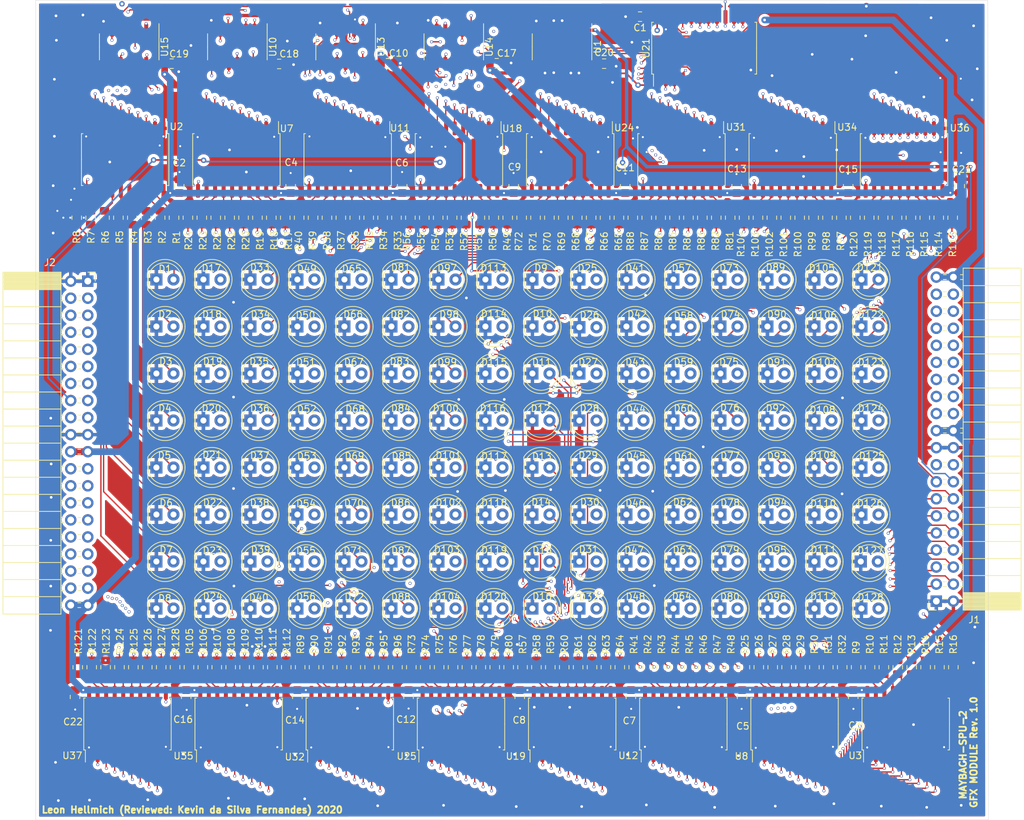
<source format=kicad_pcb>
(kicad_pcb (version 20200625) (host pcbnew "(5.99.0-2101-geb1ff80d5)")
  (layers (0 "F.Cu" signal) (1 "In1.Cu" signal) (2 "In2.Cu" signal) (31 "B.Cu" signal) (34 "B.Paste" user hide) (35 "F.Paste" user hide) (36 "B.SilkS" user hide) (37 "F.SilkS" user) (38 "B.Mask" user hide) (39 "F.Mask" user hide) (44 "Edge.Cuts" user))
  (net 0 "")
  (net 1 "GND")
  (net 2 "+5V")
  (net 3 "Net-(D1-Pad2)")
  (net 4 "Net-(D2-Pad2)")
  (net 5 "Net-(D3-Pad2)")
  (net 6 "Net-(D4-Pad2)")
  (net 7 "Net-(D5-Pad2)")
  (net 8 "Net-(D6-Pad2)")
  (net 9 "Net-(D7-Pad2)")
  (net 10 "Net-(D8-Pad2)")
  (net 11 "Net-(D9-Pad2)")
  (net 12 "Net-(D10-Pad2)")
  (net 13 "Net-(D11-Pad2)")
  (net 14 "Net-(D12-Pad2)")
  (net 15 "Net-(D13-Pad2)")
  (net 16 "Net-(D14-Pad2)")
  (net 17 "Net-(D15-Pad2)")
  (net 18 "Net-(D16-Pad2)")
  (net 19 "Net-(D17-Pad2)")
  (net 20 "Net-(D18-Pad2)")
  (net 21 "Net-(D19-Pad2)")
  (net 22 "Net-(D20-Pad2)")
  (net 23 "Net-(D21-Pad2)")
  (net 24 "Net-(D22-Pad2)")
  (net 25 "Net-(D23-Pad2)")
  (net 26 "Net-(D24-Pad2)")
  (net 27 "Net-(D25-Pad2)")
  (net 28 "Net-(D26-Pad2)")
  (net 29 "Net-(D27-Pad2)")
  (net 30 "Net-(D28-Pad2)")
  (net 31 "Net-(D29-Pad2)")
  (net 32 "Net-(D30-Pad2)")
  (net 33 "Net-(D31-Pad2)")
  (net 34 "Net-(D32-Pad2)")
  (net 35 "Net-(D33-Pad2)")
  (net 36 "Net-(D34-Pad2)")
  (net 37 "Net-(D35-Pad2)")
  (net 38 "Net-(D36-Pad2)")
  (net 39 "Net-(D37-Pad2)")
  (net 40 "Net-(D38-Pad2)")
  (net 41 "Net-(D39-Pad2)")
  (net 42 "Net-(D40-Pad2)")
  (net 43 "Net-(D41-Pad2)")
  (net 44 "Net-(D42-Pad2)")
  (net 45 "Net-(D43-Pad2)")
  (net 46 "Net-(D44-Pad2)")
  (net 47 "Net-(D45-Pad2)")
  (net 48 "Net-(D46-Pad2)")
  (net 49 "Net-(D47-Pad2)")
  (net 50 "Net-(D48-Pad2)")
  (net 51 "Net-(D49-Pad2)")
  (net 52 "Net-(D50-Pad2)")
  (net 53 "Net-(D51-Pad2)")
  (net 54 "Net-(D52-Pad2)")
  (net 55 "Net-(D53-Pad2)")
  (net 56 "Net-(D54-Pad2)")
  (net 57 "Net-(D55-Pad2)")
  (net 58 "Net-(D56-Pad2)")
  (net 59 "Net-(D57-Pad2)")
  (net 60 "Net-(D58-Pad2)")
  (net 61 "Net-(D59-Pad2)")
  (net 62 "Net-(D60-Pad2)")
  (net 63 "Net-(D61-Pad2)")
  (net 64 "Net-(D62-Pad2)")
  (net 65 "Net-(D63-Pad2)")
  (net 66 "Net-(D64-Pad2)")
  (net 67 "Net-(D65-Pad2)")
  (net 68 "Net-(D66-Pad2)")
  (net 69 "Net-(D67-Pad2)")
  (net 70 "Net-(D68-Pad2)")
  (net 71 "Net-(D69-Pad2)")
  (net 72 "Net-(D70-Pad2)")
  (net 73 "Net-(D71-Pad2)")
  (net 74 "Net-(D72-Pad2)")
  (net 75 "Net-(D73-Pad2)")
  (net 76 "Net-(D74-Pad2)")
  (net 77 "Net-(D75-Pad2)")
  (net 78 "Net-(D76-Pad2)")
  (net 79 "Net-(D77-Pad2)")
  (net 80 "Net-(D78-Pad2)")
  (net 81 "Net-(D79-Pad2)")
  (net 82 "Net-(D80-Pad2)")
  (net 83 "Net-(D81-Pad2)")
  (net 84 "Net-(D82-Pad2)")
  (net 85 "Net-(D83-Pad2)")
  (net 86 "Net-(D84-Pad2)")
  (net 87 "Net-(D85-Pad2)")
  (net 88 "Net-(D86-Pad2)")
  (net 89 "Net-(D87-Pad2)")
  (net 90 "Net-(D88-Pad2)")
  (net 91 "Net-(D89-Pad2)")
  (net 92 "Net-(D90-Pad2)")
  (net 93 "Net-(D91-Pad2)")
  (net 94 "Net-(D92-Pad2)")
  (net 95 "Net-(D93-Pad2)")
  (net 96 "Net-(D94-Pad2)")
  (net 97 "Net-(D95-Pad2)")
  (net 98 "Net-(D96-Pad2)")
  (net 99 "Net-(D97-Pad2)")
  (net 100 "Net-(D98-Pad2)")
  (net 101 "Net-(D99-Pad2)")
  (net 102 "Net-(D100-Pad2)")
  (net 103 "Net-(D101-Pad2)")
  (net 104 "Net-(D102-Pad2)")
  (net 105 "Net-(D103-Pad2)")
  (net 106 "Net-(D104-Pad2)")
  (net 107 "Net-(D105-Pad2)")
  (net 108 "Net-(D106-Pad2)")
  (net 109 "Net-(D107-Pad2)")
  (net 110 "Net-(D108-Pad2)")
  (net 111 "Net-(D109-Pad2)")
  (net 112 "Net-(D110-Pad2)")
  (net 113 "Net-(D111-Pad2)")
  (net 114 "Net-(D112-Pad2)")
  (net 115 "Net-(D113-Pad2)")
  (net 116 "Net-(D114-Pad2)")
  (net 117 "Net-(D115-Pad2)")
  (net 118 "Net-(D116-Pad2)")
  (net 119 "Net-(D117-Pad2)")
  (net 120 "Net-(D118-Pad2)")
  (net 121 "Net-(D119-Pad2)")
  (net 122 "Net-(D120-Pad2)")
  (net 123 "Net-(D121-Pad2)")
  (net 124 "Net-(D122-Pad2)")
  (net 125 "Net-(D123-Pad2)")
  (net 126 "Net-(D124-Pad2)")
  (net 127 "Net-(D125-Pad2)")
  (net 128 "Net-(D126-Pad2)")
  (net 129 "Net-(D127-Pad2)")
  (net 130 "Net-(D128-Pad2)")
  (net 131 "Net-(J1-Pad38)")
  (net 132 "Net-(J1-Pad37)")
  (net 133 "Net-(J1-Pad36)")
  (net 134 "Net-(J1-Pad35)")
  (net 135 "Net-(J1-Pad34)")
  (net 136 "Net-(J1-Pad33)")
  (net 137 "Net-(J1-Pad32)")
  (net 138 "Net-(J1-Pad31)")
  (net 139 "Net-(J1-Pad30)")
  (net 140 "Net-(J1-Pad29)")
  (net 141 "Net-(J1-Pad28)")
  (net 142 "Net-(J1-Pad27)")
  (net 143 "Net-(J1-Pad26)")
  (net 144 "Net-(J1-Pad25)")
  (net 145 "Net-(J1-Pad24)")
  (net 146 "Net-(J1-Pad23)")
  (net 147 "Net-(J1-Pad18)")
  (net 148 "Net-(J1-Pad17)")
  (net 149 "CLK")
  (net 150 "GFXI")
  (net 151 "GFX3")
  (net 152 "GFX2")
  (net 153 "GFX1")
  (net 154 "GFX0")
  (net 155 "D7")
  (net 156 "D6")
  (net 157 "D5")
  (net 158 "D4")
  (net 159 "D3")
  (net 160 "D2")
  (net 161 "D1")
  (net 162 "D0")
  (net 163 "Net-(R1-Pad1)")
  (net 164 "Net-(R2-Pad1)")
  (net 165 "Net-(R3-Pad1)")
  (net 166 "Net-(R4-Pad1)")
  (net 167 "Net-(R5-Pad1)")
  (net 168 "Net-(R6-Pad1)")
  (net 169 "Net-(R7-Pad1)")
  (net 170 "Net-(R8-Pad1)")
  (net 171 "Net-(R9-Pad1)")
  (net 172 "Net-(R10-Pad1)")
  (net 173 "Net-(R11-Pad1)")
  (net 174 "Net-(R12-Pad1)")
  (net 175 "Net-(R13-Pad1)")
  (net 176 "Net-(R14-Pad1)")
  (net 177 "Net-(R15-Pad1)")
  (net 178 "Net-(R16-Pad1)")
  (net 179 "Net-(R17-Pad1)")
  (net 180 "Net-(R18-Pad1)")
  (net 181 "Net-(R19-Pad1)")
  (net 182 "Net-(R20-Pad1)")
  (net 183 "Net-(R21-Pad1)")
  (net 184 "Net-(R22-Pad1)")
  (net 185 "Net-(R23-Pad1)")
  (net 186 "Net-(R24-Pad1)")
  (net 187 "Net-(R25-Pad1)")
  (net 188 "Net-(R26-Pad1)")
  (net 189 "Net-(R27-Pad1)")
  (net 190 "Net-(R28-Pad1)")
  (net 191 "Net-(R29-Pad1)")
  (net 192 "Net-(R30-Pad1)")
  (net 193 "Net-(R31-Pad1)")
  (net 194 "Net-(R32-Pad1)")
  (net 195 "Net-(R33-Pad1)")
  (net 196 "Net-(R34-Pad1)")
  (net 197 "Net-(R35-Pad1)")
  (net 198 "Net-(R36-Pad1)")
  (net 199 "Net-(R37-Pad1)")
  (net 200 "Net-(R38-Pad1)")
  (net 201 "Net-(R39-Pad1)")
  (net 202 "Net-(R40-Pad1)")
  (net 203 "Net-(R41-Pad1)")
  (net 204 "Net-(R42-Pad1)")
  (net 205 "Net-(R43-Pad1)")
  (net 206 "Net-(R44-Pad1)")
  (net 207 "Net-(R45-Pad1)")
  (net 208 "Net-(R46-Pad1)")
  (net 209 "Net-(R47-Pad1)")
  (net 210 "Net-(R48-Pad1)")
  (net 211 "Net-(R49-Pad1)")
  (net 212 "Net-(R50-Pad1)")
  (net 213 "Net-(R51-Pad1)")
  (net 214 "Net-(R52-Pad1)")
  (net 215 "Net-(R53-Pad1)")
  (net 216 "Net-(R54-Pad1)")
  (net 217 "Net-(R55-Pad1)")
  (net 218 "Net-(R56-Pad1)")
  (net 219 "Net-(R57-Pad1)")
  (net 220 "Net-(R58-Pad1)")
  (net 221 "Net-(R59-Pad1)")
  (net 222 "Net-(R60-Pad1)")
  (net 223 "Net-(R61-Pad1)")
  (net 224 "Net-(R62-Pad1)")
  (net 225 "Net-(R63-Pad1)")
  (net 226 "Net-(R64-Pad1)")
  (net 227 "Net-(R65-Pad1)")
  (net 228 "Net-(R66-Pad1)")
  (net 229 "Net-(R67-Pad1)")
  (net 230 "Net-(R68-Pad1)")
  (net 231 "Net-(R69-Pad1)")
  (net 232 "Net-(R70-Pad1)")
  (net 233 "Net-(R71-Pad1)")
  (net 234 "Net-(R72-Pad1)")
  (net 235 "Net-(R73-Pad1)")
  (net 236 "Net-(R74-Pad1)")
  (net 237 "Net-(R75-Pad1)")
  (net 238 "Net-(R76-Pad1)")
  (net 239 "Net-(R77-Pad1)")
  (net 240 "Net-(R78-Pad1)")
  (net 241 "Net-(R79-Pad1)")
  (net 242 "Net-(R80-Pad1)")
  (net 243 "Net-(R81-Pad1)")
  (net 244 "Net-(R82-Pad1)")
  (net 245 "Net-(R83-Pad1)")
  (net 246 "Net-(R84-Pad1)")
  (net 247 "Net-(R85-Pad1)")
  (net 248 "Net-(R86-Pad1)")
  (net 249 "Net-(R87-Pad1)")
  (net 250 "Net-(R88-Pad1)")
  (net 251 "Net-(R89-Pad1)")
  (net 252 "Net-(R90-Pad1)")
  (net 253 "Net-(R91-Pad1)")
  (net 254 "Net-(R92-Pad1)")
  (net 255 "Net-(R93-Pad1)")
  (net 256 "Net-(R94-Pad1)")
  (net 257 "Net-(R95-Pad1)")
  (net 258 "Net-(R96-Pad1)")
  (net 259 "Net-(R97-Pad1)")
  (net 260 "Net-(R98-Pad1)")
  (net 261 "Net-(R99-Pad1)")
  (net 262 "Net-(R100-Pad1)")
  (net 263 "Net-(R101-Pad1)")
  (net 264 "Net-(R102-Pad1)")
  (net 265 "Net-(R103-Pad1)")
  (net 266 "Net-(R104-Pad1)")
  (net 267 "Net-(R105-Pad1)")
  (net 268 "Net-(R106-Pad1)")
  (net 269 "Net-(R107-Pad1)")
  (net 270 "Net-(R108-Pad1)")
  (net 271 "Net-(R109-Pad1)")
  (net 272 "Net-(R110-Pad1)")
  (net 273 "Net-(R111-Pad1)")
  (net 274 "Net-(R112-Pad1)")
  (net 275 "Net-(R113-Pad1)")
  (net 276 "Net-(R114-Pad1)")
  (net 277 "Net-(R115-Pad1)")
  (net 278 "Net-(R116-Pad1)")
  (net 279 "Net-(R117-Pad1)")
  (net 280 "Net-(R118-Pad1)")
  (net 281 "Net-(R119-Pad1)")
  (net 282 "Net-(R120-Pad1)")
  (net 283 "Net-(R121-Pad1)")
  (net 284 "Net-(R122-Pad1)")
  (net 285 "Net-(R123-Pad1)")
  (net 286 "Net-(R124-Pad1)")
  (net 287 "Net-(R125-Pad1)")
  (net 288 "Net-(R126-Pad1)")
  (net 289 "Net-(R127-Pad1)")
  (net 290 "Net-(R128-Pad1)")
  (net 291 "GFXCLK")
  (net 292 "GFXC0")
  (net 293 "GFXC8")
  (net 294 "GFXC1")
  (net 295 "GFXC9")
  (net 296 "Net-(U10-Pad2)")
  (net 297 "GFXC2")
  (net 298 "GFXC10")
  (net 299 "Net-(U13-Pad2)")
  (net 300 "GFXC3")
  (net 301 "Net-(U14-Pad2)")
  (net 302 "GFXC4")
  (net 303 "Net-(U15-Pad2)")
  (net 304 "GFXC5")
  (net 305 "GFXC6")
  (net 306 "GFXC11")
  (net 307 "GFXC7")
  (net 308 "GFXC12")
  (net 309 "GFXC13")
  (net 310 "GFXC14")
  (net 311 "GFXC15")
  (net 312 "Net-(U1-Pad11)")
  (net 313 "Net-(U1-Pad8)")
  (net 314 "Net-(U1-Pad6)")
  (net 315 "Net-(U14-Pad10)")
  (net 316 "Net-(U14-Pad13)")
  (net 317 "Net-(U14-Pad5)")
  (net 318 "Net-(U15-Pad10)")
  (net 319 "Net-(U15-Pad13)")
  (net 320 "Net-(U15-Pad5)")
  (net 321 "Net-(U10-Pad10)")
  (net 322 "Net-(U10-Pad5)")
  (net 323 "Net-(U10-Pad13)")
  (net 324 "Net-(U13-Pad5)")
  (net 325 "Net-(U13-Pad10)")
  (net 326 "Net-(U13-Pad13)")
  (net 327 "Net-(J2-Pad38)")
  (net 328 "Net-(J2-Pad37)")
  (net 329 "Net-(J2-Pad36)")
  (net 330 "Net-(J2-Pad35)")
  (net 331 "Net-(J2-Pad34)")
  (net 332 "Net-(J2-Pad33)")
  (net 333 "Net-(J2-Pad32)")
  (net 334 "Net-(J2-Pad31)")
  (net 335 "Net-(J2-Pad30)")
  (net 336 "Net-(J2-Pad29)")
  (net 337 "Net-(J2-Pad28)")
  (net 338 "Net-(J2-Pad27)")
  (net 339 "Net-(J2-Pad26)")
  (net 340 "Net-(J2-Pad25)")
  (net 341 "Net-(J2-Pad24)")
  (net 342 "Net-(J2-Pad23)")
  (net 343 "Net-(J2-Pad18)")
  (net 344 "Net-(J2-Pad17)")
  (net 345 "Net-(J2-Pad11)")
  (net 346 "Net-(J2-Pad9)")
  (net 347 "Net-(J2-Pad8)")
  (net 348 "Net-(J2-Pad7)")
  (net 349 "Net-(J2-Pad6)")
  (net 350 "Net-(J2-Pad5)")
  (net 351 "Net-(J2-Pad4)")
  (net 352 "Net-(J2-Pad3)")
  (module "Package_SO:SOIC-24W_7.5x15.4mm_P1.27mm" (layer "F.Cu") (at 132.9 44.35 90)
    (fp_text reference "U21" (at 0 -8.65 90) (layer "F.SilkS"))
    (fp_text value "CD4514B")
    (pad "24" smd roundrect (at 4.65 -6.985 90) (size 2.05 0.6) (layers "F.Cu" "F.Paste" "F.Mask") (net 2 "+5V"))
    (pad "23" smd roundrect (at 4.65 -5.715 90) (size 2.05 0.6) (layers "F.Cu" "F.Paste" "F.Mask") (net 1 "GND"))
    (pad "22" smd roundrect (at 4.65 -4.445 90) (size 2.05 0.6) (layers "F.Cu" "F.Paste" "F.Mask") (net 151 "GFX3"))
    (pad "21" smd roundrect (at 4.65 -3.175 90) (size 2.05 0.6) (layers "F.Cu" "F.Paste" "F.Mask") (net 152 "GFX2"))
    (pad "20" smd roundrect (at 4.65 -1.905 90) (size 2.05 0.6) (layers "F.Cu" "F.Paste" "F.Mask") (net 315 "Net-(U14-Pad10)"))
    (pad "19" smd roundrect (at 4.65 -0.635 90) (size 2.05 0.6) (layers "F.Cu" "F.Paste" "F.Mask") (net 316 "Net-(U14-Pad13)"))
    (pad "18" smd roundrect (at 4.65 0.635 90) (size 2.05 0.6) (layers "F.Cu" "F.Paste" "F.Mask") (net 301 "Net-(U14-Pad2)"))
    (pad "17" smd roundrect (at 4.65 1.905 90) (size 2.05 0.6) (layers "F.Cu" "F.Paste" "F.Mask") (net 317 "Net-(U14-Pad5)"))
    (pad "16" smd roundrect (at 4.65 3.175 90) (size 2.05 0.6) (layers "F.Cu" "F.Paste" "F.Mask") (net 318 "Net-(U15-Pad10)"))
    (pad "15" smd roundrect (at 4.65 4.445 90) (size 2.05 0.6) (layers "F.Cu" "F.Paste" "F.Mask") (net 319 "Net-(U15-Pad13)"))
    (pad "14" smd roundrect (at 4.65 5.715 90) (size 2.05 0.6) (layers "F.Cu" "F.Paste" "F.Mask") (net 303 "Net-(U15-Pad2)"))
    (pad "13" smd roundrect (at 4.65 6.985 90) (size 2.05 0.6) (layers "F.Cu" "F.Paste" "F.Mask") (net 320 "Net-(U15-Pad5)"))
    (pad "12" smd roundrect (at -4.65 6.985 90) (size 2.05 0.6) (layers "F.Cu" "F.Paste" "F.Mask") (net 1 "GND"))
    (pad "11" smd roundrect (at -4.65 5.715 90) (size 2.05 0.6) (layers "F.Cu" "F.Paste" "F.Mask") (net 296 "Net-(U10-Pad2)"))
    (pad "10" smd roundrect (at -4.65 4.445 90) (size 2.05 0.6) (layers "F.Cu" "F.Paste" "F.Mask") (net 321 "Net-(U10-Pad10)"))
    (pad "9" smd roundrect (at -4.65 3.175 90) (size 2.05 0.6) (layers "F.Cu" "F.Paste" "F.Mask") (net 322 "Net-(U10-Pad5)"))
    (pad "8" smd roundrect (at -4.65 1.905 90) (size 2.05 0.6) (layers "F.Cu" "F.Paste" "F.Mask") (net 323 "Net-(U10-Pad13)"))
    (pad "7" smd roundrect (at -4.65 0.635 90) (size 2.05 0.6) (layers "F.Cu" "F.Paste" "F.Mask") (net 299 "Net-(U13-Pad2)"))
    (pad "6" smd roundrect (at -4.65 -0.635 90) (size 2.05 0.6) (layers "F.Cu" "F.Paste" "F.Mask") (net 324 "Net-(U13-Pad5)"))
    (pad "5" smd roundrect (at -4.65 -1.905 90) (size 2.05 0.6) (layers "F.Cu" "F.Paste" "F.Mask") (net 325 "Net-(U13-Pad10)"))
    (pad "4" smd roundrect (at -4.65 -3.175 90) (size 2.05 0.6) (layers "F.Cu" "F.Paste" "F.Mask") (net 326 "Net-(U13-Pad13)"))
    (pad "3" smd roundrect (at -4.65 -4.445 90) (size 2.05 0.6) (layers "F.Cu" "F.Paste" "F.Mask") (net 153 "GFX1"))
    (pad "2" smd roundrect (at -4.65 -5.715 90) (size 2.05 0.6) (layers "F.Cu" "F.Paste" "F.Mask") (net 154 "GFX0"))
    (pad "1" smd roundrect (at -4.65 -6.985 90) (size 2.05 0.6) (layers "F.Cu" "F.Paste" "F.Mask") (net 2 "+5V"))
  )
  (module "Package_SO:SOIC-14_3.9x8.7mm_P1.27mm" (layer "F.Cu") (at 79.5 44.15 -90)
    (fp_text reference "U13" (at 0 -5.28 90) (layer "F.SilkS"))
    (fp_text value "74LS08")
    (pad "14" smd roundrect (at 2.475 -3.81 270) (size 1.95 0.6) (layers "F.Cu" "F.Paste" "F.Mask") (net 2 "+5V"))
    (pad "13" smd roundrect (at 2.475 -2.54 270) (size 1.95 0.6) (layers "F.Cu" "F.Paste" "F.Mask") (net 326 "Net-(U13-Pad13)"))
    (pad "12" smd roundrect (at 2.475 -1.27 270) (size 1.95 0.6) (layers "F.Cu" "F.Paste" "F.Mask") (net 291 "GFXCLK"))
    (pad "11" smd roundrect (at 2.475 0 270) (size 1.95 0.6) (layers "F.Cu" "F.Paste" "F.Mask") (net 307 "GFXC7"))
    (pad "10" smd roundrect (at 2.475 1.27 270) (size 1.95 0.6) (layers "F.Cu" "F.Paste" "F.Mask") (net 325 "Net-(U13-Pad10)"))
    (pad "9" smd roundrect (at 2.475 2.54 270) (size 1.95 0.6) (layers "F.Cu" "F.Paste" "F.Mask") (net 291 "GFXCLK"))
    (pad "8" smd roundrect (at 2.475 3.81 270) (size 1.95 0.6) (layers "F.Cu" "F.Paste" "F.Mask") (net 305 "GFXC6"))
    (pad "7" smd roundrect (at -2.475 3.81 270) (size 1.95 0.6) (layers "F.Cu" "F.Paste" "F.Mask") (net 1 "GND"))
    (pad "6" smd roundrect (at -2.475 2.54 270) (size 1.95 0.6) (layers "F.Cu" "F.Paste" "F.Mask") (net 304 "GFXC5"))
    (pad "5" smd roundrect (at -2.475 1.27 270) (size 1.95 0.6) (layers "F.Cu" "F.Paste" "F.Mask") (net 324 "Net-(U13-Pad5)"))
    (pad "4" smd roundrect (at -2.475 0 270) (size 1.95 0.6) (layers "F.Cu" "F.Paste" "F.Mask") (net 291 "GFXCLK"))
    (pad "3" smd roundrect (at -2.475 -1.27 270) (size 1.95 0.6) (layers "F.Cu" "F.Paste" "F.Mask") (net 302 "GFXC4"))
    (pad "2" smd roundrect (at -2.475 -2.54 270) (size 1.95 0.6) (layers "F.Cu" "F.Paste" "F.Mask") (net 299 "Net-(U13-Pad2)"))
    (pad "1" smd roundrect (at -2.475 -3.81 270) (size 1.95 0.6) (layers "F.Cu" "F.Paste" "F.Mask") (net 291 "GFXCLK"))
  )
  (module "Package_SO:SOIC-20W_7.5x12.8mm_P1.27mm" (layer "F.Cu") (at 113.244176 145.000819 90)
    (fp_text reference "U19" (at -4.8 -8.4 180) (layer "F.SilkS"))
    (fp_text value "74HCT574")
    (pad "20" smd roundrect (at 4.65 -5.715 90) (size 2.05 0.6) (layers "F.Cu" "F.Paste" "F.Mask") (net 2 "+5V"))
    (pad "19" smd roundrect (at 4.65 -4.445 90) (size 2.05 0.6) (layers "F.Cu" "F.Paste" "F.Mask") (net 219 "Net-(R57-Pad1)"))
    (pad "18" smd roundrect (at 4.65 -3.175 90) (size 2.05 0.6) (layers "F.Cu" "F.Paste" "F.Mask") (net 220 "Net-(R58-Pad1)"))
    (pad "17" smd roundrect (at 4.65 -1.905 90) (size 2.05 0.6) (layers "F.Cu" "F.Paste" "F.Mask") (net 221 "Net-(R59-Pad1)"))
    (pad "16" smd roundrect (at 4.65 -0.635 90) (size 2.05 0.6) (layers "F.Cu" "F.Paste" "F.Mask") (net 222 "Net-(R60-Pad1)"))
    (pad "15" smd roundrect (at 4.65 0.635 90) (size 2.05 0.6) (layers "F.Cu" "F.Paste" "F.Mask") (net 223 "Net-(R61-Pad1)"))
    (pad "14" smd roundrect (at 4.65 1.905 90) (size 2.05 0.6) (layers "F.Cu" "F.Paste" "F.Mask") (net 224 "Net-(R62-Pad1)"))
    (pad "13" smd roundrect (at 4.65 3.175 90) (size 2.05 0.6) (layers "F.Cu" "F.Paste" "F.Mask") (net 225 "Net-(R63-Pad1)"))
    (pad "12" smd roundrect (at 4.65 4.445 90) (size 2.05 0.6) (layers "F.Cu" "F.Paste" "F.Mask") (net 226 "Net-(R64-Pad1)"))
    (pad "11" smd roundrect (at 4.65 5.715 90) (size 2.05 0.6) (layers "F.Cu" "F.Paste" "F.Mask") (net 306 "GFXC11"))
    (pad "10" smd roundrect (at -4.65 5.715 90) (size 2.05 0.6) (layers "F.Cu" "F.Paste" "F.Mask") (net 1 "GND"))
    (pad "9" smd roundrect (at -4.65 4.445 90) (size 2.05 0.6) (layers "F.Cu" "F.Paste" "F.Mask") (net 155 "D7"))
    (pad "8" smd roundrect (at -4.65 3.175 90) (size 2.05 0.6) (layers "F.Cu" "F.Paste" "F.Mask") (net 156 "D6"))
    (pad "7" smd roundrect (at -4.65 1.905 90) (size 2.05 0.6) (layers "F.Cu" "F.Paste" "F.Mask") (net 157 "D5"))
    (pad "6" smd roundrect (at -4.65 0.635 90) (size 2.05 0.6) (layers "F.Cu" "F.Paste" "F.Mask") (net 158 "D4"))
    (pad "5" smd roundrect (at -4.65 -0.635 90) (size 2.05 0.6) (layers "F.Cu" "F.Paste" "F.Mask") (net 159 "D3"))
    (pad "4" smd roundrect (at -4.65 -1.905 90) (size 2.05 0.6) (layers "F.Cu" "F.Paste" "F.Mask") (net 160 "D2"))
    (pad "3" smd roundrect (at -4.65 -3.175 90) (size 2.05 0.6) (layers "F.Cu" "F.Paste" "F.Mask") (net 161 "D1"))
    (pad "2" smd roundrect (at -4.65 -4.445 90) (size 2.05 0.6) (layers "F.Cu" "F.Paste" "F.Mask") (net 162 "D0"))
    (pad "1" smd roundrect (at -4.65 -5.715 90) (size 2.05 0.6) (layers "F.Cu" "F.Paste" "F.Mask") (net 1 "GND"))
  )
  (module "LED_THT:LED_D5.0mm" (layer "F.Cu") (at 114.325 92.8)
    (fp_text reference "D27" (at 1.3 -1.7) (layer "F.SilkS"))
    (fp_text value "LED")
    (pad "2" thru_hole circle (at 2.54 0) (size 1.8 1.8) (drill 0.9) (layers *.Cu *.Mask) (net 29 "Net-(D27-Pad2)"))
    (pad "1" thru_hole rect (at 0 0) (size 1.8 1.8) (drill 0.9) (layers *.Cu *.Mask) (net 1 "GND"))
  )
  (module "LED_THT:LED_D5.0mm" (layer "F.Cu") (at 156.325 127.8)
    (fp_text reference "D128" (at 1.35 -1.675) (layer "F.SilkS"))
    (fp_text value "LED")
    (pad "2" thru_hole circle (at 2.54 0) (size 1.8 1.8) (drill 0.9) (layers *.Cu *.Mask) (net 130 "Net-(D128-Pad2)"))
    (pad "1" thru_hole rect (at 0 0) (size 1.8 1.8) (drill 0.9) (layers *.Cu *.Mask) (net 1 "GND"))
  )
  (module "LED_THT:LED_D5.0mm" (layer "F.Cu") (at 79.325 78.8)
    (fp_text reference "D65" (at 1.1 -1.6) (layer "F.SilkS"))
    (fp_text value "LED")
    (pad "2" thru_hole circle (at 2.54 0) (size 1.8 1.8) (drill 0.9) (layers *.Cu *.Mask) (net 67 "Net-(D65-Pad2)"))
    (pad "1" thru_hole rect (at 0 0) (size 1.8 1.8) (drill 0.9) (layers *.Cu *.Mask) (net 1 "GND"))
  )
  (module "LED_THT:LED_D5.0mm" (layer "F.Cu") (at 128.325 78.8)
    (fp_text reference "D57" (at 1.2 -1.7) (layer "F.SilkS"))
    (fp_text value "LED")
    (pad "2" thru_hole circle (at 2.54 0) (size 1.8 1.8) (drill 0.9) (layers *.Cu *.Mask) (net 59 "Net-(D57-Pad2)"))
    (pad "1" thru_hole rect (at 0 0) (size 1.8 1.8) (drill 0.9) (layers *.Cu *.Mask) (net 1 "GND"))
  )
  (module "LED_THT:LED_D5.0mm" (layer "F.Cu") (at 93.325 78.8)
    (fp_text reference "D97" (at 1.3 -1.7) (layer "F.SilkS"))
    (fp_text value "LED")
    (pad "2" thru_hole circle (at 2.54 0) (size 1.8 1.8) (drill 0.9) (layers *.Cu *.Mask) (net 99 "Net-(D97-Pad2)"))
    (pad "1" thru_hole rect (at 0 0) (size 1.8 1.8) (drill 0.9) (layers *.Cu *.Mask) (net 1 "GND"))
  )
  (module "Package_SO:SOIC-20W_7.5x12.8mm_P1.27mm" (layer "F.Cu") (at 63.23703 60.943674 -90)
    (fp_text reference "U7" (at -4.6225 -7.48 180) (layer "F.SilkS"))
    (fp_text value "74HCT574")
    (pad "20" smd roundrect (at 4.65 -5.715 270) (size 2.05 0.6) (layers "F.Cu" "F.Paste" "F.Mask") (net 2 "+5V"))
    (pad "19" smd roundrect (at 4.65 -4.445 270) (size 2.05 0.6) (layers "F.Cu" "F.Paste" "F.Mask") (net 179 "Net-(R17-Pad1)"))
    (pad "18" smd roundrect (at 4.65 -3.175 270) (size 2.05 0.6) (layers "F.Cu" "F.Paste" "F.Mask") (net 180 "Net-(R18-Pad1)"))
    (pad "17" smd roundrect (at 4.65 -1.905 270) (size 2.05 0.6) (layers "F.Cu" "F.Paste" "F.Mask") (net 181 "Net-(R19-Pad1)"))
    (pad "16" smd roundrect (at 4.65 -0.635 270) (size 2.05 0.6) (layers "F.Cu" "F.Paste" "F.Mask") (net 182 "Net-(R20-Pad1)"))
    (pad "15" smd roundrect (at 4.65 0.635 270) (size 2.05 0.6) (layers "F.Cu" "F.Paste" "F.Mask") (net 183 "Net-(R21-Pad1)"))
    (pad "14" smd roundrect (at 4.65 1.905 270) (size 2.05 0.6) (layers "F.Cu" "F.Paste" "F.Mask") (net 184 "Net-(R22-Pad1)"))
    (pad "13" smd roundrect (at 4.65 3.175 270) (size 2.05 0.6) (layers "F.Cu" "F.Paste" "F.Mask") (net 185 "Net-(R23-Pad1)"))
    (pad "12" smd roundrect (at 4.65 4.445 270) (size 2.05 0.6) (layers "F.Cu" "F.Paste" "F.Mask") (net 186 "Net-(R24-Pad1)"))
    (pad "11" smd roundrect (at 4.65 5.715 270) (size 2.05 0.6) (layers "F.Cu" "F.Paste" "F.Mask") (net 294 "GFXC1"))
    (pad "10" smd roundrect (at -4.65 5.715 270) (size 2.05 0.6) (layers "F.Cu" "F.Paste" "F.Mask") (net 1 "GND"))
    (pad "9" smd roundrect (at -4.65 4.445 270) (size 2.05 0.6) (layers "F.Cu" "F.Paste" "F.Mask") (net 155 "D7"))
    (pad "8" smd roundrect (at -4.65 3.175 270) (size 2.05 0.6) (layers "F.Cu" "F.Paste" "F.Mask") (net 156 "D6"))
    (pad "7" smd roundrect (at -4.65 1.905 270) (size 2.05 0.6) (layers "F.Cu" "F.Paste" "F.Mask") (net 157 "D5"))
    (pad "6" smd roundrect (at -4.65 0.635 270) (size 2.05 0.6) (layers "F.Cu" "F.Paste" "F.Mask") (net 158 "D4"))
    (pad "5" smd roundrect (at -4.65 -0.635 270) (size 2.05 0.6) (layers "F.Cu" "F.Paste" "F.Mask") (net 159 "D3"))
    (pad "4" smd roundrect (at -4.65 -1.905 270) (size 2.05 0.6) (layers "F.Cu" "F.Paste" "F.Mask") (net 160 "D2"))
    (pad "3" smd roundrect (at -4.65 -3.175 270) (size 2.05 0.6) (layers "F.Cu" "F.Paste" "F.Mask") (net 161 "D1"))
    (pad "2" smd roundrect (at -4.65 -4.445 270) (size 2.05 0.6) (layers "F.Cu" "F.Paste" "F.Mask") (net 162 "D0"))
    (pad "1" smd roundrect (at -4.65 -5.715 270) (size 2.05 0.6) (layers "F.Cu" "F.Paste" "F.Mask") (net 1 "GND"))
  )
  (module "Resistor_SMD:R_0805_2012Metric_Pad1.15x1.40mm_HandSolder" (layer "F.Cu") (at 136.773502 69.596174 -90)
    (fp_text reference "R81" (at 3.46369 0.053969 90) (layer "F.SilkS"))
    (fp_text value "R")
    (pad "2" smd roundrect (at 1.025 0 270) (size 1.15 1.4) (layers "F.Cu" "F.Paste" "F.Mask") (roundrect_rratio 0.217391) (net 83 "Net-(D81-Pad2)"))
    (pad "1" smd roundrect (at -1.025 0 270) (size 1.15 1.4) (layers "F.Cu" "F.Paste" "F.Mask") (roundrect_rratio 0.217391) (net 243 "Net-(R81-Pad1)"))
  )
  (module "Resistor_SMD:R_0805_2012Metric_Pad1.15x1.40mm_HandSolder" (layer "F.Cu") (at 111.925894 69.596174 -90)
    (fp_text reference "R69" (at 3.53369 0.264445 90) (layer "F.SilkS"))
    (fp_text value "R")
    (pad "2" smd roundrect (at 1.025 0 270) (size 1.15 1.4) (layers "F.Cu" "F.Paste" "F.Mask") (roundrect_rratio 0.217391) (net 71 "Net-(D69-Pad2)"))
    (pad "1" smd roundrect (at -1.025 0 270) (size 1.15 1.4) (layers "F.Cu" "F.Paste" "F.Mask") (roundrect_rratio 0.217391) (net 231 "Net-(R69-Pad1)"))
  )
  (module "Resistor_SMD:R_0805_2012Metric_Pad1.15x1.40mm_HandSolder" (layer "F.Cu") (at 47.73624 69.596174 -90)
    (fp_text reference "R4" (at 2.895 -0.225992 90) (layer "F.SilkS"))
    (fp_text value "R")
    (pad "2" smd roundrect (at 1.025 0 270) (size 1.15 1.4) (layers "F.Cu" "F.Paste" "F.Mask") (roundrect_rratio 0.217391) (net 6 "Net-(D4-Pad2)"))
    (pad "1" smd roundrect (at -1.025 0 270) (size 1.15 1.4) (layers "F.Cu" "F.Paste" "F.Mask") (roundrect_rratio 0.217391) (net 166 "Net-(R4-Pad1)"))
  )
  (module "Package_SO:SOIC-14_3.9x8.7mm_P1.27mm" (layer "F.Cu") (at 47.27 44.15 -90)
    (fp_text reference "U15" (at 0 -5.28 90) (layer "F.SilkS"))
    (fp_text value "74LS08")
    (pad "14" smd roundrect (at 2.475 -3.81 270) (size 1.95 0.6) (layers "F.Cu" "F.Paste" "F.Mask") (net 2 "+5V"))
    (pad "13" smd roundrect (at 2.475 -2.54 270) (size 1.95 0.6) (layers "F.Cu" "F.Paste" "F.Mask") (net 319 "Net-(U15-Pad13)"))
    (pad "12" smd roundrect (at 2.475 -1.27 270) (size 1.95 0.6) (layers "F.Cu" "F.Paste" "F.Mask") (net 291 "GFXCLK"))
    (pad "11" smd roundrect (at 2.475 0 270) (size 1.95 0.6) (layers "F.Cu" "F.Paste" "F.Mask") (net 311 "GFXC15"))
    (pad "10" smd roundrect (at 2.475 1.27 270) (size 1.95 0.6) (layers "F.Cu" "F.Paste" "F.Mask") (net 318 "Net-(U15-Pad10)"))
    (pad "9" smd roundrect (at 2.475 2.54 270) (size 1.95 0.6) (layers "F.Cu" "F.Paste" "F.Mask") (net 291 "GFXCLK"))
    (pad "8" smd roundrect (at 2.475 3.81 270) (size 1.95 0.6) (layers "F.Cu" "F.Paste" "F.Mask") (net 310 "GFXC14"))
    (pad "7" smd roundrect (at -2.475 3.81 270) (size 1.95 0.6) (layers "F.Cu" "F.Paste" "F.Mask") (net 1 "GND"))
    (pad "6" smd roundrect (at -2.475 2.54 270) (size 1.95 0.6) (layers "F.Cu" "F.Paste" "F.Mask") (net 309 "GFXC13"))
    (pad "5" smd roundrect (at -2.475 1.27 270) (size 1.95 0.6) (layers "F.Cu" "F.Paste" "F.Mask") (net 320 "Net-(U15-Pad5)"))
    (pad "4" smd roundrect (at -2.475 0 270) (size 1.95 0.6) (layers "F.Cu" "F.Paste" "F.Mask") (net 291 "GFXCLK"))
    (pad "3" smd roundrect (at -2.475 -1.27 270) (size 1.95 0.6) (layers "F.Cu" "F.Paste" "F.Mask") (net 308 "GFXC12"))
    (pad "2" smd roundrect (at -2.475 -2.54 270) (size 1.95 0.6) (layers "F.Cu" "F.Paste" "F.Mask") (net 303 "Net-(U15-Pad2)"))
    (pad "1" smd roundrect (at -2.475 -3.81 270) (size 1.95 0.6) (layers "F.Cu" "F.Paste" "F.Mask") (net 291 "GFXCLK"))
  )
  (module "Package_SO:SOIC-14_3.9x8.7mm_P1.27mm" (layer "F.Cu") (at 95.615 44.15 -90)
    (fp_text reference "U14" (at 0 -5.28 90) (layer "F.SilkS"))
    (fp_text value "74LS08")
    (pad "14" smd roundrect (at 2.475 -3.81 270) (size 1.95 0.6) (layers "F.Cu" "F.Paste" "F.Mask") (net 2 "+5V"))
    (pad "13" smd roundrect (at 2.475 -2.54 270) (size 1.95 0.6) (layers "F.Cu" "F.Paste" "F.Mask") (net 316 "Net-(U14-Pad13)"))
    (pad "12" smd roundrect (at 2.475 -1.27 270) (size 1.95 0.6) (layers "F.Cu" "F.Paste" "F.Mask") (net 291 "GFXCLK"))
    (pad "11" smd roundrect (at 2.475 0 270) (size 1.95 0.6) (layers "F.Cu" "F.Paste" "F.Mask") (net 306 "GFXC11"))
    (pad "10" smd roundrect (at 2.475 1.27 270) (size 1.95 0.6) (layers "F.Cu" "F.Paste" "F.Mask") (net 315 "Net-(U14-Pad10)"))
    (pad "9" smd roundrect (at 2.475 2.54 270) (size 1.95 0.6) (layers "F.Cu" "F.Paste" "F.Mask") (net 291 "GFXCLK"))
    (pad "8" smd roundrect (at 2.475 3.81 270) (size 1.95 0.6) (layers "F.Cu" "F.Paste" "F.Mask") (net 298 "GFXC10"))
    (pad "7" smd roundrect (at -2.475 3.81 270) (size 1.95 0.6) (layers "F.Cu" "F.Paste" "F.Mask") (net 1 "GND"))
    (pad "6" smd roundrect (at -2.475 2.54 270) (size 1.95 0.6) (layers "F.Cu" "F.Paste" "F.Mask") (net 295 "GFXC9"))
    (pad "5" smd roundrect (at -2.475 1.27 270) (size 1.95 0.6) (layers "F.Cu" "F.Paste" "F.Mask") (net 317 "Net-(U14-Pad5)"))
    (pad "4" smd roundrect (at -2.475 0 270) (size 1.95 0.6) (layers "F.Cu" "F.Paste" "F.Mask") (net 291 "GFXCLK"))
    (pad "3" smd roundrect (at -2.475 -1.27 270) (size 1.95 0.6) (layers "F.Cu" "F.Paste" "F.Mask") (net 293 "GFXC8"))
    (pad "2" smd roundrect (at -2.475 -2.54 270) (size 1.95 0.6) (layers "F.Cu" "F.Paste" "F.Mask") (net 301 "Net-(U14-Pad2)"))
    (pad "1" smd roundrect (at -2.475 -3.81 270) (size 1.95 0.6) (layers "F.Cu" "F.Paste" "F.Mask") (net 291 "GFXCLK"))
  )
  (module "Package_SO:SOIC-14_3.9x8.7mm_P1.27mm" (layer "F.Cu") (at 63.385 44.15 -90)
    (fp_text reference "U10" (at 0 -5.28 90) (layer "F.SilkS"))
    (fp_text value "74LS08")
    (pad "14" smd roundrect (at 2.475 -3.81 270) (size 1.95 0.6) (layers "F.Cu" "F.Paste" "F.Mask") (net 2 "+5V"))
    (pad "13" smd roundrect (at 2.475 -2.54 270) (size 1.95 0.6) (layers "F.Cu" "F.Paste" "F.Mask") (net 323 "Net-(U10-Pad13)"))
    (pad "12" smd roundrect (at 2.475 -1.27 270) (size 1.95 0.6) (layers "F.Cu" "F.Paste" "F.Mask") (net 291 "GFXCLK"))
    (pad "11" smd roundrect (at 2.475 0 270) (size 1.95 0.6) (layers "F.Cu" "F.Paste" "F.Mask") (net 300 "GFXC3"))
    (pad "10" smd roundrect (at 2.475 1.27 270) (size 1.95 0.6) (layers "F.Cu" "F.Paste" "F.Mask") (net 321 "Net-(U10-Pad10)"))
    (pad "9" smd roundrect (at 2.475 2.54 270) (size 1.95 0.6) (layers "F.Cu" "F.Paste" "F.Mask") (net 291 "GFXCLK"))
    (pad "8" smd roundrect (at 2.475 3.81 270) (size 1.95 0.6) (layers "F.Cu" "F.Paste" "F.Mask") (net 297 "GFXC2"))
    (pad "7" smd roundrect (at -2.475 3.81 270) (size 1.95 0.6) (layers "F.Cu" "F.Paste" "F.Mask") (net 1 "GND"))
    (pad "6" smd roundrect (at -2.475 2.54 270) (size 1.95 0.6) (layers "F.Cu" "F.Paste" "F.Mask") (net 294 "GFXC1"))
    (pad "5" smd roundrect (at -2.475 1.27 270) (size 1.95 0.6) (layers "F.Cu" "F.Paste" "F.Mask") (net 322 "Net-(U10-Pad5)"))
    (pad "4" smd roundrect (at -2.475 0 270) (size 1.95 0.6) (layers "F.Cu" "F.Paste" "F.Mask") (net 291 "GFXCLK"))
    (pad "3" smd roundrect (at -2.475 -1.27 270) (size 1.95 0.6) (layers "F.Cu" "F.Paste" "F.Mask") (net 292 "GFXC0"))
    (pad "2" smd roundrect (at -2.475 -2.54 270) (size 1.95 0.6) (layers "F.Cu" "F.Paste" "F.Mask") (net 296 "Net-(U10-Pad2)"))
    (pad "1" smd roundrect (at -2.475 -3.81 270) (size 1.95 0.6) (layers "F.Cu" "F.Paste" "F.Mask") (net 291 "GFXCLK"))
  )
  (module "Connector_PinSocket_2.54mm:PinSocket_2x20_P2.54mm_Horizontal" (layer "F.Cu") (at 41.105602 79.043674)
    (fp_text reference "J2" (at -5.65 -2.77) (layer "F.SilkS"))
    (fp_text value "Conn_02x20_Counter_Clockwise")
    (pad "40" thru_hole oval (at -2.54 48.26) (size 1.7 1.7) (drill 1) (layers *.Cu *.Mask) (net 2 "+5V"))
    (pad "39" thru_hole oval (at 0 48.26) (size 1.7 1.7) (drill 1) (layers *.Cu *.Mask) (net 2 "+5V"))
    (pad "38" thru_hole oval (at -2.54 45.72) (size 1.7 1.7) (drill 1) (layers *.Cu *.Mask) (net 327 "Net-(J2-Pad38)"))
    (pad "37" thru_hole oval (at 0 45.72) (size 1.7 1.7) (drill 1) (layers *.Cu *.Mask) (net 328 "Net-(J2-Pad37)"))
    (pad "36" thru_hole oval (at -2.54 43.18) (size 1.7 1.7) (drill 1) (layers *.Cu *.Mask) (net 329 "Net-(J2-Pad36)"))
    (pad "35" thru_hole oval (at 0 43.18) (size 1.7 1.7) (drill 1) (layers *.Cu *.Mask) (net 330 "Net-(J2-Pad35)"))
    (pad "34" thru_hole oval (at -2.54 40.64) (size 1.7 1.7) (drill 1) (layers *.Cu *.Mask) (net 331 "Net-(J2-Pad34)"))
    (pad "33" thru_hole oval (at 0 40.64) (size 1.7 1.7) (drill 1) (layers *.Cu *.Mask) (net 332 "Net-(J2-Pad33)"))
    (pad "32" thru_hole oval (at -2.54 38.1) (size 1.7 1.7) (drill 1) (layers *.Cu *.Mask) (net 333 "Net-(J2-Pad32)"))
    (pad "31" thru_hole oval (at 0 38.1) (size 1.7 1.7) (drill 1) (layers *.Cu *.Mask) (net 334 "Net-(J2-Pad31)"))
    (pad "30" thru_hole oval (at -2.54 35.56) (size 1.7 1.7) (drill 1) (layers *.Cu *.Mask) (net 335 "Net-(J2-Pad30)"))
    (pad "29" thru_hole oval (at 0 35.56) (size 1.7 1.7) (drill 1) (layers *.Cu *.Mask) (net 336 "Net-(J2-Pad29)"))
    (pad "28" thru_hole oval (at -2.54 33.02) (size 1.7 1.7) (drill 1) (layers *.Cu *.Mask) (net 337 "Net-(J2-Pad28)"))
    (pad "27" thru_hole oval (at 0 33.02) (size 1.7 1.7) (drill 1) (layers *.Cu *.Mask) (net 338 "Net-(J2-Pad27)"))
    (pad "26" thru_hole oval (at -2.54 30.48) (size 1.7 1.7) (drill 1) (layers *.Cu *.Mask) (net 339 "Net-(J2-Pad26)"))
    (pad "25" thru_hole oval (at 0 30.48) (size 1.7 1.7) (drill 1) (layers *.Cu *.Mask) (net 340 "Net-(J2-Pad25)"))
    (pad "24" thru_hole oval (at -2.54 27.94) (size 1.7 1.7) (drill 1) (layers *.Cu *.Mask) (net 341 "Net-(J2-Pad24)"))
    (pad "23" thru_hole oval (at 0 27.94) (size 1.7 1.7) (drill 1) (layers *.Cu *.Mask) (net 342 "Net-(J2-Pad23)"))
    (pad "22" thru_hole oval (at -2.54 25.4) (size 1.7 1.7) (drill 1) (layers *.Cu *.Mask) (net 2 "+5V"))
    (pad "21" thru_hole oval (at 0 25.4) (size 1.7 1.7) (drill 1) (layers *.Cu *.Mask) (net 2 "+5V"))
    (pad "20" thru_hole oval (at -2.54 22.86) (size 1.7 1.7) (drill 1) (layers *.Cu *.Mask) (net 1 "GND"))
    (pad "19" thru_hole oval (at 0 22.86) (size 1.7 1.7) (drill 1) (layers *.Cu *.Mask) (net 1 "GND"))
    (pad "18" thru_hole oval (at -2.54 20.32) (size 1.7 1.7) (drill 1) (layers *.Cu *.Mask) (net 343 "Net-(J2-Pad18)"))
    (pad "17" thru_hole oval (at 0 20.32) (size 1.7 1.7) (drill 1) (layers *.Cu *.Mask) (net 344 "Net-(J2-Pad17)"))
    (pad "16" thru_hole oval (at -2.54 17.78) (size 1.7 1.7) (drill 1) (layers *.Cu *.Mask) (net 149 "CLK"))
    (pad "15" thru_hole oval (at 0 17.78) (size 1.7 1.7) (drill 1) (layers *.Cu *.Mask) (net 150 "GFXI"))
    (pad "14" thru_hole oval (at -2.54 15.24) (size 1.7 1.7) (drill 1) (layers *.Cu *.Mask) (net 151 "GFX3"))
    (pad "13" thru_hole oval (at 0 15.24) (size 1.7 1.7) (drill 1) (layers *.Cu *.Mask) (net 152 "GFX2"))
    (pad "12" thru_hole oval (at -2.54 12.7) (size 1.7 1.7) (drill 1) (layers *.Cu *.Mask) (net 153 "GFX1"))
    (pad "11" thru_hole oval (at 0 12.7) (size 1.7 1.7) (drill 1) (layers *.Cu *.Mask) (net 345 "Net-(J2-Pad11)"))
    (pad "10" thru_hole oval (at -2.54 10.16) (size 1.7 1.7) (drill 1) (layers *.Cu *.Mask) (net 154 "GFX0"))
    (pad "9" thru_hole oval (at 0 10.16) (size 1.7 1.7) (drill 1) (layers *.Cu *.Mask) (net 346 "Net-(J2-Pad9)"))
    (pad "8" thru_hole oval (at -2.54 7.62) (size 1.7 1.7) (drill 1) (layers *.Cu *.Mask) (net 347 "Net-(J2-Pad8)"))
    (pad "7" thru_hole oval (at 0 7.62) (size 1.7 1.7) (drill 1) (layers *.Cu *.Mask) (net 348 "Net-(J2-Pad7)"))
    (pad "6" thru_hole oval (at -2.54 5.08) (size 1.7 1.7) (drill 1) (layers *.Cu *.Mask) (net 349 "Net-(J2-Pad6)"))
    (pad "5" thru_hole oval (at 0 5.08) (size 1.7 1.7) (drill 1) (layers *.Cu *.Mask) (net 350 "Net-(J2-Pad5)"))
    (pad "4" thru_hole oval (at -2.54 2.54) (size 1.7 1.7) (drill 1) (layers *.Cu *.Mask) (net 351 "Net-(J2-Pad4)"))
    (pad "3" thru_hole oval (at 0 2.54) (size 1.7 1.7) (drill 1) (layers *.Cu *.Mask) (net 352 "Net-(J2-Pad3)"))
    (pad "2" thru_hole oval (at -2.54 0) (size 1.7 1.7) (drill 1) (layers *.Cu *.Mask) (net 1 "GND"))
    (pad "1" thru_hole rect (at 0 0) (size 1.7 1.7) (drill 1) (layers *.Cu *.Mask) (net 1 "GND"))
  )
  (module "Package_SO:SOIC-20W_7.5x12.8mm_P1.27mm" (layer "F.Cu") (at 47.015602 145.000819 90)
    (fp_text reference "U37" (at -4.704 -8.216 180) (layer "F.SilkS"))
    (fp_text value "74HCT574")
    (pad "20" smd roundrect (at 4.65 -5.715 90) (size 2.05 0.6) (layers "F.Cu" "F.Paste" "F.Mask") (net 2 "+5V"))
    (pad "19" smd roundrect (at 4.65 -4.445 90) (size 2.05 0.6) (layers "F.Cu" "F.Paste" "F.Mask") (net 283 "Net-(R121-Pad1)"))
    (pad "18" smd roundrect (at 4.65 -3.175 90) (size 2.05 0.6) (layers "F.Cu" "F.Paste" "F.Mask") (net 284 "Net-(R122-Pad1)"))
    (pad "17" smd roundrect (at 4.65 -1.905 90) (size 2.05 0.6) (layers "F.Cu" "F.Paste" "F.Mask") (net 285 "Net-(R123-Pad1)"))
    (pad "16" smd roundrect (at 4.65 -0.635 90) (size 2.05 0.6) (layers "F.Cu" "F.Paste" "F.Mask") (net 286 "Net-(R124-Pad1)"))
    (pad "15" smd roundrect (at 4.65 0.635 90) (size 2.05 0.6) (layers "F.Cu" "F.Paste" "F.Mask") (net 287 "Net-(R125-Pad1)"))
    (pad "14" smd roundrect (at 4.65 1.905 90) (size 2.05 0.6) (layers "F.Cu" "F.Paste" "F.Mask") (net 288 "Net-(R126-Pad1)"))
    (pad "13" smd roundrect (at 4.65 3.175 90) (size 2.05 0.6) (layers "F.Cu" "F.Paste" "F.Mask") (net 289 "Net-(R127-Pad1)"))
    (pad "12" smd roundrect (at 4.65 4.445 90) (size 2.05 0.6) (layers "F.Cu" "F.Paste" "F.Mask") (net 290 "Net-(R128-Pad1)"))
    (pad "11" smd roundrect (at 4.65 5.715 90) (size 2.05 0.6) (layers "F.Cu" "F.Paste" "F.Mask") (net 311 "GFXC15"))
    (pad "10" smd roundrect (at -4.65 5.715 90) (size 2.05 0.6) (layers "F.Cu" "F.Paste" "F.Mask") (net 1 "GND"))
    (pad "9" smd roundrect (at -4.65 4.445 90) (size 2.05 0.6) (layers "F.Cu" "F.Paste" "F.Mask") (net 155 "D7"))
    (pad "8" smd roundrect (at -4.65 3.175 90) (size 2.05 0.6) (layers "F.Cu" "F.Paste" "F.Mask") (net 156 "D6"))
    (pad "7" smd roundrect (at -4.65 1.905 90) (size 2.05 0.6) (layers "F.Cu" "F.Paste" "F.Mask") (net 157 "D5"))
    (pad "6" smd roundrect (at -4.65 0.635 90) (size 2.05 0.6) (layers "F.Cu" "F.Paste" "F.Mask") (net 158 "D4"))
    (pad "5" smd roundrect (at -4.65 -0.635 90) (size 2.05 0.6) (layers "F.Cu" "F.Paste" "F.Mask") (net 159 "D3"))
    (pad "4" smd roundrect (at -4.65 -1.905 90) (size 2.05 0.6) (layers "F.Cu" "F.Paste" "F.Mask") (net 160 "D2"))
    (pad "3" smd roundrect (at -4.65 -3.175 90) (size 2.05 0.6) (layers "F.Cu" "F.Paste" "F.Mask") (net 161 "D1"))
    (pad "2" smd roundrect (at -4.65 -4.445 90) (size 2.05 0.6) (layers "F.Cu" "F.Paste" "F.Mask") (net 162 "D0"))
    (pad "1" smd roundrect (at -4.65 -5.715 90) (size 2.05 0.6) (layers "F.Cu" "F.Paste" "F.Mask") (net 1 "GND"))
  )
  (module "Package_SO:SOIC-20W_7.5x12.8mm_P1.27mm" (layer "F.Cu") (at 162.665602 60.943674 -90)
    (fp_text reference "U36" (at -4.7 -8.3 180) (layer "F.SilkS"))
    (fp_text value "74HCT574")
    (pad "20" smd roundrect (at 4.65 -5.715 270) (size 2.05 0.6) (layers "F.Cu" "F.Paste" "F.Mask") (net 2 "+5V"))
    (pad "19" smd roundrect (at 4.65 -4.445 270) (size 2.05 0.6) (layers "F.Cu" "F.Paste" "F.Mask") (net 275 "Net-(R113-Pad1)"))
    (pad "18" smd roundrect (at 4.65 -3.175 270) (size 2.05 0.6) (layers "F.Cu" "F.Paste" "F.Mask") (net 276 "Net-(R114-Pad1)"))
    (pad "17" smd roundrect (at 4.65 -1.905 270) (size 2.05 0.6) (layers "F.Cu" "F.Paste" "F.Mask") (net 277 "Net-(R115-Pad1)"))
    (pad "16" smd roundrect (at 4.65 -0.635 270) (size 2.05 0.6) (layers "F.Cu" "F.Paste" "F.Mask") (net 278 "Net-(R116-Pad1)"))
    (pad "15" smd roundrect (at 4.65 0.635 270) (size 2.05 0.6) (layers "F.Cu" "F.Paste" "F.Mask") (net 279 "Net-(R117-Pad1)"))
    (pad "14" smd roundrect (at 4.65 1.905 270) (size 2.05 0.6) (layers "F.Cu" "F.Paste" "F.Mask") (net 280 "Net-(R118-Pad1)"))
    (pad "13" smd roundrect (at 4.65 3.175 270) (size 2.05 0.6) (layers "F.Cu" "F.Paste" "F.Mask") (net 281 "Net-(R119-Pad1)"))
    (pad "12" smd roundrect (at 4.65 4.445 270) (size 2.05 0.6) (layers "F.Cu" "F.Paste" "F.Mask") (net 282 "Net-(R120-Pad1)"))
    (pad "11" smd roundrect (at 4.65 5.715 270) (size 2.05 0.6) (layers "F.Cu" "F.Paste" "F.Mask") (net 307 "GFXC7"))
    (pad "10" smd roundrect (at -4.65 5.715 270) (size 2.05 0.6) (layers "F.Cu" "F.Paste" "F.Mask") (net 1 "GND"))
    (pad "9" smd roundrect (at -4.65 4.445 270) (size 2.05 0.6) (layers "F.Cu" "F.Paste" "F.Mask") (net 155 "D7"))
    (pad "8" smd roundrect (at -4.65 3.175 270) (size 2.05 0.6) (layers "F.Cu" "F.Paste" "F.Mask") (net 156 "D6"))
    (pad "7" smd roundrect (at -4.65 1.905 270) (size 2.05 0.6) (layers "F.Cu" "F.Paste" "F.Mask") (net 157 "D5"))
    (pad "6" smd roundrect (at -4.65 0.635 270) (size 2.05 0.6) (layers "F.Cu" "F.Paste" "F.Mask") (net 158 "D4"))
    (pad "5" smd roundrect (at -4.65 -0.635 270) (size 2.05 0.6) (layers "F.Cu" "F.Paste" "F.Mask") (net 159 "D3"))
    (pad "4" smd roundrect (at -4.65 -1.905 270) (size 2.05 0.6) (layers "F.Cu" "F.Paste" "F.Mask") (net 160 "D2"))
    (pad "3" smd roundrect (at -4.65 -3.175 270) (size 2.05 0.6) (layers "F.Cu" "F.Paste" "F.Mask") (net 161 "D1"))
    (pad "2" smd roundrect (at -4.65 -4.445 270) (size 2.05 0.6) (layers "F.Cu" "F.Paste" "F.Mask") (net 162 "D0"))
    (pad "1" smd roundrect (at -4.65 -5.715 270) (size 2.05 0.6) (layers "F.Cu" "F.Paste" "F.Mask") (net 1 "GND"))
  )
  (module "Package_SO:SOIC-20W_7.5x12.8mm_P1.27mm" (layer "F.Cu") (at 63.57275 145.000819 90)
    (fp_text reference "U35" (at -4.754 -8.216 180) (layer "F.SilkS"))
    (fp_text value "74HCT574")
    (pad "20" smd roundrect (at 4.65 -5.715 90) (size 2.05 0.6) (layers "F.Cu" "F.Paste" "F.Mask") (net 2 "+5V"))
    (pad "19" smd roundrect (at 4.65 -4.445 90) (size 2.05 0.6) (layers "F.Cu" "F.Paste" "F.Mask") (net 267 "Net-(R105-Pad1)"))
    (pad "18" smd roundrect (at 4.65 -3.175 90) (size 2.05 0.6) (layers "F.Cu" "F.Paste" "F.Mask") (net 268 "Net-(R106-Pad1)"))
    (pad "17" smd roundrect (at 4.65 -1.905 90) (size 2.05 0.6) (layers "F.Cu" "F.Paste" "F.Mask") (net 269 "Net-(R107-Pad1)"))
    (pad "16" smd roundrect (at 4.65 -0.635 90) (size 2.05 0.6) (layers "F.Cu" "F.Paste" "F.Mask") (net 270 "Net-(R108-Pad1)"))
    (pad "15" smd roundrect (at 4.65 0.635 90) (size 2.05 0.6) (layers "F.Cu" "F.Paste" "F.Mask") (net 271 "Net-(R109-Pad1)"))
    (pad "14" smd roundrect (at 4.65 1.905 90) (size 2.05 0.6) (layers "F.Cu" "F.Paste" "F.Mask") (net 272 "Net-(R110-Pad1)"))
    (pad "13" smd roundrect (at 4.65 3.175 90) (size 2.05 0.6) (layers "F.Cu" "F.Paste" "F.Mask") (net 273 "Net-(R111-Pad1)"))
    (pad "12" smd roundrect (at 4.65 4.445 90) (size 2.05 0.6) (layers "F.Cu" "F.Paste" "F.Mask") (net 274 "Net-(R112-Pad1)"))
    (pad "11" smd roundrect (at 4.65 5.715 90) (size 2.05 0.6) (layers "F.Cu" "F.Paste" "F.Mask") (net 310 "GFXC14"))
    (pad "10" smd roundrect (at -4.65 5.715 90) (size 2.05 0.6) (layers "F.Cu" "F.Paste" "F.Mask") (net 1 "GND"))
    (pad "9" smd roundrect (at -4.65 4.445 90) (size 2.05 0.6) (layers "F.Cu" "F.Paste" "F.Mask") (net 155 "D7"))
    (pad "8" smd roundrect (at -4.65 3.175 90) (size 2.05 0.6) (layers "F.Cu" "F.Paste" "F.Mask") (net 156 "D6"))
    (pad "7" smd roundrect (at -4.65 1.905 90) (size 2.05 0.6) (layers "F.Cu" "F.Paste" "F.Mask") (net 157 "D5"))
    (pad "6" smd roundrect (at -4.65 0.635 90) (size 2.05 0.6) (layers "F.Cu" "F.Paste" "F.Mask") (net 158 "D4"))
    (pad "5" smd roundrect (at -4.65 -0.635 90) (size 2.05 0.6) (layers "F.Cu" "F.Paste" "F.Mask") (net 159 "D3"))
    (pad "4" smd roundrect (at -4.65 -1.905 90) (size 2.05 0.6) (layers "F.Cu" "F.Paste" "F.Mask") (net 160 "D2"))
    (pad "3" smd roundrect (at -4.65 -3.175 90) (size 2.05 0.6) (layers "F.Cu" "F.Paste" "F.Mask") (net 161 "D1"))
    (pad "2" smd roundrect (at -4.65 -4.445 90) (size 2.05 0.6) (layers "F.Cu" "F.Paste" "F.Mask") (net 162 "D0"))
    (pad "1" smd roundrect (at -4.65 -5.715 90) (size 2.05 0.6) (layers "F.Cu" "F.Paste" "F.Mask") (net 1 "GND"))
  )
  (module "Package_SO:SOIC-20W_7.5x12.8mm_P1.27mm" (layer "F.Cu") (at 146.09417 60.943674 -90)
    (fp_text reference "U34" (at -4.82 -8.11 180) (layer "F.SilkS"))
    (fp_text value "74HCT574")
    (pad "20" smd roundrect (at 4.65 -5.715 270) (size 2.05 0.6) (layers "F.Cu" "F.Paste" "F.Mask") (net 2 "+5V"))
    (pad "19" smd roundrect (at 4.65 -4.445 270) (size 2.05 0.6) (layers "F.Cu" "F.Paste" "F.Mask") (net 259 "Net-(R97-Pad1)"))
    (pad "18" smd roundrect (at 4.65 -3.175 270) (size 2.05 0.6) (layers "F.Cu" "F.Paste" "F.Mask") (net 260 "Net-(R98-Pad1)"))
    (pad "17" smd roundrect (at 4.65 -1.905 270) (size 2.05 0.6) (layers "F.Cu" "F.Paste" "F.Mask") (net 261 "Net-(R99-Pad1)"))
    (pad "16" smd roundrect (at 4.65 -0.635 270) (size 2.05 0.6) (layers "F.Cu" "F.Paste" "F.Mask") (net 262 "Net-(R100-Pad1)"))
    (pad "15" smd roundrect (at 4.65 0.635 270) (size 2.05 0.6) (layers "F.Cu" "F.Paste" "F.Mask") (net 263 "Net-(R101-Pad1)"))
    (pad "14" smd roundrect (at 4.65 1.905 270) (size 2.05 0.6) (layers "F.Cu" "F.Paste" "F.Mask") (net 264 "Net-(R102-Pad1)"))
    (pad "13" smd roundrect (at 4.65 3.175 270) (size 2.05 0.6) (layers "F.Cu" "F.Paste" "F.Mask") (net 265 "Net-(R103-Pad1)"))
    (pad "12" smd roundrect (at 4.65 4.445 270) (size 2.05 0.6) (layers "F.Cu" "F.Paste" "F.Mask") (net 266 "Net-(R104-Pad1)"))
    (pad "11" smd roundrect (at 4.65 5.715 270) (size 2.05 0.6) (layers "F.Cu" "F.Paste" "F.Mask") (net 305 "GFXC6"))
    (pad "10" smd roundrect (at -4.65 5.715 270) (size 2.05 0.6) (layers "F.Cu" "F.Paste" "F.Mask") (net 1 "GND"))
    (pad "9" smd roundrect (at -4.65 4.445 270) (size 2.05 0.6) (layers "F.Cu" "F.Paste" "F.Mask") (net 155 "D7"))
    (pad "8" smd roundrect (at -4.65 3.175 270) (size 2.05 0.6) (layers "F.Cu" "F.Paste" "F.Mask") (net 156 "D6"))
    (pad "7" smd roundrect (at -4.65 1.905 270) (size 2.05 0.6) (layers "F.Cu" "F.Paste" "F.Mask") (net 157 "D5"))
    (pad "6" smd roundrect (at -4.65 0.635 270) (size 2.05 0.6) (layers "F.Cu" "F.Paste" "F.Mask") (net 158 "D4"))
    (pad "5" smd roundrect (at -4.65 -0.635 270) (size 2.05 0.6) (layers "F.Cu" "F.Paste" "F.Mask") (net 159 "D3"))
    (pad "4" smd roundrect (at -4.65 -1.905 270) (size 2.05 0.6) (layers "F.Cu" "F.Paste" "F.Mask") (net 160 "D2"))
    (pad "3" smd roundrect (at -4.65 -3.175 270) (size 2.05 0.6) (layers "F.Cu" "F.Paste" "F.Mask") (net 161 "D1"))
    (pad "2" smd roundrect (at -4.65 -4.445 270) (size 2.05 0.6) (layers "F.Cu" "F.Paste" "F.Mask") (net 162 "D0"))
    (pad "1" smd roundrect (at -4.65 -5.715 270) (size 2.05 0.6) (layers "F.Cu" "F.Paste" "F.Mask") (net 1 "GND"))
  )
  (module "Package_SO:SOIC-20W_7.5x12.8mm_P1.27mm" (layer "F.Cu") (at 80.129892 145.000819 90)
    (fp_text reference "U32" (at -4.9 -8.2 180) (layer "F.SilkS"))
    (fp_text value "74HCT574")
    (pad "20" smd roundrect (at 4.65 -5.715 90) (size 2.05 0.6) (layers "F.Cu" "F.Paste" "F.Mask") (net 2 "+5V"))
    (pad "19" smd roundrect (at 4.65 -4.445 90) (size 2.05 0.6) (layers "F.Cu" "F.Paste" "F.Mask") (net 251 "Net-(R89-Pad1)"))
    (pad "18" smd roundrect (at 4.65 -3.175 90) (size 2.05 0.6) (layers "F.Cu" "F.Paste" "F.Mask") (net 252 "Net-(R90-Pad1)"))
    (pad "17" smd roundrect (at 4.65 -1.905 90) (size 2.05 0.6) (layers "F.Cu" "F.Paste" "F.Mask") (net 253 "Net-(R91-Pad1)"))
    (pad "16" smd roundrect (at 4.65 -0.635 90) (size 2.05 0.6) (layers "F.Cu" "F.Paste" "F.Mask") (net 254 "Net-(R92-Pad1)"))
    (pad "15" smd roundrect (at 4.65 0.635 90) (size 2.05 0.6) (layers "F.Cu" "F.Paste" "F.Mask") (net 255 "Net-(R93-Pad1)"))
    (pad "14" smd roundrect (at 4.65 1.905 90) (size 2.05 0.6) (layers "F.Cu" "F.Paste" "F.Mask") (net 256 "Net-(R94-Pad1)"))
    (pad "13" smd roundrect (at 4.65 3.175 90) (size 2.05 0.6) (layers "F.Cu" "F.Paste" "F.Mask") (net 257 "Net-(R95-Pad1)"))
    (pad "12" smd roundrect (at 4.65 4.445 90) (size 2.05 0.6) (layers "F.Cu" "F.Paste" "F.Mask") (net 258 "Net-(R96-Pad1)"))
    (pad "11" smd roundrect (at 4.65 5.715 90) (size 2.05 0.6) (layers "F.Cu" "F.Paste" "F.Mask") (net 309 "GFXC13"))
    (pad "10" smd roundrect (at -4.65 5.715 90) (size 2.05 0.6) (layers "F.Cu" "F.Paste" "F.Mask") (net 1 "GND"))
    (pad "9" smd roundrect (at -4.65 4.445 90) (size 2.05 0.6) (layers "F.Cu" "F.Paste" "F.Mask") (net 155 "D7"))
    (pad "8" smd roundrect (at -4.65 3.175 90) (size 2.05 0.6) (layers "F.Cu" "F.Paste" "F.Mask") (net 156 "D6"))
    (pad "7" smd roundrect (at -4.65 1.905 90) (size 2.05 0.6) (layers "F.Cu" "F.Paste" "F.Mask") (net 157 "D5"))
    (pad "6" smd roundrect (at -4.65 0.635 90) (size 2.05 0.6) (layers "F.Cu" "F.Paste" "F.Mask") (net 158 "D4"))
    (pad "5" smd roundrect (at -4.65 -0.635 90) (size 2.05 0.6) (layers "F.Cu" "F.Paste" "F.Mask") (net 159 "D3"))
    (pad "4" smd roundrect (at -4.65 -1.905 90) (size 2.05 0.6) (layers "F.Cu" "F.Paste" "F.Mask") (net 160 "D2"))
    (pad "3" smd roundrect (at -4.65 -3.175 90) (size 2.05 0.6) (layers "F.Cu" "F.Paste" "F.Mask") (net 161 "D1"))
    (pad "2" smd roundrect (at -4.65 -4.445 90) (size 2.05 0.6) (layers "F.Cu" "F.Paste" "F.Mask") (net 162 "D0"))
    (pad "1" smd roundrect (at -4.65 -5.715 90) (size 2.05 0.6) (layers "F.Cu" "F.Paste" "F.Mask") (net 1 "GND"))
  )
  (module "Package_SO:SOIC-20W_7.5x12.8mm_P1.27mm" (layer "F.Cu") (at 129.522742 60.943674 -90)
    (fp_text reference "U31" (at -4.84 -8.11 180) (layer "F.SilkS"))
    (fp_text value "74HCT574")
    (pad "20" smd roundrect (at 4.65 -5.715 270) (size 2.05 0.6) (layers "F.Cu" "F.Paste" "F.Mask") (net 2 "+5V"))
    (pad "19" smd roundrect (at 4.65 -4.445 270) (size 2.05 0.6) (layers "F.Cu" "F.Paste" "F.Mask") (net 243 "Net-(R81-Pad1)"))
    (pad "18" smd roundrect (at 4.65 -3.175 270) (size 2.05 0.6) (layers "F.Cu" "F.Paste" "F.Mask") (net 244 "Net-(R82-Pad1)"))
    (pad "17" smd roundrect (at 4.65 -1.905 270) (size 2.05 0.6) (layers "F.Cu" "F.Paste" "F.Mask") (net 245 "Net-(R83-Pad1)"))
    (pad "16" smd roundrect (at 4.65 -0.635 270) (size 2.05 0.6) (layers "F.Cu" "F.Paste" "F.Mask") (net 246 "Net-(R84-Pad1)"))
    (pad "15" smd roundrect (at 4.65 0.635 270) (size 2.05 0.6) (layers "F.Cu" "F.Paste" "F.Mask") (net 247 "Net-(R85-Pad1)"))
    (pad "14" smd roundrect (at 4.65 1.905 270) (size 2.05 0.6) (layers "F.Cu" "F.Paste" "F.Mask") (net 248 "Net-(R86-Pad1)"))
    (pad "13" smd roundrect (at 4.65 3.175 270) (size 2.05 0.6) (layers "F.Cu" "F.Paste" "F.Mask") (net 249 "Net-(R87-Pad1)"))
    (pad "12" smd roundrect (at 4.65 4.445 270) (size 2.05 0.6) (layers "F.Cu" "F.Paste" "F.Mask") (net 250 "Net-(R88-Pad1)"))
    (pad "11" smd roundrect (at 4.65 5.715 270) (size 2.05 0.6) (layers "F.Cu" "F.Paste" "F.Mask") (net 304 "GFXC5"))
    (pad "10" smd roundrect (at -4.65 5.715 270) (size 2.05 0.6) (layers "F.Cu" "F.Paste" "F.Mask") (net 1 "GND"))
    (pad "9" smd roundrect (at -4.65 4.445 270) (size 2.05 0.6) (layers "F.Cu" "F.Paste" "F.Mask") (net 155 "D7"))
    (pad "8" smd roundrect (at -4.65 3.175 270) (size 2.05 0.6) (layers "F.Cu" "F.Paste" "F.Mask") (net 156 "D6"))
    (pad "7" smd roundrect (at -4.65 1.905 270) (size 2.05 0.6) (layers "F.Cu" "F.Paste" "F.Mask") (net 157 "D5"))
    (pad "6" smd roundrect (at -4.65 0.635 270) (size 2.05 0.6) (layers "F.Cu" "F.Paste" "F.Mask") (net 158 "D4"))
    (pad "5" smd roundrect (at -4.65 -0.635 270) (size 2.05 0.6) (layers "F.Cu" "F.Paste" "F.Mask") (net 159 "D3"))
    (pad "4" smd roundrect (at -4.65 -1.905 270) (size 2.05 0.6) (layers "F.Cu" "F.Paste" "F.Mask") (net 160 "D2"))
    (pad "3" smd roundrect (at -4.65 -3.175 270) (size 2.05 0.6) (layers "F.Cu" "F.Paste" "F.Mask") (net 161 "D1"))
    (pad "2" smd roundrect (at -4.65 -4.445 270) (size 2.05 0.6) (layers "F.Cu" "F.Paste" "F.Mask") (net 162 "D0"))
    (pad "1" smd roundrect (at -4.65 -5.715 270) (size 2.05 0.6) (layers "F.Cu" "F.Paste" "F.Mask") (net 1 "GND"))
  )
  (module "Package_SO:SOIC-20W_7.5x12.8mm_P1.27mm" (layer "F.Cu") (at 96.687034 145.000819 90)
    (fp_text reference "U25" (at -4.8 -8.1 180) (layer "F.SilkS"))
    (fp_text value "74HCT574")
    (pad "20" smd roundrect (at 4.65 -5.715 90) (size 2.05 0.6) (layers "F.Cu" "F.Paste" "F.Mask") (net 2 "+5V"))
    (pad "19" smd roundrect (at 4.65 -4.445 90) (size 2.05 0.6) (layers "F.Cu" "F.Paste" "F.Mask") (net 235 "Net-(R73-Pad1)"))
    (pad "18" smd roundrect (at 4.65 -3.175 90) (size 2.05 0.6) (layers "F.Cu" "F.Paste" "F.Mask") (net 236 "Net-(R74-Pad1)"))
    (pad "17" smd roundrect (at 4.65 -1.905 90) (size 2.05 0.6) (layers "F.Cu" "F.Paste" "F.Mask") (net 237 "Net-(R75-Pad1)"))
    (pad "16" smd roundrect (at 4.65 -0.635 90) (size 2.05 0.6) (layers "F.Cu" "F.Paste" "F.Mask") (net 238 "Net-(R76-Pad1)"))
    (pad "15" smd roundrect (at 4.65 0.635 90) (size 2.05 0.6) (layers "F.Cu" "F.Paste" "F.Mask") (net 239 "Net-(R77-Pad1)"))
    (pad "14" smd roundrect (at 4.65 1.905 90) (size 2.05 0.6) (layers "F.Cu" "F.Paste" "F.Mask") (net 240 "Net-(R78-Pad1)"))
    (pad "13" smd roundrect (at 4.65 3.175 90) (size 2.05 0.6) (layers "F.Cu" "F.Paste" "F.Mask") (net 241 "Net-(R79-Pad1)"))
    (pad "12" smd roundrect (at 4.65 4.445 90) (size 2.05 0.6) (layers "F.Cu" "F.Paste" "F.Mask") (net 242 "Net-(R80-Pad1)"))
    (pad "11" smd roundrect (at 4.65 5.715 90) (size 2.05 0.6) (layers "F.Cu" "F.Paste" "F.Mask") (net 308 "GFXC12"))
    (pad "10" smd roundrect (at -4.65 5.715 90) (size 2.05 0.6) (layers "F.Cu" "F.Paste" "F.Mask") (net 1 "GND"))
    (pad "9" smd roundrect (at -4.65 4.445 90) (size 2.05 0.6) (layers "F.Cu" "F.Paste" "F.Mask") (net 155 "D7"))
    (pad "8" smd roundrect (at -4.65 3.175 90) (size 2.05 0.6) (layers "F.Cu" "F.Paste" "F.Mask") (net 156 "D6"))
    (pad "7" smd roundrect (at -4.65 1.905 90) (size 2.05 0.6) (layers "F.Cu" "F.Paste" "F.Mask") (net 157 "D5"))
    (pad "6" smd roundrect (at -4.65 0.635 90) (size 2.05 0.6) (layers "F.Cu" "F.Paste" "F.Mask") (net 158 "D4"))
    (pad "5" smd roundrect (at -4.65 -0.635 90) (size 2.05 0.6) (layers "F.Cu" "F.Paste" "F.Mask") (net 159 "D3"))
    (pad "4" smd roundrect (at -4.65 -1.905 90) (size 2.05 0.6) (layers "F.Cu" "F.Paste" "F.Mask") (net 160 "D2"))
    (pad "3" smd roundrect (at -4.65 -3.175 90) (size 2.05 0.6) (layers "F.Cu" "F.Paste" "F.Mask") (net 161 "D1"))
    (pad "2" smd roundrect (at -4.65 -4.445 90) (size 2.05 0.6) (layers "F.Cu" "F.Paste" "F.Mask") (net 162 "D0"))
    (pad "1" smd roundrect (at -4.65 -5.715 90) (size 2.05 0.6) (layers "F.Cu" "F.Paste" "F.Mask") (net 1 "GND"))
  )
  (module "Package_SO:SOIC-20W_7.5x12.8mm_P1.27mm" (layer "F.Cu") (at 112.951314 60.943674 -90)
    (fp_text reference "U24" (at -4.74 -8.03 180) (layer "F.SilkS"))
    (fp_text value "74HCT574")
    (pad "20" smd roundrect (at 4.65 -5.715 270) (size 2.05 0.6) (layers "F.Cu" "F.Paste" "F.Mask") (net 2 "+5V"))
    (pad "19" smd roundrect (at 4.65 -4.445 270) (size 2.05 0.6) (layers "F.Cu" "F.Paste" "F.Mask") (net 227 "Net-(R65-Pad1)"))
    (pad "18" smd roundrect (at 4.65 -3.175 270) (size 2.05 0.6) (layers "F.Cu" "F.Paste" "F.Mask") (net 228 "Net-(R66-Pad1)"))
    (pad "17" smd roundrect (at 4.65 -1.905 270) (size 2.05 0.6) (layers "F.Cu" "F.Paste" "F.Mask") (net 229 "Net-(R67-Pad1)"))
    (pad "16" smd roundrect (at 4.65 -0.635 270) (size 2.05 0.6) (layers "F.Cu" "F.Paste" "F.Mask") (net 230 "Net-(R68-Pad1)"))
    (pad "15" smd roundrect (at 4.65 0.635 270) (size 2.05 0.6) (layers "F.Cu" "F.Paste" "F.Mask") (net 231 "Net-(R69-Pad1)"))
    (pad "14" smd roundrect (at 4.65 1.905 270) (size 2.05 0.6) (layers "F.Cu" "F.Paste" "F.Mask") (net 232 "Net-(R70-Pad1)"))
    (pad "13" smd roundrect (at 4.65 3.175 270) (size 2.05 0.6) (layers "F.Cu" "F.Paste" "F.Mask") (net 233 "Net-(R71-Pad1)"))
    (pad "12" smd roundrect (at 4.65 4.445 270) (size 2.05 0.6) (layers "F.Cu" "F.Paste" "F.Mask") (net 234 "Net-(R72-Pad1)"))
    (pad "11" smd roundrect (at 4.65 5.715 270) (size 2.05 0.6) (layers "F.Cu" "F.Paste" "F.Mask") (net 302 "GFXC4"))
    (pad "10" smd roundrect (at -4.65 5.715 270) (size 2.05 0.6) (layers "F.Cu" "F.Paste" "F.Mask") (net 1 "GND"))
    (pad "9" smd roundrect (at -4.65 4.445 270) (size 2.05 0.6) (layers "F.Cu" "F.Paste" "F.Mask") (net 155 "D7"))
    (pad "8" smd roundrect (at -4.65 3.175 270) (size 2.05 0.6) (layers "F.Cu" "F.Paste" "F.Mask") (net 156 "D6"))
    (pad "7" smd roundrect (at -4.65 1.905 270) (size 2.05 0.6) (layers "F.Cu" "F.Paste" "F.Mask") (net 157 "D5"))
    (pad "6" smd roundrect (at -4.65 0.635 270) (size 2.05 0.6) (layers "F.Cu" "F.Paste" "F.Mask") (net 158 "D4"))
    (pad "5" smd roundrect (at -4.65 -0.635 270) (size 2.05 0.6) (layers "F.Cu" "F.Paste" "F.Mask") (net 159 "D3"))
    (pad "4" smd roundrect (at -4.65 -1.905 270) (size 2.05 0.6) (layers "F.Cu" "F.Paste" "F.Mask") (net 160 "D2"))
    (pad "3" smd roundrect (at -4.65 -3.175 270) (size 2.05 0.6) (layers "F.Cu" "F.Paste" "F.Mask") (net 161 "D1"))
    (pad "2" smd roundrect (at -4.65 -4.445 270) (size 2.05 0.6) (layers "F.Cu" "F.Paste" "F.Mask") (net 162 "D0"))
    (pad "1" smd roundrect (at -4.65 -5.715 270) (size 2.05 0.6) (layers "F.Cu" "F.Paste" "F.Mask") (net 1 "GND"))
  )
  (module "Package_SO:SOIC-20W_7.5x12.8mm_P1.27mm" (layer "F.Cu") (at 96.379886 60.943674 -90)
    (fp_text reference "U18" (at -4.625 -7.925 180) (layer "F.SilkS"))
    (fp_text value "74HCT574")
    (pad "20" smd roundrect (at 4.65 -5.715 270) (size 2.05 0.6) (layers "F.Cu" "F.Paste" "F.Mask") (net 2 "+5V"))
    (pad "19" smd roundrect (at 4.65 -4.445 270) (size 2.05 0.6) (layers "F.Cu" "F.Paste" "F.Mask") (net 211 "Net-(R49-Pad1)"))
    (pad "18" smd roundrect (at 4.65 -3.175 270) (size 2.05 0.6) (layers "F.Cu" "F.Paste" "F.Mask") (net 212 "Net-(R50-Pad1)"))
    (pad "17" smd roundrect (at 4.65 -1.905 270) (size 2.05 0.6) (layers "F.Cu" "F.Paste" "F.Mask") (net 213 "Net-(R51-Pad1)"))
    (pad "16" smd roundrect (at 4.65 -0.635 270) (size 2.05 0.6) (layers "F.Cu" "F.Paste" "F.Mask") (net 214 "Net-(R52-Pad1)"))
    (pad "15" smd roundrect (at 4.65 0.635 270) (size 2.05 0.6) (layers "F.Cu" "F.Paste" "F.Mask") (net 215 "Net-(R53-Pad1)"))
    (pad "14" smd roundrect (at 4.65 1.905 270) (size 2.05 0.6) (layers "F.Cu" "F.Paste" "F.Mask") (net 216 "Net-(R54-Pad1)"))
    (pad "13" smd roundrect (at 4.65 3.175 270) (size 2.05 0.6) (layers "F.Cu" "F.Paste" "F.Mask") (net 217 "Net-(R55-Pad1)"))
    (pad "12" smd roundrect (at 4.65 4.445 270) (size 2.05 0.6) (layers "F.Cu" "F.Paste" "F.Mask") (net 218 "Net-(R56-Pad1)"))
    (pad "11" smd roundrect (at 4.65 5.715 270) (size 2.05 0.6) (layers "F.Cu" "F.Paste" "F.Mask") (net 300 "GFXC3"))
    (pad "10" smd roundrect (at -4.65 5.715 270) (size 2.05 0.6) (layers "F.Cu" "F.Paste" "F.Mask") (net 1 "GND"))
    (pad "9" smd roundrect (at -4.65 4.445 270) (size 2.05 0.6) (layers "F.Cu" "F.Paste" "F.Mask") (net 155 "D7"))
    (pad "8" smd roundrect (at -4.65 3.175 270) (size 2.05 0.6) (layers "F.Cu" "F.Paste" "F.Mask") (net 156 "D6"))
    (pad "7" smd roundrect (at -4.65 1.905 270) (size 2.05 0.6) (layers "F.Cu" "F.Paste" "F.Mask") (net 157 "D5"))
    (pad "6" smd roundrect (at -4.65 0.635 270) (size 2.05 0.6) (layers "F.Cu" "F.Paste" "F.Mask") (net 158 "D4"))
    (pad "5" smd roundrect (at -4.65 -0.635 270) (size 2.05 0.6) (layers "F.Cu" "F.Paste" "F.Mask") (net 159 "D3"))
    (pad "4" smd roundrect (at -4.65 -1.905 270) (size 2.05 0.6) (layers "F.Cu" "F.Paste" "F.Mask") (net 160 "D2"))
    (pad "3" smd roundrect (at -4.65 -3.175 270) (size 2.05 0.6) (layers "F.Cu" "F.Paste" "F.Mask") (net 161 "D1"))
    (pad "2" smd roundrect (at -4.65 -4.445 270) (size 2.05 0.6) (layers "F.Cu" "F.Paste" "F.Mask") (net 162 "D0"))
    (pad "1" smd roundrect (at -4.65 -5.715 270) (size 2.05 0.6) (layers "F.Cu" "F.Paste" "F.Mask") (net 1 "GND"))
  )
  (module "Package_SO:SOIC-20W_7.5x12.8mm_P1.27mm" (layer "F.Cu") (at 129.801318 145.000819 90)
    (fp_text reference "U12" (at -4.704 -8.196 180) (layer "F.SilkS"))
    (fp_text value "74HCT574")
    (pad "20" smd roundrect (at 4.65 -5.715 90) (size 2.05 0.6) (layers "F.Cu" "F.Paste" "F.Mask") (net 2 "+5V"))
    (pad "19" smd roundrect (at 4.65 -4.445 90) (size 2.05 0.6) (layers "F.Cu" "F.Paste" "F.Mask") (net 203 "Net-(R41-Pad1)"))
    (pad "18" smd roundrect (at 4.65 -3.175 90) (size 2.05 0.6) (layers "F.Cu" "F.Paste" "F.Mask") (net 204 "Net-(R42-Pad1)"))
    (pad "17" smd roundrect (at 4.65 -1.905 90) (size 2.05 0.6) (layers "F.Cu" "F.Paste" "F.Mask") (net 205 "Net-(R43-Pad1)"))
    (pad "16" smd roundrect (at 4.65 -0.635 90) (size 2.05 0.6) (layers "F.Cu" "F.Paste" "F.Mask") (net 206 "Net-(R44-Pad1)"))
    (pad "15" smd roundrect (at 4.65 0.635 90) (size 2.05 0.6) (layers "F.Cu" "F.Paste" "F.Mask") (net 207 "Net-(R45-Pad1)"))
    (pad "14" smd roundrect (at 4.65 1.905 90) (size 2.05 0.6) (layers "F.Cu" "F.Paste" "F.Mask") (net 208 "Net-(R46-Pad1)"))
    (pad "13" smd roundrect (at 4.65 3.175 90) (size 2.05 0.6) (layers "F.Cu" "F.Paste" "F.Mask") (net 209 "Net-(R47-Pad1)"))
    (pad "12" smd roundrect (at 4.65 4.445 90) (size 2.05 0.6) (layers "F.Cu" "F.Paste" "F.Mask") (net 210 "Net-(R48-Pad1)"))
    (pad "11" smd roundrect (at 4.65 5.715 90) (size 2.05 0.6) (layers "F.Cu" "F.Paste" "F.Mask") (net 298 "GFXC10"))
    (pad "10" smd roundrect (at -4.65 5.715 90) (size 2.05 0.6) (layers "F.Cu" "F.Paste" "F.Mask") (net 1 "GND"))
    (pad "9" smd roundrect (at -4.65 4.445 90) (size 2.05 0.6) (layers "F.Cu" "F.Paste" "F.Mask") (net 155 "D7"))
    (pad "8" smd roundrect (at -4.65 3.175 90) (size 2.05 0.6) (layers "F.Cu" "F.Paste" "F.Mask") (net 156 "D6"))
    (pad "7" smd roundrect (at -4.65 1.905 90) (size 2.05 0.6) (layers "F.Cu" "F.Paste" "F.Mask") (net 157 "D5"))
    (pad "6" smd roundrect (at -4.65 0.635 90) (size 2.05 0.6) (layers "F.Cu" "F.Paste" "F.Mask") (net 158 "D4"))
    (pad "5" smd roundrect (at -4.65 -0.635 90) (size 2.05 0.6) (layers "F.Cu" "F.Paste" "F.Mask") (net 159 "D3"))
    (pad "4" smd roundrect (at -4.65 -1.905 90) (size 2.05 0.6) (layers "F.Cu" "F.Paste" "F.Mask") (net 160 "D2"))
    (pad "3" smd roundrect (at -4.65 -3.175 90) (size 2.05 0.6) (layers "F.Cu" "F.Paste" "F.Mask") (net 161 "D1"))
    (pad "2" smd roundrect (at -4.65 -4.445 90) (size 2.05 0.6) (layers "F.Cu" "F.Paste" "F.Mask") (net 162 "D0"))
    (pad "1" smd roundrect (at -4.65 -5.715 90) (size 2.05 0.6) (layers "F.Cu" "F.Paste" "F.Mask") (net 1 "GND"))
  )
  (module "Package_SO:SOIC-20W_7.5x12.8mm_P1.27mm" (layer "F.Cu") (at 79.808458 60.943674 -90)
    (fp_text reference "U11" (at -4.7 -7.8 180) (layer "F.SilkS"))
    (fp_text value "74HCT574")
    (pad "20" smd roundrect (at 4.65 -5.715 270) (size 2.05 0.6) (layers "F.Cu" "F.Paste" "F.Mask") (net 2 "+5V"))
    (pad "19" smd roundrect (at 4.65 -4.445 270) (size 2.05 0.6) (layers "F.Cu" "F.Paste" "F.Mask") (net 195 "Net-(R33-Pad1)"))
    (pad "18" smd roundrect (at 4.65 -3.175 270) (size 2.05 0.6) (layers "F.Cu" "F.Paste" "F.Mask") (net 196 "Net-(R34-Pad1)"))
    (pad "17" smd roundrect (at 4.65 -1.905 270) (size 2.05 0.6) (layers "F.Cu" "F.Paste" "F.Mask") (net 197 "Net-(R35-Pad1)"))
    (pad "16" smd roundrect (at 4.65 -0.635 270) (size 2.05 0.6) (layers "F.Cu" "F.Paste" "F.Mask") (net 198 "Net-(R36-Pad1)"))
    (pad "15" smd roundrect (at 4.65 0.635 270) (size 2.05 0.6) (layers "F.Cu" "F.Paste" "F.Mask") (net 199 "Net-(R37-Pad1)"))
    (pad "14" smd roundrect (at 4.65 1.905 270) (size 2.05 0.6) (layers "F.Cu" "F.Paste" "F.Mask") (net 200 "Net-(R38-Pad1)"))
    (pad "13" smd roundrect (at 4.65 3.175 270) (size 2.05 0.6) (layers "F.Cu" "F.Paste" "F.Mask") (net 201 "Net-(R39-Pad1)"))
    (pad "12" smd roundrect (at 4.65 4.445 270) (size 2.05 0.6) (layers "F.Cu" "F.Paste" "F.Mask") (net 202 "Net-(R40-Pad1)"))
    (pad "11" smd roundrect (at 4.65 5.715 270) (size 2.05 0.6) (layers "F.Cu" "F.Paste" "F.Mask") (net 297 "GFXC2"))
    (pad "10" smd roundrect (at -4.65 5.715 270) (size 2.05 0.6) (layers "F.Cu" "F.Paste" "F.Mask") (net 1 "GND"))
    (pad "9" smd roundrect (at -4.65 4.445 270) (size 2.05 0.6) (layers "F.Cu" "F.Paste" "F.Mask") (net 155 "D7"))
    (pad "8" smd roundrect (at -4.65 3.175 270) (size 2.05 0.6) (layers "F.Cu" "F.Paste" "F.Mask") (net 156 "D6"))
    (pad "7" smd roundrect (at -4.65 1.905 270) (size 2.05 0.6) (layers "F.Cu" "F.Paste" "F.Mask") (net 157 "D5"))
    (pad "6" smd roundrect (at -4.65 0.635 270) (size 2.05 0.6) (layers "F.Cu" "F.Paste" "F.Mask") (net 158 "D4"))
    (pad "5" smd roundrect (at -4.65 -0.635 270) (size 2.05 0.6) (layers "F.Cu" "F.Paste" "F.Mask") (net 159 "D3"))
    (pad "4" smd roundrect (at -4.65 -1.905 270) (size 2.05 0.6) (layers "F.Cu" "F.Paste" "F.Mask") (net 160 "D2"))
    (pad "3" smd roundrect (at -4.65 -3.175 270) (size 2.05 0.6) (layers "F.Cu" "F.Paste" "F.Mask") (net 161 "D1"))
    (pad "2" smd roundrect (at -4.65 -4.445 270) (size 2.05 0.6) (layers "F.Cu" "F.Paste" "F.Mask") (net 162 "D0"))
    (pad "1" smd roundrect (at -4.65 -5.715 270) (size 2.05 0.6) (layers "F.Cu" "F.Paste" "F.Mask") (net 1 "GND"))
  )
  (module "Package_SO:SOIC-20W_7.5x12.8mm_P1.27mm" (layer "F.Cu") (at 146.35846 145.000819 90)
    (fp_text reference "U8" (at -4.8 -7.9 180) (layer "F.SilkS"))
    (fp_text value "74HCT574")
    (pad "20" smd roundrect (at 4.65 -5.715 90) (size 2.05 0.6) (layers "F.Cu" "F.Paste" "F.Mask") (net 2 "+5V"))
    (pad "19" smd roundrect (at 4.65 -4.445 90) (size 2.05 0.6) (layers "F.Cu" "F.Paste" "F.Mask") (net 187 "Net-(R25-Pad1)"))
    (pad "18" smd roundrect (at 4.65 -3.175 90) (size 2.05 0.6) (layers "F.Cu" "F.Paste" "F.Mask") (net 188 "Net-(R26-Pad1)"))
    (pad "17" smd roundrect (at 4.65 -1.905 90) (size 2.05 0.6) (layers "F.Cu" "F.Paste" "F.Mask") (net 189 "Net-(R27-Pad1)"))
    (pad "16" smd roundrect (at 4.65 -0.635 90) (size 2.05 0.6) (layers "F.Cu" "F.Paste" "F.Mask") (net 190 "Net-(R28-Pad1)"))
    (pad "15" smd roundrect (at 4.65 0.635 90) (size 2.05 0.6) (layers "F.Cu" "F.Paste" "F.Mask") (net 191 "Net-(R29-Pad1)"))
    (pad "14" smd roundrect (at 4.65 1.905 90) (size 2.05 0.6) (layers "F.Cu" "F.Paste" "F.Mask") (net 192 "Net-(R30-Pad1)"))
    (pad "13" smd roundrect (at 4.65 3.175 90) (size 2.05 0.6) (layers "F.Cu" "F.Paste" "F.Mask") (net 193 "Net-(R31-Pad1)"))
    (pad "12" smd roundrect (at 4.65 4.445 90) (size 2.05 0.6) (layers "F.Cu" "F.Paste" "F.Mask") (net 194 "Net-(R32-Pad1)"))
    (pad "11" smd roundrect (at 4.65 5.715 90) (size 2.05 0.6) (layers "F.Cu" "F.Paste" "F.Mask") (net 295 "GFXC9"))
    (pad "10" smd roundrect (at -4.65 5.715 90) (size 2.05 0.6) (layers "F.Cu" "F.Paste" "F.Mask") (net 1 "GND"))
    (pad "9" smd roundrect (at -4.65 4.445 90) (size 2.05 0.6) (layers "F.Cu" "F.Paste" "F.Mask") (net 155 "D7"))
    (pad "8" smd roundrect (at -4.65 3.175 90) (size 2.05 0.6) (layers "F.Cu" "F.Paste" "F.Mask") (net 156 "D6"))
    (pad "7" smd roundrect (at -4.65 1.905 90) (size 2.05 0.6) (layers "F.Cu" "F.Paste" "F.Mask") (net 157 "D5"))
    (pad "6" smd roundrect (at -4.65 0.635 90) (size 2.05 0.6) (layers "F.Cu" "F.Paste" "F.Mask") (net 158 "D4"))
    (pad "5" smd roundrect (at -4.65 -0.635 90) (size 2.05 0.6) (layers "F.Cu" "F.Paste" "F.Mask") (net 159 "D3"))
    (pad "4" smd roundrect (at -4.65 -1.905 90) (size 2.05 0.6) (layers "F.Cu" "F.Paste" "F.Mask") (net 160 "D2"))
    (pad "3" smd roundrect (at -4.65 -3.175 90) (size 2.05 0.6) (layers "F.Cu" "F.Paste" "F.Mask") (net 161 "D1"))
    (pad "2" smd roundrect (at -4.65 -4.445 90) (size 2.05 0.6) (layers "F.Cu" "F.Paste" "F.Mask") (net 162 "D0"))
    (pad "1" smd roundrect (at -4.65 -5.715 90) (size 2.05 0.6) (layers "F.Cu" "F.Paste" "F.Mask") (net 1 "GND"))
  )
  (module "Package_SO:SOIC-20W_7.5x12.8mm_P1.27mm" (layer "F.Cu") (at 162.915602 145.000819 90)
    (fp_text reference "U3" (at -4.704 -7.516 180) (layer "F.SilkS"))
    (fp_text value "74HCT574")
    (pad "20" smd roundrect (at 4.65 -5.715 90) (size 2.05 0.6) (layers "F.Cu" "F.Paste" "F.Mask") (net 2 "+5V"))
    (pad "19" smd roundrect (at 4.65 -4.445 90) (size 2.05 0.6) (layers "F.Cu" "F.Paste" "F.Mask") (net 171 "Net-(R9-Pad1)"))
    (pad "18" smd roundrect (at 4.65 -3.175 90) (size 2.05 0.6) (layers "F.Cu" "F.Paste" "F.Mask") (net 172 "Net-(R10-Pad1)"))
    (pad "17" smd roundrect (at 4.65 -1.905 90) (size 2.05 0.6) (layers "F.Cu" "F.Paste" "F.Mask") (net 173 "Net-(R11-Pad1)"))
    (pad "16" smd roundrect (at 4.65 -0.635 90) (size 2.05 0.6) (layers "F.Cu" "F.Paste" "F.Mask") (net 174 "Net-(R12-Pad1)"))
    (pad "15" smd roundrect (at 4.65 0.635 90) (size 2.05 0.6) (layers "F.Cu" "F.Paste" "F.Mask") (net 175 "Net-(R13-Pad1)"))
    (pad "14" smd roundrect (at 4.65 1.905 90) (size 2.05 0.6) (layers "F.Cu" "F.Paste" "F.Mask") (net 176 "Net-(R14-Pad1)"))
    (pad "13" smd roundrect (at 4.65 3.175 90) (size 2.05 0.6) (layers "F.Cu" "F.Paste" "F.Mask") (net 177 "Net-(R15-Pad1)"))
    (pad "12" smd roundrect (at 4.65 4.445 90) (size 2.05 0.6) (layers "F.Cu" "F.Paste" "F.Mask") (net 178 "Net-(R16-Pad1)"))
    (pad "11" smd roundrect (at 4.65 5.715 90) (size 2.05 0.6) (layers "F.Cu" "F.Paste" "F.Mask") (net 293 "GFXC8"))
    (pad "10" smd roundrect (at -4.65 5.715 90) (size 2.05 0.6) (layers "F.Cu" "F.Paste" "F.Mask") (net 1 "GND"))
    (pad "9" smd roundrect (at -4.65 4.445 90) (size 2.05 0.6) (layers "F.Cu" "F.Paste" "F.Mask") (net 155 "D7"))
    (pad "8" smd roundrect (at -4.65 3.175 90) (size 2.05 0.6) (layers "F.Cu" "F.Paste" "F.Mask") (net 156 "D6"))
    (pad "7" smd roundrect (at -4.65 1.905 90) (size 2.05 0.6) (layers "F.Cu" "F.Paste" "F.Mask") (net 157 "D5"))
    (pad "6" smd roundrect (at -4.65 0.635 90) (size 2.05 0.6) (layers "F.Cu" "F.Paste" "F.Mask") (net 158 "D4"))
    (pad "5" smd roundrect (at -4.65 -0.635 90) (size 2.05 0.6) (layers "F.Cu" "F.Paste" "F.Mask") (net 159 "D3"))
    (pad "4" smd roundrect (at -4.65 -1.905 90) (size 2.05 0.6) (layers "F.Cu" "F.Paste" "F.Mask") (net 160 "D2"))
    (pad "3" smd roundrect (at -4.65 -3.175 90) (size 2.05 0.6) (layers "F.Cu" "F.Paste" "F.Mask") (net 161 "D1"))
    (pad "2" smd roundrect (at -4.65 -4.445 90) (size 2.05 0.6) (layers "F.Cu" "F.Paste" "F.Mask") (net 162 "D0"))
    (pad "1" smd roundrect (at -4.65 -5.715 90) (size 2.05 0.6) (layers "F.Cu" "F.Paste" "F.Mask") (net 1 "GND"))
  )
  (module "Package_SO:SOIC-20W_7.5x12.8mm_P1.27mm" (layer "F.Cu") (at 46.665602 60.943674 -90)
    (fp_text reference "U2" (at -4.913471 -7.638102 180) (layer "F.SilkS"))
    (fp_text value "74HCT574")
    (pad "20" smd roundrect (at 4.65 -5.715 270) (size 2.05 0.6) (layers "F.Cu" "F.Paste" "F.Mask") (net 2 "+5V"))
    (pad "19" smd roundrect (at 4.65 -4.445 270) (size 2.05 0.6) (layers "F.Cu" "F.Paste" "F.Mask") (net 163 "Net-(R1-Pad1)"))
    (pad "18" smd roundrect (at 4.65 -3.175 270) (size 2.05 0.6) (layers "F.Cu" "F.Paste" "F.Mask") (net 164 "Net-(R2-Pad1)"))
    (pad "17" smd roundrect (at 4.65 -1.905 270) (size 2.05 0.6) (layers "F.Cu" "F.Paste" "F.Mask") (net 165 "Net-(R3-Pad1)"))
    (pad "16" smd roundrect (at 4.65 -0.635 270) (size 2.05 0.6) (layers "F.Cu" "F.Paste" "F.Mask") (net 166 "Net-(R4-Pad1)"))
    (pad "15" smd roundrect (at 4.65 0.635 270) (size 2.05 0.6) (layers "F.Cu" "F.Paste" "F.Mask") (net 167 "Net-(R5-Pad1)"))
    (pad "14" smd roundrect (at 4.65 1.905 270) (size 2.05 0.6) (layers "F.Cu" "F.Paste" "F.Mask") (net 168 "Net-(R6-Pad1)"))
    (pad "13" smd roundrect (at 4.65 3.175 270) (size 2.05 0.6) (layers "F.Cu" "F.Paste" "F.Mask") (net 169 "Net-(R7-Pad1)"))
    (pad "12" smd roundrect (at 4.65 4.445 270) (size 2.05 0.6) (layers "F.Cu" "F.Paste" "F.Mask") (net 170 "Net-(R8-Pad1)"))
    (pad "11" smd roundrect (at 4.65 5.715 270) (size 2.05 0.6) (layers "F.Cu" "F.Paste" "F.Mask") (net 292 "GFXC0"))
    (pad "10" smd roundrect (at -4.65 5.715 270) (size 2.05 0.6) (layers "F.Cu" "F.Paste" "F.Mask") (net 1 "GND"))
    (pad "9" smd roundrect (at -4.65 4.445 270) (size 2.05 0.6) (layers "F.Cu" "F.Paste" "F.Mask") (net 155 "D7"))
    (pad "8" smd roundrect (at -4.65 3.175 270) (size 2.05 0.6) (layers "F.Cu" "F.Paste" "F.Mask") (net 156 "D6"))
    (pad "7" smd roundrect (at -4.65 1.905 270) (size 2.05 0.6) (layers "F.Cu" "F.Paste" "F.Mask") (net 157 "D5"))
    (pad "6" smd roundrect (at -4.65 0.635 270) (size 2.05 0.6) (layers "F.Cu" "F.Paste" "F.Mask") (net 158 "D4"))
    (pad "5" smd roundrect (at -4.65 -0.635 270) (size 2.05 0.6) (layers "F.Cu" "F.Paste" "F.Mask") (net 159 "D3"))
    (pad "4" smd roundrect (at -4.65 -1.905 270) (size 2.05 0.6) (layers "F.Cu" "F.Paste" "F.Mask") (net 160 "D2"))
    (pad "3" smd roundrect (at -4.65 -3.175 270) (size 2.05 0.6) (layers "F.Cu" "F.Paste" "F.Mask") (net 161 "D1"))
    (pad "2" smd roundrect (at -4.65 -4.445 270) (size 2.05 0.6) (layers "F.Cu" "F.Paste" "F.Mask") (net 162 "D0"))
    (pad "1" smd roundrect (at -4.65 -5.715 270) (size 2.05 0.6) (layers "F.Cu" "F.Paste" "F.Mask") (net 1 "GND"))
  )
  (module "Package_SO:SOIC-14_3.9x8.7mm_P1.27mm" (layer "F.Cu") (at 111.73 44.15 -90)
    (fp_text reference "U1" (at 0 -5.28 90) (layer "F.SilkS"))
    (fp_text value "74LS08")
    (pad "14" smd roundrect (at 2.475 -3.81 270) (size 1.95 0.6) (layers "F.Cu" "F.Paste" "F.Mask") (net 2 "+5V"))
    (pad "13" smd roundrect (at 2.475 -2.54 270) (size 1.95 0.6) (layers "F.Cu" "F.Paste" "F.Mask") (net 1 "GND"))
    (pad "12" smd roundrect (at 2.475 -1.27 270) (size 1.95 0.6) (layers "F.Cu" "F.Paste" "F.Mask") (net 1 "GND"))
    (pad "11" smd roundrect (at 2.475 0 270) (size 1.95 0.6) (layers "F.Cu" "F.Paste" "F.Mask") (net 312 "Net-(U1-Pad11)"))
    (pad "10" smd roundrect (at 2.475 1.27 270) (size 1.95 0.6) (layers "F.Cu" "F.Paste" "F.Mask") (net 1 "GND"))
    (pad "9" smd roundrect (at 2.475 2.54 270) (size 1.95 0.6) (layers "F.Cu" "F.Paste" "F.Mask") (net 1 "GND"))
    (pad "8" smd roundrect (at 2.475 3.81 270) (size 1.95 0.6) (layers "F.Cu" "F.Paste" "F.Mask") (net 313 "Net-(U1-Pad8)"))
    (pad "7" smd roundrect (at -2.475 3.81 270) (size 1.95 0.6) (layers "F.Cu" "F.Paste" "F.Mask") (net 1 "GND"))
    (pad "6" smd roundrect (at -2.475 2.54 270) (size 1.95 0.6) (layers "F.Cu" "F.Paste" "F.Mask") (net 314 "Net-(U1-Pad6)"))
    (pad "5" smd roundrect (at -2.475 1.27 270) (size 1.95 0.6) (layers "F.Cu" "F.Paste" "F.Mask") (net 1 "GND"))
    (pad "4" smd roundrect (at -2.475 0 270) (size 1.95 0.6) (layers "F.Cu" "F.Paste" "F.Mask") (net 1 "GND"))
    (pad "3" smd roundrect (at -2.475 -1.27 270) (size 1.95 0.6) (layers "F.Cu" "F.Paste" "F.Mask") (net 291 "GFXCLK"))
    (pad "2" smd roundrect (at -2.475 -2.54 270) (size 1.95 0.6) (layers "F.Cu" "F.Paste" "F.Mask") (net 150 "GFXI"))
    (pad "1" smd roundrect (at -2.475 -3.81 270) (size 1.95 0.6) (layers "F.Cu" "F.Paste" "F.Mask") (net 149 "CLK"))
  )
  (module "Resistor_SMD:R_0805_2012Metric_Pad1.15x1.40mm_HandSolder" (layer "F.Cu") (at 54.104506 136.543674 90)
    (fp_text reference "R128" (at 3.896 0.088928 90) (layer "F.SilkS"))
    (fp_text value "R")
    (pad "2" smd roundrect (at 1.025 0 90) (size 1.15 1.4) (layers "F.Cu" "F.Paste" "F.Mask") (roundrect_rratio 0.217391) (net 130 "Net-(D128-Pad2)"))
    (pad "1" smd roundrect (at -1.025 0 90) (size 1.15 1.4) (layers "F.Cu" "F.Paste" "F.Mask") (roundrect_rratio 0.217391) (net 290 "Net-(R128-Pad1)"))
  )
  (module "Resistor_SMD:R_0805_2012Metric_Pad1.15x1.40mm_HandSolder" (layer "F.Cu") (at 52.034665 136.543674 90)
    (fp_text reference "R127" (at 3.896 0.090516 90) (layer "F.SilkS"))
    (fp_text value "R")
    (pad "2" smd roundrect (at 1.025 0 90) (size 1.15 1.4) (layers "F.Cu" "F.Paste" "F.Mask") (roundrect_rratio 0.217391) (net 129 "Net-(D127-Pad2)"))
    (pad "1" smd roundrect (at -1.025 0 90) (size 1.15 1.4) (layers "F.Cu" "F.Paste" "F.Mask") (roundrect_rratio 0.217391) (net 289 "Net-(R127-Pad1)"))
  )
  (module "Resistor_SMD:R_0805_2012Metric_Pad1.15x1.40mm_HandSolder" (layer "F.Cu") (at 49.964824 136.543674 90)
    (fp_text reference "R126" (at 3.896 0.092104 90) (layer "F.SilkS"))
    (fp_text value "R")
    (pad "2" smd roundrect (at 1.025 0 90) (size 1.15 1.4) (layers "F.Cu" "F.Paste" "F.Mask") (roundrect_rratio 0.217391) (net 128 "Net-(D126-Pad2)"))
    (pad "1" smd roundrect (at -1.025 0 90) (size 1.15 1.4) (layers "F.Cu" "F.Paste" "F.Mask") (roundrect_rratio 0.217391) (net 288 "Net-(R126-Pad1)"))
  )
  (module "Resistor_SMD:R_0805_2012Metric_Pad1.15x1.40mm_HandSolder" (layer "F.Cu") (at 47.894983 136.543674 90)
    (fp_text reference "R125" (at 3.896 0.093692 90) (layer "F.SilkS"))
    (fp_text value "R")
    (pad "2" smd roundrect (at 1.025 0 90) (size 1.15 1.4) (layers "F.Cu" "F.Paste" "F.Mask") (roundrect_rratio 0.217391) (net 127 "Net-(D125-Pad2)"))
    (pad "1" smd roundrect (at -1.025 0 90) (size 1.15 1.4) (layers "F.Cu" "F.Paste" "F.Mask") (roundrect_rratio 0.217391) (net 287 "Net-(R125-Pad1)"))
  )
  (module "Resistor_SMD:R_0805_2012Metric_Pad1.15x1.40mm_HandSolder" (layer "F.Cu") (at 45.825142 136.543674 90)
    (fp_text reference "R124" (at 3.896 0.09528 90) (layer "F.SilkS"))
    (fp_text value "R")
    (pad "2" smd roundrect (at 1.025 0 90) (size 1.15 1.4) (layers "F.Cu" "F.Paste" "F.Mask") (roundrect_rratio 0.217391) (net 126 "Net-(D124-Pad2)"))
    (pad "1" smd roundrect (at -1.025 0 90) (size 1.15 1.4) (layers "F.Cu" "F.Paste" "F.Mask") (roundrect_rratio 0.217391) (net 286 "Net-(R124-Pad1)"))
  )
  (module "Resistor_SMD:R_0805_2012Metric_Pad1.15x1.40mm_HandSolder" (layer "F.Cu") (at 43.755301 136.543674 90)
    (fp_text reference "R123" (at 3.896 0.096868 90) (layer "F.SilkS"))
    (fp_text value "R")
    (pad "2" smd roundrect (at 1.025 0 90) (size 1.15 1.4) (layers "F.Cu" "F.Paste" "F.Mask") (roundrect_rratio 0.217391) (net 125 "Net-(D123-Pad2)"))
    (pad "1" smd roundrect (at -1.025 0 90) (size 1.15 1.4) (layers "F.Cu" "F.Paste" "F.Mask") (roundrect_rratio 0.217391) (net 285 "Net-(R123-Pad1)"))
  )
  (module "Resistor_SMD:R_0805_2012Metric_Pad1.15x1.40mm_HandSolder" (layer "F.Cu") (at 41.68546 136.543674 90)
    (fp_text reference "R122" (at 3.896 0.098456 90) (layer "F.SilkS"))
    (fp_text value "R")
    (pad "2" smd roundrect (at 1.025 0 90) (size 1.15 1.4) (layers "F.Cu" "F.Paste" "F.Mask") (roundrect_rratio 0.217391) (net 124 "Net-(D122-Pad2)"))
    (pad "1" smd roundrect (at -1.025 0 90) (size 1.15 1.4) (layers "F.Cu" "F.Paste" "F.Mask") (roundrect_rratio 0.217391) (net 284 "Net-(R122-Pad1)"))
  )
  (module "Resistor_SMD:R_0805_2012Metric_Pad1.15x1.40mm_HandSolder" (layer "F.Cu") (at 39.615602 136.543674 90)
    (fp_text reference "R121" (at 3.896 0.1 90) (layer "F.SilkS"))
    (fp_text value "R")
    (pad "2" smd roundrect (at 1.025 0 90) (size 1.15 1.4) (layers "F.Cu" "F.Paste" "F.Mask") (roundrect_rratio 0.217391) (net 123 "Net-(D121-Pad2)"))
    (pad "1" smd roundrect (at -1.025 0 90) (size 1.15 1.4) (layers "F.Cu" "F.Paste" "F.Mask") (roundrect_rratio 0.217391) (net 283 "Net-(R121-Pad1)"))
  )
  (module "Resistor_SMD:R_0805_2012Metric_Pad1.15x1.40mm_HandSolder" (layer "F.Cu") (at 155.409208 69.596174 -90)
    (fp_text reference "R120" (at 3.939881 0.216112 90) (layer "F.SilkS"))
    (fp_text value "R")
    (pad "2" smd roundrect (at 1.025 0 270) (size 1.15 1.4) (layers "F.Cu" "F.Paste" "F.Mask") (roundrect_rratio 0.217391) (net 122 "Net-(D120-Pad2)"))
    (pad "1" smd roundrect (at -1.025 0 270) (size 1.15 1.4) (layers "F.Cu" "F.Paste" "F.Mask") (roundrect_rratio 0.217391) (net 282 "Net-(R120-Pad1)"))
  )
  (module "Resistor_SMD:R_0805_2012Metric_Pad1.15x1.40mm_HandSolder" (layer "F.Cu") (at 157.479842 69.596174 -90)
    (fp_text reference "R119" (at 3.939881 0.185239 90) (layer "F.SilkS"))
    (fp_text value "R")
    (pad "2" smd roundrect (at 1.025 0 270) (size 1.15 1.4) (layers "F.Cu" "F.Paste" "F.Mask") (roundrect_rratio 0.217391) (net 121 "Net-(D119-Pad2)"))
    (pad "1" smd roundrect (at -1.025 0 270) (size 1.15 1.4) (layers "F.Cu" "F.Paste" "F.Mask") (roundrect_rratio 0.217391) (net 281 "Net-(R119-Pad1)"))
  )
  (module "Resistor_SMD:R_0805_2012Metric_Pad1.15x1.40mm_HandSolder" (layer "F.Cu") (at 159.550476 69.596174 -90)
    (fp_text reference "R118" (at 3.939881 0.154366 90) (layer "F.SilkS"))
    (fp_text value "R")
    (pad "2" smd roundrect (at 1.025 0 270) (size 1.15 1.4) (layers "F.Cu" "F.Paste" "F.Mask") (roundrect_rratio 0.217391) (net 120 "Net-(D118-Pad2)"))
    (pad "1" smd roundrect (at -1.025 0 270) (size 1.15 1.4) (layers "F.Cu" "F.Paste" "F.Mask") (roundrect_rratio 0.217391) (net 280 "Net-(R118-Pad1)"))
  )
  (module "Resistor_SMD:R_0805_2012Metric_Pad1.15x1.40mm_HandSolder" (layer "F.Cu") (at 161.62111 69.596174 -90)
    (fp_text reference "R117" (at 3.939881 0.123493 90) (layer "F.SilkS"))
    (fp_text value "R")
    (pad "2" smd roundrect (at 1.025 0 270) (size 1.15 1.4) (layers "F.Cu" "F.Paste" "F.Mask") (roundrect_rratio 0.217391) (net 119 "Net-(D117-Pad2)"))
    (pad "1" smd roundrect (at -1.025 0 270) (size 1.15 1.4) (layers "F.Cu" "F.Paste" "F.Mask") (roundrect_rratio 0.217391) (net 279 "Net-(R117-Pad1)"))
  )
  (module "Resistor_SMD:R_0805_2012Metric_Pad1.15x1.40mm_HandSolder" (layer "F.Cu") (at 163.691744 69.596174 -90)
    (fp_text reference "R116" (at 3.939881 0.09262 90) (layer "F.SilkS"))
    (fp_text value "R")
    (pad "2" smd roundrect (at 1.025 0 270) (size 1.15 1.4) (layers "F.Cu" "F.Paste" "F.Mask") (roundrect_rratio 0.217391) (net 118 "Net-(D116-Pad2)"))
    (pad "1" smd roundrect (at -1.025 0 270) (size 1.15 1.4) (layers "F.Cu" "F.Paste" "F.Mask") (roundrect_rratio 0.217391) (net 278 "Net-(R116-Pad1)"))
  )
  (module "Resistor_SMD:R_0805_2012Metric_Pad1.15x1.40mm_HandSolder" (layer "F.Cu") (at 165.762378 69.596174 -90)
    (fp_text reference "R115" (at 3.939881 0.061747 90) (layer "F.SilkS"))
    (fp_text value "R")
    (pad "2" smd roundrect (at 1.025 0 270) (size 1.15 1.4) (layers "F.Cu" "F.Paste" "F.Mask") (roundrect_rratio 0.217391) (net 117 "Net-(D115-Pad2)"))
    (pad "1" smd roundrect (at -1.025 0 270) (size 1.15 1.4) (layers "F.Cu" "F.Paste" "F.Mask") (roundrect_rratio 0.217391) (net 277 "Net-(R115-Pad1)"))
  )
  (module "Resistor_SMD:R_0805_2012Metric_Pad1.15x1.40mm_HandSolder" (layer "F.Cu") (at 167.833012 69.596174 -90)
    (fp_text reference "R114" (at 3.939881 0.030874 90) (layer "F.SilkS"))
    (fp_text value "R")
    (pad "2" smd roundrect (at 1.025 0 270) (size 1.15 1.4) (layers "F.Cu" "F.Paste" "F.Mask") (roundrect_rratio 0.217391) (net 116 "Net-(D114-Pad2)"))
    (pad "1" smd roundrect (at -1.025 0 270) (size 1.15 1.4) (layers "F.Cu" "F.Paste" "F.Mask") (roundrect_rratio 0.217391) (net 276 "Net-(R114-Pad1)"))
  )
  (module "Resistor_SMD:R_0805_2012Metric_Pad1.15x1.40mm_HandSolder" (layer "F.Cu") (at 169.903704 69.596174 -90)
    (fp_text reference "R113" (at 3.939881 0 90) (layer "F.SilkS"))
    (fp_text value "R")
    (pad "2" smd roundrect (at 1.025 0 270) (size 1.15 1.4) (layers "F.Cu" "F.Paste" "F.Mask") (roundrect_rratio 0.217391) (net 115 "Net-(D113-Pad2)"))
    (pad "1" smd roundrect (at -1.025 0 270) (size 1.15 1.4) (layers "F.Cu" "F.Paste" "F.Mask") (roundrect_rratio 0.217391) (net 275 "Net-(R113-Pad1)"))
  )
  (module "Resistor_SMD:R_0805_2012Metric_Pad1.15x1.40mm_HandSolder" (layer "F.Cu") (at 70.663234 136.543674 90)
    (fp_text reference "R112" (at 3.896 0.076224 90) (layer "F.SilkS"))
    (fp_text value "R")
    (pad "2" smd roundrect (at 1.025 0 90) (size 1.15 1.4) (layers "F.Cu" "F.Paste" "F.Mask") (roundrect_rratio 0.217391) (net 114 "Net-(D112-Pad2)"))
    (pad "1" smd roundrect (at -1.025 0 90) (size 1.15 1.4) (layers "F.Cu" "F.Paste" "F.Mask") (roundrect_rratio 0.217391) (net 274 "Net-(R112-Pad1)"))
  )
  (module "Resistor_SMD:R_0805_2012Metric_Pad1.15x1.40mm_HandSolder" (layer "F.Cu") (at 68.593393 136.543674 90)
    (fp_text reference "R111" (at 3.896 0.077812 90) (layer "F.SilkS"))
    (fp_text value "R")
    (pad "2" smd roundrect (at 1.025 0 90) (size 1.15 1.4) (layers "F.Cu" "F.Paste" "F.Mask") (roundrect_rratio 0.217391) (net 113 "Net-(D111-Pad2)"))
    (pad "1" smd roundrect (at -1.025 0 90) (size 1.15 1.4) (layers "F.Cu" "F.Paste" "F.Mask") (roundrect_rratio 0.217391) (net 273 "Net-(R111-Pad1)"))
  )
  (module "Resistor_SMD:R_0805_2012Metric_Pad1.15x1.40mm_HandSolder" (layer "F.Cu") (at 66.523552 136.543674 90)
    (fp_text reference "R110" (at 3.896 0.0794 90) (layer "F.SilkS"))
    (fp_text value "R")
    (pad "2" smd roundrect (at 1.025 0 90) (size 1.15 1.4) (layers "F.Cu" "F.Paste" "F.Mask") (roundrect_rratio 0.217391) (net 112 "Net-(D110-Pad2)"))
    (pad "1" smd roundrect (at -1.025 0 90) (size 1.15 1.4) (layers "F.Cu" "F.Paste" "F.Mask") (roundrect_rratio 0.217391) (net 272 "Net-(R110-Pad1)"))
  )
  (module "Resistor_SMD:R_0805_2012Metric_Pad1.15x1.40mm_HandSolder" (layer "F.Cu") (at 64.453711 136.543674 90)
    (fp_text reference "R109" (at 3.896 0.080988 90) (layer "F.SilkS"))
    (fp_text value "R")
    (pad "2" smd roundrect (at 1.025 0 90) (size 1.15 1.4) (layers "F.Cu" "F.Paste" "F.Mask") (roundrect_rratio 0.217391) (net 111 "Net-(D109-Pad2)"))
    (pad "1" smd roundrect (at -1.025 0 90) (size 1.15 1.4) (layers "F.Cu" "F.Paste" "F.Mask") (roundrect_rratio 0.217391) (net 271 "Net-(R109-Pad1)"))
  )
  (module "Resistor_SMD:R_0805_2012Metric_Pad1.15x1.40mm_HandSolder" (layer "F.Cu") (at 62.38387 136.543674 90)
    (fp_text reference "R108" (at 3.896 0.082576 90) (layer "F.SilkS"))
    (fp_text value "R")
    (pad "2" smd roundrect (at 1.025 0 90) (size 1.15 1.4) (layers "F.Cu" "F.Paste" "F.Mask") (roundrect_rratio 0.217391) (net 110 "Net-(D108-Pad2)"))
    (pad "1" smd roundrect (at -1.025 0 90) (size 1.15 1.4) (layers "F.Cu" "F.Paste" "F.Mask") (roundrect_rratio 0.217391) (net 270 "Net-(R108-Pad1)"))
  )
  (module "Resistor_SMD:R_0805_2012Metric_Pad1.15x1.40mm_HandSolder" (layer "F.Cu") (at 60.314029 136.543674 90)
    (fp_text reference "R107" (at 3.896 0.084164 90) (layer "F.SilkS"))
    (fp_text value "R")
    (pad "2" smd roundrect (at 1.025 0 90) (size 1.15 1.4) (layers "F.Cu" "F.Paste" "F.Mask") (roundrect_rratio 0.217391) (net 109 "Net-(D107-Pad2)"))
    (pad "1" smd roundrect (at -1.025 0 90) (size 1.15 1.4) (layers "F.Cu" "F.Paste" "F.Mask") (roundrect_rratio 0.217391) (net 269 "Net-(R107-Pad1)"))
  )
  (module "Resistor_SMD:R_0805_2012Metric_Pad1.15x1.40mm_HandSolder" (layer "F.Cu") (at 58.244188 136.543674 90)
    (fp_text reference "R106" (at 3.896 0.085752 90) (layer "F.SilkS"))
    (fp_text value "R")
    (pad "2" smd roundrect (at 1.025 0 90) (size 1.15 1.4) (layers "F.Cu" "F.Paste" "F.Mask") (roundrect_rratio 0.217391) (net 108 "Net-(D106-Pad2)"))
    (pad "1" smd roundrect (at -1.025 0 90) (size 1.15 1.4) (layers "F.Cu" "F.Paste" "F.Mask") (roundrect_rratio 0.217391) (net 268 "Net-(R106-Pad1)"))
  )
  (module "Resistor_SMD:R_0805_2012Metric_Pad1.15x1.40mm_HandSolder" (layer "F.Cu") (at 56.174347 136.543674 90)
    (fp_text reference "R105" (at 3.896 0.08734 90) (layer "F.SilkS"))
    (fp_text value "R")
    (pad "2" smd roundrect (at 1.025 0 90) (size 1.15 1.4) (layers "F.Cu" "F.Paste" "F.Mask") (roundrect_rratio 0.217391) (net 107 "Net-(D105-Pad2)"))
    (pad "1" smd roundrect (at -1.025 0 90) (size 1.15 1.4) (layers "F.Cu" "F.Paste" "F.Mask") (roundrect_rratio 0.217391) (net 267 "Net-(R105-Pad1)"))
  )
  (module "Resistor_SMD:R_0805_2012Metric_Pad1.15x1.40mm_HandSolder" (layer "F.Cu") (at 138.844136 69.596174 -90)
    (fp_text reference "R104" (at 3.939881 0.463096 90) (layer "F.SilkS"))
    (fp_text value "R")
    (pad "2" smd roundrect (at 1.025 0 270) (size 1.15 1.4) (layers "F.Cu" "F.Paste" "F.Mask") (roundrect_rratio 0.217391) (net 106 "Net-(D104-Pad2)"))
    (pad "1" smd roundrect (at -1.025 0 270) (size 1.15 1.4) (layers "F.Cu" "F.Paste" "F.Mask") (roundrect_rratio 0.217391) (net 266 "Net-(R104-Pad1)"))
  )
  (module "Resistor_SMD:R_0805_2012Metric_Pad1.15x1.40mm_HandSolder" (layer "F.Cu") (at 140.91477 69.596174 -90)
    (fp_text reference "R103" (at 3.949881 0.412223 90) (layer "F.SilkS"))
    (fp_text value "R")
    (pad "2" smd roundrect (at 1.025 0 270) (size 1.15 1.4) (layers "F.Cu" "F.Paste" "F.Mask") (roundrect_rratio 0.217391) (net 105 "Net-(D103-Pad2)"))
    (pad "1" smd roundrect (at -1.025 0 270) (size 1.15 1.4) (layers "F.Cu" "F.Paste" "F.Mask") (roundrect_rratio 0.217391) (net 265 "Net-(R103-Pad1)"))
  )
  (module "Resistor_SMD:R_0805_2012Metric_Pad1.15x1.40mm_HandSolder" (layer "F.Cu") (at 142.985404 69.596174 -90)
    (fp_text reference "R102" (at 3.959881 0.37135 90) (layer "F.SilkS"))
    (fp_text value "R")
    (pad "2" smd roundrect (at 1.025 0 270) (size 1.15 1.4) (layers "F.Cu" "F.Paste" "F.Mask") (roundrect_rratio 0.217391) (net 104 "Net-(D102-Pad2)"))
    (pad "1" smd roundrect (at -1.025 0 270) (size 1.15 1.4) (layers "F.Cu" "F.Paste" "F.Mask") (roundrect_rratio 0.217391) (net 264 "Net-(R102-Pad1)"))
  )
  (module "Resistor_SMD:R_0805_2012Metric_Pad1.15x1.40mm_HandSolder" (layer "F.Cu") (at 145.056038 69.596174 -90)
    (fp_text reference "R101" (at 3.949881 0.320477 90) (layer "F.SilkS"))
    (fp_text value "R")
    (pad "2" smd roundrect (at 1.025 0 270) (size 1.15 1.4) (layers "F.Cu" "F.Paste" "F.Mask") (roundrect_rratio 0.217391) (net 103 "Net-(D101-Pad2)"))
    (pad "1" smd roundrect (at -1.025 0 270) (size 1.15 1.4) (layers "F.Cu" "F.Paste" "F.Mask") (roundrect_rratio 0.217391) (net 263 "Net-(R101-Pad1)"))
  )
  (module "Resistor_SMD:R_0805_2012Metric_Pad1.15x1.40mm_HandSolder" (layer "F.Cu") (at 147.126672 69.596174 -90)
    (fp_text reference "R100" (at 3.949881 0.269604 90) (layer "F.SilkS"))
    (fp_text value "R")
    (pad "2" smd roundrect (at 1.025 0 270) (size 1.15 1.4) (layers "F.Cu" "F.Paste" "F.Mask") (roundrect_rratio 0.217391) (net 102 "Net-(D100-Pad2)"))
    (pad "1" smd roundrect (at -1.025 0 270) (size 1.15 1.4) (layers "F.Cu" "F.Paste" "F.Mask") (roundrect_rratio 0.217391) (net 262 "Net-(R100-Pad1)"))
  )
  (module "Resistor_SMD:R_0805_2012Metric_Pad1.15x1.40mm_HandSolder" (layer "F.Cu") (at 149.197306 69.596174 -90)
    (fp_text reference "R99" (at 3.48369 0.218731 90) (layer "F.SilkS"))
    (fp_text value "R")
    (pad "2" smd roundrect (at 1.025 0 270) (size 1.15 1.4) (layers "F.Cu" "F.Paste" "F.Mask") (roundrect_rratio 0.217391) (net 101 "Net-(D99-Pad2)"))
    (pad "1" smd roundrect (at -1.025 0 270) (size 1.15 1.4) (layers "F.Cu" "F.Paste" "F.Mask") (roundrect_rratio 0.217391) (net 261 "Net-(R99-Pad1)"))
  )
  (module "Resistor_SMD:R_0805_2012Metric_Pad1.15x1.40mm_HandSolder" (layer "F.Cu") (at 151.26794 69.596174 -90)
    (fp_text reference "R98" (at 3.49369 0.157858 90) (layer "F.SilkS"))
    (fp_text value "R")
    (pad "2" smd roundrect (at 1.025 0 270) (size 1.15 1.4) (layers "F.Cu" "F.Paste" "F.Mask") (roundrect_rratio 0.217391) (net 100 "Net-(D98-Pad2)"))
    (pad "1" smd roundrect (at -1.025 0 270) (size 1.15 1.4) (layers "F.Cu" "F.Paste" "F.Mask") (roundrect_rratio 0.217391) (net 260 "Net-(R98-Pad1)"))
  )
  (module "Resistor_SMD:R_0805_2012Metric_Pad1.15x1.40mm_HandSolder" (layer "F.Cu") (at 153.338574 69.596174 -90)
    (fp_text reference "R97" (at 3.48369 0.096985 90) (layer "F.SilkS"))
    (fp_text value "R")
    (pad "2" smd roundrect (at 1.025 0 270) (size 1.15 1.4) (layers "F.Cu" "F.Paste" "F.Mask") (roundrect_rratio 0.217391) (net 99 "Net-(D97-Pad2)"))
    (pad "1" smd roundrect (at -1.025 0 270) (size 1.15 1.4) (layers "F.Cu" "F.Paste" "F.Mask") (roundrect_rratio 0.217391) (net 259 "Net-(R97-Pad1)"))
  )
  (module "Resistor_SMD:R_0805_2012Metric_Pad1.15x1.40mm_HandSolder" (layer "F.Cu") (at 87.221962 136.543674 90)
    (fp_text reference "R96" (at 3.419809 0.06352 90) (layer "F.SilkS"))
    (fp_text value "R")
    (pad "2" smd roundrect (at 1.025 0 90) (size 1.15 1.4) (layers "F.Cu" "F.Paste" "F.Mask") (roundrect_rratio 0.217391) (net 98 "Net-(D96-Pad2)"))
    (pad "1" smd roundrect (at -1.025 0 90) (size 1.15 1.4) (layers "F.Cu" "F.Paste" "F.Mask") (roundrect_rratio 0.217391) (net 258 "Net-(R96-Pad1)"))
  )
  (module "Resistor_SMD:R_0805_2012Metric_Pad1.15x1.40mm_HandSolder" (layer "F.Cu") (at 85.152121 136.543674 90)
    (fp_text reference "R95" (at 3.419809 0.065108 90) (layer "F.SilkS"))
    (fp_text value "R")
    (pad "2" smd roundrect (at 1.025 0 90) (size 1.15 1.4) (layers "F.Cu" "F.Paste" "F.Mask") (roundrect_rratio 0.217391) (net 97 "Net-(D95-Pad2)"))
    (pad "1" smd roundrect (at -1.025 0 90) (size 1.15 1.4) (layers "F.Cu" "F.Paste" "F.Mask") (roundrect_rratio 0.217391) (net 257 "Net-(R95-Pad1)"))
  )
  (module "Resistor_SMD:R_0805_2012Metric_Pad1.15x1.40mm_HandSolder" (layer "F.Cu") (at 83.08228 136.543674 90)
    (fp_text reference "R94" (at 3.419809 0.066696 90) (layer "F.SilkS"))
    (fp_text value "R")
    (pad "2" smd roundrect (at 1.025 0 90) (size 1.15 1.4) (layers "F.Cu" "F.Paste" "F.Mask") (roundrect_rratio 0.217391) (net 96 "Net-(D94-Pad2)"))
    (pad "1" smd roundrect (at -1.025 0 90) (size 1.15 1.4) (layers "F.Cu" "F.Paste" "F.Mask") (roundrect_rratio 0.217391) (net 256 "Net-(R94-Pad1)"))
  )
  (module "Resistor_SMD:R_0805_2012Metric_Pad1.15x1.40mm_HandSolder" (layer "F.Cu") (at 81.012439 136.543674 90)
    (fp_text reference "R93" (at 3.419809 0.068284 90) (layer "F.SilkS"))
    (fp_text value "R")
    (pad "2" smd roundrect (at 1.025 0 90) (size 1.15 1.4) (layers "F.Cu" "F.Paste" "F.Mask") (roundrect_rratio 0.217391) (net 95 "Net-(D93-Pad2)"))
    (pad "1" smd roundrect (at -1.025 0 90) (size 1.15 1.4) (layers "F.Cu" "F.Paste" "F.Mask") (roundrect_rratio 0.217391) (net 255 "Net-(R93-Pad1)"))
  )
  (module "Resistor_SMD:R_0805_2012Metric_Pad1.15x1.40mm_HandSolder" (layer "F.Cu") (at 78.942598 136.543674 90)
    (fp_text reference "R92" (at 3.419809 0.069872 90) (layer "F.SilkS"))
    (fp_text value "R")
    (pad "2" smd roundrect (at 1.025 0 90) (size 1.15 1.4) (layers "F.Cu" "F.Paste" "F.Mask") (roundrect_rratio 0.217391) (net 94 "Net-(D92-Pad2)"))
    (pad "1" smd roundrect (at -1.025 0 90) (size 1.15 1.4) (layers "F.Cu" "F.Paste" "F.Mask") (roundrect_rratio 0.217391) (net 254 "Net-(R92-Pad1)"))
  )
  (module "Resistor_SMD:R_0805_2012Metric_Pad1.15x1.40mm_HandSolder" (layer "F.Cu") (at 76.872757 136.543674 90)
    (fp_text reference "R91" (at 3.419809 0.07146 90) (layer "F.SilkS"))
    (fp_text value "R")
    (pad "2" smd roundrect (at 1.025 0 90) (size 1.15 1.4) (layers "F.Cu" "F.Paste" "F.Mask") (roundrect_rratio 0.217391) (net 93 "Net-(D91-Pad2)"))
    (pad "1" smd roundrect (at -1.025 0 90) (size 1.15 1.4) (layers "F.Cu" "F.Paste" "F.Mask") (roundrect_rratio 0.217391) (net 253 "Net-(R91-Pad1)"))
  )
  (module "Resistor_SMD:R_0805_2012Metric_Pad1.15x1.40mm_HandSolder" (layer "F.Cu") (at 74.802916 136.543674 90)
    (fp_text reference "R90" (at 3.419809 0.073048 90) (layer "F.SilkS"))
    (fp_text value "R")
    (pad "2" smd roundrect (at 1.025 0 90) (size 1.15 1.4) (layers "F.Cu" "F.Paste" "F.Mask") (roundrect_rratio 0.217391) (net 92 "Net-(D90-Pad2)"))
    (pad "1" smd roundrect (at -1.025 0 90) (size 1.15 1.4) (layers "F.Cu" "F.Paste" "F.Mask") (roundrect_rratio 0.217391) (net 252 "Net-(R90-Pad1)"))
  )
  (module "Resistor_SMD:R_0805_2012Metric_Pad1.15x1.40mm_HandSolder" (layer "F.Cu") (at 72.733075 136.543674 90)
    (fp_text reference "R89" (at 3.419809 0.074636 90) (layer "F.SilkS"))
    (fp_text value "R")
    (pad "2" smd roundrect (at 1.025 0 90) (size 1.15 1.4) (layers "F.Cu" "F.Paste" "F.Mask") (roundrect_rratio 0.217391) (net 91 "Net-(D89-Pad2)"))
    (pad "1" smd roundrect (at -1.025 0 90) (size 1.15 1.4) (layers "F.Cu" "F.Paste" "F.Mask") (roundrect_rratio 0.217391) (net 251 "Net-(R89-Pad1)"))
  )
  (module "Resistor_SMD:R_0805_2012Metric_Pad1.15x1.40mm_HandSolder" (layer "F.Cu") (at 122.279064 69.596174 -90)
    (fp_text reference "R88" (at 3.49369 0.36008 90) (layer "F.SilkS"))
    (fp_text value "R")
    (pad "2" smd roundrect (at 1.025 0 270) (size 1.15 1.4) (layers "F.Cu" "F.Paste" "F.Mask") (roundrect_rratio 0.217391) (net 90 "Net-(D88-Pad2)"))
    (pad "1" smd roundrect (at -1.025 0 270) (size 1.15 1.4) (layers "F.Cu" "F.Paste" "F.Mask") (roundrect_rratio 0.217391) (net 250 "Net-(R88-Pad1)"))
  )
  (module "Resistor_SMD:R_0805_2012Metric_Pad1.15x1.40mm_HandSolder" (layer "F.Cu") (at 124.349698 69.596174 -90)
    (fp_text reference "R87" (at 3.49369 0.329207 90) (layer "F.SilkS"))
    (fp_text value "R")
    (pad "2" smd roundrect (at 1.025 0 270) (size 1.15 1.4) (layers "F.Cu" "F.Paste" "F.Mask") (roundrect_rratio 0.217391) (net 89 "Net-(D87-Pad2)"))
    (pad "1" smd roundrect (at -1.025 0 270) (size 1.15 1.4) (layers "F.Cu" "F.Paste" "F.Mask") (roundrect_rratio 0.217391) (net 249 "Net-(R87-Pad1)"))
  )
  (module "Resistor_SMD:R_0805_2012Metric_Pad1.15x1.40mm_HandSolder" (layer "F.Cu") (at 126.420332 69.596174 -90)
    (fp_text reference "R86" (at 3.48369 0.298334 90) (layer "F.SilkS"))
    (fp_text value "R")
    (pad "2" smd roundrect (at 1.025 0 270) (size 1.15 1.4) (layers "F.Cu" "F.Paste" "F.Mask") (roundrect_rratio 0.217391) (net 88 "Net-(D86-Pad2)"))
    (pad "1" smd roundrect (at -1.025 0 270) (size 1.15 1.4) (layers "F.Cu" "F.Paste" "F.Mask") (roundrect_rratio 0.217391) (net 248 "Net-(R86-Pad1)"))
  )
  (module "Resistor_SMD:R_0805_2012Metric_Pad1.15x1.40mm_HandSolder" (layer "F.Cu") (at 128.490966 69.596174 -90)
    (fp_text reference "R85" (at 3.48369 0.257461 90) (layer "F.SilkS"))
    (fp_text value "R")
    (pad "2" smd roundrect (at 1.025 0 270) (size 1.15 1.4) (layers "F.Cu" "F.Paste" "F.Mask") (roundrect_rratio 0.217391) (net 87 "Net-(D85-Pad2)"))
    (pad "1" smd roundrect (at -1.025 0 270) (size 1.15 1.4) (layers "F.Cu" "F.Paste" "F.Mask") (roundrect_rratio 0.217391) (net 247 "Net-(R85-Pad1)"))
  )
  (module "Resistor_SMD:R_0805_2012Metric_Pad1.15x1.40mm_HandSolder" (layer "F.Cu") (at 130.5616 69.596174 -90)
    (fp_text reference "R84" (at 3.47369 0.196588 90) (layer "F.SilkS"))
    (fp_text value "R")
    (pad "2" smd roundrect (at 1.025 0 270) (size 1.15 1.4) (layers "F.Cu" "F.Paste" "F.Mask") (roundrect_rratio 0.217391) (net 86 "Net-(D84-Pad2)"))
    (pad "1" smd roundrect (at -1.025 0 270) (size 1.15 1.4) (layers "F.Cu" "F.Paste" "F.Mask") (roundrect_rratio 0.217391) (net 246 "Net-(R84-Pad1)"))
  )
  (module "Resistor_SMD:R_0805_2012Metric_Pad1.15x1.40mm_HandSolder" (layer "F.Cu") (at 132.632234 69.596174 -90)
    (fp_text reference "R83" (at 3.47369 0.155715 90) (layer "F.SilkS"))
    (fp_text value "R")
    (pad "2" smd roundrect (at 1.025 0 270) (size 1.15 1.4) (layers "F.Cu" "F.Paste" "F.Mask") (roundrect_rratio 0.217391) (net 85 "Net-(D83-Pad2)"))
    (pad "1" smd roundrect (at -1.025 0 270) (size 1.15 1.4) (layers "F.Cu" "F.Paste" "F.Mask") (roundrect_rratio 0.217391) (net 245 "Net-(R83-Pad1)"))
  )
  (module "Resistor_SMD:R_0805_2012Metric_Pad1.15x1.40mm_HandSolder" (layer "F.Cu") (at 134.702868 69.596174 -90)
    (fp_text reference "R82" (at 3.47369 0.104842 90) (layer "F.SilkS"))
    (fp_text value "R")
    (pad "2" smd roundrect (at 1.025 0 270) (size 1.15 1.4) (layers "F.Cu" "F.Paste" "F.Mask") (roundrect_rratio 0.217391) (net 84 "Net-(D82-Pad2)"))
    (pad "1" smd roundrect (at -1.025 0 270) (size 1.15 1.4) (layers "F.Cu" "F.Paste" "F.Mask") (roundrect_rratio 0.217391) (net 244 "Net-(R82-Pad1)"))
  )
  (module "Resistor_SMD:R_0805_2012Metric_Pad1.15x1.40mm_HandSolder" (layer "F.Cu") (at 103.78069 136.543674 90)
    (fp_text reference "R80" (at 3.419809 0.050816 90) (layer "F.SilkS"))
    (fp_text value "R")
    (pad "2" smd roundrect (at 1.025 0 90) (size 1.15 1.4) (layers "F.Cu" "F.Paste" "F.Mask") (roundrect_rratio 0.217391) (net 82 "Net-(D80-Pad2)"))
    (pad "1" smd roundrect (at -1.025 0 90) (size 1.15 1.4) (layers "F.Cu" "F.Paste" "F.Mask") (roundrect_rratio 0.217391) (net 242 "Net-(R80-Pad1)"))
  )
  (module "Resistor_SMD:R_0805_2012Metric_Pad1.15x1.40mm_HandSolder" (layer "F.Cu") (at 101.710849 136.543674 90)
    (fp_text reference "R79" (at 3.419809 0.052404 90) (layer "F.SilkS"))
    (fp_text value "R")
    (pad "2" smd roundrect (at 1.025 0 90) (size 1.15 1.4) (layers "F.Cu" "F.Paste" "F.Mask") (roundrect_rratio 0.217391) (net 81 "Net-(D79-Pad2)"))
    (pad "1" smd roundrect (at -1.025 0 90) (size 1.15 1.4) (layers "F.Cu" "F.Paste" "F.Mask") (roundrect_rratio 0.217391) (net 241 "Net-(R79-Pad1)"))
  )
  (module "Resistor_SMD:R_0805_2012Metric_Pad1.15x1.40mm_HandSolder" (layer "F.Cu") (at 99.641008 136.543674 90)
    (fp_text reference "R78" (at 3.419809 0.053992 90) (layer "F.SilkS"))
    (fp_text value "R")
    (pad "2" smd roundrect (at 1.025 0 90) (size 1.15 1.4) (layers "F.Cu" "F.Paste" "F.Mask") (roundrect_rratio 0.217391) (net 80 "Net-(D78-Pad2)"))
    (pad "1" smd roundrect (at -1.025 0 90) (size 1.15 1.4) (layers "F.Cu" "F.Paste" "F.Mask") (roundrect_rratio 0.217391) (net 240 "Net-(R78-Pad1)"))
  )
  (module "Resistor_SMD:R_0805_2012Metric_Pad1.15x1.40mm_HandSolder" (layer "F.Cu") (at 97.571167 136.543674 90)
    (fp_text reference "R77" (at 3.419809 0.05558 90) (layer "F.SilkS"))
    (fp_text value "R")
    (pad "2" smd roundrect (at 1.025 0 90) (size 1.15 1.4) (layers "F.Cu" "F.Paste" "F.Mask") (roundrect_rratio 0.217391) (net 79 "Net-(D77-Pad2)"))
    (pad "1" smd roundrect (at -1.025 0 90) (size 1.15 1.4) (layers "F.Cu" "F.Paste" "F.Mask") (roundrect_rratio 0.217391) (net 239 "Net-(R77-Pad1)"))
  )
  (module "Resistor_SMD:R_0805_2012Metric_Pad1.15x1.40mm_HandSolder" (layer "F.Cu") (at 95.501326 136.543674 90)
    (fp_text reference "R76" (at 3.419809 0.057168 90) (layer "F.SilkS"))
    (fp_text value "R")
    (pad "2" smd roundrect (at 1.025 0 90) (size 1.15 1.4) (layers "F.Cu" "F.Paste" "F.Mask") (roundrect_rratio 0.217391) (net 78 "Net-(D76-Pad2)"))
    (pad "1" smd roundrect (at -1.025 0 90) (size 1.15 1.4) (layers "F.Cu" "F.Paste" "F.Mask") (roundrect_rratio 0.217391) (net 238 "Net-(R76-Pad1)"))
  )
  (module "Resistor_SMD:R_0805_2012Metric_Pad1.15x1.40mm_HandSolder" (layer "F.Cu") (at 93.431485 136.543674 90)
    (fp_text reference "R75" (at 3.419809 0.058756 90) (layer "F.SilkS"))
    (fp_text value "R")
    (pad "2" smd roundrect (at 1.025 0 90) (size 1.15 1.4) (layers "F.Cu" "F.Paste" "F.Mask") (roundrect_rratio 0.217391) (net 77 "Net-(D75-Pad2)"))
    (pad "1" smd roundrect (at -1.025 0 90) (size 1.15 1.4) (layers "F.Cu" "F.Paste" "F.Mask") (roundrect_rratio 0.217391) (net 237 "Net-(R75-Pad1)"))
  )
  (module "Resistor_SMD:R_0805_2012Metric_Pad1.15x1.40mm_HandSolder" (layer "F.Cu") (at 91.361644 136.543674 90)
    (fp_text reference "R74" (at 3.419809 0.060344 90) (layer "F.SilkS"))
    (fp_text value "R")
    (pad "2" smd roundrect (at 1.025 0 90) (size 1.15 1.4) (layers "F.Cu" "F.Paste" "F.Mask") (roundrect_rratio 0.217391) (net 76 "Net-(D74-Pad2)"))
    (pad "1" smd roundrect (at -1.025 0 90) (size 1.15 1.4) (layers "F.Cu" "F.Paste" "F.Mask") (roundrect_rratio 0.217391) (net 236 "Net-(R74-Pad1)"))
  )
  (module "Resistor_SMD:R_0805_2012Metric_Pad1.15x1.40mm_HandSolder" (layer "F.Cu") (at 89.291803 136.543674 90)
    (fp_text reference "R73" (at 3.419809 0.061932 90) (layer "F.SilkS"))
    (fp_text value "R")
    (pad "2" smd roundrect (at 1.025 0 90) (size 1.15 1.4) (layers "F.Cu" "F.Paste" "F.Mask") (roundrect_rratio 0.217391) (net 75 "Net-(D73-Pad2)"))
    (pad "1" smd roundrect (at -1.025 0 90) (size 1.15 1.4) (layers "F.Cu" "F.Paste" "F.Mask") (roundrect_rratio 0.217391) (net 235 "Net-(R73-Pad1)"))
  )
  (module "Resistor_SMD:R_0805_2012Metric_Pad1.15x1.40mm_HandSolder" (layer "F.Cu") (at 105.713992 69.596174 -90)
    (fp_text reference "R72" (at 3.53369 0.407064 90) (layer "F.SilkS"))
    (fp_text value "R")
    (pad "2" smd roundrect (at 1.025 0 270) (size 1.15 1.4) (layers "F.Cu" "F.Paste" "F.Mask") (roundrect_rratio 0.217391) (net 74 "Net-(D72-Pad2)"))
    (pad "1" smd roundrect (at -1.025 0 270) (size 1.15 1.4) (layers "F.Cu" "F.Paste" "F.Mask") (roundrect_rratio 0.217391) (net 234 "Net-(R72-Pad1)"))
  )
  (module "Resistor_SMD:R_0805_2012Metric_Pad1.15x1.40mm_HandSolder" (layer "F.Cu") (at 107.784626 69.596174 -90)
    (fp_text reference "R71" (at 3.53369 0.376191 90) (layer "F.SilkS"))
    (fp_text value "R")
    (pad "2" smd roundrect (at 1.025 0 270) (size 1.15 1.4) (layers "F.Cu" "F.Paste" "F.Mask") (roundrect_rratio 0.217391) (net 73 "Net-(D71-Pad2)"))
    (pad "1" smd roundrect (at -1.025 0 270) (size 1.15 1.4) (layers "F.Cu" "F.Paste" "F.Mask") (roundrect_rratio 0.217391) (net 233 "Net-(R71-Pad1)"))
  )
  (module "Resistor_SMD:R_0805_2012Metric_Pad1.15x1.40mm_HandSolder" (layer "F.Cu") (at 109.85526 69.596174 -90)
    (fp_text reference "R70" (at 3.53369 0.315318 90) (layer "F.SilkS"))
    (fp_text value "R")
    (pad "2" smd roundrect (at 1.025 0 270) (size 1.15 1.4) (layers "F.Cu" "F.Paste" "F.Mask") (roundrect_rratio 0.217391) (net 72 "Net-(D70-Pad2)"))
    (pad "1" smd roundrect (at -1.025 0 270) (size 1.15 1.4) (layers "F.Cu" "F.Paste" "F.Mask") (roundrect_rratio 0.217391) (net 232 "Net-(R70-Pad1)"))
  )
  (module "Resistor_SMD:R_0805_2012Metric_Pad1.15x1.40mm_HandSolder" (layer "F.Cu") (at 113.996528 69.596174 -90)
    (fp_text reference "R68" (at 3.52369 0.213572 90) (layer "F.SilkS"))
    (fp_text value "R")
    (pad "2" smd roundrect (at 1.025 0 270) (size 1.15 1.4) (layers "F.Cu" "F.Paste" "F.Mask") (roundrect_rratio 0.217391) (net 70 "Net-(D68-Pad2)"))
    (pad "1" smd roundrect (at -1.025 0 270) (size 1.15 1.4) (layers "F.Cu" "F.Paste" "F.Mask") (roundrect_rratio 0.217391) (net 230 "Net-(R68-Pad1)"))
  )
  (module "Resistor_SMD:R_0805_2012Metric_Pad1.15x1.40mm_HandSolder" (layer "F.Cu") (at 116.067162 69.596174 -90)
    (fp_text reference "R67" (at 3.51369 0.162699 90) (layer "F.SilkS"))
    (fp_text value "R")
    (pad "2" smd roundrect (at 1.025 0 270) (size 1.15 1.4) (layers "F.Cu" "F.Paste" "F.Mask") (roundrect_rratio 0.217391) (net 69 "Net-(D67-Pad2)"))
    (pad "1" smd roundrect (at -1.025 0 270) (size 1.15 1.4) (layers "F.Cu" "F.Paste" "F.Mask") (roundrect_rratio 0.217391) (net 229 "Net-(R67-Pad1)"))
  )
  (module "Resistor_SMD:R_0805_2012Metric_Pad1.15x1.40mm_HandSolder" (layer "F.Cu") (at 118.137796 69.596174 -90)
    (fp_text reference "R66" (at 3.51369 0.111826 90) (layer "F.SilkS"))
    (fp_text value "R")
    (pad "2" smd roundrect (at 1.025 0 270) (size 1.15 1.4) (layers "F.Cu" "F.Paste" "F.Mask") (roundrect_rratio 0.217391) (net 68 "Net-(D66-Pad2)"))
    (pad "1" smd roundrect (at -1.025 0 270) (size 1.15 1.4) (layers "F.Cu" "F.Paste" "F.Mask") (roundrect_rratio 0.217391) (net 228 "Net-(R66-Pad1)"))
  )
  (module "Resistor_SMD:R_0805_2012Metric_Pad1.15x1.40mm_HandSolder" (layer "F.Cu") (at 120.20843 69.596174 -90)
    (fp_text reference "R65" (at 3.51369 0.050953 90) (layer "F.SilkS"))
    (fp_text value "R")
    (pad "2" smd roundrect (at 1.025 0 270) (size 1.15 1.4) (layers "F.Cu" "F.Paste" "F.Mask") (roundrect_rratio 0.217391) (net 67 "Net-(D65-Pad2)"))
    (pad "1" smd roundrect (at -1.025 0 270) (size 1.15 1.4) (layers "F.Cu" "F.Paste" "F.Mask") (roundrect_rratio 0.217391) (net 227 "Net-(R65-Pad1)"))
  )
  (module "Resistor_SMD:R_0805_2012Metric_Pad1.15x1.40mm_HandSolder" (layer "F.Cu") (at 120.339418 136.543674 90)
    (fp_text reference "R64" (at 3.419809 0.038112 90) (layer "F.SilkS"))
    (fp_text value "R")
    (pad "2" smd roundrect (at 1.025 0 90) (size 1.15 1.4) (layers "F.Cu" "F.Paste" "F.Mask") (roundrect_rratio 0.217391) (net 66 "Net-(D64-Pad2)"))
    (pad "1" smd roundrect (at -1.025 0 90) (size 1.15 1.4) (layers "F.Cu" "F.Paste" "F.Mask") (roundrect_rratio 0.217391) (net 226 "Net-(R64-Pad1)"))
  )
  (module "Resistor_SMD:R_0805_2012Metric_Pad1.15x1.40mm_HandSolder" (layer "F.Cu") (at 118.269577 136.543674 90)
    (fp_text reference "R63" (at 3.419809 0.0397 90) (layer "F.SilkS"))
    (fp_text value "R")
    (pad "2" smd roundrect (at 1.025 0 90) (size 1.15 1.4) (layers "F.Cu" "F.Paste" "F.Mask") (roundrect_rratio 0.217391) (net 65 "Net-(D63-Pad2)"))
    (pad "1" smd roundrect (at -1.025 0 90) (size 1.15 1.4) (layers "F.Cu" "F.Paste" "F.Mask") (roundrect_rratio 0.217391) (net 225 "Net-(R63-Pad1)"))
  )
  (module "Resistor_SMD:R_0805_2012Metric_Pad1.15x1.40mm_HandSolder" (layer "F.Cu") (at 116.199736 136.543674 90)
    (fp_text reference "R62" (at 3.419809 0.041288 90) (layer "F.SilkS"))
    (fp_text value "R")
    (pad "2" smd roundrect (at 1.025 0 90) (size 1.15 1.4) (layers "F.Cu" "F.Paste" "F.Mask") (roundrect_rratio 0.217391) (net 64 "Net-(D62-Pad2)"))
    (pad "1" smd roundrect (at -1.025 0 90) (size 1.15 1.4) (layers "F.Cu" "F.Paste" "F.Mask") (roundrect_rratio 0.217391) (net 224 "Net-(R62-Pad1)"))
  )
  (module "Resistor_SMD:R_0805_2012Metric_Pad1.15x1.40mm_HandSolder" (layer "F.Cu") (at 114.129895 136.543674 90)
    (fp_text reference "R61" (at 3.419809 0.042876 90) (layer "F.SilkS"))
    (fp_text value "R")
    (pad "2" smd roundrect (at 1.025 0 90) (size 1.15 1.4) (layers "F.Cu" "F.Paste" "F.Mask") (roundrect_rratio 0.217391) (net 63 "Net-(D61-Pad2)"))
    (pad "1" smd roundrect (at -1.025 0 90) (size 1.15 1.4) (layers "F.Cu" "F.Paste" "F.Mask") (roundrect_rratio 0.217391) (net 223 "Net-(R61-Pad1)"))
  )
  (module "Resistor_SMD:R_0805_2012Metric_Pad1.15x1.40mm_HandSolder" (layer "F.Cu") (at 112.060054 136.543674 90)
    (fp_text reference "R60" (at 3.419809 0.044464 90) (layer "F.SilkS"))
    (fp_text value "R")
    (pad "2" smd roundrect (at 1.025 0 90) (size 1.15 1.4) (layers "F.Cu" "F.Paste" "F.Mask") (roundrect_rratio 0.217391) (net 62 "Net-(D60-Pad2)"))
    (pad "1" smd roundrect (at -1.025 0 90) (size 1.15 1.4) (layers "F.Cu" "F.Paste" "F.Mask") (roundrect_rratio 0.217391) (net 222 "Net-(R60-Pad1)"))
  )
  (module "Resistor_SMD:R_0805_2012Metric_Pad1.15x1.40mm_HandSolder" (layer "F.Cu") (at 109.990213 136.543674 90)
    (fp_text reference "R59" (at 3.419809 0.046052 90) (layer "F.SilkS"))
    (fp_text value "R")
    (pad "2" smd roundrect (at 1.025 0 90) (size 1.15 1.4) (layers "F.Cu" "F.Paste" "F.Mask") (roundrect_rratio 0.217391) (net 61 "Net-(D59-Pad2)"))
    (pad "1" smd roundrect (at -1.025 0 90) (size 1.15 1.4) (layers "F.Cu" "F.Paste" "F.Mask") (roundrect_rratio 0.217391) (net 221 "Net-(R59-Pad1)"))
  )
  (module "Resistor_SMD:R_0805_2012Metric_Pad1.15x1.40mm_HandSolder" (layer "F.Cu") (at 107.920372 136.543674 90)
    (fp_text reference "R58" (at 3.419809 0.04764 90) (layer "F.SilkS"))
    (fp_text value "R")
    (pad "2" smd roundrect (at 1.025 0 90) (size 1.15 1.4) (layers "F.Cu" "F.Paste" "F.Mask") (roundrect_rratio 0.217391) (net 60 "Net-(D58-Pad2)"))
    (pad "1" smd roundrect (at -1.025 0 90) (size 1.15 1.4) (layers "F.Cu" "F.Paste" "F.Mask") (roundrect_rratio 0.217391) (net 220 "Net-(R58-Pad1)"))
  )
  (module "Resistor_SMD:R_0805_2012Metric_Pad1.15x1.40mm_HandSolder" (layer "F.Cu") (at 105.850531 136.543674 90)
    (fp_text reference "R57" (at 3.419809 0.049228 90) (layer "F.SilkS"))
    (fp_text value "R")
    (pad "2" smd roundrect (at 1.025 0 90) (size 1.15 1.4) (layers "F.Cu" "F.Paste" "F.Mask") (roundrect_rratio 0.217391) (net 59 "Net-(D57-Pad2)"))
    (pad "1" smd roundrect (at -1.025 0 90) (size 1.15 1.4) (layers "F.Cu" "F.Paste" "F.Mask") (roundrect_rratio 0.217391) (net 219 "Net-(R57-Pad1)"))
  )
  (module "Resistor_SMD:R_0805_2012Metric_Pad1.15x1.40mm_HandSolder" (layer "F.Cu") (at 89.14892 69.596174 -90)
    (fp_text reference "R56" (at 3.50869 0.529048 90) (layer "F.SilkS"))
    (fp_text value "R")
    (pad "2" smd roundrect (at 1.025 0 270) (size 1.15 1.4) (layers "F.Cu" "F.Paste" "F.Mask") (roundrect_rratio 0.217391) (net 58 "Net-(D56-Pad2)"))
    (pad "1" smd roundrect (at -1.025 0 270) (size 1.15 1.4) (layers "F.Cu" "F.Paste" "F.Mask") (roundrect_rratio 0.217391) (net 218 "Net-(R56-Pad1)"))
  )
  (module "Resistor_SMD:R_0805_2012Metric_Pad1.15x1.40mm_HandSolder" (layer "F.Cu") (at 91.219554 69.596174 -90)
    (fp_text reference "R55" (at 3.50869 0.468175 90) (layer "F.SilkS"))
    (fp_text value "R")
    (pad "2" smd roundrect (at 1.025 0 270) (size 1.15 1.4) (layers "F.Cu" "F.Paste" "F.Mask") (roundrect_rratio 0.217391) (net 57 "Net-(D55-Pad2)"))
    (pad "1" smd roundrect (at -1.025 0 270) (size 1.15 1.4) (layers "F.Cu" "F.Paste" "F.Mask") (roundrect_rratio 0.217391) (net 217 "Net-(R55-Pad1)"))
  )
  (module "Resistor_SMD:R_0805_2012Metric_Pad1.15x1.40mm_HandSolder" (layer "F.Cu") (at 93.290188 69.596174 -90)
    (fp_text reference "R54" (at 3.49869 0.407302 90) (layer "F.SilkS"))
    (fp_text value "R")
    (pad "2" smd roundrect (at 1.025 0 270) (size 1.15 1.4) (layers "F.Cu" "F.Paste" "F.Mask") (roundrect_rratio 0.217391) (net 56 "Net-(D54-Pad2)"))
    (pad "1" smd roundrect (at -1.025 0 270) (size 1.15 1.4) (layers "F.Cu" "F.Paste" "F.Mask") (roundrect_rratio 0.217391) (net 216 "Net-(R54-Pad1)"))
  )
  (module "Resistor_SMD:R_0805_2012Metric_Pad1.15x1.40mm_HandSolder" (layer "F.Cu") (at 95.360822 69.596174 -90)
    (fp_text reference "R53" (at 3.50869 0.346429 90) (layer "F.SilkS"))
    (fp_text value "R")
    (pad "2" smd roundrect (at 1.025 0 270) (size 1.15 1.4) (layers "F.Cu" "F.Paste" "F.Mask") (roundrect_rratio 0.217391) (net 55 "Net-(D53-Pad2)"))
    (pad "1" smd roundrect (at -1.025 0 270) (size 1.15 1.4) (layers "F.Cu" "F.Paste" "F.Mask") (roundrect_rratio 0.217391) (net 215 "Net-(R53-Pad1)"))
  )
  (module "Resistor_SMD:R_0805_2012Metric_Pad1.15x1.40mm_HandSolder" (layer "F.Cu") (at 97.431456 69.596174 -90)
    (fp_text reference "R52" (at 3.50869 0.275556 90) (layer "F.SilkS"))
    (fp_text value "R")
    (pad "2" smd roundrect (at 1.025 0 270) (size 1.15 1.4) (layers "F.Cu" "F.Paste" "F.Mask") (roundrect_rratio 0.217391) (net 54 "Net-(D52-Pad2)"))
    (pad "1" smd roundrect (at -1.025 0 270) (size 1.15 1.4) (layers "F.Cu" "F.Paste" "F.Mask") (roundrect_rratio 0.217391) (net 214 "Net-(R52-Pad1)"))
  )
  (module "Resistor_SMD:R_0805_2012Metric_Pad1.15x1.40mm_HandSolder" (layer "F.Cu") (at 99.50209 69.596174 -90)
    (fp_text reference "R51" (at 3.49869 0.204683 90) (layer "F.SilkS"))
    (fp_text value "R")
    (pad "2" smd roundrect (at 1.025 0 270) (size 1.15 1.4) (layers "F.Cu" "F.Paste" "F.Mask") (roundrect_rratio 0.217391) (net 53 "Net-(D51-Pad2)"))
    (pad "1" smd roundrect (at -1.025 0 270) (size 1.15 1.4) (layers "F.Cu" "F.Paste" "F.Mask") (roundrect_rratio 0.217391) (net 213 "Net-(R51-Pad1)"))
  )
  (module "Resistor_SMD:R_0805_2012Metric_Pad1.15x1.40mm_HandSolder" (layer "F.Cu") (at 101.572724 69.596174 -90)
    (fp_text reference "R50" (at 3.49869 0.13381 90) (layer "F.SilkS"))
    (fp_text value "R")
    (pad "2" smd roundrect (at 1.025 0 270) (size 1.15 1.4) (layers "F.Cu" "F.Paste" "F.Mask") (roundrect_rratio 0.217391) (net 52 "Net-(D50-Pad2)"))
    (pad "1" smd roundrect (at -1.025 0 270) (size 1.15 1.4) (layers "F.Cu" "F.Paste" "F.Mask") (roundrect_rratio 0.217391) (net 212 "Net-(R50-Pad1)"))
  )
  (module "Resistor_SMD:R_0805_2012Metric_Pad1.15x1.40mm_HandSolder" (layer "F.Cu") (at 103.643358 69.596174 -90)
    (fp_text reference "R49" (at 3.49869 0.072937 90) (layer "F.SilkS"))
    (fp_text value "R")
    (pad "2" smd roundrect (at 1.025 0 270) (size 1.15 1.4) (layers "F.Cu" "F.Paste" "F.Mask") (roundrect_rratio 0.217391) (net 51 "Net-(D49-Pad2)"))
    (pad "1" smd roundrect (at -1.025 0 270) (size 1.15 1.4) (layers "F.Cu" "F.Paste" "F.Mask") (roundrect_rratio 0.217391) (net 211 "Net-(R49-Pad1)"))
  )
  (module "Resistor_SMD:R_0805_2012Metric_Pad1.15x1.40mm_HandSolder" (layer "F.Cu") (at 136.898146 136.543674 90)
    (fp_text reference "R48" (at 3.419809 0.025408 90) (layer "F.SilkS"))
    (fp_text value "R")
    (pad "2" smd roundrect (at 1.025 0 90) (size 1.15 1.4) (layers "F.Cu" "F.Paste" "F.Mask") (roundrect_rratio 0.217391) (net 50 "Net-(D48-Pad2)"))
    (pad "1" smd roundrect (at -1.025 0 90) (size 1.15 1.4) (layers "F.Cu" "F.Paste" "F.Mask") (roundrect_rratio 0.217391) (net 210 "Net-(R48-Pad1)"))
  )
  (module "Resistor_SMD:R_0805_2012Metric_Pad1.15x1.40mm_HandSolder" (layer "F.Cu") (at 134.828305 136.543674 90)
    (fp_text reference "R47" (at 3.419809 0.026996 90) (layer "F.SilkS"))
    (fp_text value "R")
    (pad "2" smd roundrect (at 1.025 0 90) (size 1.15 1.4) (layers "F.Cu" "F.Paste" "F.Mask") (roundrect_rratio 0.217391) (net 49 "Net-(D47-Pad2)"))
    (pad "1" smd roundrect (at -1.025 0 90) (size 1.15 1.4) (layers "F.Cu" "F.Paste" "F.Mask") (roundrect_rratio 0.217391) (net 209 "Net-(R47-Pad1)"))
  )
  (module "Resistor_SMD:R_0805_2012Metric_Pad1.15x1.40mm_HandSolder" (layer "F.Cu") (at 132.758464 136.543674 90)
    (fp_text reference "R46" (at 3.419809 0.028584 90) (layer "F.SilkS"))
    (fp_text value "R")
    (pad "2" smd roundrect (at 1.025 0 90) (size 1.15 1.4) (layers "F.Cu" "F.Paste" "F.Mask") (roundrect_rratio 0.217391) (net 48 "Net-(D46-Pad2)"))
    (pad "1" smd roundrect (at -1.025 0 90) (size 1.15 1.4) (layers "F.Cu" "F.Paste" "F.Mask") (roundrect_rratio 0.217391) (net 208 "Net-(R46-Pad1)"))
  )
  (module "Resistor_SMD:R_0805_2012Metric_Pad1.15x1.40mm_HandSolder" (layer "F.Cu") (at 130.688623 136.543674 90)
    (fp_text reference "R45" (at 3.419809 0.030172 90) (layer "F.SilkS"))
    (fp_text value "R")
    (pad "2" smd roundrect (at 1.025 0 90) (size 1.15 1.4) (layers "F.Cu" "F.Paste" "F.Mask") (roundrect_rratio 0.217391) (net 47 "Net-(D45-Pad2)"))
    (pad "1" smd roundrect (at -1.025 0 90) (size 1.15 1.4) (layers "F.Cu" "F.Paste" "F.Mask") (roundrect_rratio 0.217391) (net 207 "Net-(R45-Pad1)"))
  )
  (module "Resistor_SMD:R_0805_2012Metric_Pad1.15x1.40mm_HandSolder" (layer "F.Cu") (at 128.618782 136.543674 90)
    (fp_text reference "R44" (at 3.419809 0.03176 90) (layer "F.SilkS"))
    (fp_text value "R")
    (pad "2" smd roundrect (at 1.025 0 90) (size 1.15 1.4) (layers "F.Cu" "F.Paste" "F.Mask") (roundrect_rratio 0.217391) (net 46 "Net-(D44-Pad2)"))
    (pad "1" smd roundrect (at -1.025 0 90) (size 1.15 1.4) (layers "F.Cu" "F.Paste" "F.Mask") (roundrect_rratio 0.217391) (net 206 "Net-(R44-Pad1)"))
  )
  (module "Resistor_SMD:R_0805_2012Metric_Pad1.15x1.40mm_HandSolder" (layer "F.Cu") (at 126.548941 136.543674 90)
    (fp_text reference "R43" (at 3.419809 0.033348 90) (layer "F.SilkS"))
    (fp_text value "R")
    (pad "2" smd roundrect (at 1.025 0 90) (size 1.15 1.4) (layers "F.Cu" "F.Paste" "F.Mask") (roundrect_rratio 0.217391) (net 45 "Net-(D43-Pad2)"))
    (pad "1" smd roundrect (at -1.025 0 90) (size 1.15 1.4) (layers "F.Cu" "F.Paste" "F.Mask") (roundrect_rratio 0.217391) (net 205 "Net-(R43-Pad1)"))
  )
  (module "Resistor_SMD:R_0805_2012Metric_Pad1.15x1.40mm_HandSolder" (layer "F.Cu") (at 124.4791 136.543674 90)
    (fp_text reference "R42" (at 3.419809 0.034936 90) (layer "F.SilkS"))
    (fp_text value "R")
    (pad "2" smd roundrect (at 1.025 0 90) (size 1.15 1.4) (layers "F.Cu" "F.Paste" "F.Mask") (roundrect_rratio 0.217391) (net 44 "Net-(D42-Pad2)"))
    (pad "1" smd roundrect (at -1.025 0 90) (size 1.15 1.4) (layers "F.Cu" "F.Paste" "F.Mask") (roundrect_rratio 0.217391) (net 204 "Net-(R42-Pad1)"))
  )
  (module "Resistor_SMD:R_0805_2012Metric_Pad1.15x1.40mm_HandSolder" (layer "F.Cu") (at 122.409259 136.543674 90)
    (fp_text reference "R41" (at 3.419809 0.036524 90) (layer "F.SilkS"))
    (fp_text value "R")
    (pad "2" smd roundrect (at 1.025 0 90) (size 1.15 1.4) (layers "F.Cu" "F.Paste" "F.Mask") (roundrect_rratio 0.217391) (net 43 "Net-(D41-Pad2)"))
    (pad "1" smd roundrect (at -1.025 0 90) (size 1.15 1.4) (layers "F.Cu" "F.Paste" "F.Mask") (roundrect_rratio 0.217391) (net 203 "Net-(R41-Pad1)"))
  )
  (module "Resistor_SMD:R_0805_2012Metric_Pad1.15x1.40mm_HandSolder" (layer "F.Cu") (at 72.583848 69.596174 -90)
    (fp_text reference "R40" (at 3.40369 0.081032 90) (layer "F.SilkS"))
    (fp_text value "R")
    (pad "2" smd roundrect (at 1.025 0 270) (size 1.15 1.4) (layers "F.Cu" "F.Paste" "F.Mask") (roundrect_rratio 0.217391) (net 42 "Net-(D40-Pad2)"))
    (pad "1" smd roundrect (at -1.025 0 270) (size 1.15 1.4) (layers "F.Cu" "F.Paste" "F.Mask") (roundrect_rratio 0.217391) (net 202 "Net-(R40-Pad1)"))
  )
  (module "Resistor_SMD:R_0805_2012Metric_Pad1.15x1.40mm_HandSolder" (layer "F.Cu") (at 74.654482 69.596174 -90)
    (fp_text reference "R39" (at 3.38869 0.040159 90) (layer "F.SilkS"))
    (fp_text value "R")
    (pad "2" smd roundrect (at 1.025 0 270) (size 1.15 1.4) (layers "F.Cu" "F.Paste" "F.Mask") (roundrect_rratio 0.217391) (net 41 "Net-(D39-Pad2)"))
    (pad "1" smd roundrect (at -1.025 0 270) (size 1.15 1.4) (layers "F.Cu" "F.Paste" "F.Mask") (roundrect_rratio 0.217391) (net 201 "Net-(R39-Pad1)"))
  )
  (module "Resistor_SMD:R_0805_2012Metric_Pad1.15x1.40mm_HandSolder" (layer "F.Cu") (at 76.725116 69.596174 -90)
    (fp_text reference "R38" (at 3.38869 -0.010714 90) (layer "F.SilkS"))
    (fp_text value "R")
    (pad "2" smd roundrect (at 1.025 0 270) (size 1.15 1.4) (layers "F.Cu" "F.Paste" "F.Mask") (roundrect_rratio 0.217391) (net 40 "Net-(D38-Pad2)"))
    (pad "1" smd roundrect (at -1.025 0 270) (size 1.15 1.4) (layers "F.Cu" "F.Paste" "F.Mask") (roundrect_rratio 0.217391) (net 200 "Net-(R38-Pad1)"))
  )
  (module "Resistor_SMD:R_0805_2012Metric_Pad1.15x1.40mm_HandSolder" (layer "F.Cu") (at 78.79575 69.596174 -90)
    (fp_text reference "R37" (at 3.37369 -0.041587 90) (layer "F.SilkS"))
    (fp_text value "R")
    (pad "2" smd roundrect (at 1.025 0 270) (size 1.15 1.4) (layers "F.Cu" "F.Paste" "F.Mask") (roundrect_rratio 0.217391) (net 39 "Net-(D37-Pad2)"))
    (pad "1" smd roundrect (at -1.025 0 270) (size 1.15 1.4) (layers "F.Cu" "F.Paste" "F.Mask") (roundrect_rratio 0.217391) (net 199 "Net-(R37-Pad1)"))
  )
  (module "Resistor_SMD:R_0805_2012Metric_Pad1.15x1.40mm_HandSolder" (layer "F.Cu") (at 80.866384 69.596174 -90)
    (fp_text reference "R36" (at 3.36369 -0.06246 90) (layer "F.SilkS"))
    (fp_text value "R")
    (pad "2" smd roundrect (at 1.025 0 270) (size 1.15 1.4) (layers "F.Cu" "F.Paste" "F.Mask") (roundrect_rratio 0.217391) (net 38 "Net-(D36-Pad2)"))
    (pad "1" smd roundrect (at -1.025 0 270) (size 1.15 1.4) (layers "F.Cu" "F.Paste" "F.Mask") (roundrect_rratio 0.217391) (net 198 "Net-(R36-Pad1)"))
  )
  (module "Resistor_SMD:R_0805_2012Metric_Pad1.15x1.40mm_HandSolder" (layer "F.Cu") (at 82.937018 69.596174 -90)
    (fp_text reference "R35" (at 3.36369 -0.103333 90) (layer "F.SilkS"))
    (fp_text value "R")
    (pad "2" smd roundrect (at 1.025 0 270) (size 1.15 1.4) (layers "F.Cu" "F.Paste" "F.Mask") (roundrect_rratio 0.217391) (net 37 "Net-(D35-Pad2)"))
    (pad "1" smd roundrect (at -1.025 0 270) (size 1.15 1.4) (layers "F.Cu" "F.Paste" "F.Mask") (roundrect_rratio 0.217391) (net 197 "Net-(R35-Pad1)"))
  )
  (module "Resistor_SMD:R_0805_2012Metric_Pad1.15x1.40mm_HandSolder" (layer "F.Cu") (at 85.007652 69.596174 -90)
    (fp_text reference "R34" (at 3.36369 -0.154206 90) (layer "F.SilkS"))
    (fp_text value "R")
    (pad "2" smd roundrect (at 1.025 0 270) (size 1.15 1.4) (layers "F.Cu" "F.Paste" "F.Mask") (roundrect_rratio 0.217391) (net 36 "Net-(D34-Pad2)"))
    (pad "1" smd roundrect (at -1.025 0 270) (size 1.15 1.4) (layers "F.Cu" "F.Paste" "F.Mask") (roundrect_rratio 0.217391) (net 196 "Net-(R34-Pad1)"))
  )
  (module "Resistor_SMD:R_0805_2012Metric_Pad1.15x1.40mm_HandSolder" (layer "F.Cu") (at 87.078286 69.596174 -90)
    (fp_text reference "R33" (at 3.39369 -0.215079 90) (layer "F.SilkS"))
    (fp_text value "R")
    (pad "2" smd roundrect (at 1.025 0 270) (size 1.15 1.4) (layers "F.Cu" "F.Paste" "F.Mask") (roundrect_rratio 0.217391) (net 35 "Net-(D33-Pad2)"))
    (pad "1" smd roundrect (at -1.025 0 270) (size 1.15 1.4) (layers "F.Cu" "F.Paste" "F.Mask") (roundrect_rratio 0.217391) (net 195 "Net-(R33-Pad1)"))
  )
  (module "Resistor_SMD:R_0805_2012Metric_Pad1.15x1.40mm_HandSolder" (layer "F.Cu") (at 153.456874 136.543674 90)
    (fp_text reference "R32" (at 3.419809 0.012704 90) (layer "F.SilkS"))
    (fp_text value "R")
    (pad "2" smd roundrect (at 1.025 0 90) (size 1.15 1.4) (layers "F.Cu" "F.Paste" "F.Mask") (roundrect_rratio 0.217391) (net 34 "Net-(D32-Pad2)"))
    (pad "1" smd roundrect (at -1.025 0 90) (size 1.15 1.4) (layers "F.Cu" "F.Paste" "F.Mask") (roundrect_rratio 0.217391) (net 194 "Net-(R32-Pad1)"))
  )
  (module "Resistor_SMD:R_0805_2012Metric_Pad1.15x1.40mm_HandSolder" (layer "F.Cu") (at 151.387033 136.543674 90)
    (fp_text reference "R31" (at 3.419809 0.014292 90) (layer "F.SilkS"))
    (fp_text value "R")
    (pad "2" smd roundrect (at 1.025 0 90) (size 1.15 1.4) (layers "F.Cu" "F.Paste" "F.Mask") (roundrect_rratio 0.217391) (net 33 "Net-(D31-Pad2)"))
    (pad "1" smd roundrect (at -1.025 0 90) (size 1.15 1.4) (layers "F.Cu" "F.Paste" "F.Mask") (roundrect_rratio 0.217391) (net 193 "Net-(R31-Pad1)"))
  )
  (module "Resistor_SMD:R_0805_2012Metric_Pad1.15x1.40mm_HandSolder" (layer "F.Cu") (at 149.317192 136.543674 90)
    (fp_text reference "R30" (at 3.419809 0.01588 90) (layer "F.SilkS"))
    (fp_text value "R")
    (pad "2" smd roundrect (at 1.025 0 90) (size 1.15 1.4) (layers "F.Cu" "F.Paste" "F.Mask") (roundrect_rratio 0.217391) (net 32 "Net-(D30-Pad2)"))
    (pad "1" smd roundrect (at -1.025 0 90) (size 1.15 1.4) (layers "F.Cu" "F.Paste" "F.Mask") (roundrect_rratio 0.217391) (net 192 "Net-(R30-Pad1)"))
  )
  (module "Resistor_SMD:R_0805_2012Metric_Pad1.15x1.40mm_HandSolder" (layer "F.Cu") (at 147.247351 136.543674 90)
    (fp_text reference "R29" (at 3.419809 0.017468 90) (layer "F.SilkS"))
    (fp_text value "R")
    (pad "2" smd roundrect (at 1.025 0 90) (size 1.15 1.4) (layers "F.Cu" "F.Paste" "F.Mask") (roundrect_rratio 0.217391) (net 31 "Net-(D29-Pad2)"))
    (pad "1" smd roundrect (at -1.025 0 90) (size 1.15 1.4) (layers "F.Cu" "F.Paste" "F.Mask") (roundrect_rratio 0.217391) (net 191 "Net-(R29-Pad1)"))
  )
  (module "Resistor_SMD:R_0805_2012Metric_Pad1.15x1.40mm_HandSolder" (layer "F.Cu") (at 145.17751 136.543674 90)
    (fp_text reference "R28" (at 3.419809 0.019056 90) (layer "F.SilkS"))
    (fp_text value "R")
    (pad "2" smd roundrect (at 1.025 0 90) (size 1.15 1.4) (layers "F.Cu" "F.Paste" "F.Mask") (roundrect_rratio 0.217391) (net 30 "Net-(D28-Pad2)"))
    (pad "1" smd roundrect (at -1.025 0 90) (size 1.15 1.4) (layers "F.Cu" "F.Paste" "F.Mask") (roundrect_rratio 0.217391) (net 190 "Net-(R28-Pad1)"))
  )
  (module "Resistor_SMD:R_0805_2012Metric_Pad1.15x1.40mm_HandSolder" (layer "F.Cu") (at 143.107669 136.543674 90)
    (fp_text reference "R27" (at 3.419809 0.020644 90) (layer "F.SilkS"))
    (fp_text value "R")
    (pad "2" smd roundrect (at 1.025 0 90) (size 1.15 1.4) (layers "F.Cu" "F.Paste" "F.Mask") (roundrect_rratio 0.217391) (net 29 "Net-(D27-Pad2)"))
    (pad "1" smd roundrect (at -1.025 0 90) (size 1.15 1.4) (layers "F.Cu" "F.Paste" "F.Mask") (roundrect_rratio 0.217391) (net 189 "Net-(R27-Pad1)"))
  )
  (module "Resistor_SMD:R_0805_2012Metric_Pad1.15x1.40mm_HandSolder" (layer "F.Cu") (at 141.037828 136.543674 90)
    (fp_text reference "R26" (at 3.419809 0.022232 90) (layer "F.SilkS"))
    (fp_text value "R")
    (pad "2" smd roundrect (at 1.025 0 90) (size 1.15 1.4) (layers "F.Cu" "F.Paste" "F.Mask") (roundrect_rratio 0.217391) (net 28 "Net-(D26-Pad2)"))
    (pad "1" smd roundrect (at -1.025 0 90) (size 1.15 1.4) (layers "F.Cu" "F.Paste" "F.Mask") (roundrect_rratio 0.217391) (net 188 "Net-(R26-Pad1)"))
  )
  (module "Resistor_SMD:R_0805_2012Metric_Pad1.15x1.40mm_HandSolder" (layer "F.Cu") (at 138.967987 136.543674 90)
    (fp_text reference "R25" (at 3.419809 0.02382 90) (layer "F.SilkS"))
    (fp_text value "R")
    (pad "2" smd roundrect (at 1.025 0 90) (size 1.15 1.4) (layers "F.Cu" "F.Paste" "F.Mask") (roundrect_rratio 0.217391) (net 27 "Net-(D25-Pad2)"))
    (pad "1" smd roundrect (at -1.025 0 90) (size 1.15 1.4) (layers "F.Cu" "F.Paste" "F.Mask") (roundrect_rratio 0.217391) (net 187 "Net-(R25-Pad1)"))
  )
  (module "Resistor_SMD:R_0805_2012Metric_Pad1.15x1.40mm_HandSolder" (layer "F.Cu") (at 56.018776 69.596174 -90)
    (fp_text reference "R24" (at 3.38619 -0.096984 90) (layer "F.SilkS"))
    (fp_text value "R")
    (pad "2" smd roundrect (at 1.025 0 270) (size 1.15 1.4) (layers "F.Cu" "F.Paste" "F.Mask") (roundrect_rratio 0.217391) (net 26 "Net-(D24-Pad2)"))
    (pad "1" smd roundrect (at -1.025 0 270) (size 1.15 1.4) (layers "F.Cu" "F.Paste" "F.Mask") (roundrect_rratio 0.217391) (net 186 "Net-(R24-Pad1)"))
  )
  (module "Resistor_SMD:R_0805_2012Metric_Pad1.15x1.40mm_HandSolder" (layer "F.Cu") (at 58.08941 69.596174 -90)
    (fp_text reference "R23" (at 3.38619 -0.177857 90) (layer "F.SilkS"))
    (fp_text value "R")
    (pad "2" smd roundrect (at 1.025 0 270) (size 1.15 1.4) (layers "F.Cu" "F.Paste" "F.Mask") (roundrect_rratio 0.217391) (net 25 "Net-(D23-Pad2)"))
    (pad "1" smd roundrect (at -1.025 0 270) (size 1.15 1.4) (layers "F.Cu" "F.Paste" "F.Mask") (roundrect_rratio 0.217391) (net 185 "Net-(R23-Pad1)"))
  )
  (module "Resistor_SMD:R_0805_2012Metric_Pad1.15x1.40mm_HandSolder" (layer "F.Cu") (at 60.160044 69.596174 -90)
    (fp_text reference "R22" (at 3.38619 -0.23873 90) (layer "F.SilkS"))
    (fp_text value "R")
    (pad "2" smd roundrect (at 1.025 0 270) (size 1.15 1.4) (layers "F.Cu" "F.Paste" "F.Mask") (roundrect_rratio 0.217391) (net 24 "Net-(D22-Pad2)"))
    (pad "1" smd roundrect (at -1.025 0 270) (size 1.15 1.4) (layers "F.Cu" "F.Paste" "F.Mask") (roundrect_rratio 0.217391) (net 184 "Net-(R22-Pad1)"))
  )
  (module "Resistor_SMD:R_0805_2012Metric_Pad1.15x1.40mm_HandSolder" (layer "F.Cu") (at 62.230678 69.596174 -90)
    (fp_text reference "R21" (at 3.38619 -0.289603 90) (layer "F.SilkS"))
    (fp_text value "R")
    (pad "2" smd roundrect (at 1.025 0 270) (size 1.15 1.4) (layers "F.Cu" "F.Paste" "F.Mask") (roundrect_rratio 0.217391) (net 23 "Net-(D21-Pad2)"))
    (pad "1" smd roundrect (at -1.025 0 270) (size 1.15 1.4) (layers "F.Cu" "F.Paste" "F.Mask") (roundrect_rratio 0.217391) (net 183 "Net-(R21-Pad1)"))
  )
  (module "Resistor_SMD:R_0805_2012Metric_Pad1.15x1.40mm_HandSolder" (layer "F.Cu") (at 64.301312 69.596174 -90)
    (fp_text reference "R20" (at 3.37619 -0.350476 90) (layer "F.SilkS"))
    (fp_text value "R")
    (pad "2" smd roundrect (at 1.025 0 270) (size 1.15 1.4) (layers "F.Cu" "F.Paste" "F.Mask") (roundrect_rratio 0.217391) (net 22 "Net-(D20-Pad2)"))
    (pad "1" smd roundrect (at -1.025 0 270) (size 1.15 1.4) (layers "F.Cu" "F.Paste" "F.Mask") (roundrect_rratio 0.217391) (net 182 "Net-(R20-Pad1)"))
  )
  (module "Resistor_SMD:R_0805_2012Metric_Pad1.15x1.40mm_HandSolder" (layer "F.Cu") (at 66.371946 69.596174 -90)
    (fp_text reference "R19" (at 3.37619 -0.391349 90) (layer "F.SilkS"))
    (fp_text value "R")
    (pad "2" smd roundrect (at 1.025 0 270) (size 1.15 1.4) (layers "F.Cu" "F.Paste" "F.Mask") (roundrect_rratio 0.217391) (net 21 "Net-(D19-Pad2)"))
    (pad "1" smd roundrect (at -1.025 0 270) (size 1.15 1.4) (layers "F.Cu" "F.Paste" "F.Mask") (roundrect_rratio 0.217391) (net 181 "Net-(R19-Pad1)"))
  )
  (module "Resistor_SMD:R_0805_2012Metric_Pad1.15x1.40mm_HandSolder" (layer "F.Cu") (at 68.44258 69.596174 -90)
    (fp_text reference "R18" (at 3.37619 -0.442222 90) (layer "F.SilkS"))
    (fp_text value "R")
    (pad "2" smd roundrect (at 1.025 0 270) (size 1.15 1.4) (layers "F.Cu" "F.Paste" "F.Mask") (roundrect_rratio 0.217391) (net 20 "Net-(D18-Pad2)"))
    (pad "1" smd roundrect (at -1.025 0 270) (size 1.15 1.4) (layers "F.Cu" "F.Paste" "F.Mask") (roundrect_rratio 0.217391) (net 180 "Net-(R18-Pad1)"))
  )
  (module "Resistor_SMD:R_0805_2012Metric_Pad1.15x1.40mm_HandSolder" (layer "F.Cu") (at 70.513214 69.596174 -90)
    (fp_text reference "R17" (at 3.36619 -0.483095 90) (layer "F.SilkS"))
    (fp_text value "R")
    (pad "2" smd roundrect (at 1.025 0 270) (size 1.15 1.4) (layers "F.Cu" "F.Paste" "F.Mask") (roundrect_rratio 0.217391) (net 19 "Net-(D17-Pad2)"))
    (pad "1" smd roundrect (at -1.025 0 270) (size 1.15 1.4) (layers "F.Cu" "F.Paste" "F.Mask") (roundrect_rratio 0.217391) (net 179 "Net-(R17-Pad1)"))
  )
  (module "Resistor_SMD:R_0805_2012Metric_Pad1.15x1.40mm_HandSolder" (layer "F.Cu") (at 170.015602 136.543674 90)
    (fp_text reference "R16" (at 3.419809 0 90) (layer "F.SilkS"))
    (fp_text value "R")
    (pad "2" smd roundrect (at 1.025 0 90) (size 1.15 1.4) (layers "F.Cu" "F.Paste" "F.Mask") (roundrect_rratio 0.217391) (net 18 "Net-(D16-Pad2)"))
    (pad "1" smd roundrect (at -1.025 0 90) (size 1.15 1.4) (layers "F.Cu" "F.Paste" "F.Mask") (roundrect_rratio 0.217391) (net 178 "Net-(R16-Pad1)"))
  )
  (module "Resistor_SMD:R_0805_2012Metric_Pad1.15x1.40mm_HandSolder" (layer "F.Cu") (at 167.945761 136.543674 90)
    (fp_text reference "R15" (at 3.419809 0.001588 90) (layer "F.SilkS"))
    (fp_text value "R")
    (pad "2" smd roundrect (at 1.025 0 90) (size 1.15 1.4) (layers "F.Cu" "F.Paste" "F.Mask") (roundrect_rratio 0.217391) (net 17 "Net-(D15-Pad2)"))
    (pad "1" smd roundrect (at -1.025 0 90) (size 1.15 1.4) (layers "F.Cu" "F.Paste" "F.Mask") (roundrect_rratio 0.217391) (net 177 "Net-(R15-Pad1)"))
  )
  (module "Resistor_SMD:R_0805_2012Metric_Pad1.15x1.40mm_HandSolder" (layer "F.Cu") (at 165.87592 136.543674 90)
    (fp_text reference "R14" (at 3.419809 0.003176 90) (layer "F.SilkS"))
    (fp_text value "R")
    (pad "2" smd roundrect (at 1.025 0 90) (size 1.15 1.4) (layers "F.Cu" "F.Paste" "F.Mask") (roundrect_rratio 0.217391) (net 16 "Net-(D14-Pad2)"))
    (pad "1" smd roundrect (at -1.025 0 90) (size 1.15 1.4) (layers "F.Cu" "F.Paste" "F.Mask") (roundrect_rratio 0.217391) (net 176 "Net-(R14-Pad1)"))
  )
  (module "Resistor_SMD:R_0805_2012Metric_Pad1.15x1.40mm_HandSolder" (layer "F.Cu") (at 163.806079 136.543674 90)
    (fp_text reference "R13" (at 3.419809 0.004764 90) (layer "F.SilkS"))
    (fp_text value "R")
    (pad "2" smd roundrect (at 1.025 0 90) (size 1.15 1.4) (layers "F.Cu" "F.Paste" "F.Mask") (roundrect_rratio 0.217391) (net 15 "Net-(D13-Pad2)"))
    (pad "1" smd roundrect (at -1.025 0 90) (size 1.15 1.4) (layers "F.Cu" "F.Paste" "F.Mask") (roundrect_rratio 0.217391) (net 175 "Net-(R13-Pad1)"))
  )
  (module "Resistor_SMD:R_0805_2012Metric_Pad1.15x1.40mm_HandSolder" (layer "F.Cu") (at 161.736238 136.543674 90)
    (fp_text reference "R12" (at 3.419809 0.006352 90) (layer "F.SilkS"))
    (fp_text value "R")
    (pad "2" smd roundrect (at 1.025 0 90) (size 1.15 1.4) (layers "F.Cu" "F.Paste" "F.Mask") (roundrect_rratio 0.217391) (net 14 "Net-(D12-Pad2)"))
    (pad "1" smd roundrect (at -1.025 0 90) (size 1.15 1.4) (layers "F.Cu" "F.Paste" "F.Mask") (roundrect_rratio 0.217391) (net 174 "Net-(R12-Pad1)"))
  )
  (module "Resistor_SMD:R_0805_2012Metric_Pad1.15x1.40mm_HandSolder" (layer "F.Cu") (at 159.666397 136.543674 90)
    (fp_text reference "R11" (at 3.419809 0.00794 90) (layer "F.SilkS"))
    (fp_text value "R")
    (pad "2" smd roundrect (at 1.025 0 90) (size 1.15 1.4) (layers "F.Cu" "F.Paste" "F.Mask") (roundrect_rratio 0.217391) (net 13 "Net-(D11-Pad2)"))
    (pad "1" smd roundrect (at -1.025 0 90) (size 1.15 1.4) (layers "F.Cu" "F.Paste" "F.Mask") (roundrect_rratio 0.217391) (net 173 "Net-(R11-Pad1)"))
  )
  (module "Resistor_SMD:R_0805_2012Metric_Pad1.15x1.40mm_HandSolder" (layer "F.Cu") (at 157.596556 136.543674 90)
    (fp_text reference "R10" (at 3.419809 0.009528 90) (layer "F.SilkS"))
    (fp_text value "R")
    (pad "2" smd roundrect (at 1.025 0 90) (size 1.15 1.4) (layers "F.Cu" "F.Paste" "F.Mask") (roundrect_rratio 0.217391) (net 12 "Net-(D10-Pad2)"))
    (pad "1" smd roundrect (at -1.025 0 90) (size 1.15 1.4) (layers "F.Cu" "F.Paste" "F.Mask") (roundrect_rratio 0.217391) (net 172 "Net-(R10-Pad1)"))
  )
  (module "Resistor_SMD:R_0805_2012Metric_Pad1.15x1.40mm_HandSolder" (layer "F.Cu") (at 155.526715 136.543674 90)
    (fp_text reference "R9" (at 2.943619 0.011116 90) (layer "F.SilkS"))
    (fp_text value "R")
    (pad "2" smd roundrect (at 1.025 0 90) (size 1.15 1.4) (layers "F.Cu" "F.Paste" "F.Mask") (roundrect_rratio 0.217391) (net 11 "Net-(D9-Pad2)"))
    (pad "1" smd roundrect (at -1.025 0 90) (size 1.15 1.4) (layers "F.Cu" "F.Paste" "F.Mask") (roundrect_rratio 0.217391) (net 171 "Net-(R9-Pad1)"))
  )
  (module "Resistor_SMD:R_0805_2012Metric_Pad1.15x1.40mm_HandSolder" (layer "F.Cu") (at 39.453704 69.596174 -90)
    (fp_text reference "R8" (at 2.89 -0.0175 90) (layer "F.SilkS"))
    (fp_text value "R")
    (pad "2" smd roundrect (at 1.025 0 270) (size 1.15 1.4) (layers "F.Cu" "F.Paste" "F.Mask") (roundrect_rratio 0.217391) (net 10 "Net-(D8-Pad2)"))
    (pad "1" smd roundrect (at -1.025 0 270) (size 1.15 1.4) (layers "F.Cu" "F.Paste" "F.Mask") (roundrect_rratio 0.217391) (net 170 "Net-(R8-Pad1)"))
  )
  (module "Resistor_SMD:R_0805_2012Metric_Pad1.15x1.40mm_HandSolder" (layer "F.Cu") (at 41.524338 69.596174 -90)
    (fp_text reference "R7" (at 2.89 -0.073373 90) (layer "F.SilkS"))
    (fp_text value "R")
    (pad "2" smd roundrect (at 1.025 0 270) (size 1.15 1.4) (layers "F.Cu" "F.Paste" "F.Mask") (roundrect_rratio 0.217391) (net 9 "Net-(D7-Pad2)"))
    (pad "1" smd roundrect (at -1.025 0 270) (size 1.15 1.4) (layers "F.Cu" "F.Paste" "F.Mask") (roundrect_rratio 0.217391) (net 169 "Net-(R7-Pad1)"))
  )
  (module "Resistor_SMD:R_0805_2012Metric_Pad1.15x1.40mm_HandSolder" (layer "F.Cu") (at 43.594972 69.596174 -90)
    (fp_text reference "R6" (at 2.89 -0.129246 90) (layer "F.SilkS"))
    (fp_text value "R")
    (pad "2" smd roundrect (at 1.025 0 270) (size 1.15 1.4) (layers "F.Cu" "F.Paste" "F.Mask") (roundrect_rratio 0.217391) (net 8 "Net-(D6-Pad2)"))
    (pad "1" smd roundrect (at -1.025 0 270) (size 1.15 1.4) (layers "F.Cu" "F.Paste" "F.Mask") (roundrect_rratio 0.217391) (net 168 "Net-(R6-Pad1)"))
  )
  (module "Resistor_SMD:R_0805_2012Metric_Pad1.15x1.40mm_HandSolder" (layer "F.Cu") (at 45.665606 69.596174 -90)
    (fp_text reference "R5" (at 2.89 -0.185119 90) (layer "F.SilkS"))
    (fp_text value "R")
    (pad "2" smd roundrect (at 1.025 0 270) (size 1.15 1.4) (layers "F.Cu" "F.Paste" "F.Mask") (roundrect_rratio 0.217391) (net 7 "Net-(D5-Pad2)"))
    (pad "1" smd roundrect (at -1.025 0 270) (size 1.15 1.4) (layers "F.Cu" "F.Paste" "F.Mask") (roundrect_rratio 0.217391) (net 167 "Net-(R5-Pad1)"))
  )
  (module "Resistor_SMD:R_0805_2012Metric_Pad1.15x1.40mm_HandSolder" (layer "F.Cu") (at 49.806874 69.596174 -90)
    (fp_text reference "R3" (at 2.905 -0.276865 90) (layer "F.SilkS"))
    (fp_text value "R")
    (pad "2" smd roundrect (at 1.025 0 270) (size 1.15 1.4) (layers "F.Cu" "F.Paste" "F.Mask") (roundrect_rratio 0.217391) (net 5 "Net-(D3-Pad2)"))
    (pad "1" smd roundrect (at -1.025 0 270) (size 1.15 1.4) (layers "F.Cu" "F.Paste" "F.Mask") (roundrect_rratio 0.217391) (net 165 "Net-(R3-Pad1)"))
  )
  (module "Resistor_SMD:R_0805_2012Metric_Pad1.15x1.40mm_HandSolder" (layer "F.Cu") (at 51.877508 69.596174 -90)
    (fp_text reference "R2" (at 2.905 -0.327738 90) (layer "F.SilkS"))
    (fp_text value "R")
    (pad "2" smd roundrect (at 1.025 0 270) (size 1.15 1.4) (layers "F.Cu" "F.Paste" "F.Mask") (roundrect_rratio 0.217391) (net 4 "Net-(D2-Pad2)"))
    (pad "1" smd roundrect (at -1.025 0 270) (size 1.15 1.4) (layers "F.Cu" "F.Paste" "F.Mask") (roundrect_rratio 0.217391) (net 164 "Net-(R2-Pad1)"))
  )
  (module "Resistor_SMD:R_0805_2012Metric_Pad1.15x1.40mm_HandSolder" (layer "F.Cu") (at 53.948142 69.596174 -90)
    (fp_text reference "R1" (at 2.925 -0.378611 90) (layer "F.SilkS"))
    (fp_text value "R")
    (pad "2" smd roundrect (at 1.025 0 270) (size 1.15 1.4) (layers "F.Cu" "F.Paste" "F.Mask") (roundrect_rratio 0.217391) (net 3 "Net-(D1-Pad2)"))
    (pad "1" smd roundrect (at -1.025 0 270) (size 1.15 1.4) (layers "F.Cu" "F.Paste" "F.Mask") (roundrect_rratio 0.217391) (net 163 "Net-(R1-Pad1)"))
  )
  (module "Connector_PinSocket_2.54mm:PinSocket_2x20_P2.54mm_Horizontal" (layer "F.Cu") (at 167.475602 126.703674 180)
    (fp_text reference "J1" (at -5.65 -2.77) (layer "F.SilkS"))
    (fp_text value "Conn_02x20_Counter_Clockwise")
    (pad "40" thru_hole oval (at -2.54 48.26 180) (size 1.7 1.7) (drill 1) (layers *.Cu *.Mask) (net 2 "+5V"))
    (pad "39" thru_hole oval (at 0 48.26 180) (size 1.7 1.7) (drill 1) (layers *.Cu *.Mask) (net 2 "+5V"))
    (pad "38" thru_hole oval (at -2.54 45.72 180) (size 1.7 1.7) (drill 1) (layers *.Cu *.Mask) (net 131 "Net-(J1-Pad38)"))
    (pad "37" thru_hole oval (at 0 45.72 180) (size 1.7 1.7) (drill 1) (layers *.Cu *.Mask) (net 132 "Net-(J1-Pad37)"))
    (pad "36" thru_hole oval (at -2.54 43.18 180) (size 1.7 1.7) (drill 1) (layers *.Cu *.Mask) (net 133 "Net-(J1-Pad36)"))
    (pad "35" thru_hole oval (at 0 43.18 180) (size 1.7 1.7) (drill 1) (layers *.Cu *.Mask) (net 134 "Net-(J1-Pad35)"))
    (pad "34" thru_hole oval (at -2.54 40.64 180) (size 1.7 1.7) (drill 1) (layers *.Cu *.Mask) (net 135 "Net-(J1-Pad34)"))
    (pad "33" thru_hole oval (at 0 40.64 180) (size 1.7 1.7) (drill 1) (layers *.Cu *.Mask) (net 136 "Net-(J1-Pad33)"))
    (pad "32" thru_hole oval (at -2.54 38.1 180) (size 1.7 1.7) (drill 1) (layers *.Cu *.Mask) (net 137 "Net-(J1-Pad32)"))
    (pad "31" thru_hole oval (at 0 38.1 180) (size 1.7 1.7) (drill 1) (layers *.Cu *.Mask) (net 138 "Net-(J1-Pad31)"))
    (pad "30" thru_hole oval (at -2.54 35.56 180) (size 1.7 1.7) (drill 1) (layers *.Cu *.Mask) (net 139 "Net-(J1-Pad30)"))
    (pad "29" thru_hole oval (at 0 35.56 180) (size 1.7 1.7) (drill 1) (layers *.Cu *.Mask) (net 140 "Net-(J1-Pad29)"))
    (pad "28" thru_hole oval (at -2.54 33.02 180) (size 1.7 1.7) (drill 1) (layers *.Cu *.Mask) (net 141 "Net-(J1-Pad28)"))
    (pad "27" thru_hole oval (at 0 33.02 180) (size 1.7 1.7) (drill 1) (layers *.Cu *.Mask) (net 142 "Net-(J1-Pad27)"))
    (pad "26" thru_hole oval (at -2.54 30.48 180) (size 1.7 1.7) (drill 1) (layers *.Cu *.Mask) (net 143 "Net-(J1-Pad26)"))
    (pad "25" thru_hole oval (at 0 30.48 180) (size 1.7 1.7) (drill 1) (layers *.Cu *.Mask) (net 144 "Net-(J1-Pad25)"))
    (pad "24" thru_hole oval (at -2.54 27.94 180) (size 1.7 1.7) (drill 1) (layers *.Cu *.Mask) (net 145 "Net-(J1-Pad24)"))
    (pad "23" thru_hole oval (at 0 27.94 180) (size 1.7 1.7) (drill 1) (layers *.Cu *.Mask) (net 146 "Net-(J1-Pad23)"))
    (pad "22" thru_hole oval (at -2.54 25.4 180) (size 1.7 1.7) (drill 1) (layers *.Cu *.Mask) (net 2 "+5V"))
    (pad "21" thru_hole oval (at 0 25.4 180) (size 1.7 1.7) (drill 1) (layers *.Cu *.Mask) (net 2 "+5V"))
    (pad "20" thru_hole oval (at -2.54 22.86 180) (size 1.7 1.7) (drill 1) (layers *.Cu *.Mask) (net 1 "GND"))
    (pad "19" thru_hole oval (at 0 22.86 180) (size 1.7 1.7) (drill 1) (layers *.Cu *.Mask) (net 1 "GND"))
    (pad "18" thru_hole oval (at -2.54 20.32 180) (size 1.7 1.7) (drill 1) (layers *.Cu *.Mask) (net 147 "Net-(J1-Pad18)"))
    (pad "17" thru_hole oval (at 0 20.32 180) (size 1.7 1.7) (drill 1) (layers *.Cu *.Mask) (net 148 "Net-(J1-Pad17)"))
    (pad "16" thru_hole oval (at -2.54 17.78 180) (size 1.7 1.7) (drill 1) (layers *.Cu *.Mask) (net 149 "CLK"))
    (pad "15" thru_hole oval (at 0 17.78 180) (size 1.7 1.7) (drill 1) (layers *.Cu *.Mask) (net 150 "GFXI"))
    (pad "14" thru_hole oval (at -2.54 15.24 180) (size 1.7 1.7) (drill 1) (layers *.Cu *.Mask) (net 151 "GFX3"))
    (pad "13" thru_hole oval (at 0 15.24 180) (size 1.7 1.7) (drill 1) (layers *.Cu *.Mask) (net 152 "GFX2"))
    (pad "12" thru_hole oval (at -2.54 12.7 180) (size 1.7 1.7) (drill 1) (layers *.Cu *.Mask) (net 153 "GFX1"))
    (pad "11" thru_hole oval (at 0 12.7 180) (size 1.7 1.7) (drill 1) (layers *.Cu *.Mask) (net 154 "GFX0"))
    (pad "10" thru_hole oval (at -2.54 10.16 180) (size 1.7 1.7) (drill 1) (layers *.Cu *.Mask) (net 155 "D7"))
    (pad "9" thru_hole oval (at 0 10.16 180) (size 1.7 1.7) (drill 1) (layers *.Cu *.Mask) (net 156 "D6"))
    (pad "8" thru_hole oval (at -2.54 7.62 180) (size 1.7 1.7) (drill 1) (layers *.Cu *.Mask) (net 157 "D5"))
    (pad "7" thru_hole oval (at 0 7.62 180) (size 1.7 1.7) (drill 1) (layers *.Cu *.Mask) (net 158 "D4"))
    (pad "6" thru_hole oval (at -2.54 5.08 180) (size 1.7 1.7) (drill 1) (layers *.Cu *.Mask) (net 159 "D3"))
    (pad "5" thru_hole oval (at 0 5.08 180) (size 1.7 1.7) (drill 1) (layers *.Cu *.Mask) (net 160 "D2"))
    (pad "4" thru_hole oval (at -2.54 2.54 180) (size 1.7 1.7) (drill 1) (layers *.Cu *.Mask) (net 161 "D1"))
    (pad "3" thru_hole oval (at 0 2.54 180) (size 1.7 1.7) (drill 1) (layers *.Cu *.Mask) (net 162 "D0"))
    (pad "2" thru_hole oval (at -2.54 0 180) (size 1.7 1.7) (drill 1) (layers *.Cu *.Mask) (net 1 "GND"))
    (pad "1" thru_hole rect (at 0 0 180) (size 1.7 1.7) (drill 1) (layers *.Cu *.Mask) (net 1 "GND"))
  )
  (module "LED_THT:LED_D5.0mm" (layer "F.Cu") (at 156.2234 120.8)
    (fp_text reference "D127" (at 1.4266 -1.65) (layer "F.SilkS"))
    (fp_text value "LED")
    (pad "2" thru_hole circle (at 2.54 0) (size 1.8 1.8) (drill 0.9) (layers *.Cu *.Mask) (net 129 "Net-(D127-Pad2)"))
    (pad "1" thru_hole rect (at 0 0) (size 1.8 1.8) (drill 0.9) (layers *.Cu *.Mask) (net 1 "GND"))
  )
  (module "LED_THT:LED_D5.0mm" (layer "F.Cu") (at 156.325 113.8)
    (fp_text reference "D126" (at 1.27 -1.7) (layer "F.SilkS"))
    (fp_text value "LED")
    (pad "2" thru_hole circle (at 2.54 0) (size 1.8 1.8) (drill 0.9) (layers *.Cu *.Mask) (net 128 "Net-(D126-Pad2)"))
    (pad "1" thru_hole rect (at 0 0) (size 1.8 1.8) (drill 0.9) (layers *.Cu *.Mask) (net 1 "GND"))
  )
  (module "LED_THT:LED_D5.0mm" (layer "F.Cu") (at 156.325 106.8)
    (fp_text reference "D125" (at 1.55 -1.75) (layer "F.SilkS"))
    (fp_text value "LED")
    (pad "2" thru_hole circle (at 2.54 0) (size 1.8 1.8) (drill 0.9) (layers *.Cu *.Mask) (net 127 "Net-(D125-Pad2)"))
    (pad "1" thru_hole rect (at 0 0) (size 1.8 1.8) (drill 0.9) (layers *.Cu *.Mask) (net 1 "GND"))
  )
  (module "LED_THT:LED_D5.0mm" (layer "F.Cu") (at 156.325 99.8)
    (fp_text reference "D124" (at 1.4 -1.8) (layer "F.SilkS"))
    (fp_text value "LED")
    (pad "2" thru_hole circle (at 2.54 0) (size 1.8 1.8) (drill 0.9) (layers *.Cu *.Mask) (net 126 "Net-(D124-Pad2)"))
    (pad "1" thru_hole rect (at 0 0) (size 1.8 1.8) (drill 0.9) (layers *.Cu *.Mask) (net 1 "GND"))
  )
  (module "LED_THT:LED_D5.0mm" (layer "F.Cu") (at 156.325 92.8)
    (fp_text reference "D123" (at 1.4 -1.7) (layer "F.SilkS"))
    (fp_text value "LED")
    (pad "2" thru_hole circle (at 2.54 0) (size 1.8 1.8) (drill 0.9) (layers *.Cu *.Mask) (net 125 "Net-(D123-Pad2)"))
    (pad "1" thru_hole rect (at 0 0) (size 1.8 1.8) (drill 0.9) (layers *.Cu *.Mask) (net 1 "GND"))
  )
  (module "LED_THT:LED_D5.0mm" (layer "F.Cu") (at 156.325 85.8)
    (fp_text reference "D122" (at 1.4 -1.8) (layer "F.SilkS"))
    (fp_text value "LED")
    (pad "2" thru_hole circle (at 2.54 0) (size 1.8 1.8) (drill 0.9) (layers *.Cu *.Mask) (net 124 "Net-(D122-Pad2)"))
    (pad "1" thru_hole rect (at 0 0) (size 1.8 1.8) (drill 0.9) (layers *.Cu *.Mask) (net 1 "GND"))
  )
  (module "LED_THT:LED_D5.0mm" (layer "F.Cu") (at 156.325 78.8)
    (fp_text reference "D121" (at 1.27 -1.8) (layer "F.SilkS"))
    (fp_text value "LED")
    (pad "2" thru_hole circle (at 2.54 0) (size 1.8 1.8) (drill 0.9) (layers *.Cu *.Mask) (net 123 "Net-(D121-Pad2)"))
    (pad "1" thru_hole rect (at 0 0) (size 1.8 1.8) (drill 0.9) (layers *.Cu *.Mask) (net 1 "GND"))
  )
  (module "LED_THT:LED_D5.0mm" (layer "F.Cu") (at 100.325 127.8)
    (fp_text reference "D120" (at 1.25 -1.75) (layer "F.SilkS"))
    (fp_text value "LED")
    (pad "2" thru_hole circle (at 2.54 0) (size 1.8 1.8) (drill 0.9) (layers *.Cu *.Mask) (net 122 "Net-(D120-Pad2)"))
    (pad "1" thru_hole rect (at 0 0) (size 1.8 1.8) (drill 0.9) (layers *.Cu *.Mask) (net 1 "GND"))
  )
  (module "LED_THT:LED_D5.0mm" (layer "F.Cu") (at 100.325 120.8)
    (fp_text reference "D119" (at 1.3 -1.7) (layer "F.SilkS"))
    (fp_text value "LED")
    (pad "2" thru_hole circle (at 2.54 0) (size 1.8 1.8) (drill 0.9) (layers *.Cu *.Mask) (net 121 "Net-(D119-Pad2)"))
    (pad "1" thru_hole rect (at 0 0) (size 1.8 1.8) (drill 0.9) (layers *.Cu *.Mask) (net 1 "GND"))
  )
  (module "LED_THT:LED_D5.0mm" (layer "F.Cu") (at 100.325 113.8)
    (fp_text reference "D118" (at 1.3 -1.75) (layer "F.SilkS"))
    (fp_text value "LED")
    (pad "2" thru_hole circle (at 2.54 0) (size 1.8 1.8) (drill 0.9) (layers *.Cu *.Mask) (net 120 "Net-(D118-Pad2)"))
    (pad "1" thru_hole rect (at 0 0) (size 1.8 1.8) (drill 0.9) (layers *.Cu *.Mask) (net 1 "GND"))
  )
  (module "LED_THT:LED_D5.0mm" (layer "F.Cu") (at 100.325 106.8)
    (fp_text reference "D117" (at 1.3 -1.7) (layer "F.SilkS"))
    (fp_text value "LED")
    (pad "2" thru_hole circle (at 2.54 0) (size 1.8 1.8) (drill 0.9) (layers *.Cu *.Mask) (net 119 "Net-(D117-Pad2)"))
    (pad "1" thru_hole rect (at 0 0) (size 1.8 1.8) (drill 0.9) (layers *.Cu *.Mask) (net 1 "GND"))
  )
  (module "LED_THT:LED_D5.0mm" (layer "F.Cu") (at 100.325 99.8)
    (fp_text reference "D116" (at 1.1 -1.8) (layer "F.SilkS"))
    (fp_text value "LED")
    (pad "2" thru_hole circle (at 2.54 0) (size 1.8 1.8) (drill 0.9) (layers *.Cu *.Mask) (net 118 "Net-(D116-Pad2)"))
    (pad "1" thru_hole rect (at 0 0) (size 1.8 1.8) (drill 0.9) (layers *.Cu *.Mask) (net 1 "GND"))
  )
  (module "LED_THT:LED_D5.0mm" (layer "F.Cu") (at 100.325 92.8)
    (fp_text reference "D115" (at 1.3 -1.7) (layer "F.SilkS"))
    (fp_text value "LED")
    (pad "2" thru_hole circle (at 2.54 0) (size 1.8 1.8) (drill 0.9) (layers *.Cu *.Mask) (net 117 "Net-(D115-Pad2)"))
    (pad "1" thru_hole rect (at 0 0) (size 1.8 1.8) (drill 0.9) (layers *.Cu *.Mask) (net 1 "GND"))
  )
  (module "LED_THT:LED_D5.0mm" (layer "F.Cu") (at 100.325 85.8)
    (fp_text reference "D114" (at 1.27 -1.9) (layer "F.SilkS"))
    (fp_text value "LED")
    (pad "2" thru_hole circle (at 2.54 0) (size 1.8 1.8) (drill 0.9) (layers *.Cu *.Mask) (net 116 "Net-(D114-Pad2)"))
    (pad "1" thru_hole rect (at 0 0) (size 1.8 1.8) (drill 0.9) (layers *.Cu *.Mask) (net 1 "GND"))
  )
  (module "LED_THT:LED_D5.0mm" (layer "F.Cu") (at 100.325 78.8)
    (fp_text reference "D113" (at 1.2 -1.7) (layer "F.SilkS"))
    (fp_text value "LED")
    (pad "2" thru_hole circle (at 2.54 0) (size 1.8 1.8) (drill 0.9) (layers *.Cu *.Mask) (net 115 "Net-(D113-Pad2)"))
    (pad "1" thru_hole rect (at 0 0) (size 1.8 1.8) (drill 0.9) (layers *.Cu *.Mask) (net 1 "GND"))
  )
  (module "LED_THT:LED_D5.0mm" (layer "F.Cu") (at 149.325 127.8)
    (fp_text reference "D112" (at 1.3 -1.775) (layer "F.SilkS"))
    (fp_text value "LED")
    (pad "2" thru_hole circle (at 2.54 0) (size 1.8 1.8) (drill 0.9) (layers *.Cu *.Mask) (net 114 "Net-(D112-Pad2)"))
    (pad "1" thru_hole rect (at 0 0) (size 1.8 1.8) (drill 0.9) (layers *.Cu *.Mask) (net 1 "GND"))
  )
  (module "LED_THT:LED_D5.0mm" (layer "F.Cu") (at 149.325 120.8)
    (fp_text reference "D111" (at 1.35 -1.75) (layer "F.SilkS"))
    (fp_text value "LED")
    (pad "2" thru_hole circle (at 2.54 0) (size 1.8 1.8) (drill 0.9) (layers *.Cu *.Mask) (net 113 "Net-(D111-Pad2)"))
    (pad "1" thru_hole rect (at 0 0) (size 1.8 1.8) (drill 0.9) (layers *.Cu *.Mask) (net 1 "GND"))
  )
  (module "LED_THT:LED_D5.0mm" (layer "F.Cu") (at 149.325 113.8)
    (fp_text reference "D110" (at 1.3 -1.65) (layer "F.SilkS"))
    (fp_text value "LED")
    (pad "2" thru_hole circle (at 2.54 0) (size 1.8 1.8) (drill 0.9) (layers *.Cu *.Mask) (net 112 "Net-(D110-Pad2)"))
    (pad "1" thru_hole rect (at 0 0) (size 1.8 1.8) (drill 0.9) (layers *.Cu *.Mask) (net 1 "GND"))
  )
  (module "LED_THT:LED_D5.0mm" (layer "F.Cu") (at 149.325 106.8)
    (fp_text reference "D109" (at 1.3 -1.8) (layer "F.SilkS"))
    (fp_text value "LED")
    (pad "2" thru_hole circle (at 2.54 0) (size 1.8 1.8) (drill 0.9) (layers *.Cu *.Mask) (net 111 "Net-(D109-Pad2)"))
    (pad "1" thru_hole rect (at 0 0) (size 1.8 1.8) (drill 0.9) (layers *.Cu *.Mask) (net 1 "GND"))
  )
  (module "LED_THT:LED_D5.0mm" (layer "F.Cu") (at 149.325 99.8)
    (fp_text reference "D108" (at 1.2 -1.6) (layer "F.SilkS"))
    (fp_text value "LED")
    (pad "2" thru_hole circle (at 2.54 0) (size 1.8 1.8) (drill 0.9) (layers *.Cu *.Mask) (net 110 "Net-(D108-Pad2)"))
    (pad "1" thru_hole rect (at 0 0) (size 1.8 1.8) (drill 0.9) (layers *.Cu *.Mask) (net 1 "GND"))
  )
  (module "LED_THT:LED_D5.0mm" (layer "F.Cu") (at 149.325 92.8)
    (fp_text reference "D107" (at 1.4 -1.7) (layer "F.SilkS"))
    (fp_text value "LED")
    (pad "2" thru_hole circle (at 2.54 0) (size 1.8 1.8) (drill 0.9) (layers *.Cu *.Mask) (net 109 "Net-(D107-Pad2)"))
    (pad "1" thru_hole rect (at 0 0) (size 1.8 1.8) (drill 0.9) (layers *.Cu *.Mask) (net 1 "GND"))
  )
  (module "LED_THT:LED_D5.0mm" (layer "F.Cu") (at 149.325 85.8)
    (fp_text reference "D106" (at 1.4 -1.7) (layer "F.SilkS"))
    (fp_text value "LED")
    (pad "2" thru_hole circle (at 2.54 0) (size 1.8 1.8) (drill 0.9) (layers *.Cu *.Mask) (net 108 "Net-(D106-Pad2)"))
    (pad "1" thru_hole rect (at 0 0) (size 1.8 1.8) (drill 0.9) (layers *.Cu *.Mask) (net 1 "GND"))
  )
  (module "LED_THT:LED_D5.0mm" (layer "F.Cu") (at 149.325 78.8)
    (fp_text reference "D105" (at 1.1 -1.7) (layer "F.SilkS"))
    (fp_text value "LED")
    (pad "2" thru_hole circle (at 2.54 0) (size 1.8 1.8) (drill 0.9) (layers *.Cu *.Mask) (net 107 "Net-(D105-Pad2)"))
    (pad "1" thru_hole rect (at 0 0) (size 1.8 1.8) (drill 0.9) (layers *.Cu *.Mask) (net 1 "GND"))
  )
  (module "LED_THT:LED_D5.0mm" (layer "F.Cu") (at 93.325 127.8)
    (fp_text reference "D104" (at 1.35 -1.75) (layer "F.SilkS"))
    (fp_text value "LED")
    (pad "2" thru_hole circle (at 2.54 0) (size 1.8 1.8) (drill 0.9) (layers *.Cu *.Mask) (net 106 "Net-(D104-Pad2)"))
    (pad "1" thru_hole rect (at 0 0) (size 1.8 1.8) (drill 0.9) (layers *.Cu *.Mask) (net 1 "GND"))
  )
  (module "LED_THT:LED_D5.0mm" (layer "F.Cu") (at 93.325 120.8)
    (fp_text reference "D103" (at 1.275 -1.75) (layer "F.SilkS"))
    (fp_text value "LED")
    (pad "2" thru_hole circle (at 2.54 0) (size 1.8 1.8) (drill 0.9) (layers *.Cu *.Mask) (net 105 "Net-(D103-Pad2)"))
    (pad "1" thru_hole rect (at 0 0) (size 1.8 1.8) (drill 0.9) (layers *.Cu *.Mask) (net 1 "GND"))
  )
  (module "LED_THT:LED_D5.0mm" (layer "F.Cu") (at 93.325 113.8)
    (fp_text reference "D102" (at 1.5 -1.8) (layer "F.SilkS"))
    (fp_text value "LED")
    (pad "2" thru_hole circle (at 2.54 0) (size 1.8 1.8) (drill 0.9) (layers *.Cu *.Mask) (net 104 "Net-(D102-Pad2)"))
    (pad "1" thru_hole rect (at 0 0) (size 1.8 1.8) (drill 0.9) (layers *.Cu *.Mask) (net 1 "GND"))
  )
  (module "LED_THT:LED_D5.0mm" (layer "F.Cu") (at 93.325 106.8)
    (fp_text reference "D101" (at 1.5 -1.8) (layer "F.SilkS"))
    (fp_text value "LED")
    (pad "2" thru_hole circle (at 2.54 0) (size 1.8 1.8) (drill 0.9) (layers *.Cu *.Mask) (net 103 "Net-(D101-Pad2)"))
    (pad "1" thru_hole rect (at 0 0) (size 1.8 1.8) (drill 0.9) (layers *.Cu *.Mask) (net 1 "GND"))
  )
  (module "LED_THT:LED_D5.0mm" (layer "F.Cu") (at 93.325 99.8)
    (fp_text reference "D100" (at 1.1 -1.8) (layer "F.SilkS"))
    (fp_text value "LED")
    (pad "2" thru_hole circle (at 2.54 0) (size 1.8 1.8) (drill 0.9) (layers *.Cu *.Mask) (net 102 "Net-(D100-Pad2)"))
    (pad "1" thru_hole rect (at 0 0) (size 1.8 1.8) (drill 0.9) (layers *.Cu *.Mask) (net 1 "GND"))
  )
  (module "LED_THT:LED_D5.0mm" (layer "F.Cu") (at 93.325 92.8)
    (fp_text reference "D99" (at 1.3 -1.7) (layer "F.SilkS"))
    (fp_text value "LED")
    (pad "2" thru_hole circle (at 2.54 0) (size 1.8 1.8) (drill 0.9) (layers *.Cu *.Mask) (net 101 "Net-(D99-Pad2)"))
    (pad "1" thru_hole rect (at 0 0) (size 1.8 1.8) (drill 0.9) (layers *.Cu *.Mask) (net 1 "GND"))
  )
  (module "LED_THT:LED_D5.0mm" (layer "F.Cu") (at 93.325 85.8)
    (fp_text reference "D98" (at 1.6 -1.8) (layer "F.SilkS"))
    (fp_text value "LED")
    (pad "2" thru_hole circle (at 2.54 0) (size 1.8 1.8) (drill 0.9) (layers *.Cu *.Mask) (net 100 "Net-(D98-Pad2)"))
    (pad "1" thru_hole rect (at 0 0) (size 1.8 1.8) (drill 0.9) (layers *.Cu *.Mask) (net 1 "GND"))
  )
  (module "LED_THT:LED_D5.0mm" (layer "F.Cu") (at 142.325 127.8)
    (fp_text reference "D96" (at 1.35 -1.725) (layer "F.SilkS"))
    (fp_text value "LED")
    (pad "2" thru_hole circle (at 2.54 0) (size 1.8 1.8) (drill 0.9) (layers *.Cu *.Mask) (net 98 "Net-(D96-Pad2)"))
    (pad "1" thru_hole rect (at 0 0) (size 1.8 1.8) (drill 0.9) (layers *.Cu *.Mask) (net 1 "GND"))
  )
  (module "LED_THT:LED_D5.0mm" (layer "F.Cu") (at 142.325 120.8)
    (fp_text reference "D95" (at 1.4 -1.7) (layer "F.SilkS"))
    (fp_text value "LED")
    (pad "2" thru_hole circle (at 2.54 0) (size 1.8 1.8) (drill 0.9) (layers *.Cu *.Mask) (net 97 "Net-(D95-Pad2)"))
    (pad "1" thru_hole rect (at 0 0) (size 1.8 1.8) (drill 0.9) (layers *.Cu *.Mask) (net 1 "GND"))
  )
  (module "LED_THT:LED_D5.0mm" (layer "F.Cu") (at 142.325 113.8)
    (fp_text reference "D94" (at 1.45 -1.8) (layer "F.SilkS"))
    (fp_text value "LED")
    (pad "2" thru_hole circle (at 2.54 0) (size 1.8 1.8) (drill 0.9) (layers *.Cu *.Mask) (net 96 "Net-(D94-Pad2)"))
    (pad "1" thru_hole rect (at 0 0) (size 1.8 1.8) (drill 0.9) (layers *.Cu *.Mask) (net 1 "GND"))
  )
  (module "LED_THT:LED_D5.0mm" (layer "F.Cu") (at 142.325 106.8)
    (fp_text reference "D93" (at 1.4 -1.7) (layer "F.SilkS"))
    (fp_text value "LED")
    (pad "2" thru_hole circle (at 2.54 0) (size 1.8 1.8) (drill 0.9) (layers *.Cu *.Mask) (net 95 "Net-(D93-Pad2)"))
    (pad "1" thru_hole rect (at 0 0) (size 1.8 1.8) (drill 0.9) (layers *.Cu *.Mask) (net 1 "GND"))
  )
  (module "LED_THT:LED_D5.0mm" (layer "F.Cu") (at 142.325 99.8)
    (fp_text reference "D92" (at 1.2 -1.8) (layer "F.SilkS"))
    (fp_text value "LED")
    (pad "2" thru_hole circle (at 2.54 0) (size 1.8 1.8) (drill 0.9) (layers *.Cu *.Mask) (net 94 "Net-(D92-Pad2)"))
    (pad "1" thru_hole rect (at 0 0) (size 1.8 1.8) (drill 0.9) (layers *.Cu *.Mask) (net 1 "GND"))
  )
  (module "LED_THT:LED_D5.0mm" (layer "F.Cu") (at 142.325 92.8)
    (fp_text reference "D91" (at 1.4 -1.7) (layer "F.SilkS"))
    (fp_text value "LED")
    (pad "2" thru_hole circle (at 2.54 0) (size 1.8 1.8) (drill 0.9) (layers *.Cu *.Mask) (net 93 "Net-(D91-Pad2)"))
    (pad "1" thru_hole rect (at 0 0) (size 1.8 1.8) (drill 0.9) (layers *.Cu *.Mask) (net 1 "GND"))
  )
  (module "LED_THT:LED_D5.0mm" (layer "F.Cu") (at 142.325 85.8)
    (fp_text reference "D90" (at 1.4 -1.8) (layer "F.SilkS"))
    (fp_text value "LED")
    (pad "2" thru_hole circle (at 2.54 0) (size 1.8 1.8) (drill 0.9) (layers *.Cu *.Mask) (net 92 "Net-(D90-Pad2)"))
    (pad "1" thru_hole rect (at 0 0) (size 1.8 1.8) (drill 0.9) (layers *.Cu *.Mask) (net 1 "GND"))
  )
  (module "LED_THT:LED_D5.0mm" (layer "F.Cu") (at 142.325 78.8)
    (fp_text reference "D89" (at 1.2 -1.8) (layer "F.SilkS"))
    (fp_text value "LED")
    (pad "2" thru_hole circle (at 2.54 0) (size 1.8 1.8) (drill 0.9) (layers *.Cu *.Mask) (net 91 "Net-(D89-Pad2)"))
    (pad "1" thru_hole rect (at 0 0) (size 1.8 1.8) (drill 0.9) (layers *.Cu *.Mask) (net 1 "GND"))
  )
  (module "LED_THT:LED_D5.0mm" (layer "F.Cu") (at 86.325 127.8)
    (fp_text reference "D88" (at 1.4 -1.725) (layer "F.SilkS"))
    (fp_text value "LED")
    (pad "2" thru_hole circle (at 2.54 0) (size 1.8 1.8) (drill 0.9) (layers *.Cu *.Mask) (net 90 "Net-(D88-Pad2)"))
    (pad "1" thru_hole rect (at 0 0) (size 1.8 1.8) (drill 0.9) (layers *.Cu *.Mask) (net 1 "GND"))
  )
  (module "LED_THT:LED_D5.0mm" (layer "F.Cu") (at 86.325 120.8)
    (fp_text reference "D87" (at 1.425 -1.65) (layer "F.SilkS"))
    (fp_text value "LED")
    (pad "2" thru_hole circle (at 2.54 0) (size 1.8 1.8) (drill 0.9) (layers *.Cu *.Mask) (net 89 "Net-(D87-Pad2)"))
    (pad "1" thru_hole rect (at 0 0) (size 1.8 1.8) (drill 0.9) (layers *.Cu *.Mask) (net 1 "GND"))
  )
  (module "LED_THT:LED_D5.0mm" (layer "F.Cu") (at 86.325 113.8)
    (fp_text reference "D86" (at 1.375 -1.75) (layer "F.SilkS"))
    (fp_text value "LED")
    (pad "2" thru_hole circle (at 2.54 0) (size 1.8 1.8) (drill 0.9) (layers *.Cu *.Mask) (net 88 "Net-(D86-Pad2)"))
    (pad "1" thru_hole rect (at 0 0) (size 1.8 1.8) (drill 0.9) (layers *.Cu *.Mask) (net 1 "GND"))
  )
  (module "LED_THT:LED_D5.0mm" (layer "F.Cu") (at 86.325 106.8)
    (fp_text reference "D85" (at 1.5 -1.7) (layer "F.SilkS"))
    (fp_text value "LED")
    (pad "2" thru_hole circle (at 2.54 0) (size 1.8 1.8) (drill 0.9) (layers *.Cu *.Mask) (net 87 "Net-(D85-Pad2)"))
    (pad "1" thru_hole rect (at 0 0) (size 1.8 1.8) (drill 0.9) (layers *.Cu *.Mask) (net 1 "GND"))
  )
  (module "LED_THT:LED_D5.0mm" (layer "F.Cu") (at 86.325 99.8)
    (fp_text reference "D84" (at 1.4 -1.8) (layer "F.SilkS"))
    (fp_text value "LED")
    (pad "2" thru_hole circle (at 2.54 0) (size 1.8 1.8) (drill 0.9) (layers *.Cu *.Mask) (net 86 "Net-(D84-Pad2)"))
    (pad "1" thru_hole rect (at 0 0) (size 1.8 1.8) (drill 0.9) (layers *.Cu *.Mask) (net 1 "GND"))
  )
  (module "LED_THT:LED_D5.0mm" (layer "F.Cu") (at 86.325 92.8)
    (fp_text reference "D83" (at 1.2 -1.8) (layer "F.SilkS"))
    (fp_text value "LED")
    (pad "2" thru_hole circle (at 2.54 0) (size 1.8 1.8) (drill 0.9) (layers *.Cu *.Mask) (net 85 "Net-(D83-Pad2)"))
    (pad "1" thru_hole rect (at 0 0) (size 1.8 1.8) (drill 0.9) (layers *.Cu *.Mask) (net 1 "GND"))
  )
  (module "LED_THT:LED_D5.0mm" (layer "F.Cu") (at 86.325 85.8)
    (fp_text reference "D82" (at 1.3 -1.8) (layer "F.SilkS"))
    (fp_text value "LED")
    (pad "2" thru_hole circle (at 2.54 0) (size 1.8 1.8) (drill 0.9) (layers *.Cu *.Mask) (net 84 "Net-(D82-Pad2)"))
    (pad "1" thru_hole rect (at 0 0) (size 1.8 1.8) (drill 0.9) (layers *.Cu *.Mask) (net 1 "GND"))
  )
  (module "LED_THT:LED_D5.0mm" (layer "F.Cu") (at 86.325 78.8)
    (fp_text reference "D81" (at 1.4 -1.8) (layer "F.SilkS"))
    (fp_text value "LED")
    (pad "2" thru_hole circle (at 2.54 0) (size 1.8 1.8) (drill 0.9) (layers *.Cu *.Mask) (net 83 "Net-(D81-Pad2)"))
    (pad "1" thru_hole rect (at 0 0) (size 1.8 1.8) (drill 0.9) (layers *.Cu *.Mask) (net 1 "GND"))
  )
  (module "LED_THT:LED_D5.0mm" (layer "F.Cu") (at 135.325 127.8)
    (fp_text reference "D80" (at 1.4 -1.75) (layer "F.SilkS"))
    (fp_text value "LED")
    (pad "2" thru_hole circle (at 2.54 0) (size 1.8 1.8) (drill 0.9) (layers *.Cu *.Mask) (net 82 "Net-(D80-Pad2)"))
    (pad "1" thru_hole rect (at 0 0) (size 1.8 1.8) (drill 0.9) (layers *.Cu *.Mask) (net 1 "GND"))
  )
  (module "LED_THT:LED_D5.0mm" (layer "F.Cu") (at 135.325 120.8)
    (fp_text reference "D79" (at 1.375 -1.725) (layer "F.SilkS"))
    (fp_text value "LED")
    (pad "2" thru_hole circle (at 2.54 0) (size 1.8 1.8) (drill 0.9) (layers *.Cu *.Mask) (net 81 "Net-(D79-Pad2)"))
    (pad "1" thru_hole rect (at 0 0) (size 1.8 1.8) (drill 0.9) (layers *.Cu *.Mask) (net 1 "GND"))
  )
  (module "LED_THT:LED_D5.0mm" (layer "F.Cu") (at 135.325 113.8)
    (fp_text reference "D78" (at 1.45 -1.75) (layer "F.SilkS"))
    (fp_text value "LED")
    (pad "2" thru_hole circle (at 2.54 0) (size 1.8 1.8) (drill 0.9) (layers *.Cu *.Mask) (net 80 "Net-(D78-Pad2)"))
    (pad "1" thru_hole rect (at 0 0) (size 1.8 1.8) (drill 0.9) (layers *.Cu *.Mask) (net 1 "GND"))
  )
  (module "LED_THT:LED_D5.0mm" (layer "F.Cu") (at 135.325 106.8)
    (fp_text reference "D77" (at 1.45 -1.75) (layer "F.SilkS"))
    (fp_text value "LED")
    (pad "2" thru_hole circle (at 2.54 0) (size 1.8 1.8) (drill 0.9) (layers *.Cu *.Mask) (net 79 "Net-(D77-Pad2)"))
    (pad "1" thru_hole rect (at 0 0) (size 1.8 1.8) (drill 0.9) (layers *.Cu *.Mask) (net 1 "GND"))
  )
  (module "LED_THT:LED_D5.0mm" (layer "F.Cu") (at 135.325 99.8)
    (fp_text reference "D76" (at 1.4 -1.9) (layer "F.SilkS"))
    (fp_text value "LED")
    (pad "2" thru_hole circle (at 2.54 0) (size 1.8 1.8) (drill 0.9) (layers *.Cu *.Mask) (net 78 "Net-(D76-Pad2)"))
    (pad "1" thru_hole rect (at 0 0) (size 1.8 1.8) (drill 0.9) (layers *.Cu *.Mask) (net 1 "GND"))
  )
  (module "LED_THT:LED_D5.0mm" (layer "F.Cu") (at 135.325 92.8)
    (fp_text reference "D75" (at 1.27 -1.7) (layer "F.SilkS"))
    (fp_text value "LED")
    (pad "2" thru_hole circle (at 2.54 0) (size 1.8 1.8) (drill 0.9) (layers *.Cu *.Mask) (net 77 "Net-(D75-Pad2)"))
    (pad "1" thru_hole rect (at 0 0) (size 1.8 1.8) (drill 0.9) (layers *.Cu *.Mask) (net 1 "GND"))
  )
  (module "LED_THT:LED_D5.0mm" (layer "F.Cu") (at 135.325 85.8)
    (fp_text reference "D74" (at 1.5 -1.8) (layer "F.SilkS"))
    (fp_text value "LED")
    (pad "2" thru_hole circle (at 2.54 0) (size 1.8 1.8) (drill 0.9) (layers *.Cu *.Mask) (net 76 "Net-(D74-Pad2)"))
    (pad "1" thru_hole rect (at 0 0) (size 1.8 1.8) (drill 0.9) (layers *.Cu *.Mask) (net 1 "GND"))
  )
  (module "LED_THT:LED_D5.0mm" (layer "F.Cu") (at 135.325 78.8)
    (fp_text reference "D73" (at 1.3 -1.7) (layer "F.SilkS"))
    (fp_text value "LED")
    (pad "2" thru_hole circle (at 2.54 0) (size 1.8 1.8) (drill 0.9) (layers *.Cu *.Mask) (net 75 "Net-(D73-Pad2)"))
    (pad "1" thru_hole rect (at 0 0) (size 1.8 1.8) (drill 0.9) (layers *.Cu *.Mask) (net 1 "GND"))
  )
  (module "LED_THT:LED_D5.0mm" (layer "F.Cu") (at 79.325 127.8)
    (fp_text reference "D72" (at 1.475 -1.725) (layer "F.SilkS"))
    (fp_text value "LED")
    (pad "2" thru_hole circle (at 2.54 0) (size 1.8 1.8) (drill 0.9) (layers *.Cu *.Mask) (net 74 "Net-(D72-Pad2)"))
    (pad "1" thru_hole rect (at 0 0) (size 1.8 1.8) (drill 0.9) (layers *.Cu *.Mask) (net 1 "GND"))
  )
  (module "LED_THT:LED_D5.0mm" (layer "F.Cu") (at 79.325 120.8)
    (fp_text reference "D71" (at 1.325 -1.625) (layer "F.SilkS"))
    (fp_text value "LED")
    (pad "2" thru_hole circle (at 2.54 0) (size 1.8 1.8) (drill 0.9) (layers *.Cu *.Mask) (net 73 "Net-(D71-Pad2)"))
    (pad "1" thru_hole rect (at 0 0) (size 1.8 1.8) (drill 0.9) (layers *.Cu *.Mask) (net 1 "GND"))
  )
  (module "LED_THT:LED_D5.0mm" (layer "F.Cu") (at 79.325 113.8)
    (fp_text reference "D70" (at 1.4 -1.7) (layer "F.SilkS"))
    (fp_text value "LED")
    (pad "2" thru_hole circle (at 2.54 0) (size 1.8 1.8) (drill 0.9) (layers *.Cu *.Mask) (net 72 "Net-(D70-Pad2)"))
    (pad "1" thru_hole rect (at 0 0) (size 1.8 1.8) (drill 0.9) (layers *.Cu *.Mask) (net 1 "GND"))
  )
  (module "LED_THT:LED_D5.0mm" (layer "F.Cu") (at 79.325 106.8)
    (fp_text reference "D69" (at 1.5 -1.7) (layer "F.SilkS"))
    (fp_text value "LED")
    (pad "2" thru_hole circle (at 2.54 0) (size 1.8 1.8) (drill 0.9) (layers *.Cu *.Mask) (net 71 "Net-(D69-Pad2)"))
    (pad "1" thru_hole rect (at 0 0) (size 1.8 1.8) (drill 0.9) (layers *.Cu *.Mask) (net 1 "GND"))
  )
  (module "LED_THT:LED_D5.0mm" (layer "F.Cu") (at 79.325 99.8)
    (fp_text reference "D68" (at 1.6 -1.7) (layer "F.SilkS"))
    (fp_text value "LED")
    (pad "2" thru_hole circle (at 2.54 0) (size 1.8 1.8) (drill 0.9) (layers *.Cu *.Mask) (net 70 "Net-(D68-Pad2)"))
    (pad "1" thru_hole rect (at 0 0) (size 1.8 1.8) (drill 0.9) (layers *.Cu *.Mask) (net 1 "GND"))
  )
  (module "LED_THT:LED_D5.0mm" (layer "F.Cu") (at 79.325 92.8)
    (fp_text reference "D67" (at 1.4 -1.7) (layer "F.SilkS"))
    (fp_text value "LED")
    (pad "2" thru_hole circle (at 2.54 0) (size 1.8 1.8) (drill 0.9) (layers *.Cu *.Mask) (net 69 "Net-(D67-Pad2)"))
    (pad "1" thru_hole rect (at 0 0) (size 1.8 1.8) (drill 0.9) (layers *.Cu *.Mask) (net 1 "GND"))
  )
  (module "LED_THT:LED_D5.0mm" (layer "F.Cu") (at 79.325 85.8)
    (fp_text reference "D66" (at 1.3 -1.8) (layer "F.SilkS"))
    (fp_text value "LED")
    (pad "2" thru_hole circle (at 2.54 0) (size 1.8 1.8) (drill 0.9) (layers *.Cu *.Mask) (net 68 "Net-(D66-Pad2)"))
    (pad "1" thru_hole rect (at 0 0) (size 1.8 1.8) (drill 0.9) (layers *.Cu *.Mask) (net 1 "GND"))
  )
  (module "LED_THT:LED_D5.0mm" (layer "F.Cu") (at 128.325 127.8)
    (fp_text reference "D64" (at 1.225 -1.825) (layer "F.SilkS"))
    (fp_text value "LED")
    (pad "2" thru_hole circle (at 2.54 0) (size 1.8 1.8) (drill 0.9) (layers *.Cu *.Mask) (net 66 "Net-(D64-Pad2)"))
    (pad "1" thru_hole rect (at 0 0) (size 1.8 1.8) (drill 0.9) (layers *.Cu *.Mask) (net 1 "GND"))
  )
  (module "LED_THT:LED_D5.0mm" (layer "F.Cu") (at 128.325 120.8)
    (fp_text reference "D63" (at 1.35 -1.75) (layer "F.SilkS"))
    (fp_text value "LED")
    (pad "2" thru_hole circle (at 2.54 0) (size 1.8 1.8) (drill 0.9) (layers *.Cu *.Mask) (net 65 "Net-(D63-Pad2)"))
    (pad "1" thru_hole rect (at 0 0) (size 1.8 1.8) (drill 0.9) (layers *.Cu *.Mask) (net 1 "GND"))
  )
  (module "LED_THT:LED_D5.0mm" (layer "F.Cu") (at 128.325 113.8)
    (fp_text reference "D62" (at 1.4 -1.85) (layer "F.SilkS"))
    (fp_text value "LED")
    (pad "2" thru_hole circle (at 2.54 0) (size 1.8 1.8) (drill 0.9) (layers *.Cu *.Mask) (net 64 "Net-(D62-Pad2)"))
    (pad "1" thru_hole rect (at 0 0) (size 1.8 1.8) (drill 0.9) (layers *.Cu *.Mask) (net 1 "GND"))
  )
  (module "LED_THT:LED_D5.0mm" (layer "F.Cu") (at 128.325 106.8)
    (fp_text reference "D61" (at 1.55 -1.65) (layer "F.SilkS"))
    (fp_text value "LED")
    (pad "2" thru_hole circle (at 2.54 0) (size 1.8 1.8) (drill 0.9) (layers *.Cu *.Mask) (net 63 "Net-(D61-Pad2)"))
    (pad "1" thru_hole rect (at 0 0) (size 1.8 1.8) (drill 0.9) (layers *.Cu *.Mask) (net 1 "GND"))
  )
  (module "LED_THT:LED_D5.0mm" (layer "F.Cu") (at 128.325 99.8)
    (fp_text reference "D60" (at 1.5 -1.8) (layer "F.SilkS"))
    (fp_text value "LED")
    (pad "2" thru_hole circle (at 2.54 0) (size 1.8 1.8) (drill 0.9) (layers *.Cu *.Mask) (net 62 "Net-(D60-Pad2)"))
    (pad "1" thru_hole rect (at 0 0) (size 1.8 1.8) (drill 0.9) (layers *.Cu *.Mask) (net 1 "GND"))
  )
  (module "LED_THT:LED_D5.0mm" (layer "F.Cu") (at 128.325 92.8)
    (fp_text reference "D59" (at 1.5 -1.7) (layer "F.SilkS"))
    (fp_text value "LED")
    (pad "2" thru_hole circle (at 2.54 0) (size 1.8 1.8) (drill 0.9) (layers *.Cu *.Mask) (net 61 "Net-(D59-Pad2)"))
    (pad "1" thru_hole rect (at 0 0) (size 1.8 1.8) (drill 0.9) (layers *.Cu *.Mask) (net 1 "GND"))
  )
  (module "LED_THT:LED_D5.0mm" (layer "F.Cu") (at 128.325 85.8)
    (fp_text reference "D58" (at 1.5 -1.6) (layer "F.SilkS"))
    (fp_text value "LED")
    (pad "2" thru_hole circle (at 2.54 0) (size 1.8 1.8) (drill 0.9) (layers *.Cu *.Mask) (net 60 "Net-(D58-Pad2)"))
    (pad "1" thru_hole rect (at 0 0) (size 1.8 1.8) (drill 0.9) (layers *.Cu *.Mask) (net 1 "GND"))
  )
  (module "LED_THT:LED_D5.0mm" (layer "F.Cu") (at 72.325 127.8)
    (fp_text reference "D56" (at 1.275 -1.775) (layer "F.SilkS"))
    (fp_text value "LED")
    (pad "2" thru_hole circle (at 2.54 0) (size 1.8 1.8) (drill 0.9) (layers *.Cu *.Mask) (net 58 "Net-(D56-Pad2)"))
    (pad "1" thru_hole rect (at 0 0) (size 1.8 1.8) (drill 0.9) (layers *.Cu *.Mask) (net 1 "GND"))
  )
  (module "LED_THT:LED_D5.0mm" (layer "F.Cu") (at 72.325 120.8)
    (fp_text reference "D55" (at 1.275 -1.625) (layer "F.SilkS"))
    (fp_text value "LED")
    (pad "2" thru_hole circle (at 2.54 0) (size 1.8 1.8) (drill 0.9) (layers *.Cu *.Mask) (net 57 "Net-(D55-Pad2)"))
    (pad "1" thru_hole rect (at 0 0) (size 1.8 1.8) (drill 0.9) (layers *.Cu *.Mask) (net 1 "GND"))
  )
  (module "LED_THT:LED_D5.0mm" (layer "F.Cu") (at 72.325 113.8)
    (fp_text reference "D54" (at 1.275 -1.625) (layer "F.SilkS"))
    (fp_text value "LED")
    (pad "2" thru_hole circle (at 2.54 0) (size 1.8 1.8) (drill 0.9) (layers *.Cu *.Mask) (net 56 "Net-(D54-Pad2)"))
    (pad "1" thru_hole rect (at 0 0) (size 1.8 1.8) (drill 0.9) (layers *.Cu *.Mask) (net 1 "GND"))
  )
  (module "LED_THT:LED_D5.0mm" (layer "F.Cu") (at 72.325 106.8)
    (fp_text reference "D53" (at 1.4 -1.7) (layer "F.SilkS"))
    (fp_text value "LED")
    (pad "2" thru_hole circle (at 2.54 0) (size 1.8 1.8) (drill 0.9) (layers *.Cu *.Mask) (net 55 "Net-(D53-Pad2)"))
    (pad "1" thru_hole rect (at 0 0) (size 1.8 1.8) (drill 0.9) (layers *.Cu *.Mask) (net 1 "GND"))
  )
  (module "LED_THT:LED_D5.0mm" (layer "F.Cu") (at 72.325 99.8)
    (fp_text reference "D52" (at 1.4 -1.7) (layer "F.SilkS"))
    (fp_text value "LED")
    (pad "2" thru_hole circle (at 2.54 0) (size 1.8 1.8) (drill 0.9) (layers *.Cu *.Mask) (net 54 "Net-(D52-Pad2)"))
    (pad "1" thru_hole rect (at 0 0) (size 1.8 1.8) (drill 0.9) (layers *.Cu *.Mask) (net 1 "GND"))
  )
  (module "LED_THT:LED_D5.0mm" (layer "F.Cu") (at 72.325 92.8)
    (fp_text reference "D51" (at 1.27 -1.7) (layer "F.SilkS"))
    (fp_text value "LED")
    (pad "2" thru_hole circle (at 2.54 0) (size 1.8 1.8) (drill 0.9) (layers *.Cu *.Mask) (net 53 "Net-(D51-Pad2)"))
    (pad "1" thru_hole rect (at 0 0) (size 1.8 1.8) (drill 0.9) (layers *.Cu *.Mask) (net 1 "GND"))
  )
  (module "LED_THT:LED_D5.0mm" (layer "F.Cu") (at 72.325 85.8)
    (fp_text reference "D50" (at 1.2 -1.7) (layer "F.SilkS"))
    (fp_text value "LED")
    (pad "2" thru_hole circle (at 2.54 0) (size 1.8 1.8) (drill 0.9) (layers *.Cu *.Mask) (net 52 "Net-(D50-Pad2)"))
    (pad "1" thru_hole rect (at 0 0) (size 1.8 1.8) (drill 0.9) (layers *.Cu *.Mask) (net 1 "GND"))
  )
  (module "LED_THT:LED_D5.0mm" (layer "F.Cu") (at 72.325 78.8)
    (fp_text reference "D49" (at 1.4 -1.6) (layer "F.SilkS"))
    (fp_text value "LED")
    (pad "2" thru_hole circle (at 2.54 0) (size 1.8 1.8) (drill 0.9) (layers *.Cu *.Mask) (net 51 "Net-(D49-Pad2)"))
    (pad "1" thru_hole rect (at 0 0) (size 1.8 1.8) (drill 0.9) (layers *.Cu *.Mask) (net 1 "GND"))
  )
  (module "LED_THT:LED_D5.0mm" (layer "F.Cu") (at 121.325 127.8)
    (fp_text reference "D48" (at 1.35 -1.75) (layer "F.SilkS"))
    (fp_text value "LED")
    (pad "2" thru_hole circle (at 2.54 0) (size 1.8 1.8) (drill 0.9) (layers *.Cu *.Mask) (net 50 "Net-(D48-Pad2)"))
    (pad "1" thru_hole rect (at 0 0) (size 1.8 1.8) (drill 0.9) (layers *.Cu *.Mask) (net 1 "GND"))
  )
  (module "LED_THT:LED_D5.0mm" (layer "F.Cu") (at 121.325 120.8)
    (fp_text reference "D47" (at 1.15 -1.675) (layer "F.SilkS"))
    (fp_text value "LED")
    (pad "2" thru_hole circle (at 2.54 0) (size 1.8 1.8) (drill 0.9) (layers *.Cu *.Mask) (net 49 "Net-(D47-Pad2)"))
    (pad "1" thru_hole rect (at 0 0) (size 1.8 1.8) (drill 0.9) (layers *.Cu *.Mask) (net 1 "GND"))
  )
  (module "LED_THT:LED_D5.0mm" (layer "F.Cu") (at 121.325 113.8)
    (fp_text reference "D46" (at 1.3 -1.7) (layer "F.SilkS"))
    (fp_text value "LED")
    (pad "2" thru_hole circle (at 2.54 0) (size 1.8 1.8) (drill 0.9) (layers *.Cu *.Mask) (net 48 "Net-(D46-Pad2)"))
    (pad "1" thru_hole rect (at 0 0) (size 1.8 1.8) (drill 0.9) (layers *.Cu *.Mask) (net 1 "GND"))
  )
  (module "LED_THT:LED_D5.0mm" (layer "F.Cu") (at 121.325 106.8)
    (fp_text reference "D45" (at 1.4 -1.7) (layer "F.SilkS"))
    (fp_text value "LED")
    (pad "2" thru_hole circle (at 2.54 0) (size 1.8 1.8) (drill 0.9) (layers *.Cu *.Mask) (net 47 "Net-(D45-Pad2)"))
    (pad "1" thru_hole rect (at 0 0) (size 1.8 1.8) (drill 0.9) (layers *.Cu *.Mask) (net 1 "GND"))
  )
  (module "LED_THT:LED_D5.0mm" (layer "F.Cu") (at 121.325 99.8)
    (fp_text reference "D44" (at 1.4 -1.7) (layer "F.SilkS"))
    (fp_text value "LED")
    (pad "2" thru_hole circle (at 2.54 0) (size 1.8 1.8) (drill 0.9) (layers *.Cu *.Mask) (net 46 "Net-(D44-Pad2)"))
    (pad "1" thru_hole rect (at 0 0) (size 1.8 1.8) (drill 0.9) (layers *.Cu *.Mask) (net 1 "GND"))
  )
  (module "LED_THT:LED_D5.0mm" (layer "F.Cu") (at 121.325 92.8)
    (fp_text reference "D43" (at 1.3 -1.7) (layer "F.SilkS"))
    (fp_text value "LED")
    (pad "2" thru_hole circle (at 2.54 0) (size 1.8 1.8) (drill 0.9) (layers *.Cu *.Mask) (net 45 "Net-(D43-Pad2)"))
    (pad "1" thru_hole rect (at 0 0) (size 1.8 1.8) (drill 0.9) (layers *.Cu *.Mask) (net 1 "GND"))
  )
  (module "LED_THT:LED_D5.0mm" (layer "F.Cu") (at 121.325 85.8)
    (fp_text reference "D42" (at 1.6 -1.8) (layer "F.SilkS"))
    (fp_text value "LED")
    (pad "2" thru_hole circle (at 2.54 0) (size 1.8 1.8) (drill 0.9) (layers *.Cu *.Mask) (net 44 "Net-(D42-Pad2)"))
    (pad "1" thru_hole rect (at 0 0) (size 1.8 1.8) (drill 0.9) (layers *.Cu *.Mask) (net 1 "GND"))
  )
  (module "LED_THT:LED_D5.0mm" (layer "F.Cu") (at 121.325 78.8)
    (fp_text reference "D41" (at 1.3 -1.7) (layer "F.SilkS"))
    (fp_text value "LED")
    (pad "2" thru_hole circle (at 2.54 0) (size 1.8 1.8) (drill 0.9) (layers *.Cu *.Mask) (net 43 "Net-(D41-Pad2)"))
    (pad "1" thru_hole rect (at 0 0) (size 1.8 1.8) (drill 0.9) (layers *.Cu *.Mask) (net 1 "GND"))
  )
  (module "LED_THT:LED_D5.0mm" (layer "F.Cu") (at 65.325 127.8)
    (fp_text reference "D40" (at 1.25 -1.65) (layer "F.SilkS"))
    (fp_text value "LED")
    (pad "2" thru_hole circle (at 2.54 0) (size 1.8 1.8) (drill 0.9) (layers *.Cu *.Mask) (net 42 "Net-(D40-Pad2)"))
    (pad "1" thru_hole rect (at 0 0) (size 1.8 1.8) (drill 0.9) (layers *.Cu *.Mask) (net 1 "GND"))
  )
  (module "LED_THT:LED_D5.0mm" (layer "F.Cu") (at 65.325 120.8)
    (fp_text reference "D39" (at 1.525 -1.775) (layer "F.SilkS"))
    (fp_text value "LED")
    (pad "2" thru_hole circle (at 2.54 0) (size 1.8 1.8) (drill 0.9) (layers *.Cu *.Mask) (net 41 "Net-(D39-Pad2)"))
    (pad "1" thru_hole rect (at 0 0) (size 1.8 1.8) (drill 0.9) (layers *.Cu *.Mask) (net 1 "GND"))
  )
  (module "LED_THT:LED_D5.0mm" (layer "F.Cu") (at 65.325 113.8)
    (fp_text reference "D38" (at 1.375 -1.75) (layer "F.SilkS"))
    (fp_text value "LED")
    (pad "2" thru_hole circle (at 2.54 0) (size 1.8 1.8) (drill 0.9) (layers *.Cu *.Mask) (net 40 "Net-(D38-Pad2)"))
    (pad "1" thru_hole rect (at 0 0) (size 1.8 1.8) (drill 0.9) (layers *.Cu *.Mask) (net 1 "GND"))
  )
  (module "LED_THT:LED_D5.0mm" (layer "F.Cu") (at 65.325 106.8)
    (fp_text reference "D37" (at 1.4 -1.8) (layer "F.SilkS"))
    (fp_text value "LED")
    (pad "2" thru_hole circle (at 2.54 0) (size 1.8 1.8) (drill 0.9) (layers *.Cu *.Mask) (net 39 "Net-(D37-Pad2)"))
    (pad "1" thru_hole rect (at 0 0) (size 1.8 1.8) (drill 0.9) (layers *.Cu *.Mask) (net 1 "GND"))
  )
  (module "LED_THT:LED_D5.0mm" (layer "F.Cu") (at 65.325 99.8)
    (fp_text reference "D36" (at 1.4 -1.8) (layer "F.SilkS"))
    (fp_text value "LED")
    (pad "2" thru_hole circle (at 2.54 0) (size 1.8 1.8) (drill 0.9) (layers *.Cu *.Mask) (net 38 "Net-(D36-Pad2)"))
    (pad "1" thru_hole rect (at 0 0) (size 1.8 1.8) (drill 0.9) (layers *.Cu *.Mask) (net 1 "GND"))
  )
  (module "LED_THT:LED_D5.0mm" (layer "F.Cu") (at 65.325 92.8)
    (fp_text reference "D35" (at 1.3 -1.8) (layer "F.SilkS"))
    (fp_text value "LED")
    (pad "2" thru_hole circle (at 2.54 0) (size 1.8 1.8) (drill 0.9) (layers *.Cu *.Mask) (net 37 "Net-(D35-Pad2)"))
    (pad "1" thru_hole rect (at 0 0) (size 1.8 1.8) (drill 0.9) (layers *.Cu *.Mask) (net 1 "GND"))
  )
  (module "LED_THT:LED_D5.0mm" (layer "F.Cu") (at 65.325 85.8)
    (fp_text reference "D34" (at 1.5 -1.8) (layer "F.SilkS"))
    (fp_text value "LED")
    (pad "2" thru_hole circle (at 2.54 0) (size 1.8 1.8) (drill 0.9) (layers *.Cu *.Mask) (net 36 "Net-(D34-Pad2)"))
    (pad "1" thru_hole rect (at 0 0) (size 1.8 1.8) (drill 0.9) (layers *.Cu *.Mask) (net 1 "GND"))
  )
  (module "LED_THT:LED_D5.0mm" (layer "F.Cu") (at 65.325 78.8)
    (fp_text reference "D33" (at 1.4 -1.8) (layer "F.SilkS"))
    (fp_text value "LED")
    (pad "2" thru_hole circle (at 2.54 0) (size 1.8 1.8) (drill 0.9) (layers *.Cu *.Mask) (net 35 "Net-(D33-Pad2)"))
    (pad "1" thru_hole rect (at 0 0) (size 1.8 1.8) (drill 0.9) (layers *.Cu *.Mask) (net 1 "GND"))
  )
  (module "LED_THT:LED_D5.0mm" (layer "F.Cu") (at 114.325 127.8)
    (fp_text reference "D32" (at 1.4 -1.725) (layer "F.SilkS"))
    (fp_text value "LED")
    (pad "2" thru_hole circle (at 2.54 0) (size 1.8 1.8) (drill 0.9) (layers *.Cu *.Mask) (net 34 "Net-(D32-Pad2)"))
    (pad "1" thru_hole rect (at 0 0) (size 1.8 1.8) (drill 0.9) (layers *.Cu *.Mask) (net 1 "GND"))
  )
  (module "LED_THT:LED_D5.0mm" (layer "F.Cu") (at 114.325 120.8)
    (fp_text reference "D31" (at 1.375 -1.8) (layer "F.SilkS"))
    (fp_text value "LED")
    (pad "2" thru_hole circle (at 2.54 0) (size 1.8 1.8) (drill 0.9) (layers *.Cu *.Mask) (net 33 "Net-(D31-Pad2)"))
    (pad "1" thru_hole rect (at 0 0) (size 1.8 1.8) (drill 0.9) (layers *.Cu *.Mask) (net 1 "GND"))
  )
  (module "LED_THT:LED_D5.0mm" (layer "F.Cu") (at 114.325 113.8)
    (fp_text reference "D30" (at 1.55 -1.85) (layer "F.SilkS"))
    (fp_text value "LED")
    (pad "2" thru_hole circle (at 2.54 0) (size 1.8 1.8) (drill 0.9) (layers *.Cu *.Mask) (net 32 "Net-(D30-Pad2)"))
    (pad "1" thru_hole rect (at 0 0) (size 1.8 1.8) (drill 0.9) (layers *.Cu *.Mask) (net 1 "GND"))
  )
  (module "LED_THT:LED_D5.0mm" (layer "F.Cu") (at 114.325 106.8)
    (fp_text reference "D29" (at 1.3 -1.85) (layer "F.SilkS"))
    (fp_text value "LED")
    (pad "2" thru_hole circle (at 2.54 0) (size 1.8 1.8) (drill 0.9) (layers *.Cu *.Mask) (net 31 "Net-(D29-Pad2)"))
    (pad "1" thru_hole rect (at 0 0) (size 1.8 1.8) (drill 0.9) (layers *.Cu *.Mask) (net 1 "GND"))
  )
  (module "LED_THT:LED_D5.0mm" (layer "F.Cu") (at 114.325 99.8)
    (fp_text reference "D28" (at 1.5 -1.8) (layer "F.SilkS"))
    (fp_text value "LED")
    (pad "2" thru_hole circle (at 2.54 0) (size 1.8 1.8) (drill 0.9) (layers *.Cu *.Mask) (net 30 "Net-(D28-Pad2)"))
    (pad "1" thru_hole rect (at 0 0) (size 1.8 1.8) (drill 0.9) (layers *.Cu *.Mask) (net 1 "GND"))
  )
  (module "LED_THT:LED_D5.0mm" (layer "F.Cu") (at 114.325 85.912)
    (fp_text reference "D26" (at 1.5 -1.812) (layer "F.SilkS"))
    (fp_text value "LED")
    (pad "2" thru_hole circle (at 2.54 0) (size 1.8 1.8) (drill 0.9) (layers *.Cu *.Mask) (net 28 "Net-(D26-Pad2)"))
    (pad "1" thru_hole rect (at 0 0) (size 1.8 1.8) (drill 0.9) (layers *.Cu *.Mask) (net 1 "GND"))
  )
  (module "LED_THT:LED_D5.0mm" (layer "F.Cu") (at 114.325 78.8)
    (fp_text reference "D25" (at 1.2 -1.7) (layer "F.SilkS"))
    (fp_text value "LED")
    (pad "2" thru_hole circle (at 2.54 0) (size 1.8 1.8) (drill 0.9) (layers *.Cu *.Mask) (net 27 "Net-(D25-Pad2)"))
    (pad "1" thru_hole rect (at 0 0) (size 1.8 1.8) (drill 0.9) (layers *.Cu *.Mask) (net 1 "GND"))
  )
  (module "LED_THT:LED_D5.0mm" (layer "F.Cu") (at 58.325 127.8)
    (fp_text reference "D24" (at 1.375 -1.8) (layer "F.SilkS"))
    (fp_text value "LED")
    (pad "2" thru_hole circle (at 2.54 0) (size 1.8 1.8) (drill 0.9) (layers *.Cu *.Mask) (net 26 "Net-(D24-Pad2)"))
    (pad "1" thru_hole rect (at 0 0) (size 1.8 1.8) (drill 0.9) (layers *.Cu *.Mask) (net 1 "GND"))
  )
  (module "LED_THT:LED_D5.0mm" (layer "F.Cu") (at 58.325 120.8)
    (fp_text reference "D23" (at 1.35 -1.625) (layer "F.SilkS"))
    (fp_text value "LED")
    (pad "2" thru_hole circle (at 2.54 0) (size 1.8 1.8) (drill 0.9) (layers *.Cu *.Mask) (net 25 "Net-(D23-Pad2)"))
    (pad "1" thru_hole rect (at 0 0) (size 1.8 1.8) (drill 0.9) (layers *.Cu *.Mask) (net 1 "GND"))
  )
  (module "LED_THT:LED_D5.0mm" (layer "F.Cu") (at 58.325 113.8)
    (fp_text reference "D22" (at 1.4 -1.775) (layer "F.SilkS"))
    (fp_text value "LED")
    (pad "2" thru_hole circle (at 2.54 0) (size 1.8 1.8) (drill 0.9) (layers *.Cu *.Mask) (net 24 "Net-(D22-Pad2)"))
    (pad "1" thru_hole rect (at 0 0) (size 1.8 1.8) (drill 0.9) (layers *.Cu *.Mask) (net 1 "GND"))
  )
  (module "LED_THT:LED_D5.0mm" (layer "F.Cu") (at 58.325 106.8)
    (fp_text reference "D21" (at 1.3 -1.9) (layer "F.SilkS"))
    (fp_text value "LED")
    (pad "2" thru_hole circle (at 2.54 0) (size 1.8 1.8) (drill 0.9) (layers *.Cu *.Mask) (net 23 "Net-(D21-Pad2)"))
    (pad "1" thru_hole rect (at 0 0) (size 1.8 1.8) (drill 0.9) (layers *.Cu *.Mask) (net 1 "GND"))
  )
  (module "LED_THT:LED_D5.0mm" (layer "F.Cu") (at 58.325 99.8)
    (fp_text reference "D20" (at 1.2 -1.8) (layer "F.SilkS"))
    (fp_text value "LED")
    (pad "2" thru_hole circle (at 2.54 0) (size 1.8 1.8) (drill 0.9) (layers *.Cu *.Mask) (net 22 "Net-(D20-Pad2)"))
    (pad "1" thru_hole rect (at 0 0) (size 1.8 1.8) (drill 0.9) (layers *.Cu *.Mask) (net 1 "GND"))
  )
  (module "LED_THT:LED_D5.0mm" (layer "F.Cu") (at 58.325 92.8)
    (fp_text reference "D19" (at 1.4 -1.8) (layer "F.SilkS"))
    (fp_text value "LED")
    (pad "2" thru_hole circle (at 2.54 0) (size 1.8 1.8) (drill 0.9) (layers *.Cu *.Mask) (net 21 "Net-(D19-Pad2)"))
    (pad "1" thru_hole rect (at 0 0) (size 1.8 1.8) (drill 0.9) (layers *.Cu *.Mask) (net 1 "GND"))
  )
  (module "LED_THT:LED_D5.0mm" (layer "F.Cu") (at 58.325 85.8)
    (fp_text reference "D18" (at 1.27 -1.8) (layer "F.SilkS"))
    (fp_text value "LED")
    (pad "2" thru_hole circle (at 2.54 0) (size 1.8 1.8) (drill 0.9) (layers *.Cu *.Mask) (net 20 "Net-(D18-Pad2)"))
    (pad "1" thru_hole rect (at 0 0) (size 1.8 1.8) (drill 0.9) (layers *.Cu *.Mask) (net 1 "GND"))
  )
  (module "LED_THT:LED_D5.0mm" (layer "F.Cu") (at 58.325 78.8)
    (fp_text reference "D17" (at 1.2 -1.7) (layer "F.SilkS"))
    (fp_text value "LED")
    (pad "2" thru_hole circle (at 2.54 0) (size 1.8 1.8) (drill 0.9) (layers *.Cu *.Mask) (net 19 "Net-(D17-Pad2)"))
    (pad "1" thru_hole rect (at 0 0) (size 1.8 1.8) (drill 0.9) (layers *.Cu *.Mask) (net 1 "GND"))
  )
  (module "LED_THT:LED_D5.0mm" (layer "F.Cu") (at 107.325 127.8)
    (fp_text reference "D16" (at 1.45 -1.8) (layer "F.SilkS"))
    (fp_text value "LED")
    (pad "2" thru_hole circle (at 2.54 0) (size 1.8 1.8) (drill 0.9) (layers *.Cu *.Mask) (net 18 "Net-(D16-Pad2)"))
    (pad "1" thru_hole rect (at 0 0) (size 1.8 1.8) (drill 0.9) (layers *.Cu *.Mask) (net 1 "GND"))
  )
  (module "LED_THT:LED_D5.0mm" (layer "F.Cu") (at 107.325 120.8)
    (fp_text reference "D15" (at 1.45 -1.675) (layer "F.SilkS"))
    (fp_text value "LED")
    (pad "2" thru_hole circle (at 2.54 0) (size 1.8 1.8) (drill 0.9) (layers *.Cu *.Mask) (net 17 "Net-(D15-Pad2)"))
    (pad "1" thru_hole rect (at 0 0) (size 1.8 1.8) (drill 0.9) (layers *.Cu *.Mask) (net 1 "GND"))
  )
  (module "LED_THT:LED_D5.0mm" (layer "F.Cu") (at 107.325 113.8)
    (fp_text reference "D14" (at 1.3 -1.85) (layer "F.SilkS"))
    (fp_text value "LED")
    (pad "2" thru_hole circle (at 2.54 0) (size 1.8 1.8) (drill 0.9) (layers *.Cu *.Mask) (net 16 "Net-(D14-Pad2)"))
    (pad "1" thru_hole rect (at 0 0) (size 1.8 1.8) (drill 0.9) (layers *.Cu *.Mask) (net 1 "GND"))
  )
  (module "LED_THT:LED_D5.0mm" (layer "F.Cu") (at 107.325 106.8)
    (fp_text reference "D13" (at 1.4 -1.65) (layer "F.SilkS"))
    (fp_text value "LED")
    (pad "2" thru_hole circle (at 2.54 0) (size 1.8 1.8) (drill 0.9) (layers *.Cu *.Mask) (net 15 "Net-(D13-Pad2)"))
    (pad "1" thru_hole rect (at 0 0) (size 1.8 1.8) (drill 0.9) (layers *.Cu *.Mask) (net 1 "GND"))
  )
  (module "LED_THT:LED_D5.0mm" (layer "F.Cu") (at 107.325 99.8)
    (fp_text reference "D12" (at 1.2 -1.8) (layer "F.SilkS"))
    (fp_text value "LED")
    (pad "2" thru_hole circle (at 2.54 0) (size 1.8 1.8) (drill 0.9) (layers *.Cu *.Mask) (net 14 "Net-(D12-Pad2)"))
    (pad "1" thru_hole rect (at 0 0) (size 1.8 1.8) (drill 0.9) (layers *.Cu *.Mask) (net 1 "GND"))
  )
  (module "LED_THT:LED_D5.0mm" (layer "F.Cu") (at 107.325 92.8)
    (fp_text reference "D11" (at 1.4 -1.7) (layer "F.SilkS"))
    (fp_text value "LED")
    (pad "2" thru_hole circle (at 2.54 0) (size 1.8 1.8) (drill 0.9) (layers *.Cu *.Mask) (net 13 "Net-(D11-Pad2)"))
    (pad "1" thru_hole rect (at 0 0) (size 1.8 1.8) (drill 0.9) (layers *.Cu *.Mask) (net 1 "GND"))
  )
  (module "LED_THT:LED_D5.0mm" (layer "F.Cu") (at 107.325 85.8)
    (fp_text reference "D10" (at 1.5 -1.9) (layer "F.SilkS"))
    (fp_text value "LED")
    (pad "2" thru_hole circle (at 2.54 0) (size 1.8 1.8) (drill 0.9) (layers *.Cu *.Mask) (net 12 "Net-(D10-Pad2)"))
    (pad "1" thru_hole rect (at 0 0) (size 1.8 1.8) (drill 0.9) (layers *.Cu *.Mask) (net 1 "GND"))
  )
  (module "LED_THT:LED_D5.0mm" (layer "F.Cu") (at 107.325 78.8)
    (fp_text reference "D9" (at 1.27 -1.7) (layer "F.SilkS"))
    (fp_text value "LED")
    (pad "2" thru_hole circle (at 2.54 0) (size 1.8 1.8) (drill 0.9) (layers *.Cu *.Mask) (net 11 "Net-(D9-Pad2)"))
    (pad "1" thru_hole rect (at 0 0) (size 1.8 1.8) (drill 0.9) (layers *.Cu *.Mask) (net 1 "GND"))
  )
  (module "LED_THT:LED_D5.0mm" (layer "F.Cu") (at 51.325 127.8)
    (fp_text reference "D8" (at 1.25 -1.525) (layer "F.SilkS"))
    (fp_text value "LED")
    (pad "2" thru_hole circle (at 2.54 0) (size 1.8 1.8) (drill 0.9) (layers *.Cu *.Mask) (net 10 "Net-(D8-Pad2)"))
    (pad "1" thru_hole rect (at 0 0) (size 1.8 1.8) (drill 0.9) (layers *.Cu *.Mask) (net 1 "GND"))
  )
  (module "LED_THT:LED_D5.0mm" (layer "F.Cu") (at 51.325 120.8)
    (fp_text reference "D7" (at 1.45 -1.725) (layer "F.SilkS"))
    (fp_text value "LED")
    (pad "2" thru_hole circle (at 2.54 0) (size 1.8 1.8) (drill 0.9) (layers *.Cu *.Mask) (net 9 "Net-(D7-Pad2)"))
    (pad "1" thru_hole rect (at 0 0) (size 1.8 1.8) (drill 0.9) (layers *.Cu *.Mask) (net 1 "GND"))
  )
  (module "LED_THT:LED_D5.0mm" (layer "F.Cu") (at 51.325 113.8)
    (fp_text reference "D6" (at 1.45 -1.725) (layer "F.SilkS"))
    (fp_text value "LED")
    (pad "2" thru_hole circle (at 2.54 0) (size 1.8 1.8) (drill 0.9) (layers *.Cu *.Mask) (net 8 "Net-(D6-Pad2)"))
    (pad "1" thru_hole rect (at 0 0) (size 1.8 1.8) (drill 0.9) (layers *.Cu *.Mask) (net 1 "GND"))
  )
  (module "LED_THT:LED_D5.0mm" (layer "F.Cu") (at 51.325 106.8)
    (fp_text reference "D5" (at 1.2 -1.8) (layer "F.SilkS"))
    (fp_text value "LED")
    (pad "2" thru_hole circle (at 2.54 0) (size 1.8 1.8) (drill 0.9) (layers *.Cu *.Mask) (net 7 "Net-(D5-Pad2)"))
    (pad "1" thru_hole rect (at 0 0) (size 1.8 1.8) (drill 0.9) (layers *.Cu *.Mask) (net 1 "GND"))
  )
  (module "LED_THT:LED_D5.0mm" (layer "F.Cu") (at 51.325 99.8)
    (fp_text reference "D4" (at 1.27 -1.8) (layer "F.SilkS"))
    (fp_text value "LED")
    (pad "2" thru_hole circle (at 2.54 0) (size 1.8 1.8) (drill 0.9) (layers *.Cu *.Mask) (net 6 "Net-(D4-Pad2)"))
    (pad "1" thru_hole rect (at 0 0) (size 1.8 1.8) (drill 0.9) (layers *.Cu *.Mask) (net 1 "GND"))
  )
  (module "LED_THT:LED_D5.0mm" (layer "F.Cu") (at 51.325 92.8)
    (fp_text reference "D3" (at 1.4 -1.8) (layer "F.SilkS"))
    (fp_text value "LED")
    (pad "2" thru_hole circle (at 2.54 0) (size 1.8 1.8) (drill 0.9) (layers *.Cu *.Mask) (net 5 "Net-(D3-Pad2)"))
    (pad "1" thru_hole rect (at 0 0) (size 1.8 1.8) (drill 0.9) (layers *.Cu *.Mask) (net 1 "GND"))
  )
  (module "LED_THT:LED_D5.0mm" (layer "F.Cu") (at 51.325 85.8)
    (fp_text reference "D2" (at 1.27 -1.8) (layer "F.SilkS"))
    (fp_text value "LED")
    (pad "2" thru_hole circle (at 2.54 0) (size 1.8 1.8) (drill 0.9) (layers *.Cu *.Mask) (net 4 "Net-(D2-Pad2)"))
    (pad "1" thru_hole rect (at 0 0) (size 1.8 1.8) (drill 0.9) (layers *.Cu *.Mask) (net 1 "GND"))
  )
  (module "LED_THT:LED_D5.0mm" (layer "F.Cu") (at 51.325 78.8)
    (fp_text reference "D1" (at 1.3 -1.6) (layer "F.SilkS"))
    (fp_text value "LED")
    (pad "2" thru_hole circle (at 2.54 0) (size 1.8 1.8) (drill 0.9) (layers *.Cu *.Mask) (net 3 "Net-(D1-Pad2)"))
    (pad "1" thru_hole rect (at 0 0) (size 1.8 1.8) (drill 0.9) (layers *.Cu *.Mask) (net 1 "GND"))
  )
  (module "Capacitor_SMD:C_0805_2012Metric_Pad1.15x1.40mm_HandSolder" (layer "F.Cu") (at 39.203102 140.968674 -90)
    (fp_text reference "C22" (at 3.7 0.3 180) (layer "F.SilkS"))
    (fp_text value "C")
    (pad "2" smd roundrect (at 1.025 0 270) (size 1.15 1.4) (layers "F.Cu" "F.Paste" "F.Mask") (roundrect_rratio 0.217391) (net 1 "GND"))
    (pad "1" smd roundrect (at -1.025 0 270) (size 1.15 1.4) (layers "F.Cu" "F.Paste" "F.Mask") (roundrect_rratio 0.217391) (net 2 "+5V"))
  )
  (module "Capacitor_SMD:C_0805_2012Metric_Pad1.15x1.40mm_HandSolder" (layer "F.Cu") (at 170.953704 64.896174 90)
    (fp_text reference "C21" (at 2.5 0.3 180) (layer "F.SilkS"))
    (fp_text value "C")
    (pad "2" smd roundrect (at 1.025 0 90) (size 1.15 1.4) (layers "F.Cu" "F.Paste" "F.Mask") (roundrect_rratio 0.217391) (net 1 "GND"))
    (pad "1" smd roundrect (at -1.025 0 90) (size 1.15 1.4) (layers "F.Cu" "F.Paste" "F.Mask") (roundrect_rratio 0.217391) (net 2 "+5V"))
  )
  (module "Capacitor_SMD:C_0805_2012Metric_Pad1.15x1.40mm_HandSolder" (layer "F.Cu") (at 118 46.65)
    (fp_text reference "C20" (at 0 -1.65) (layer "F.SilkS"))
    (fp_text value "C")
    (pad "2" smd roundrect (at 1.025 0) (size 1.15 1.4) (layers "F.Cu" "F.Paste" "F.Mask") (roundrect_rratio 0.217391) (net 1 "GND"))
    (pad "1" smd roundrect (at -1.025 0) (size 1.15 1.4) (layers "F.Cu" "F.Paste" "F.Mask") (roundrect_rratio 0.217391) (net 2 "+5V"))
  )
  (module "Capacitor_SMD:C_0805_2012Metric_Pad1.15x1.40mm_HandSolder" (layer "F.Cu") (at 53.6 46.65)
    (fp_text reference "C19" (at 1.1 -1.45) (layer "F.SilkS"))
    (fp_text value "C")
    (pad "2" smd roundrect (at 1.025 0) (size 1.15 1.4) (layers "F.Cu" "F.Paste" "F.Mask") (roundrect_rratio 0.217391) (net 1 "GND"))
    (pad "1" smd roundrect (at -1.025 0) (size 1.15 1.4) (layers "F.Cu" "F.Paste" "F.Mask") (roundrect_rratio 0.217391) (net 2 "+5V"))
  )
  (module "Capacitor_SMD:C_0805_2012Metric_Pad1.15x1.40mm_HandSolder" (layer "F.Cu") (at 69.6 46.7)
    (fp_text reference "C18" (at 1.5 -1.5) (layer "F.SilkS"))
    (fp_text value "C")
    (pad "2" smd roundrect (at 1.025 0) (size 1.15 1.4) (layers "F.Cu" "F.Paste" "F.Mask") (roundrect_rratio 0.217391) (net 1 "GND"))
    (pad "1" smd roundrect (at -1.025 0) (size 1.15 1.4) (layers "F.Cu" "F.Paste" "F.Mask") (roundrect_rratio 0.217391) (net 2 "+5V"))
  )
  (module "Capacitor_SMD:C_0805_2012Metric_Pad1.15x1.40mm_HandSolder" (layer "F.Cu") (at 102 46.6)
    (fp_text reference "C17" (at 1.5 -1.5) (layer "F.SilkS"))
    (fp_text value "C")
    (pad "2" smd roundrect (at 1.025 0) (size 1.15 1.4) (layers "F.Cu" "F.Paste" "F.Mask") (roundrect_rratio 0.217391) (net 1 "GND"))
    (pad "1" smd roundrect (at -1.025 0) (size 1.15 1.4) (layers "F.Cu" "F.Paste" "F.Mask") (roundrect_rratio 0.217391) (net 2 "+5V"))
  )
  (module "Capacitor_SMD:C_0805_2012Metric_Pad1.15x1.40mm_HandSolder" (layer "F.Cu") (at 55.76025 140.968674 -90)
    (fp_text reference "C16" (at 3.35 0.457148 180) (layer "F.SilkS"))
    (fp_text value "C")
    (pad "2" smd roundrect (at 1.025 0 270) (size 1.15 1.4) (layers "F.Cu" "F.Paste" "F.Mask") (roundrect_rratio 0.217391) (net 1 "GND"))
    (pad "1" smd roundrect (at -1.025 0 270) (size 1.15 1.4) (layers "F.Cu" "F.Paste" "F.Mask") (roundrect_rratio 0.217391) (net 2 "+5V"))
  )
  (module "Capacitor_SMD:C_0805_2012Metric_Pad1.15x1.40mm_HandSolder" (layer "F.Cu") (at 154.347902 64.896174 90)
    (fp_text reference "C15" (at 2.5 0 180) (layer "F.SilkS"))
    (fp_text value "C")
    (pad "2" smd roundrect (at 1.025 0 90) (size 1.15 1.4) (layers "F.Cu" "F.Paste" "F.Mask") (roundrect_rratio 0.217391) (net 1 "GND"))
    (pad "1" smd roundrect (at -1.025 0 90) (size 1.15 1.4) (layers "F.Cu" "F.Paste" "F.Mask") (roundrect_rratio 0.217391) (net 2 "+5V"))
  )
  (module "Capacitor_SMD:C_0805_2012Metric_Pad1.15x1.40mm_HandSolder" (layer "F.Cu") (at 72.317392 140.968674 -90)
    (fp_text reference "C14" (at 3.45 0.36429 180) (layer "F.SilkS"))
    (fp_text value "C")
    (pad "2" smd roundrect (at 1.025 0 270) (size 1.15 1.4) (layers "F.Cu" "F.Paste" "F.Mask") (roundrect_rratio 0.217391) (net 1 "GND"))
    (pad "1" smd roundrect (at -1.025 0 270) (size 1.15 1.4) (layers "F.Cu" "F.Paste" "F.Mask") (roundrect_rratio 0.217391) (net 2 "+5V"))
  )
  (module "Capacitor_SMD:C_0805_2012Metric_Pad1.15x1.40mm_HandSolder" (layer "F.Cu") (at 137.742102 64.896174 90)
    (fp_text reference "C13" (at 2.565 0.04) (layer "F.SilkS"))
    (fp_text value "C")
    (pad "2" smd roundrect (at 1.025 0 90) (size 1.15 1.4) (layers "F.Cu" "F.Paste" "F.Mask") (roundrect_rratio 0.217391) (net 1 "GND"))
    (pad "1" smd roundrect (at -1.025 0 90) (size 1.15 1.4) (layers "F.Cu" "F.Paste" "F.Mask") (roundrect_rratio 0.217391) (net 2 "+5V"))
  )
  (module "Capacitor_SMD:C_0805_2012Metric_Pad1.15x1.40mm_HandSolder" (layer "F.Cu") (at 88.874534 140.968674 -90)
    (fp_text reference "C12" (at 3.35 0.371432 180) (layer "F.SilkS"))
    (fp_text value "C")
    (pad "2" smd roundrect (at 1.025 0 270) (size 1.15 1.4) (layers "F.Cu" "F.Paste" "F.Mask") (roundrect_rratio 0.217391) (net 1 "GND"))
    (pad "1" smd roundrect (at -1.025 0 270) (size 1.15 1.4) (layers "F.Cu" "F.Paste" "F.Mask") (roundrect_rratio 0.217391) (net 2 "+5V"))
  )
  (module "Capacitor_SMD:C_0805_2012Metric_Pad1.15x1.40mm_HandSolder" (layer "F.Cu") (at 121.136302 64.896174 90)
    (fp_text reference "C11" (at 2.74 -0.03 180) (layer "F.SilkS"))
    (fp_text value "C")
    (pad "2" smd roundrect (at 1.025 0 90) (size 1.15 1.4) (layers "F.Cu" "F.Paste" "F.Mask") (roundrect_rratio 0.217391) (net 1 "GND"))
    (pad "1" smd roundrect (at -1.025 0 90) (size 1.15 1.4) (layers "F.Cu" "F.Paste" "F.Mask") (roundrect_rratio 0.217391) (net 2 "+5V"))
  )
  (module "Capacitor_SMD:C_0805_2012Metric_Pad1.15x1.40mm_HandSolder" (layer "F.Cu") (at 85.8 46.6)
    (fp_text reference "C10" (at 1.6 -1.5) (layer "F.SilkS"))
    (fp_text value "C")
    (pad "2" smd roundrect (at 1.025 0) (size 1.15 1.4) (layers "F.Cu" "F.Paste" "F.Mask") (roundrect_rratio 0.217391) (net 1 "GND"))
    (pad "1" smd roundrect (at -1.025 0) (size 1.15 1.4) (layers "F.Cu" "F.Paste" "F.Mask") (roundrect_rratio 0.217391) (net 2 "+5V"))
  )
  (module "Capacitor_SMD:C_0805_2012Metric_Pad1.15x1.40mm_HandSolder" (layer "F.Cu") (at 104.530502 64.896174 90)
    (fp_text reference "C9" (at 2.85 0.12 180) (layer "F.SilkS"))
    (fp_text value "C")
    (pad "2" smd roundrect (at 1.025 0 90) (size 1.15 1.4) (layers "F.Cu" "F.Paste" "F.Mask") (roundrect_rratio 0.217391) (net 1 "GND"))
    (pad "1" smd roundrect (at -1.025 0 90) (size 1.15 1.4) (layers "F.Cu" "F.Paste" "F.Mask") (roundrect_rratio 0.217391) (net 2 "+5V"))
  )
  (module "Capacitor_SMD:C_0805_2012Metric_Pad1.15x1.40mm_HandSolder" (layer "F.Cu") (at 105.431676 140.968674 -90)
    (fp_text reference "C8" (at 3.45 0.078574 180) (layer "F.SilkS"))
    (fp_text value "C")
    (pad "2" smd roundrect (at 1.025 0 270) (size 1.15 1.4) (layers "F.Cu" "F.Paste" "F.Mask") (roundrect_rratio 0.217391) (net 1 "GND"))
    (pad "1" smd roundrect (at -1.025 0 270) (size 1.15 1.4) (layers "F.Cu" "F.Paste" "F.Mask") (roundrect_rratio 0.217391) (net 2 "+5V"))
  )
  (module "Capacitor_SMD:C_0805_2012Metric_Pad1.15x1.40mm_HandSolder" (layer "F.Cu") (at 121.988818 140.968674 -90)
    (fp_text reference "C7" (at 3.55 0.235716 180) (layer "F.SilkS"))
    (fp_text value "C")
    (pad "2" smd roundrect (at 1.025 0 270) (size 1.15 1.4) (layers "F.Cu" "F.Paste" "F.Mask") (roundrect_rratio 0.217391) (net 1 "GND"))
    (pad "1" smd roundrect (at -1.025 0 270) (size 1.15 1.4) (layers "F.Cu" "F.Paste" "F.Mask") (roundrect_rratio 0.217391) (net 2 "+5V"))
  )
  (module "Capacitor_SMD:C_0805_2012Metric_Pad1.15x1.40mm_HandSolder" (layer "F.Cu") (at 87.924702 64.896174 90)
    (fp_text reference "C6" (at 3.47 -0.03) (layer "F.SilkS"))
    (fp_text value "C")
    (pad "2" smd roundrect (at 1.025 0 90) (size 1.15 1.4) (layers "F.Cu" "F.Paste" "F.Mask") (roundrect_rratio 0.217391) (net 1 "GND"))
    (pad "1" smd roundrect (at -1.025 0 90) (size 1.15 1.4) (layers "F.Cu" "F.Paste" "F.Mask") (roundrect_rratio 0.217391) (net 2 "+5V"))
  )
  (module "Capacitor_SMD:C_0805_2012Metric_Pad1.15x1.40mm_HandSolder" (layer "F.Cu") (at 138.54596 140.968674 -90)
    (fp_text reference "C5" (at 4.35 -0.107142 180) (layer "F.SilkS"))
    (fp_text value "C")
    (pad "2" smd roundrect (at 1.025 0 270) (size 1.15 1.4) (layers "F.Cu" "F.Paste" "F.Mask") (roundrect_rratio 0.217391) (net 1 "GND"))
    (pad "1" smd roundrect (at -1.025 0 270) (size 1.15 1.4) (layers "F.Cu" "F.Paste" "F.Mask") (roundrect_rratio 0.217391) (net 2 "+5V"))
  )
  (module "Capacitor_SMD:C_0805_2012Metric_Pad1.15x1.40mm_HandSolder" (layer "F.Cu") (at 71.318902 64.896174 90)
    (fp_text reference "C4" (at 3.5275 0.075 180) (layer "F.SilkS"))
    (fp_text value "C")
    (pad "2" smd roundrect (at 1.025 0 90) (size 1.15 1.4) (layers "F.Cu" "F.Paste" "F.Mask") (roundrect_rratio 0.217391) (net 1 "GND"))
    (pad "1" smd roundrect (at -1.025 0 90) (size 1.15 1.4) (layers "F.Cu" "F.Paste" "F.Mask") (roundrect_rratio 0.217391) (net 2 "+5V"))
  )
  (module "Capacitor_SMD:C_0805_2012Metric_Pad1.15x1.40mm_HandSolder" (layer "F.Cu") (at 155.103102 140.968674 -90)
    (fp_text reference "C3" (at 4.25 -0.25 180) (layer "F.SilkS"))
    (fp_text value "C")
    (pad "2" smd roundrect (at 1.025 0 270) (size 1.15 1.4) (layers "F.Cu" "F.Paste" "F.Mask") (roundrect_rratio 0.217391) (net 1 "GND"))
    (pad "1" smd roundrect (at -1.025 0 270) (size 1.15 1.4) (layers "F.Cu" "F.Paste" "F.Mask") (roundrect_rratio 0.217391) (net 2 "+5V"))
  )
  (module "Capacitor_SMD:C_0805_2012Metric_Pad1.15x1.40mm_HandSolder" (layer "F.Cu") (at 54.713102 64.896174 90)
    (fp_text reference "C2" (at 3.4675 0.0225 180) (layer "F.SilkS"))
    (fp_text value "C")
    (pad "2" smd roundrect (at 1.025 0 90) (size 1.15 1.4) (layers "F.Cu" "F.Paste" "F.Mask") (roundrect_rratio 0.217391) (net 1 "GND"))
    (pad "1" smd roundrect (at -1.025 0 90) (size 1.15 1.4) (layers "F.Cu" "F.Paste" "F.Mask") (roundrect_rratio 0.217391) (net 2 "+5V"))
  )
  (module "Capacitor_SMD:C_0805_2012Metric_Pad1.15x1.40mm_HandSolder" (layer "F.Cu") (at 123.35 39.65 180)
    (fp_text reference "C1" (at 0 -1.65) (layer "F.SilkS"))
    (fp_text value "C")
    (pad "2" smd roundrect (at 1.025 0 180) (size 1.15 1.4) (layers "F.Cu" "F.Paste" "F.Mask") (roundrect_rratio 0.217391) (net 1 "GND"))
    (pad "1" smd roundrect (at -1.025 0 180) (size 1.15 1.4) (layers "F.Cu" "F.Paste" "F.Mask") (roundrect_rratio 0.217391) (net 2 "+5V"))
  )
  (gr_poly (pts (xy 84.1 46.78) (xy 83.65 47.26) (xy 83.6 47.34) (xy 83.41 46.65)) (layer "F.Cu") (width 0.1))
  (gr_poly (pts (xy 111.43 65.99) (xy 114.309997 63.2) (xy 114.329997 63.2) (xy 117.02 66.03)) (layer "B.Cu") (width 0.1))
  (gr_poly (pts (xy 94.98 65.96) (xy 97.859997 63.17) (xy 97.879997 63.17) (xy 100.57 66)) (layer "B.Cu") (width 0.1))
  (gr_poly (pts (xy 48.22 107.27) (xy 45.43 104.39) (xy 45.43 104.37) (xy 48.26 101.68)) (layer "B.Cu") (width 0.1))
  (gr_line (start 84.53 71.26) (end 84.54 71.1) (layer "F.Cu") (width 0.2))
  (gr_line (start 140.92 71.14) (end 140.92 71.34) (layer "F.Cu") (width 0.2))
  (gr_line (start 141.07 71.24) (end 140.91 71.09) (layer "F.Cu") (width 0.2))
  (gr_line (start 33.35 159.3) (end 33.35 37.2) (layer "Edge.Cuts") (width 0.05))
  (gr_line (start 175.25 159.25) (end 33.35 159.3) (layer "Edge.Cuts") (width 0.05))
  (gr_line (start 175.15 37.25) (end 175.25 159.25) (layer "Edge.Cuts") (width 0.05))
  (gr_line (start 33.35 37.2) (end 175.15 37.25) (layer "Edge.Cuts") (width 0.05))
  (gr_text "Leon Hellmich (Reviewed: Kevin da Silva Fernandes) 2020\n" (at 56.66 157.78) (layer "F.SilkS") (effects (font (size 1 1) (thickness 0.25))))
  (gr_text "MAYBACH-SPU-2 \nGFX MODULE Rev. 1.0" (at 172.25 149.2 90) (layer "F.SilkS") (effects (font (size 1 1) (thickness 0.25))))
  (via (at 38.608 66.929) (size 0.45) (drill 0.3) (layers "F.Cu" "B.Cu") (net 154))
  (via (at 122.301 57.785) (size 0.45) (drill 0.3) (layers "F.Cu" "B.Cu") (net 154))
  (segment (start 37.465 69.596) (end 37.719 69.596) (width 0.2) (layer "F.Cu") (net 152))
  (segment (start 37.719 69.596) (end 38.498 69.596) (width 0.2) (layer "F.Cu") (net 152))
  (via (at 39.116 65.278) (size 0.45) (drill 0.3) (layers "F.Cu" "B.Cu") (net 153))
  (via (at 94.361 59.025) (size 0.45) (drill 0.3) (layers "F.Cu" "B.Cu") (net 153))
  (segment (start 94.361 59.025) (end 93.569 59.025) (width 0.2) (layer "F.Cu") (net 153))
  (via (at 92.329 59.025) (size 0.45) (drill 0.3) (layers "F.Cu" "B.Cu") (net 153))
  (segment (start 93.569 59.025) (end 92.329 59.025) (width 0.2) (layer "F.Cu") (net 153))
  (segment (start 125.816 61.3) (end 126.775 61.3) (width 0.2) (layer "F.Cu") (net 151))
  (via (at 124.333 59.817) (size 0.45) (drill 0.3) (layers "F.Cu" "B.Cu") (net 151))
  (segment (start 124.333 59.817) (end 125.816 61.3) (width 0.2) (layer "F.Cu") (net 151))
  (via (at 40.513 69.596) (size 0.45) (drill 0.3) (layers "F.Cu" "B.Cu") (net 151))
  (via (at 36.576 68.58) (size 0.45) (drill 0.3) (layers "F.Cu" "B.Cu") (net 151))
  (via (at 37.465 69.596) (size 0.45) (drill 0.3) (layers "F.Cu" "B.Cu") (net 152))
  (via (at 38.498 69.596) (size 0.45) (drill 0.3) (layers "F.Cu" "B.Cu") (net 152))
  (via (at 80.899 40.075) (size 0.45) (drill 0.3) (layers "F.Cu" "B.Cu") (net 150))
  (segment (start 80.899 39.116) (end 80.899 40.075) (width 0.2) (layer "F.Cu") (net 150))
  (segment (start 82.55 38.53501) (end 81.47999 38.53501) (width 0.2) (layer "F.Cu") (net 150))
  (segment (start 81.47999 38.53501) (end 80.899 39.116) (width 0.2) (layer "F.Cu") (net 150))
  (segment (start 88.238988 38.53501) (end 82.55 38.53501) (width 0.2) (layer "F.Cu") (net 150))
  (segment (start 114.27 41.675) (end 114.27 39.594) (width 0.2) (layer "F.Cu") (net 150))
  (segment (start 113.21101 38.53501) (end 88.238988 38.53501) (width 0.2) (layer "F.Cu") (net 150))
  (segment (start 114.27 39.594) (end 113.21101 38.53501) (width 0.2) (layer "F.Cu") (net 150))
  (segment (start 77.099999 124.350001) (end 66.049999 124.350001) (width 0.2) (layer "F.Cu") (net 110))
  (segment (start 66.049999 124.350001) (end 62.6 127.8) (width 0.2) (layer "F.Cu") (net 110))
  (segment (start 77.15 124.3) (end 77.099999 124.350001) (width 0.2) (layer "F.Cu") (net 110))
  (segment (start 62.6 127.8) (end 62.6 128.7) (width 0.2) (layer "F.Cu") (net 110))
  (segment (start 69.6 119.21) (end 72.91 115.9) (width 0.2) (layer "F.Cu") (net 111))
  (segment (start 69.6 121.5) (end 69.6 119.21) (width 0.2) (layer "F.Cu") (net 111))
  (segment (start 72.91 115.9) (end 72.95 115.9) (width 0.2) (layer "F.Cu") (net 111))
  (segment (start 130.995 47.768068) (end 130.377001 47.150069) (width 0.2) (layer "F.Cu") (net 325))
  (segment (start 123.7 48.85) (end 123.1 48.85) (width 0.2) (layer "F.Cu") (net 325))
  (segment (start 130.995 49) (end 130.995 47.768068) (width 0.2) (layer "F.Cu") (net 325))
  (segment (start 130.377001 47.150069) (end 125.39993 47.15007) (width 0.2) (layer "F.Cu") (net 325))
  (segment (start 125.39993 47.15007) (end 123.7 48.85) (width 0.2) (layer "F.Cu") (net 325))
  (segment (start 105.45 49.28) (end 103.1 51.63) (width 0.2) (layer "F.Cu") (net 324))
  (segment (start 105.45 49.25) (end 105.45 49.28) (width 0.2) (layer "F.Cu") (net 324))
  (segment (start 103.1 51.63) (end 103.1 59.55) (width 0.2) (layer "F.Cu") (net 324))
  (segment (start 107.2 49.35) (end 105.899999 48.049999) (width 0.5) (layer "F.Cu") (net 2))
  (segment (start 105.899999 48.049999) (end 101.399999 48.049999) (width 0.5) (layer "F.Cu") (net 2))
  (segment (start 115.54 48.33) (end 114.52 49.35) (width 0.5) (layer "F.Cu") (net 2))
  (segment (start 114.52 49.35) (end 107.2 49.35) (width 0.5) (layer "F.Cu") (net 2))
  (segment (start 115.54 46.625) (end 115.54 48.33) (width 0.5) (layer "F.Cu") (net 2))
  (segment (start 101.399999 48.049999) (end 101 47.65) (width 0.5) (layer "F.Cu") (net 2))
  (segment (start 158.744098 60.3) (end 142.794098 44.35) (width 0.2) (layer "F.Cu") (net 150))
  (segment (start 114.27 42.43) (end 114.27 41.675) (width 0.2) (layer "F.Cu") (net 150))
  (segment (start 162.55 60.3) (end 158.744098 60.3) (width 0.2) (layer "F.Cu") (net 150))
  (segment (start 142.794098 44.35) (end 116.19 44.35) (width 0.2) (layer "F.Cu") (net 150))
  (segment (start 116.19 44.35) (end 114.27 42.43) (width 0.2) (layer "F.Cu") (net 150))
  (segment (start 67.195 42.485) (end 65.73 43.95) (width 0.5) (layer "F.Cu") (net 291))
  (segment (start 67.195 41.675) (end 67.195 42.485) (width 0.5) (layer "F.Cu") (net 291))
  (segment (start 65.73 43.95) (end 65.35 43.95) (width 0.5) (layer "F.Cu") (net 291))
  (segment (start 82.06 43.8) (end 83.31 42.55) (width 0.5) (layer "F.Cu") (net 291))
  (segment (start 81.4 43.8) (end 82.06 43.8) (width 0.5) (layer "F.Cu") (net 291))
  (segment (start 83.31 42.55) (end 83.31 41.675) (width 0.5) (layer "F.Cu") (net 291))
  (segment (start 61.94 43.95) (end 60.845 45.045) (width 0.5) (layer "F.Cu") (net 291))
  (segment (start 60.845 45.045) (end 60.845 46.625) (width 0.5) (layer "F.Cu") (net 291))
  (segment (start 62.85 43.95) (end 61.94 43.95) (width 0.5) (layer "F.Cu") (net 291))
  (segment (start 78.104999 39.484999) (end 79.5 40.88) (width 0.5) (layer "F.Cu") (net 291))
  (segment (start 63.815001 39.484999) (end 78.104999 39.484999) (width 0.5) (layer "F.Cu") (net 291))
  (segment (start 79.5 40.88) (end 79.5 41.675) (width 0.5) (layer "F.Cu") (net 291))
  (segment (start 116.885 38.135) (end 47.137998 38.135) (width 0.2) (layer "F.Cu") (net 320))
  (segment (start 121.3 42.55) (end 116.885 38.135) (width 0.2) (layer "F.Cu") (net 320))
  (segment (start 138.03 42.55) (end 121.3 42.55) (width 0.2) (layer "F.Cu") (net 320))
  (segment (start 46 39.272998) (end 46 41.675) (width 0.2) (layer "F.Cu") (net 320))
  (segment (start 139.885 39.7) (end 139.885 40.695) (width 0.2) (layer "F.Cu") (net 320))
  (segment (start 139.885 40.695) (end 138.03 42.55) (width 0.2) (layer "F.Cu") (net 320))
  (segment (start 47.137998 38.135) (end 46 39.272998) (width 0.2) (layer "F.Cu") (net 320))
  (segment (start 51.65 50.4) (end 49.5 48.25) (width 0.2) (layer "F.Cu") (net 311))
  (segment (start 51.65 50.45) (end 51.65 50.4) (width 0.2) (layer "F.Cu") (net 311))
  (segment (start 49.5 48.25) (end 48.14 48.25) (width 0.2) (layer "F.Cu") (net 311))
  (segment (start 48.14 48.25) (end 47.27 47.38) (width 0.2) (layer "F.Cu") (net 311))
  (segment (start 47.27 47.38) (end 47.27 46.625) (width 0.2) (layer "F.Cu") (net 311))
  (segment (start 48.75 48.65) (end 44.75 48.65) (width 0.2) (layer "F.Cu") (net 310))
  (segment (start 50.65 50.55) (end 48.75 48.65) (width 0.2) (layer "F.Cu") (net 310))
  (segment (start 43.46 47.36) (end 43.46 46.625) (width 0.2) (layer "F.Cu") (net 310))
  (segment (start 44.75 48.65) (end 43.46 47.36) (width 0.2) (layer "F.Cu") (net 310))
  (segment (start 73.486395 45.023605) (end 75.31 43.2) (width 0.2) (layer "F.Cu") (net 324))
  (segment (start 73.486395 48.436395) (end 73.486395 45.023605) (width 0.2) (layer "F.Cu") (net 324))
  (segment (start 75.31 43.2) (end 75.35 43.2) (width 0.2) (layer "F.Cu") (net 324))
  (segment (start 74.15 45.23) (end 76.96 42.42) (width 0.2) (layer "F.Cu") (net 304))
  (segment (start 74.15 48.3) (end 74.15 45.23) (width 0.2) (layer "F.Cu") (net 304))
  (segment (start 76.96 42.42) (end 76.96 41.675) (width 0.2) (layer "F.Cu") (net 304))
  (segment (start 159.508826 70.621174) (end 157.783842 72.346158) (width 0.2) (layer "F.Cu") (net 120))
  (segment (start 159.550476 70.621174) (end 159.508826 70.621174) (width 0.2) (layer "F.Cu") (net 120))
  (segment (start 157.783842 72.346158) (end 157.783842 75.718734) (width 0.2) (layer "F.Cu") (net 120))
  (segment (start 112.12503 102.06003) (end 112.12503 126.586932) (width 0.2) (layer "F.Cu") (net 14))
  (segment (start 112.12503 126.586932) (end 112.72 127.181902) (width 0.2) (layer "F.Cu") (net 14))
  (segment (start 109.865 99.8) (end 112.12503 102.06003) (width 0.2) (layer "F.Cu") (net 14))
  (segment (start 112.72 127.181902) (end 112.72 128.243471) (width 0.2) (layer "F.Cu") (net 14))
  (segment (start 112.72 128.243471) (end 112.362986 128.600485) (width 0.2) (layer "F.Cu") (net 14))
  (segment (start 111.72502 108.66002) (end 111.72502 126.75262) (width 0.2) (layer "F.Cu") (net 15))
  (segment (start 109.865 106.8) (end 111.72502 108.66002) (width 0.2) (layer "F.Cu") (net 15))
  (segment (start 111.72502 126.75262) (end 112.19 127.2176) (width 0.2) (layer "F.Cu") (net 15))
  (segment (start 112.19 127.2176) (end 112.19 127.68) (width 0.2) (layer "F.Cu") (net 15))
  (segment (start 110.925 121.86) (end 110.925 127.083998) (width 0.2) (layer "F.Cu") (net 17))
  (segment (start 111.08 127.238998) (end 111.08 128.36) (width 0.2) (layer "F.Cu") (net 17))
  (segment (start 109.865 120.8) (end 110.925 121.86) (width 0.2) (layer "F.Cu") (net 17))
  (segment (start 110.925 127.083998) (end 111.08 127.238998) (width 0.2) (layer "F.Cu") (net 17))
  (via (at 111.08 128.36) (size 0.45) (drill 0.3) (layers "F.Cu" "B.Cu") (net 17))
  (segment (start 111.32501 126.918309) (end 111.32501 115.26001) (width 0.2) (layer "F.Cu") (net 16))
  (segment (start 111.598102 127.191401) (end 111.32501 126.918309) (width 0.2) (layer "F.Cu") (net 16))
  (segment (start 111.598102 127.953898) (end 111.598102 127.191401) (width 0.2) (layer "F.Cu") (net 16))
  (segment (start 111.613352 127.969148) (end 111.598102 127.953898) (width 0.2) (layer "F.Cu") (net 16))
  (segment (start 111.613352 128.805889) (end 111.613352 127.969148) (width 0.2) (layer "F.Cu") (net 16))
  (segment (start 111.32501 115.26001) (end 109.865 113.8) (width 0.2) (layer "F.Cu") (net 16))
  (segment (start 98.80004 128.82004) (end 98.80004 85.02996) (width 0.2) (layer "F.Cu") (net 59))
  (segment (start 100.68001 130.70001) (end 98.80004 128.82004) (width 0.2) (layer "F.Cu") (net 59))
  (segment (start 103.75001 130.70001) (end 100.68001 130.70001) (width 0.2) (layer "F.Cu") (net 59))
  (segment (start 105.850531 134.800531) (end 105.850531 132.800531) (width 0.2) (layer "F.Cu") (net 59))
  (segment (start 105.850531 132.800531) (end 103.75001 130.70001) (width 0.2) (layer "F.Cu") (net 59))
  (segment (start 98.80004 85.02996) (end 99.97997 83.85003) (width 0.2) (layer "F.Cu") (net 59))
  (segment (start 99.97997 83.85003) (end 132.30003 83.85003) (width 0.2) (layer "F.Cu") (net 59))
  (segment (start 132.30003 83.85003) (end 132.9 84.45) (width 0.2) (layer "F.Cu") (net 59))
  (segment (start 96.431397 130.2) (end 98.00002 128.631378) (width 0.2) (layer "F.Cu") (net 91))
  (segment (start 72.733075 135.518674) (end 72.733075 132.376925) (width 0.2) (layer "F.Cu") (net 91))
  (segment (start 98.00002 128.631378) (end 98.00002 84.698582) (width 0.2) (layer "F.Cu") (net 91))
  (segment (start 74.91 130.2) (end 96.431397 130.2) (width 0.2) (layer "F.Cu") (net 91))
  (segment (start 72.733075 132.376925) (end 74.91 130.2) (width 0.2) (layer "F.Cu") (net 91))
  (segment (start 98.00002 84.698582) (end 99.648592 83.05001) (width 0.2) (layer "F.Cu") (net 91))
  (segment (start 99.648592 83.05001) (end 146.90001 83.05001) (width 0.2) (layer "F.Cu") (net 91))
  (segment (start 146.90001 83.05001) (end 147.15 83.3) (width 0.2) (layer "F.Cu") (net 91))
  (segment (start 98.40003 128.79997) (end 98.40003 84.864271) (width 0.2) (layer "F.Cu") (net 75))
  (segment (start 139.90002 83.45002) (end 140.2 83.75) (width 0.2) (layer "F.Cu") (net 75))
  (segment (start 91.31999 130.60001) (end 96.59999 130.60001) (width 0.2) (layer "F.Cu") (net 75))
  (segment (start 96.59999 130.60001) (end 98.40003 128.79997) (width 0.2) (layer "F.Cu") (net 75))
  (segment (start 89.291803 135.518674) (end 89.291803 132.628197) (width 0.2) (layer "F.Cu") (net 75))
  (segment (start 89.291803 132.628197) (end 91.31999 130.60001) (width 0.2) (layer "F.Cu") (net 75))
  (segment (start 98.40003 84.864271) (end 99.814281 83.45002) (width 0.2) (layer "F.Cu") (net 75))
  (segment (start 99.814281 83.45002) (end 139.90002 83.45002) (width 0.2) (layer "F.Cu") (net 75))
  (segment (start 99.84499 131.22501) (end 95.551326 135.518674) (width 0.2) (layer "F.Cu") (net 78))
  (segment (start 102.3 131.22501) (end 99.84499 131.22501) (width 0.2) (layer "F.Cu") (net 78))
  (segment (start 95.551326 135.518674) (end 95.501326 135.518674) (width 0.2) (layer "F.Cu") (net 78))
  (segment (start 104.850002 128.359998) (end 104.124999 129.085001) (width 0.2) (layer "F.Cu") (net 61))
  (segment (start 104.850002 125.843601) (end 104.850002 128.359998) (width 0.2) (layer "F.Cu") (net 61))
  (segment (start 108.525001 122.168602) (end 104.850002 125.843601) (width 0.2) (layer "F.Cu") (net 61))
  (segment (start 104.124999 129.984999) (end 109.658674 135.518674) (width 0.2) (layer "F.Cu") (net 61))
  (segment (start 109.4 118.5) (end 108.525001 119.374999) (width 0.2) (layer "F.Cu") (net 61))
  (segment (start 109.658674 135.518674) (end 109.990213 135.518674) (width 0.2) (layer "F.Cu") (net 61))
  (segment (start 108.525001 119.374999) (end 108.525001 122.168602) (width 0.2) (layer "F.Cu") (net 61))
  (segment (start 104.124999 129.085001) (end 104.124999 129.984999) (width 0.2) (layer "F.Cu") (net 61))
  (segment (start 107.184301 94.85) (end 104.4 97.634301) (width 0.2) (layer "F.Cu") (net 78))
  (segment (start 110.5 94.85) (end 107.184301 94.85) (width 0.2) (layer "F.Cu") (net 78))
  (segment (start 104.4 128.1) (end 102.35 130.15) (width 0.2) (layer "F.Cu") (net 78))
  (segment (start 104.4 97.634301) (end 104.4 128.1) (width 0.2) (layer "F.Cu") (net 78))
  (segment (start 43.05998 74.22745) (end 43.05998 116.99498) (width 0.2) (layer "F.Cu") (net 10))
  (segment (start 39.453704 70.621174) (end 43.05998 74.22745) (width 0.2) (layer "F.Cu") (net 10))
  (segment (start 43.05998 116.99498) (end 53.865 127.8) (width 0.2) (layer "F.Cu") (net 10))
  (segment (start 43.45999 72.556826) (end 43.45999 110.39499) (width 0.2) (layer "F.Cu") (net 9))
  (segment (start 41.524338 70.621174) (end 43.45999 72.556826) (width 0.2) (layer "F.Cu") (net 9))
  (segment (start 43.45999 110.39499) (end 53.865 120.8) (width 0.2) (layer "F.Cu") (net 9))
  (segment (start 43.86 70.886202) (end 43.86 103.795) (width 0.2) (layer "F.Cu") (net 8))
  (segment (start 43.86 103.795) (end 53.865 113.8) (width 0.2) (layer "F.Cu") (net 8))
  (segment (start 43.594972 70.621174) (end 43.86 70.886202) (width 0.2) (layer "F.Cu") (net 8))
  (segment (start 47.78 70.664934) (end 47.78 93.715) (width 0.2) (layer "F.Cu") (net 6))
  (segment (start 47.73624 70.621174) (end 47.78 70.664934) (width 0.2) (layer "F.Cu") (net 6))
  (segment (start 47.78 93.715) (end 53.865 99.8) (width 0.2) (layer "F.Cu") (net 6))
  (segment (start 49.26999 71.158058) (end 49.26999 88.20499) (width 0.2) (layer "F.Cu") (net 5))
  (segment (start 49.806874 70.621174) (end 49.26999 71.158058) (width 0.2) (layer "F.Cu") (net 5))
  (segment (start 49.26999 88.20499) (end 53.865 92.8) (width 0.2) (layer "F.Cu") (net 5))
  (segment (start 49.67 72.828682) (end 49.67 81.605) (width 0.2) (layer "F.Cu") (net 4))
  (segment (start 51.877508 70.621174) (end 49.67 72.828682) (width 0.2) (layer "F.Cu") (net 4))
  (segment (start 49.67 81.605) (end 53.865 85.8) (width 0.2) (layer "F.Cu") (net 4))
  (segment (start 45.815632 70.7712) (end 45.815632 98.775632) (width 0.2) (layer "F.Cu") (net 7))
  (segment (start 45.815632 98.775632) (end 53.84 106.8) (width 0.2) (layer "F.Cu") (net 7))
  (segment (start 45.665606 70.621174) (end 45.815632 70.7712) (width 0.2) (layer "F.Cu") (net 7))
  (segment (start 53.84 106.8) (end 53.865 106.8) (width 0.2) (layer "F.Cu") (net 7))
  (segment (start 101.132034 139.325819) (end 101.132034 140.350819) (width 0.2) (layer "F.Cu") (net 242))
  (segment (start 103.78069 137.568674) (end 102.60569 138.743674) (width 0.2) (layer "F.Cu") (net 242))
  (segment (start 101.714179 138.743674) (end 101.132034 139.325819) (width 0.2) (layer "F.Cu") (net 242))
  (segment (start 102.60569 138.743674) (end 101.714179 138.743674) (width 0.2) (layer "F.Cu") (net 242))
  (segment (start 102.402034 141.037966) (end 101.24 142.2) (width 0.2) (layer "F.Cu") (net 308))
  (segment (start 102.402034 140.350819) (end 102.402034 141.037966) (width 0.2) (layer "F.Cu") (net 308))
  (segment (start 101.24 142.2) (end 96.9 142.2) (width 0.2) (layer "F.Cu") (net 308))
  (segment (start 128.738674 137.568674) (end 129.166318 137.996318) (width 0.2) (layer "F.Cu") (net 206))
  (segment (start 128.618782 137.568674) (end 128.738674 137.568674) (width 0.2) (layer "F.Cu") (net 206))
  (segment (start 129.166318 137.996318) (end 129.166318 140.350819) (width 0.2) (layer "F.Cu") (net 206))
  (segment (start 130.688623 137.791377) (end 130.436318 138.043682) (width 0.2) (layer "F.Cu") (net 207))
  (segment (start 130.688623 137.568674) (end 130.688623 137.791377) (width 0.2) (layer "F.Cu") (net 207))
  (segment (start 130.436318 138.043682) (end 130.436318 140.350819) (width 0.2) (layer "F.Cu") (net 207))
  (segment (start 118.959176 141.050824) (end 116.26 143.75) (width 0.2) (layer "F.Cu") (net 306))
  (segment (start 118.959176 140.350819) (end 118.959176 141.050824) (width 0.2) (layer "F.Cu") (net 306))
  (segment (start 116.26 143.75) (end 97.2 143.75) (width 0.2) (layer "F.Cu") (net 306))
  (segment (start 97.2 143.75) (end 96.45 143) (width 0.2) (layer "F.Cu") (net 306))
  (segment (start 135.516318 141.123682) (end 132.34 144.3) (width 0.2) (layer "F.Cu") (net 298))
  (segment (start 135.516318 140.350819) (end 135.516318 141.123682) (width 0.2) (layer "F.Cu") (net 298))
  (segment (start 132.34 144.3) (end 96.075 144.3) (width 0.2) (layer "F.Cu") (net 298))
  (segment (start 96.075 144.3) (end 94.8 143.025) (width 0.2) (layer "F.Cu") (net 298))
  (segment (start 152.07346 141.12654) (end 148.3 144.9) (width 0.2) (layer "F.Cu") (net 295))
  (segment (start 152.07346 140.350819) (end 152.07346 141.12654) (width 0.2) (layer "F.Cu") (net 295))
  (segment (start 95.05 144.9) (end 93.05 142.9) (width 0.2) (layer "F.Cu") (net 295))
  (segment (start 148.3 144.9) (end 95.05 144.9) (width 0.2) (layer "F.Cu") (net 295))
  (segment (start 145.338674 137.568674) (end 145.72346 137.95346) (width 0.2) (layer "F.Cu") (net 190))
  (segment (start 145.17751 137.568674) (end 145.338674 137.568674) (width 0.2) (layer "F.Cu") (net 190))
  (segment (start 145.72346 137.95346) (end 145.72346 140.350819) (width 0.2) (layer "F.Cu") (net 190))
  (segment (start 161.788674 137.568674) (end 162.280602 138.060602) (width 0.2) (layer "F.Cu") (net 174))
  (segment (start 161.736238 137.568674) (end 161.788674 137.568674) (width 0.2) (layer "F.Cu") (net 174))
  (segment (start 162.280602 138.060602) (end 162.280602 140.350819) (width 0.2) (layer "F.Cu") (net 174))
  (segment (start 167.016326 124.163674) (end 166.686326 124.493674) (width 0.2) (layer "F.Cu") (net 162))
  (segment (start 167.475602 124.163674) (end 167.016326 124.163674) (width 0.2) (layer "F.Cu") (net 162))
  (segment (start 166.686326 124.493674) (end 160.615602 124.493674) (width 0.2) (layer "F.Cu") (net 162))
  (segment (start 160.639276 119.57) (end 166.989276 119.57) (width 0.2) (layer "F.Cu") (net 158))
  (segment (start 160.515602 119.693674) (end 160.639276 119.57) (width 0.2) (layer "F.Cu") (net 158))
  (segment (start 166.989276 119.57) (end 167.475602 119.083674) (width 0.2) (layer "F.Cu") (net 158))
  (segment (start 161.719276 116.54) (end 167.471928 116.54) (width 0.2) (layer "F.Cu") (net 156))
  (segment (start 167.471928 116.54) (end 167.475602 116.543674) (width 0.2) (layer "F.Cu") (net 156))
  (segment (start 160.565602 117.693674) (end 161.719276 116.54) (width 0.2) (layer "F.Cu") (net 156))
  (segment (start 161.615602 117.793674) (end 168.725602 117.793674) (width 0.2) (layer "F.Cu") (net 157))
  (segment (start 160.465602 118.943674) (end 161.615602 117.793674) (width 0.2) (layer "F.Cu") (net 157))
  (segment (start 168.725602 117.793674) (end 170.015602 119.083674) (width 0.2) (layer "F.Cu") (net 157))
  (segment (start 160.315602 116.574398) (end 161.496326 115.393674) (width 0.2) (layer "F.Cu") (net 155))
  (segment (start 160.315602 116.593674) (end 160.315602 116.574398) (width 0.2) (layer "F.Cu") (net 155))
  (segment (start 161.496326 115.393674) (end 168.865602 115.393674) (width 0.2) (layer "F.Cu") (net 155))
  (segment (start 168.865602 115.393674) (end 170.015602 116.543674) (width 0.2) (layer "F.Cu") (net 155))
  (segment (start 163.613674 114.003674) (end 160.3 110.69) (width 0.2) (layer "F.Cu") (net 154))
  (segment (start 167.475602 114.003674) (end 163.613674 114.003674) (width 0.2) (layer "F.Cu") (net 154))
  (segment (start 160.3 85.458998) (end 158.541002 83.7) (width 0.2) (layer "F.Cu") (net 154))
  (segment (start 160.3 110.69) (end 160.3 85.458998) (width 0.2) (layer "F.Cu") (net 154))
  (segment (start 158.541002 83.7) (end 155.65 83.7) (width 0.2) (layer "F.Cu") (net 154))
  (segment (start 160.70001 85.15001) (end 158.725 83.175) (width 0.2) (layer "F.Cu") (net 153))
  (segment (start 160.70001 109.60001) (end 160.70001 85.15001) (width 0.2) (layer "F.Cu") (net 153))
  (segment (start 170.015602 114.003674) (end 168.861928 112.85) (width 0.2) (layer "F.Cu") (net 153))
  (segment (start 163.95 112.85) (end 160.70001 109.60001) (width 0.2) (layer "F.Cu") (net 153))
  (segment (start 168.861928 112.85) (end 163.95 112.85) (width 0.2) (layer "F.Cu") (net 153))
  (segment (start 158.725 83.175) (end 156.25 83.175) (width 0.2) (layer "F.Cu") (net 153))
  (segment (start 164.523674 111.463674) (end 161.10002 108.04002) (width 0.2) (layer "F.Cu") (net 152))
  (segment (start 167.475602 111.463674) (end 164.523674 111.463674) (width 0.2) (layer "F.Cu") (net 152))
  (segment (start 161.10002 108.04002) (end 161.10002 84.95002) (width 0.2) (layer "F.Cu") (net 152))
  (segment (start 161.10002 84.95002) (end 158.8 82.65) (width 0.2) (layer "F.Cu") (net 152))
  (segment (start 158.8 82.65) (end 158.15 82.65) (width 0.2) (layer "F.Cu") (net 152))
  (segment (start 168.801928 110.25) (end 165.18 110.25) (width 0.2) (layer "F.Cu") (net 151))
  (segment (start 170.015602 111.463674) (end 168.801928 110.25) (width 0.2) (layer "F.Cu") (net 151))
  (segment (start 165.18 110.25) (end 161.50003 106.57003) (width 0.2) (layer "F.Cu") (net 151))
  (segment (start 161.50003 106.57003) (end 161.50003 84.60003) (width 0.2) (layer "F.Cu") (net 151))
  (segment (start 161.50003 84.60003) (end 158.9 82) (width 0.2) (layer "F.Cu") (net 151))
  (segment (start 167.475602 108.825602) (end 162.65 104) (width 0.2) (layer "F.Cu") (net 150))
  (segment (start 167.475602 108.923674) (end 167.475602 108.825602) (width 0.2) (layer "F.Cu") (net 150))
  (segment (start 162.65 104) (end 162.65 72) (width 0.2) (layer "F.Cu") (net 150))
  (segment (start 147 102) (end 151.8 106.8) (width 0.2) (layer "F.Cu") (net 111))
  (segment (start 116.4 102) (end 147 102) (width 0.2) (layer "F.Cu") (net 111))
  (segment (start 151.8 106.8) (end 151.865 106.8) (width 0.2) (layer "F.Cu") (net 111))
  (segment (start 137.85 99.8) (end 132.62499 94.57499) (width 0.25) (layer "F.Cu") (net 78))
  (segment (start 137.865 99.8) (end 137.85 99.8) (width 0.25) (layer "F.Cu") (net 78))
  (segment (start 132.62499 94.57499) (end 114.02501 94.57499) (width 0.25) (layer "F.Cu") (net 78))
  (segment (start 114.02501 94.57499) (end 113.9 94.7) (width 0.25) (layer "F.Cu") (net 78))
  (segment (start 144.865 106.745) (end 141.07 102.95) (width 0.2) (layer "F.Cu") (net 95))
  (segment (start 144.865 106.8) (end 144.865 106.745) (width 0.2) (layer "F.Cu") (net 95))
  (segment (start 141.07 102.95) (end 116.35 102.95) (width 0.2) (layer "F.Cu") (net 95))
  (segment (start 118.5 95.8) (end 115.525001 98.774999) (width 0.2) (layer "F.Cu") (net 110))
  (segment (start 122.2 95.8) (end 118.5 95.8) (width 0.2) (layer "F.Cu") (net 110))
  (segment (start 115.525001 98.774999) (end 115.525001 121.874999) (width 0.2) (layer "F.Cu") (net 110))
  (segment (start 115.525001 121.874999) (end 114.5 122.9) (width 0.2) (layer "F.Cu") (net 110))
  (segment (start 130.83 99.8) (end 126.03 95) (width 0.2) (layer "F.Cu") (net 62))
  (segment (start 126.03 95) (end 114.6 95) (width 0.2) (layer "F.Cu") (net 62))
  (segment (start 130.865 99.8) (end 130.83 99.8) (width 0.2) (layer "F.Cu") (net 62))
  (segment (start 114.6 95) (end 113.9 95.7) (width 0.2) (layer "F.Cu") (net 62))
  (segment (start 104.2 88.75) (end 134.92 88.75) (width 0.2) (layer "F.Cu") (net 76))
  (segment (start 103.5 88.05) (end 104.2 88.75) (width 0.2) (layer "F.Cu") (net 76))
  (segment (start 134.92 88.75) (end 137.865 85.805) (width 0.2) (layer "F.Cu") (net 76))
  (segment (start 137.865 85.805) (end 137.865 85.8) (width 0.2) (layer "F.Cu") (net 76))
  (segment (start 144.865 85.815) (end 141.53 89.15) (width 0.2) (layer "F.Cu") (net 92))
  (segment (start 144.865 85.8) (end 144.865 85.815) (width 0.2) (layer "F.Cu") (net 92))
  (segment (start 141.53 89.15) (end 103.3 89.15) (width 0.2) (layer "F.Cu") (net 92))
  (segment (start 103.3 89.15) (end 102.7 88.55) (width 0.2) (layer "F.Cu") (net 92))
  (segment (start 154.75 89.95) (end 158.865 85.835) (width 0.2) (layer "F.Cu") (net 124))
  (segment (start 101.45 89.95) (end 154.75 89.95) (width 0.2) (layer "F.Cu") (net 124))
  (segment (start 158.865 85.835) (end 158.865 85.8) (width 0.2) (layer "F.Cu") (net 124))
  (segment (start 101.82 89.1) (end 102.27 89.55) (width 0.2) (layer "F.Cu") (net 108))
  (segment (start 101.8 89.1) (end 101.82 89.1) (width 0.2) (layer "F.Cu") (net 108))
  (segment (start 102.27 89.55) (end 148.115 89.55) (width 0.2) (layer "F.Cu") (net 108))
  (segment (start 148.115 89.55) (end 151.865 85.8) (width 0.2) (layer "F.Cu") (net 108))
  (segment (start 97.2 128.3) (end 97.2 84.367204) (width 0.2) (layer "F.Cu") (net 123))
  (segment (start 99.317213 82.249992) (end 155.415008 82.249992) (width 0.2) (layer "F.Cu") (net 123))
  (segment (start 96.15 129.35) (end 97.2 128.3) (width 0.2) (layer "F.Cu") (net 123))
  (segment (start 97.2 84.367204) (end 99.317213 82.249992) (width 0.2) (layer "F.Cu") (net 123))
  (segment (start 39.615602 135.518674) (end 45.784276 129.35) (width 0.2) (layer "F.Cu") (net 123))
  (segment (start 45.784276 129.35) (end 96.15 129.35) (width 0.2) (layer "F.Cu") (net 123))
  (segment (start 155.415008 82.249992) (end 158.865 78.8) (width 0.2) (layer "F.Cu") (net 123))
  (segment (start 97.60001 128.465689) (end 97.60001 84.532893) (width 0.2) (layer "F.Cu") (net 107))
  (segment (start 96.31569 129.750008) (end 97.60001 128.465689) (width 0.2) (layer "F.Cu") (net 107))
  (segment (start 56.174347 135.518674) (end 61.943013 129.750008) (width 0.2) (layer "F.Cu") (net 107))
  (segment (start 99.482903 82.65) (end 153.25 82.65) (width 0.2) (layer "F.Cu") (net 107))
  (segment (start 97.60001 84.532893) (end 99.482903 82.65) (width 0.2) (layer "F.Cu") (net 107))
  (segment (start 153.25 82.65) (end 153.8 83.2) (width 0.2) (layer "F.Cu") (net 107))
  (segment (start 61.943013 129.750008) (end 96.31569 129.750008) (width 0.2) (layer "F.Cu") (net 107))
  (segment (start 90.87998 94.81498) (end 90.87998 77.748622) (width 0.2) (layer "F.Cu") (net 102))
  (segment (start 142.654102 75.093744) (end 147.126672 70.621174) (width 0.2) (layer "F.Cu") (net 102))
  (segment (start 95.865 99.8) (end 90.87998 94.81498) (width 0.2) (layer "F.Cu") (net 102))
  (segment (start 90.87998 77.748622) (end 93.534858 75.093744) (width 0.2) (layer "F.Cu") (net 102))
  (segment (start 93.534858 75.093744) (end 142.654102 75.093744) (width 0.2) (layer "F.Cu") (net 102))
  (segment (start 91.27999 88.21499) (end 91.27999 77.914311) (width 0.2) (layer "F.Cu") (net 101))
  (segment (start 93.700547 75.493754) (end 144.324726 75.493754) (width 0.2) (layer "F.Cu") (net 101))
  (segment (start 144.324726 75.493754) (end 149.197306 70.621174) (width 0.2) (layer "F.Cu") (net 101))
  (segment (start 95.865 92.8) (end 91.27999 88.21499) (width 0.2) (layer "F.Cu") (net 101))
  (segment (start 91.27999 77.914311) (end 93.700547 75.493754) (width 0.2) (layer "F.Cu") (net 101))
  (segment (start 145.99535 75.893764) (end 93.866236 75.893764) (width 0.2) (layer "F.Cu") (net 100))
  (segment (start 151.26794 70.621174) (end 145.99535 75.893764) (width 0.2) (layer "F.Cu") (net 100))
  (segment (start 93.866236 75.893764) (end 91.68 78.08) (width 0.2) (layer "F.Cu") (net 100))
  (segment (start 91.68 78.08) (end 91.68 81.615) (width 0.2) (layer "F.Cu") (net 100))
  (segment (start 91.68 81.615) (end 95.865 85.8) (width 0.2) (layer "F.Cu") (net 100))
  (segment (start 83.415602 79.593674) (end 82.515602 80.493674) (width 0.2) (layer "F.Cu") (net 72))
  (segment (start 87.265582 73.093694) (end 83.415602 76.943674) (width 0.2) (layer "F.Cu") (net 72))
  (segment (start 109.85526 70.621174) (end 107.38274 73.093694) (width 0.2) (layer "F.Cu") (net 72))
  (segment (start 83.415602 76.943674) (end 83.415602 79.593674) (width 0.2) (layer "F.Cu") (net 72))
  (segment (start 107.38274 73.093694) (end 87.265582 73.093694) (width 0.2) (layer "F.Cu") (net 72))
  (segment (start 82.515602 80.493674) (end 79.810627 80.493674) (width 0.2) (layer "F.Cu") (net 72))
  (segment (start 79.810627 80.493674) (end 77.265602 83.038699) (width 0.2) (layer "F.Cu") (net 72))
  (segment (start 77.265602 83.038699) (end 77.265602 109.200602) (width 0.2) (layer "F.Cu") (net 72))
  (segment (start 77.265602 109.200602) (end 81.865 113.8) (width 0.2) (layer "F.Cu") (net 72))
  (segment (start 82.681291 80.893684) (end 83.815612 79.759363) (width 0.2) (layer "F.Cu") (net 71))
  (segment (start 81.865 106.8) (end 77.665612 102.600612) (width 0.2) (layer "F.Cu") (net 71))
  (segment (start 83.815612 77.109362) (end 87.43127 73.493704) (width 0.2) (layer "F.Cu") (net 71))
  (segment (start 79.976316 80.893684) (end 82.681291 80.893684) (width 0.2) (layer "F.Cu") (net 71))
  (segment (start 77.665612 83.204388) (end 79.976316 80.893684) (width 0.2) (layer "F.Cu") (net 71))
  (segment (start 83.815612 79.759363) (end 83.815612 77.109362) (width 0.2) (layer "F.Cu") (net 71))
  (segment (start 77.665612 102.600612) (end 77.665612 83.204388) (width 0.2) (layer "F.Cu") (net 71))
  (segment (start 87.43127 73.493704) (end 109.053364 73.493704) (width 0.2) (layer "F.Cu") (net 71))
  (segment (start 109.053364 73.493704) (end 111.925894 70.621174) (width 0.2) (layer "F.Cu") (net 71))
  (segment (start 80.49 70.997558) (end 80.49 72.719276) (width 0.2) (layer "F.Cu") (net 38))
  (segment (start 80.49 72.719276) (end 80.465602 72.743674) (width 0.2) (layer "F.Cu") (net 38))
  (segment (start 80.866384 70.621174) (end 80.49 70.997558) (width 0.2) (layer "F.Cu") (net 38))
  (segment (start 78.815602 75.143674) (end 71.466326 75.143674) (width 0.2) (layer "F.Cu") (net 35))
  (segment (start 71.466326 75.143674) (end 67.865 78.745) (width 0.2) (layer "F.Cu") (net 35))
  (segment (start 87.078286 70.621174) (end 85.255786 72.443674) (width 0.2) (layer "F.Cu") (net 35))
  (segment (start 81.515602 72.443674) (end 78.815602 75.143674) (width 0.2) (layer "F.Cu") (net 35))
  (segment (start 85.255786 72.443674) (end 81.515602 72.443674) (width 0.2) (layer "F.Cu") (net 35))
  (segment (start 67.865 78.745) (end 67.865 78.8) (width 0.2) (layer "F.Cu") (net 35))
  (segment (start 78.98129 75.543684) (end 71.900617 75.543684) (width 0.2) (layer "F.Cu") (net 36))
  (segment (start 81.5563 72.968674) (end 78.98129 75.543684) (width 0.2) (layer "F.Cu") (net 36))
  (segment (start 69.165602 84.499398) (end 67.865 85.8) (width 0.2) (layer "F.Cu") (net 36))
  (segment (start 71.900617 75.543684) (end 69.165602 78.278699) (width 0.2) (layer "F.Cu") (net 36))
  (segment (start 83.115602 72.993674) (end 83.090602 72.968674) (width 0.2) (layer "F.Cu") (net 36))
  (segment (start 83.090602 72.968674) (end 81.5563 72.968674) (width 0.2) (layer "F.Cu") (net 36))
  (segment (start 69.165602 78.278699) (end 69.165602 84.499398) (width 0.2) (layer "F.Cu") (net 36))
  (segment (start 72.066306 75.943694) (end 69.565612 78.444388) (width 0.2) (layer "F.Cu") (net 37))
  (segment (start 69.565612 78.444388) (end 69.565612 91.099388) (width 0.2) (layer "F.Cu") (net 37))
  (segment (start 79.146978 75.943694) (end 72.066306 75.943694) (width 0.2) (layer "F.Cu") (net 37))
  (segment (start 69.565612 91.099388) (end 67.865 92.8) (width 0.2) (layer "F.Cu") (net 37))
  (segment (start 82.315602 73.493674) (end 81.596998 73.493674) (width 0.2) (layer "F.Cu") (net 37))
  (segment (start 81.596998 73.493674) (end 79.146978 75.943694) (width 0.2) (layer "F.Cu") (net 37))
  (segment (start 79.502502 76.343704) (end 72.276296 76.343704) (width 0.2) (layer "F.Cu") (net 38))
  (segment (start 81.827532 74.018674) (end 79.502502 76.343704) (width 0.2) (layer "F.Cu") (net 38))
  (segment (start 72.276296 76.343704) (end 69.965622 78.654378) (width 0.2) (layer "F.Cu") (net 38))
  (segment (start 69.965622 97.699378) (end 67.865 99.8) (width 0.2) (layer "F.Cu") (net 38))
  (segment (start 69.965622 78.654378) (end 69.965622 97.699378) (width 0.2) (layer "F.Cu") (net 38))
  (via (at 97.49 81.55) (size 0.8) (drill 0.4) (layers "F.Cu" "B.Cu") (net 1))
  (via (at 124.17 81.13) (size 0.8) (drill 0.4) (layers "F.Cu" "B.Cu") (net 1))
  (via (at 132.18 87.77) (size 0.8) (drill 0.4) (layers "F.Cu" "B.Cu") (net 1))
  (via (at 109.85 97.23) (size 0.8) (drill 0.4) (layers "F.Cu" "B.Cu") (net 1))
  (via (at 103.13 96.66) (size 0.8) (drill 0.4) (layers "F.Cu" "B.Cu") (net 1))
  (via (at 96.36 96.66) (size 0.8) (drill 0.4) (layers "F.Cu" "B.Cu") (net 1))
  (via (at 117.4 110.2) (size 0.8) (drill 0.4) (layers "F.Cu" "B.Cu") (net 1))
  (via (at 110.05 110.09) (size 0.8) (drill 0.4) (layers "F.Cu" "B.Cu") (net 1))
  (via (at 103.3 110.23) (size 0.8) (drill 0.4) (layers "F.Cu" "B.Cu") (net 1))
  (via (at 96.18 110.37) (size 0.8) (drill 0.4) (layers "F.Cu" "B.Cu") (net 1))
  (via (at 125.47 124.39) (size 0.8) (drill 0.4) (layers "F.Cu" "B.Cu") (net 1))
  (via (at 125.24 110.33) (size 0.8) (drill 0.4) (layers "F.Cu" "B.Cu") (net 1))
  (via (at 132.76 103.72) (size 0.8) (drill 0.4) (layers "F.Cu" "B.Cu") (net 1))
  (via (at 153.44 110.72) (size 0.8) (drill 0.4) (layers "F.Cu" "B.Cu") (net 1))
  (via (at 153.5 96.43) (size 0.8) (drill 0.4) (layers "F.Cu" "B.Cu") (net 1))
  (via (at 62.81 82.19) (size 0.8) (drill 0.4) (layers "F.Cu" "B.Cu") (net 1))
  (via (at 62.81 96.31) (size 0.8) (drill 0.4) (layers "F.Cu" "B.Cu") (net 1))
  (via (at 62.81 109.93) (size 0.8) (drill 0.4) (layers "F.Cu" "B.Cu") (net 1))
  (via (at 62.87 124.45) (size 0.8) (drill 0.4) (layers "F.Cu" "B.Cu") (net 1))
  (via (at 84.69 131.29) (size 0.8) (drill 0.4) (layers "F.Cu" "B.Cu") (net 1))
  (via (at 59.68 130.89) (size 0.8) (drill 0.4) (layers "F.Cu" "B.Cu") (net 1))
  (via (at 68.23 130.89) (size 0.8) (drill 0.4) (layers "F.Cu" "B.Cu") (net 1))
  (via (at 52.39 130.83) (size 0.8) (drill 0.4) (layers "F.Cu" "B.Cu") (net 1))
  (via (at 81.27 142.68) (size 0.8) (drill 0.4) (layers "F.Cu" "B.Cu") (net 1))
  (via (at 112.88 142.51) (size 0.8) (drill 0.4) (layers "F.Cu" "B.Cu") (net 1))
  (via (at 129.12 142.51) (size 0.8) (drill 0.4) (layers "F.Cu" "B.Cu") (net 1))
  (via (at 164.08 145.09) (size 0.8) (drill 0.4) (layers "F.Cu" "B.Cu") (net 1))
  (via (at 137.99 149.72) (size 0.8) (drill 0.4) (layers "F.Cu" "B.Cu") (net 1))
  (via (at 121.5 149.56) (size 0.8) (drill 0.4) (layers "F.Cu" "B.Cu") (net 1))
  (via (at 104.67 149.51) (size 0.8) (drill 0.4) (layers "F.Cu" "B.Cu") (net 1))
  (via (at 88.53 149.61) (size 0.8) (drill 0.4) (layers "F.Cu" "B.Cu") (net 1))
  (via (at 71.94 149.53) (size 0.8) (drill 0.4) (layers "F.Cu" "B.Cu") (net 1))
  (via (at 55.29 149.48) (size 0.8) (drill 0.4) (layers "F.Cu" "B.Cu") (net 1))
  (via (at 36.3 150.71) (size 0.8) (drill 0.4) (layers "F.Cu" "B.Cu") (net 1))
  (via (at 36.72 156.4) (size 0.8) (drill 0.4) (layers "F.Cu" "B.Cu") (net 1))
  (via (at 41.36 156.33) (size 0.8) (drill 0.4) (layers "F.Cu" "B.Cu") (net 1))
  (via (at 35.59 124.46) (size 0.8) (drill 0.4) (layers "F.Cu" "B.Cu") (net 1))
  (via (at 35.59 117.64) (size 0.8) (drill 0.4) (layers "F.Cu" "B.Cu") (net 1))
  (via (at 35.65 111.24) (size 0.8) (drill 0.4) (layers "F.Cu" "B.Cu") (net 1))
  (via (at 35.65 106.27) (size 0.8) (drill 0.4) (layers "F.Cu" "B.Cu") (net 1))
  (via (at 35.59 99.45) (size 0.8) (drill 0.4) (layers "F.Cu" "B.Cu") (net 1))
  (via (at 44.38 61.3) (size 0.8) (drill 0.4) (layers "F.Cu" "B.Cu") (net 1))
  (via (at 35.95 71.88) (size 0.8) (drill 0.4) (layers "F.Cu" "B.Cu") (net 1))
  (via (at 35.95 64.83) (size 0.8) (drill 0.4) (layers "F.Cu" "B.Cu") (net 1))
  (via (at 36.13 57.47) (size 0.8) (drill 0.4) (layers "F.Cu" "B.Cu") (net 1))
  (via (at 36.13 48.98) (size 0.8) (drill 0.4) (layers "F.Cu" "B.Cu") (net 1))
  (via (at 36.43 43.17) (size 0.8) (drill 0.4) (layers "F.Cu" "B.Cu") (net 1))
  (via (at 36.37 39.53) (size 0.8) (drill 0.4) (layers "F.Cu" "B.Cu") (net 1))
  (via (at 40.38 39.41) (size 0.8) (drill 0.4) (layers "F.Cu" "B.Cu") (net 1))
  (via (at 87.21 40.6) (size 0.8) (drill 0.4) (layers "F.Cu" "B.Cu") (net 1))
  (via (at 70.82 43.29) (size 0.8) (drill 0.4) (layers "F.Cu" "B.Cu") (net 1))
  (via (at 56.47 43.95) (size 0.8) (drill 0.4) (layers "F.Cu" "B.Cu") (net 1))
  (via (at 62.21 59.5) (size 0.8) (drill 0.4) (layers "F.Cu" "B.Cu") (net 1))
  (via (at 64.72 62.79) (size 0.8) (drill 0.4) (layers "F.Cu" "B.Cu") (net 1))
  (via (at 80.27 62.61) (size 0.8) (drill 0.4) (layers "F.Cu" "B.Cu") (net 1))
  (via (at 108.62 59.8) (size 0.8) (drill 0.4) (layers "F.Cu" "B.Cu") (net 1))
  (via (at 117.11 59.8) (size 0.8) (drill 0.4) (layers "F.Cu" "B.Cu") (net 1))
  (via (at 152.64 59.5) (size 0.8) (drill 0.4) (layers "F.Cu" "B.Cu") (net 1))
  (via (at 143.67 59.62) (size 0.8) (drill 0.4) (layers "F.Cu" "B.Cu") (net 1))
  (via (at 137.75 59.44) (size 0.8) (drill 0.4) (layers "F.Cu" "B.Cu") (net 1))
  (via (at 132.9 59.56) (size 0.8) (drill 0.4) (layers "F.Cu" "B.Cu") (net 1))
  (via (at 122.14 43.47) (size 0.8) (drill 0.4) (layers "F.Cu" "B.Cu") (net 1))
  (via (at 143.01 48.44) (size 0.8) (drill 0.4) (layers "F.Cu" "B.Cu") (net 1))
  (via (at 154.91 45.99) (size 0.8) (drill 0.4) (layers "F.Cu" "B.Cu") (net 1))
  (via (at 148.99 45.27) (size 0.8) (drill 0.4) (layers "F.Cu" "B.Cu") (net 1))
  (via (at 161.49 47.96) (size 0.8) (drill 0.4) (layers "F.Cu" "B.Cu") (net 1))
  (via (at 165.62 51.61) (size 0.8) (drill 0.4) (layers "F.Cu" "B.Cu") (net 1))
  (via (at 166.69 39.82) (size 0.8) (drill 0.4) (layers "F.Cu" "B.Cu") (net 1))
  (via (at 169.03 43.17) (size 0.8) (drill 0.4) (layers "F.Cu" "B.Cu") (net 1))
  (via (at 173.03 41.02) (size 0.8) (drill 0.4) (layers "F.Cu" "B.Cu") (net 1))
  (via (at 173.57 47.42) (size 0.8) (drill 0.4) (layers "F.Cu" "B.Cu") (net 1))
  (via (at 173.21 130.56) (size 0.8) (drill 0.4) (layers "F.Cu" "B.Cu") (net 1))
  (via (at 173.03 135.88) (size 0.8) (drill 0.4) (layers "F.Cu" "B.Cu") (net 1))
  (via (at 171.9 144.07) (size 0.8) (drill 0.4) (layers "F.Cu" "B.Cu") (net 1))
  (via (at 171.6 150.59) (size 0.8) (drill 0.4) (layers "F.Cu" "B.Cu") (net 1))
  (via (at 171.18 157.11) (size 0.8) (drill 0.4) (layers "F.Cu" "B.Cu") (net 1))
  (via (at 166.04 157.41) (size 0.8) (drill 0.4) (layers "F.Cu" "B.Cu") (net 1))
  (via (at 159.28 157.23) (size 0.8) (drill 0.4) (layers "F.Cu" "B.Cu") (net 1))
  (via (at 152.22 156.87) (size 0.8) (drill 0.4) (layers "F.Cu" "B.Cu") (net 1))
  (via (at 143.49 157.23) (size 0.8) (drill 0.4) (layers "F.Cu" "B.Cu") (net 1))
  (via (at 134.46 157.41) (size 0.8) (drill 0.4) (layers "F.Cu" "B.Cu") (net 1))
  (via (at 124.29 157.05) (size 0.8) (drill 0.4) (layers "F.Cu" "B.Cu") (net 1))
  (via (at 114.66 157.29) (size 0.8) (drill 0.4) (layers "F.Cu" "B.Cu") (net 1))
  (via (at 104.91 157.29) (size 0.8) (drill 0.4) (layers "F.Cu" "B.Cu") (net 1))
  (via (at 94.09 157.11) (size 0.8) (drill 0.4) (layers "F.Cu" "B.Cu") (net 1))
  (via (at 84.28 157.17) (size 0.8) (drill 0.4) (layers "F.Cu" "B.Cu") (net 1))
  (via (at 73.41 156.14) (size 0.8) (drill 0.4) (layers "F.Cu" "B.Cu") (net 1))
  (via (at 62.05 156.05) (size 0.8) (drill 0.4) (layers "F.Cu" "B.Cu") (net 1))
  (via (at 50.04 156.28) (size 0.8) (drill 0.4) (layers "F.Cu" "B.Cu") (net 1))
  (segment (start 101.59 47.65) (end 114.306326 60.366326) (width 1) (layer "B.Cu") (net 2))
  (segment (start 114.306326 60.366326) (end 114.306326 65.943674) (width 1) (layer "B.Cu") (net 2))
  (segment (start 101 47.65) (end 101.59 47.65) (width 1) (layer "B.Cu") (net 2))
  (segment (start 114.282652 65.92) (end 97.83 65.92) (width 1) (layer "B.Cu") (net 2))
  (segment (start 114.306326 65.943674) (end 114.282652 65.92) (width 1) (layer "B.Cu") (net 2))
  (segment (start 97.83 65.92) (end 97.806326 65.943674) (width 1) (layer "B.Cu") (net 2))
  (segment (start 41.105602 104.443674) (end 48.215602 104.443674) (width 1) (layer "B.Cu") (net 2))
  (segment (start 48.215602 104.443674) (end 48.215602 97.364398) (width 1) (layer "B.Cu") (net 2))
  (segment (start 40.363674 139.943674) (end 38.85 138.43) (width 1) (layer "B.Cu") (net 2))
  (segment (start 40.430602 139.943674) (end 40.363674 139.943674) (width 1) (layer "B.Cu") (net 2))
  (segment (start 38.85 138.43) (end 38.85 130.25) (width 1) (layer "B.Cu") (net 2))
  (segment (start 103.849999 101.9) (end 116.3 101.9) (width 0.2) (layer "B.Cu") (net 111))
  (segment (start 116.3 101.9) (end 116.4 102) (width 0.2) (layer "B.Cu") (net 111))
  (segment (start 103.749999 101.8) (end 103.849999 101.9) (width 0.2) (layer "B.Cu") (net 111))
  (segment (start 98.37 77.43) (end 98.37 69.58) (width 0.2) (layer "B.Cu") (net 293))
  (segment (start 98.25 77.55) (end 98.37 77.43) (width 0.2) (layer "B.Cu") (net 293))
  (segment (start 98.37 69.58) (end 98.4 69.55) (width 0.2) (layer "B.Cu") (net 293))
  (segment (start 58.54 61.24) (end 93.44 61.24) (width 0.25) (layer "B.Cu") (net 149))
  (segment (start 58.35 61.05) (end 58.54 61.24) (width 0.25) (layer "B.Cu") (net 149))
  (segment (start 93.44 61.24) (end 93.55 61.35) (width 0.25) (layer "B.Cu") (net 149))
  (segment (start 84.75 45.29) (end 97.806326 58.346326) (width 1) (layer "B.Cu") (net 2))
  (segment (start 84.75 45.2) (end 84.75 45.29) (width 1) (layer "B.Cu") (net 2))
  (segment (start 97.806326 58.346326) (end 97.806326 65.943674) (width 1) (layer "B.Cu") (net 2))
  (segment (start 152.771928 65.9) (end 114.35 65.9) (width 1) (layer "B.Cu") (net 2))
  (segment (start 114.35 65.9) (end 114.306326 65.943674) (width 1) (layer "B.Cu") (net 2))
  (segment (start 116.7 41.6) (end 121.35 46.25) (width 0.5) (layer "B.Cu") (net 149))
  (segment (start 121.35 46.25) (end 121.35 59) (width 0.5) (layer "B.Cu") (net 149))
  (segment (start 169.565602 48.655602) (end 161.06 40.15) (width 1) (layer "B.Cu") (net 2))
  (segment (start 169.565602 51.384398) (end 169.565602 48.655602) (width 1) (layer "B.Cu") (net 2))
  (segment (start 161.06 40.15) (end 141.9 40.15) (width 1) (layer "B.Cu") (net 2))
  (segment (start 165.35 106) (end 167.05 107.7) (width 0.2) (layer "B.Cu") (net 149))
  (segment (start 165.35 78.58) (end 165.35 106) (width 0.2) (layer "B.Cu") (net 149))
  (segment (start 167.05 107.7) (end 168.791928 107.7) (width 0.2) (layer "B.Cu") (net 149))
  (segment (start 172.6 62) (end 172.6 71.33) (width 0.2) (layer "B.Cu") (net 149))
  (segment (start 172.6 71.33) (end 165.35 78.58) (width 0.2) (layer "B.Cu") (net 149))
  (segment (start 168.791928 107.7) (end 170.015602 108.923674) (width 0.2) (layer "B.Cu") (net 149))
  (segment (start 171.855964 127.404036) (end 159.316326 139.943674) (width 1) (layer "B.Cu") (net 2))
  (segment (start 171.855964 103.144036) (end 171.855964 127.404036) (width 1) (layer "B.Cu") (net 2))
  (segment (start 159.316326 139.943674) (end 156.380602 139.943674) (width 1) (layer "B.Cu") (net 2))
  (segment (start 48.215602 97.364398) (end 48.215602 71.093674) (width 1) (layer "B.Cu") (net 2))
  (segment (start 48.215602 120.194398) (end 48.215602 97.364398) (width 1) (layer "B.Cu") (net 2))
  (segment (start 48.215602 71.093674) (end 48.265602 71.043674) (width 1) (layer "B.Cu") (net 2))
  (segment (start 41.106326 127.303674) (end 48.215602 120.194398) (width 1) (layer "B.Cu") (net 2))
  (segment (start 41.105602 127.303674) (end 41.106326 127.303674) (width 1) (layer "B.Cu") (net 2))
  (segment (start 35.2 93.458072) (end 35.2 76.7) (width 0.25) (layer "B.Cu") (net 149))
  (segment (start 38.565602 96.823674) (end 35.2 93.458072) (width 0.25) (layer "B.Cu") (net 149))
  (segment (start 35.2 76.7) (end 50.9 61) (width 0.25) (layer "B.Cu") (net 149))
  (via (at 44.753224 126.285323) (size 0.45) (drill 0.3) (layers "F.Cu" "B.Cu") (net 295))
  (segment (start 52.73 141.7) (end 52.73 140.351421) (width 0.2) (layer "F.Cu") (net 311))
  (segment (start 52.73 140.351421) (end 52.730602 140.350819) (width 0.2) (layer "F.Cu") (net 311))
  (segment (start 119.79 47.04) (end 119.415 47.04) (width 0.2) (layer "F.Cu") (net 1))
  (segment (start 119.415 47.04) (end 119.025 46.65) (width 0.2) (layer "F.Cu") (net 1))
  (segment (start 45.888674 137.568674) (end 46.380602 138.060602) (width 0.2) (layer "F.Cu") (net 286))
  (segment (start 46.380602 138.060602) (end 46.380602 140.350819) (width 0.2) (layer "F.Cu") (net 286))
  (segment (start 45.825142 137.568674) (end 45.888674 137.568674) (width 0.2) (layer "F.Cu") (net 286))
  (segment (start 47.894983 137.865017) (end 47.650602 138.109398) (width 0.2) (layer "F.Cu") (net 287))
  (segment (start 47.894983 137.568674) (end 47.894983 137.865017) (width 0.2) (layer "F.Cu") (net 287))
  (segment (start 47.650602 138.109398) (end 47.650602 140.350819) (width 0.2) (layer "F.Cu") (net 287))
  (segment (start 62.468674 137.568674) (end 62.93775 138.03775) (width 0.2) (layer "F.Cu") (net 270))
  (segment (start 62.38387 137.568674) (end 62.468674 137.568674) (width 0.2) (layer "F.Cu") (net 270))
  (segment (start 62.93775 138.03775) (end 62.93775 140.350819) (width 0.2) (layer "F.Cu") (net 270))
  (segment (start 64.453711 137.686289) (end 64.20775 137.93225) (width 0.2) (layer "F.Cu") (net 271))
  (segment (start 64.453711 137.568674) (end 64.453711 137.686289) (width 0.2) (layer "F.Cu") (net 271))
  (segment (start 64.20775 137.93225) (end 64.20775 140.350819) (width 0.2) (layer "F.Cu") (net 271))
  (segment (start 81.012439 137.767561) (end 80.764892 138.015108) (width 0.2) (layer "F.Cu") (net 255))
  (segment (start 81.012439 137.568674) (end 81.012439 137.767561) (width 0.2) (layer "F.Cu") (net 255))
  (segment (start 80.764892 138.015108) (end 80.764892 140.350819) (width 0.2) (layer "F.Cu") (net 255))
  (segment (start 95.501326 137.568674) (end 96.052034 138.119382) (width 0.2) (layer "F.Cu") (net 238))
  (segment (start 96.052034 138.119382) (end 96.052034 140.350819) (width 0.2) (layer "F.Cu") (net 238))
  (segment (start 97.571167 137.898833) (end 97.322034 138.147966) (width 0.2) (layer "F.Cu") (net 239))
  (segment (start 97.571167 137.568674) (end 97.571167 137.898833) (width 0.2) (layer "F.Cu") (net 239))
  (segment (start 97.322034 138.147966) (end 97.322034 140.350819) (width 0.2) (layer "F.Cu") (net 239))
  (segment (start 112.088674 137.568674) (end 112.609176 138.089176) (width 0.2) (layer "F.Cu") (net 222))
  (segment (start 112.060054 137.568674) (end 112.088674 137.568674) (width 0.2) (layer "F.Cu") (net 222))
  (segment (start 112.609176 138.089176) (end 112.609176 140.350819) (width 0.2) (layer "F.Cu") (net 222))
  (segment (start 114.129895 137.780105) (end 113.879176 138.030824) (width 0.2) (layer "F.Cu") (net 223))
  (segment (start 114.129895 137.568674) (end 114.129895 137.780105) (width 0.2) (layer "F.Cu") (net 223))
  (segment (start 113.879176 138.030824) (end 113.879176 140.350819) (width 0.2) (layer "F.Cu") (net 223))
  (segment (start 140.199313 138.8) (end 141.18 138.8) (width 0.2) (layer "F.Cu") (net 187))
  (segment (start 138.967987 137.568674) (end 140.199313 138.8) (width 0.2) (layer "F.Cu") (net 187))
  (segment (start 141.18 138.8) (end 141.85 139.47) (width 0.2) (layer "F.Cu") (net 187))
  (segment (start 141.85 139.47) (end 141.91346 140.350819) (width 0.2) (layer "F.Cu") (net 187))
  (segment (start 147.247351 137.792649) (end 146.99346 138.04654) (width 0.2) (layer "F.Cu") (net 191))
  (segment (start 147.247351 137.568674) (end 147.247351 137.792649) (width 0.2) (layer "F.Cu") (net 191))
  (segment (start 146.99346 138.04654) (end 146.99346 140.350819) (width 0.2) (layer "F.Cu") (net 191))
  (segment (start 163.806079 137.693921) (end 163.550602 137.949398) (width 0.2) (layer "F.Cu") (net 175))
  (segment (start 163.806079 137.568674) (end 163.806079 137.693921) (width 0.2) (layer "F.Cu") (net 175))
  (segment (start 163.550602 137.949398) (end 163.550602 140.350819) (width 0.2) (layer "F.Cu") (net 175))
  (segment (start 168.783421 140.350819) (end 171.27 137.86424) (width 0.2) (layer "F.Cu") (net 293))
  (segment (start 168.630602 140.350819) (end 168.783421 140.350819) (width 0.2) (layer "F.Cu") (net 293))
  (segment (start 171.27 134.32) (end 165.55 128.6) (width 0.2) (layer "F.Cu") (net 293))
  (segment (start 171.27 137.86424) (end 171.27 134.32) (width 0.2) (layer "F.Cu") (net 293))
  (segment (start 170.008674 135.518674) (end 163.98999 129.49999) (width 0.2) (layer "F.Cu") (net 18))
  (segment (start 163.98999 129.49999) (end 111.56499 129.49999) (width 0.2) (layer "F.Cu") (net 18))
  (segment (start 170.015602 135.518674) (end 170.008674 135.518674) (width 0.2) (layer "F.Cu") (net 18))
  (segment (start 111.56499 129.49999) (end 109.865 127.8) (width 0.2) (layer "F.Cu") (net 18))
  (segment (start 167.838674 135.518674) (end 162.22 129.9) (width 0.2) (layer "F.Cu") (net 17))
  (segment (start 167.945761 135.518674) (end 167.838674 135.518674) (width 0.2) (layer "F.Cu") (net 17))
  (segment (start 162.22 129.9) (end 111.175 129.9) (width 0.2) (layer "F.Cu") (net 17))
  (segment (start 111.175 129.9) (end 110.45 129.175) (width 0.2) (layer "F.Cu") (net 17))
  (segment (start 165.698674 135.518674) (end 160.48001 130.30001) (width 0.2) (layer "F.Cu") (net 16))
  (segment (start 165.87592 135.518674) (end 165.698674 135.518674) (width 0.2) (layer "F.Cu") (net 16))
  (segment (start 160.48001 130.30001) (end 110.72501 130.30001) (width 0.2) (layer "F.Cu") (net 16))
  (segment (start 110.72501 130.30001) (end 109.675 129.25) (width 0.2) (layer "F.Cu") (net 16))
  (segment (start 163.618674 135.518674) (end 158.80002 130.70002) (width 0.2) (layer "F.Cu") (net 15))
  (segment (start 163.806079 135.518674) (end 163.618674 135.518674) (width 0.2) (layer "F.Cu") (net 15))
  (segment (start 158.80002 130.70002) (end 109.47502 130.70002) (width 0.2) (layer "F.Cu") (net 15))
  (segment (start 109.47502 130.70002) (end 108.525 129.75) (width 0.2) (layer "F.Cu") (net 15))
  (segment (start 109.02503 131.10003) (end 157.16003 131.10003) (width 0.2) (layer "F.Cu") (net 14))
  (segment (start 157.16003 131.10003) (end 161.578674 135.518674) (width 0.2) (layer "F.Cu") (net 14))
  (segment (start 107.75 129.825) (end 109.02503 131.10003) (width 0.2) (layer "F.Cu") (net 14))
  (segment (start 161.578674 135.518674) (end 161.736238 135.518674) (width 0.2) (layer "F.Cu") (net 14))
  (segment (start 155.53004 131.50004) (end 108.648038 131.50004) (width 0.2) (layer "F.Cu") (net 13))
  (segment (start 106.124999 128.977001) (end 106.124999 126.300001) (width 0.2) (layer "F.Cu") (net 13))
  (segment (start 108.648038 131.50004) (end 106.124999 128.977001) (width 0.2) (layer "F.Cu") (net 13))
  (segment (start 159.666397 135.518674) (end 159.548674 135.518674) (width 0.2) (layer "F.Cu") (net 13))
  (segment (start 159.548674 135.518674) (end 155.53004 131.50004) (width 0.2) (layer "F.Cu") (net 13))
  (segment (start 106.124999 126.300001) (end 107.125 125.3) (width 0.2) (layer "F.Cu") (net 13))
  (segment (start 107.125 125.3) (end 110.075 125.3) (width 0.2) (layer "F.Cu") (net 13))
  (segment (start 105.724989 129.14269) (end 105.724989 126.100011) (width 0.2) (layer "F.Cu") (net 12))
  (segment (start 108.482349 131.90005) (end 105.724989 129.14269) (width 0.2) (layer "F.Cu") (net 12))
  (segment (start 105.724989 126.100011) (end 107.05 124.775) (width 0.2) (layer "F.Cu") (net 12))
  (segment (start 153.87005 131.90005) (end 108.482349 131.90005) (width 0.2) (layer "F.Cu") (net 12))
  (segment (start 157.596556 135.518674) (end 157.488674 135.518674) (width 0.2) (layer "F.Cu") (net 12))
  (segment (start 157.488674 135.518674) (end 153.87005 131.90005) (width 0.2) (layer "F.Cu") (net 12))
  (segment (start 107.05 124.775) (end 109.87127 124.775) (width 0.2) (layer "F.Cu") (net 12))
  (segment (start 108.31666 132.30006) (end 105.275 129.2584) (width 0.2) (layer "F.Cu") (net 11))
  (segment (start 155.526715 135.518674) (end 155.428674 135.518674) (width 0.2) (layer "F.Cu") (net 11))
  (segment (start 152.21006 132.30006) (end 108.31666 132.30006) (width 0.2) (layer "F.Cu") (net 11))
  (segment (start 105.275 129.2584) (end 105.275 125.984301) (width 0.2) (layer "F.Cu") (net 11))
  (segment (start 155.428674 135.518674) (end 152.21006 132.30006) (width 0.2) (layer "F.Cu") (net 11))
  (segment (start 105.275 125.984301) (end 107.509301 123.75) (width 0.2) (layer "F.Cu") (net 11))
  (segment (start 107.509301 123.75) (end 110.125 123.75) (width 0.2) (layer "F.Cu") (net 11))
  (segment (start 153.456874 135.176874) (end 150.98007 132.70007) (width 0.2) (layer "F.Cu") (net 34))
  (segment (start 108.00007 132.70007) (end 104.65 129.35) (width 0.2) (layer "F.Cu") (net 34))
  (segment (start 153.456874 135.518674) (end 153.456874 135.176874) (width 0.2) (layer "F.Cu") (net 34))
  (segment (start 150.98007 132.70007) (end 108.00007 132.70007) (width 0.2) (layer "F.Cu") (net 34))
  (segment (start 151.387033 133.927033) (end 150.7 133.24) (width 0.2) (layer "F.Cu") (net 33))
  (segment (start 151.387033 135.518674) (end 151.387033 133.927033) (width 0.2) (layer "F.Cu") (net 33))
  (segment (start 150.7 133.24) (end 150.7 133.22507) (width 0.2) (layer "F.Cu") (net 33))
  (segment (start 113.18 124.67682) (end 113.18 123.602968) (width 0.2) (layer "F.Cu") (net 12))
  (segment (start 113.05004 124.80678) (end 113.18 124.67682) (width 0.2) (layer "F.Cu") (net 12))
  (segment (start 113.18 123.602968) (end 113.05004 123.473008) (width 0.2) (layer "F.Cu") (net 12))
  (segment (start 113.05004 123.473008) (end 113.05004 94.860029) (width 0.2) (layer "F.Cu") (net 12))
  (segment (start 113.05004 94.860029) (end 111.990011 93.8) (width 0.2) (layer "F.Cu") (net 12))
  (segment (start 99.06 77.5) (end 98.941002 77.5) (width 0.2) (layer "F.Cu") (net 293))
  (segment (start 111.25 77.5) (end 99.06 77.5) (width 0.2) (layer "F.Cu") (net 293))
  (segment (start 98.25 77.5) (end 99.06 77.5) (width 0.2) (layer "F.Cu") (net 293))
  (segment (start 128.518826 68.571174) (end 128.887742 68.202258) (width 0.2) (layer "F.Cu") (net 247))
  (segment (start 128.490966 68.571174) (end 128.518826 68.571174) (width 0.2) (layer "F.Cu") (net 247))
  (segment (start 128.887742 68.202258) (end 128.887742 65.593674) (width 0.2) (layer "F.Cu") (net 247))
  (segment (start 130.411174 68.571174) (end 130.157742 68.317742) (width 0.2) (layer "F.Cu") (net 246))
  (segment (start 130.5616 68.571174) (end 130.411174 68.571174) (width 0.2) (layer "F.Cu") (net 246))
  (segment (start 130.157742 68.317742) (end 130.157742 65.593674) (width 0.2) (layer "F.Cu") (net 246))
  (segment (start 146.961174 68.571174) (end 146.72917 68.33917) (width 0.2) (layer "F.Cu") (net 262))
  (segment (start 147.126672 68.571174) (end 146.961174 68.571174) (width 0.2) (layer "F.Cu") (net 262))
  (segment (start 146.72917 68.33917) (end 146.72917 65.593674) (width 0.2) (layer "F.Cu") (net 262))
  (segment (start 45.698826 68.571174) (end 46.030602 68.239398) (width 0.2) (layer "F.Cu") (net 167))
  (segment (start 45.665606 68.571174) (end 45.698826 68.571174) (width 0.2) (layer "F.Cu") (net 167))
  (segment (start 46.030602 68.239398) (end 46.030602 65.593674) (width 0.2) (layer "F.Cu") (net 167))
  (segment (start 47.701174 68.571174) (end 47.300602 68.170602) (width 0.2) (layer "F.Cu") (net 166))
  (segment (start 47.73624 68.571174) (end 47.701174 68.571174) (width 0.2) (layer "F.Cu") (net 166))
  (segment (start 47.300602 68.170602) (end 47.300602 65.593674) (width 0.2) (layer "F.Cu") (net 166))
  (segment (start 49.806874 67.596874) (end 48.570602 66.360602) (width 0.2) (layer "F.Cu") (net 165))
  (segment (start 49.806874 68.571174) (end 49.806874 67.596874) (width 0.2) (layer "F.Cu") (net 165))
  (segment (start 48.570602 66.360602) (end 48.570602 65.593674) (width 0.2) (layer "F.Cu") (net 165))
  (segment (start 56.158826 68.571174) (end 57.486326 67.243674) (width 0.2) (layer "F.Cu") (net 186))
  (segment (start 57.486326 67.243674) (end 57.886326 67.243674) (width 0.2) (layer "F.Cu") (net 186))
  (segment (start 56.018776 68.571174) (end 56.158826 68.571174) (width 0.2) (layer "F.Cu") (net 186))
  (segment (start 57.886326 67.243674) (end 58.79203 66.33797) (width 0.2) (layer "F.Cu") (net 186))
  (segment (start 58.79203 66.33797) (end 58.79203 65.593674) (width 0.2) (layer "F.Cu") (net 186))
  (segment (start 58.08941 68.44059) (end 60.06203 66.46797) (width 0.2) (layer "F.Cu") (net 185))
  (segment (start 58.08941 68.571174) (end 58.08941 68.44059) (width 0.2) (layer "F.Cu") (net 185))
  (segment (start 60.06203 66.46797) (end 60.06203 65.593674) (width 0.2) (layer "F.Cu") (net 185))
  (segment (start 64.301312 68.521312) (end 63.87203 68.09203) (width 0.2) (layer "F.Cu") (net 182))
  (segment (start 64.301312 68.571174) (end 64.301312 68.521312) (width 0.2) (layer "F.Cu") (net 182))
  (segment (start 63.87203 68.09203) (end 63.87203 65.593674) (width 0.2) (layer "F.Cu") (net 182))
  (segment (start 66.371946 67.501946) (end 65.14203 66.27203) (width 0.2) (layer "F.Cu") (net 181))
  (segment (start 66.371946 68.571174) (end 66.371946 67.501946) (width 0.2) (layer "F.Cu") (net 181))
  (segment (start 65.14203 66.27203) (end 65.14203 65.593674) (width 0.2) (layer "F.Cu") (net 181))
  (segment (start 67.68203 66.17203) (end 70.081174 68.571174) (width 0.2) (layer "F.Cu") (net 179))
  (segment (start 67.68203 65.593674) (end 67.68203 66.17203) (width 0.2) (layer "F.Cu") (net 179))
  (segment (start 70.081174 68.571174) (end 70.513214 68.571174) (width 0.2) (layer "F.Cu") (net 179))
  (segment (start 72.878826 68.571174) (end 75.363458 66.086542) (width 0.2) (layer "F.Cu") (net 202))
  (segment (start 75.363458 66.086542) (end 75.363458 65.593674) (width 0.2) (layer "F.Cu") (net 202))
  (segment (start 72.583848 68.571174) (end 72.878826 68.571174) (width 0.2) (layer "F.Cu") (net 202))
  (segment (start 82.937018 67.557018) (end 81.713458 66.333458) (width 0.2) (layer "F.Cu") (net 197))
  (segment (start 82.937018 68.571174) (end 82.937018 67.557018) (width 0.2) (layer "F.Cu") (net 197))
  (segment (start 81.713458 66.333458) (end 81.713458 65.593674) (width 0.2) (layer "F.Cu") (net 197))
  (segment (start 86.951174 68.571174) (end 85.723674 67.343674) (width 0.2) (layer "F.Cu") (net 195))
  (segment (start 85.253674 67.343674) (end 84.253458 66.343458) (width 0.2) (layer "F.Cu") (net 195))
  (segment (start 84.253458 66.343458) (end 84.253458 65.593674) (width 0.2) (layer "F.Cu") (net 195))
  (segment (start 87.078286 68.571174) (end 86.951174 68.571174) (width 0.2) (layer "F.Cu") (net 195))
  (segment (start 85.723674 67.343674) (end 85.253674 67.343674) (width 0.2) (layer "F.Cu") (net 195))
  (segment (start 86.565602 72.293674) (end 82.065602 76.793674) (width 0.2) (layer "F.Cu") (net 74))
  (segment (start 76.415602 78.243674) (end 76.415602 122.350602) (width 0.2) (layer "F.Cu") (net 74))
  (segment (start 103.946326 72.293674) (end 86.565602 72.293674) (width 0.2) (layer "F.Cu") (net 74))
  (segment (start 105.713992 70.621174) (end 105.618826 70.621174) (width 0.2) (layer "F.Cu") (net 74))
  (segment (start 82.065602 76.793674) (end 77.865602 76.793674) (width 0.2) (layer "F.Cu") (net 74))
  (segment (start 105.618826 70.621174) (end 103.946326 72.293674) (width 0.2) (layer "F.Cu") (net 74))
  (segment (start 77.865602 76.793674) (end 76.415602 78.243674) (width 0.2) (layer "F.Cu") (net 74))
  (segment (start 76.415602 122.350602) (end 81.865 127.8) (width 0.2) (layer "F.Cu") (net 74))
  (segment (start 82.231291 77.193683) (end 86.73129 72.693684) (width 0.2) (layer "F.Cu") (net 73))
  (segment (start 81.865 120.8) (end 76.815612 115.750612) (width 0.2) (layer "F.Cu") (net 73))
  (segment (start 76.815612 78.409362) (end 78.03129 77.193684) (width 0.2) (layer "F.Cu") (net 73))
  (segment (start 105.616316 72.693684) (end 107.688826 70.621174) (width 0.2) (layer "F.Cu") (net 73))
  (segment (start 78.03129 77.193684) (end 82.231291 77.193683) (width 0.2) (layer "F.Cu") (net 73))
  (segment (start 76.815612 115.750612) (end 76.815612 78.409362) (width 0.2) (layer "F.Cu") (net 73))
  (segment (start 86.73129 72.693684) (end 105.616316 72.693684) (width 0.2) (layer "F.Cu") (net 73))
  (segment (start 107.688826 70.621174) (end 107.784626 70.621174) (width 0.2) (layer "F.Cu") (net 73))
  (segment (start 124.268826 70.621174) (end 120.196266 74.693734) (width 0.2) (layer "F.Cu") (net 89))
  (segment (start 90.665562 74.943714) (end 89.765602 74.943714) (width 0.2) (layer "F.Cu") (net 89))
  (segment (start 124.349698 70.621174) (end 124.268826 70.621174) (width 0.2) (layer "F.Cu") (net 89))
  (segment (start 120.196266 74.693734) (end 90.915542 74.693734) (width 0.2) (layer "F.Cu") (net 89))
  (segment (start 90.915542 74.693734) (end 90.665562 74.943714) (width 0.2) (layer "F.Cu") (net 89))
  (segment (start 141.16 71.149276) (end 141.16 70.866404) (width 0.2) (layer "F.Cu") (net 105))
  (segment (start 140.565602 71.743674) (end 141.16 71.149276) (width 0.2) (layer "F.Cu") (net 105))
  (segment (start 141.16 70.866404) (end 140.91477 70.621174) (width 0.2) (layer "F.Cu") (net 105))
  (segment (start 141.004638 70.711042) (end 140.91477 70.621174) (width 0.2) (layer "F.Cu") (net 105))
  (segment (start 161.62111 72.29889) (end 158.425 75.495) (width 0.2) (layer "F.Cu") (net 119))
  (segment (start 161.62111 70.621174) (end 161.62111 72.29889) (width 0.2) (layer "F.Cu") (net 119))
  (segment (start 158.425 75.495) (end 158.425 75.525) (width 0.2) (layer "F.Cu") (net 119))
  (segment (start 167.833012 70.663012) (end 169.661158 72.491158) (width 0.2) (layer "F.Cu") (net 116))
  (segment (start 167.833012 70.621174) (end 167.833012 70.663012) (width 0.2) (layer "F.Cu") (net 116))
  (segment (start 169.661158 72.491158) (end 169.906859 72.491158) (width 0.2) (layer "F.Cu") (net 116))
  (segment (start 138.615 48.335) (end 135.03001 44.75001) (width 0.2) (layer "F.Cu") (net 296))
  (segment (start 138.615 49) (end 138.615 48.335) (width 0.2) (layer "F.Cu") (net 296))
  (segment (start 135.03001 44.75001) (end 100.75001 44.75001) (width 0.2) (layer "F.Cu") (net 296))
  (segment (start 100.75001 44.75001) (end 100.2 44.2) (width 0.2) (layer "F.Cu") (net 296))
  (segment (start 137.345 48.335) (end 134.16002 45.15002) (width 0.2) (layer "F.Cu") (net 321))
  (segment (start 137.345 49) (end 137.345 48.335) (width 0.2) (layer "F.Cu") (net 321))
  (segment (start 134.16002 45.15002) (end 99.55002 45.15002) (width 0.2) (layer "F.Cu") (net 321))
  (segment (start 99.55002 45.15002) (end 99.25 44.85) (width 0.2) (layer "F.Cu") (net 321))
  (segment (start 136.075 48.305) (end 133.32003 45.55003) (width 0.2) (layer "F.Cu") (net 322))
  (segment (start 136.075 49) (end 136.075 48.305) (width 0.2) (layer "F.Cu") (net 322))
  (segment (start 133.32003 45.55003) (end 123.62499 45.55003) (width 0.2) (layer "F.Cu") (net 322))
  (segment (start 123.62499 45.55003) (end 123.5 45.67502) (width 0.2) (layer "F.Cu") (net 322))
  (segment (start 132.265 48.265) (end 130.75006 46.75006) (width 0.2) (layer "F.Cu") (net 324))
  (segment (start 132.265 49) (end 132.265 48.265) (width 0.2) (layer "F.Cu") (net 324))
  (segment (start 130.75006 46.75006) (end 125.115638 46.75006) (width 0.2) (layer "F.Cu") (net 324))
  (segment (start 123.665698 48.2) (end 123.15 48.2) (width 0.2) (layer "F.Cu") (net 324))
  (segment (start 125.115638 46.75006) (end 123.665698 48.2) (width 0.2) (layer "F.Cu") (net 324))
  (segment (start 133.535 48.335) (end 131.55005 46.35005) (width 0.2) (layer "F.Cu") (net 299))
  (segment (start 131.55005 46.35005) (end 124.94995 46.35005) (width 0.2) (layer "F.Cu") (net 299))
  (segment (start 133.535 49) (end 133.535 48.335) (width 0.2) (layer "F.Cu") (net 299))
  (segment (start 123.95 47.35) (end 123.2 47.35) (width 0.2) (layer "F.Cu") (net 299))
  (segment (start 124.94995 46.35005) (end 123.95 47.35) (width 0.2) (layer "F.Cu") (net 299))
  (segment (start 134.805 48.345) (end 132.41004 45.95004) (width 0.2) (layer "F.Cu") (net 323))
  (segment (start 134.805 49) (end 134.805 48.345) (width 0.2) (layer "F.Cu") (net 323))
  (segment (start 132.41004 45.95004) (end 124.14996 45.95004) (width 0.2) (layer "F.Cu") (net 323))
  (segment (start 124.14996 45.95004) (end 123.55 46.55) (width 0.2) (layer "F.Cu") (net 323))
  (segment (start 113 42.6) (end 112.2 43.4) (width 0.2) (layer "F.Cu") (net 291))
  (segment (start 113 41.675) (end 113 42.6) (width 0.2) (layer "F.Cu") (net 291))
  (segment (start 112.2 43.4) (end 99.8 43.4) (width 0.2) (layer "F.Cu") (net 291))
  (segment (start 99.8 43.4) (end 99.35 43.4) (width 0.2) (layer "F.Cu") (net 291))
  (segment (start 99.8 43.4) (end 99.6 43.2) (width 0.2) (layer "F.Cu") (net 291))
  (segment (start 99.425 43.325) (end 99.425 41.675) (width 0.5) (layer "F.Cu") (net 291))
  (segment (start 96.885 44.865) (end 97.65 44.1) (width 0.5) (layer "F.Cu") (net 291))
  (segment (start 96.885 44.865) (end 96.865 44.865) (width 0.5) (layer "F.Cu") (net 291))
  (segment (start 96.865 44.865) (end 96.1 44.1) (width 0.5) (layer "F.Cu") (net 291))
  (segment (start 96.85 44.1) (end 96.1 44.1) (width 0.5) (layer "F.Cu") (net 291))
  (segment (start 96.885 44.865) (end 96.885 44.135) (width 0.5) (layer "F.Cu") (net 291))
  (segment (start 96.1 44.1) (end 95.75 44.1) (width 0.5) (layer "F.Cu") (net 291))
  (segment (start 95.615 43.585) (end 95.615 43.615) (width 0.5) (layer "F.Cu") (net 291))
  (segment (start 95.615 43.615) (end 96.1 44.1) (width 0.5) (layer "F.Cu") (net 291))
  (segment (start 95.1 44.1) (end 94.1 44.1) (width 0.5) (layer "F.Cu") (net 291))
  (segment (start 95.75 44.1) (end 95.1 44.1) (width 0.5) (layer "F.Cu") (net 291))
  (segment (start 95.615 43.415) (end 95.615 43.965) (width 0.5) (layer "F.Cu") (net 291))
  (segment (start 95.615 43.185) (end 95.615 43.415) (width 0.5) (layer "F.Cu") (net 291))
  (segment (start 95.615 43.415) (end 95.615 43.585) (width 0.5) (layer "F.Cu") (net 291))
  (segment (start 95.615 43.585) (end 95.1 44.1) (width 0.5) (layer "F.Cu") (net 291))
  (segment (start 80.85 43.8) (end 81.4 43.8) (width 0.5) (layer "F.Cu") (net 291))
  (segment (start 80.77 44.57) (end 80.77 44.43) (width 0.5) (layer "F.Cu") (net 291))
  (segment (start 80.77 44.43) (end 81.4 43.8) (width 0.5) (layer "F.Cu") (net 291))
  (segment (start 80.77 46.625) (end 80.77 44.57) (width 0.5) (layer "F.Cu") (net 291))
  (segment (start 80.77 44.37) (end 80.2 43.8) (width 0.5) (layer "F.Cu") (net 291))
  (segment (start 80.77 44.57) (end 80.77 43.88) (width 0.5) (layer "F.Cu") (net 291))
  (segment (start 80.77 44.57) (end 80.77 44.37) (width 0.5) (layer "F.Cu") (net 291))
  (segment (start 78.8 43.8) (end 79 43.8) (width 0.5) (layer "F.Cu") (net 291))
  (segment (start 78 43.8) (end 78.8 43.8) (width 0.5) (layer "F.Cu") (net 291))
  (segment (start 79.5 43.18512) (end 79.41488 43.18512) (width 0.5) (layer "F.Cu") (net 291))
  (segment (start 79.41488 43.18512) (end 78.8 43.8) (width 0.5) (layer "F.Cu") (net 291))
  (segment (start 79 43.8) (end 79.4 43.8) (width 0.5) (layer "F.Cu") (net 291))
  (segment (start 79.5 43.18512) (end 79.5 43.3) (width 0.5) (layer "F.Cu") (net 291))
  (segment (start 79.5 43.3) (end 79 43.8) (width 0.5) (layer "F.Cu") (net 291))
  (segment (start 79.4 43.8) (end 80.2 43.8) (width 0.5) (layer "F.Cu") (net 291))
  (segment (start 80.2 43.8) (end 80.85 43.8) (width 0.5) (layer "F.Cu") (net 291))
  (segment (start 79.5 43.1) (end 79.5 43.18512) (width 0.5) (layer "F.Cu") (net 291))
  (segment (start 79.5 43.1) (end 79.5 43.7) (width 0.5) (layer "F.Cu") (net 291))
  (segment (start 80.11488 43.8) (end 80.2 43.8) (width 0.5) (layer "F.Cu") (net 291))
  (segment (start 79.5 41.675) (end 79.5 43.1) (width 0.5) (layer "F.Cu") (net 291))
  (segment (start 79.5 43.18512) (end 80.11488 43.8) (width 0.5) (layer "F.Cu") (net 291))
  (segment (start 65.35 43.95) (end 64.6 43.95) (width 0.5) (layer "F.Cu") (net 291))
  (segment (start 64.655 44.545) (end 64.755 44.545) (width 0.5) (layer "F.Cu") (net 291))
  (segment (start 64.755 44.545) (end 65.35 43.95) (width 0.5) (layer "F.Cu") (net 291))
  (segment (start 64.655 46.625) (end 64.655 44.545) (width 0.5) (layer "F.Cu") (net 291))
  (segment (start 64.655 44.545) (end 64.545 44.545) (width 0.5) (layer "F.Cu") (net 291))
  (segment (start 64.655 44.545) (end 64.655 44.005) (width 0.5) (layer "F.Cu") (net 291))
  (segment (start 64.545 44.545) (end 63.95 43.95) (width 0.5) (layer "F.Cu") (net 291))
  (segment (start 63.5 43.95) (end 62.85 43.95) (width 0.5) (layer "F.Cu") (net 291))
  (segment (start 63.385 43.415) (end 62.85 43.95) (width 0.5) (layer "F.Cu") (net 291))
  (segment (start 63.95 43.95) (end 63.5 43.95) (width 0.5) (layer "F.Cu") (net 291))
  (segment (start 63.385 43.415) (end 63.385 43.835) (width 0.5) (layer "F.Cu") (net 291))
  (segment (start 63.415 43.415) (end 63.95 43.95) (width 0.5) (layer "F.Cu") (net 291))
  (segment (start 64.6 43.95) (end 63.95 43.95) (width 0.5) (layer "F.Cu") (net 291))
  (segment (start 63.385 43.415) (end 63.415 43.415) (width 0.5) (layer "F.Cu") (net 291))
  (segment (start 63.385 41.675) (end 63.385 43.415) (width 0.5) (layer "F.Cu") (net 291))
  (segment (start 107.55 95.7) (end 105.92557 97.32443) (width 0.2) (layer "F.Cu") (net 62))
  (segment (start 110.4 95.7) (end 107.55 95.7) (width 0.2) (layer "F.Cu") (net 62))
  (segment (start 105.92557 97.32443) (end 105.92557 124.02557) (width 0.2) (layer "F.Cu") (net 62))
  (segment (start 169.565602 55.184398) (end 169.565602 55.034398) (width 1) (layer "B.Cu") (net 2))
  (segment (start 169.565602 55.034398) (end 169.565602 54.234398) (width 1) (layer "B.Cu") (net 2))
  (segment (start 169.565602 54.234398) (end 170.275 53.525) (width 1) (layer "B.Cu") (net 2))
  (segment (start 169.565602 53.734398) (end 169.565602 55.184398) (width 1) (layer "B.Cu") (net 2))
  (segment (start 169.565602 55.184398) (end 169.565602 64.743674) (width 1) (layer "B.Cu") (net 2))
  (segment (start 174 55.9) (end 172.05 53.95) (width 1) (layer "B.Cu") (net 2))
  (segment (start 172.05 53.95) (end 171.625 53.525) (width 1) (layer "B.Cu") (net 2))
  (segment (start 169.565602 52.815602) (end 169.565602 53.734398) (width 1) (layer "B.Cu") (net 2))
  (segment (start 169.565602 53.734398) (end 171.834398 53.734398) (width 1) (layer "B.Cu") (net 2))
  (segment (start 171.834398 53.734398) (end 172.05 53.95) (width 1) (layer "B.Cu") (net 2))
  (segment (start 171.625 53.525) (end 170.275 53.525) (width 1) (layer "B.Cu") (net 2))
  (segment (start 169.565602 51.384398) (end 169.565602 52.815602) (width 1) (layer "B.Cu") (net 2))
  (segment (start 171.625 53.525) (end 169.565602 51.465602) (width 1) (layer "B.Cu") (net 2))
  (segment (start 170.275 53.525) (end 169.565602 52.815602) (width 1) (layer "B.Cu") (net 2))
  (segment (start 171.059638 100.409638) (end 171.975602 99.493674) (width 1) (layer "B.Cu") (net 2))
  (segment (start 170.175602 101.293674) (end 171.059638 100.409638) (width 1) (layer "B.Cu") (net 2))
  (segment (start 171.975602 100.925602) (end 171.575602 100.925602) (width 1) (layer "B.Cu") (net 2))
  (segment (start 171.575602 100.925602) (end 171.059638 100.409638) (width 1) (layer "B.Cu") (net 2))
  (segment (start 171.975602 100.925602) (end 171.975602 103.024398) (width 1) (layer "B.Cu") (net 2))
  (segment (start 171.975602 99.493674) (end 171.975602 100.925602) (width 1) (layer "B.Cu") (net 2))
  (segment (start 171.59753 101.303674) (end 171.975602 100.925602) (width 1) (layer "B.Cu") (net 2))
  (segment (start 170.015602 101.303674) (end 171.59753 101.303674) (width 1) (layer "B.Cu") (net 2))
  (segment (start 171.975602 102.225602) (end 171.1 101.35) (width 1) (layer "B.Cu") (net 2))
  (segment (start 171.975602 103.024398) (end 171.975602 102.225602) (width 1) (layer "B.Cu") (net 2))
  (segment (start 171.1 101.35) (end 171.1 101.15) (width 1) (layer "B.Cu") (net 2))
  (segment (start 171.1 101.15) (end 170.946326 101.303674) (width 1) (layer "B.Cu") (net 2))
  (segment (start 170.946326 101.303674) (end 167.475602 101.303674) (width 1) (layer "B.Cu") (net 2))
  (segment (start 171.855964 103.144036) (end 170.015602 101.303674) (width 1) (layer "B.Cu") (net 2))
  (segment (start 171.975602 103.024398) (end 171.855964 103.144036) (width 1) (layer "B.Cu") (net 2))
  (segment (start 156.380602 139.943674) (end 153.456326 139.943674) (width 1) (layer "B.Cu") (net 2))
  (segment (start 153.456326 139.943674) (end 40.430602 139.943674) (width 1) (layer "B.Cu") (net 2))
  (segment (start 130.865 86.335) (end 129.75 87.45) (width 0.2) (layer "F.Cu") (net 60))
  (segment (start 130.865 85.8) (end 130.865 86.335) (width 0.2) (layer "F.Cu") (net 60))
  (segment (start 129.75 87.45) (end 101.7 87.45) (width 0.2) (layer "F.Cu") (net 60))
  (segment (start 101.7 87.45) (end 100.75 88.4) (width 0.2) (layer "F.Cu") (net 60))
  (segment (start 78.2 42.830211) (end 78.2 41.705) (width 0.2) (layer "F.Cu") (net 324))
  (segment (start 77.897362 43.132849) (end 78.2 42.830211) (width 0.2) (layer "F.Cu") (net 324))
  (segment (start 78.2 41.705) (end 78.23 41.675) (width 0.2) (layer "F.Cu") (net 324))
  (segment (start 47.4 38.65) (end 64.45 38.65) (width 0.2) (layer "F.Cu") (net 292))
  (segment (start 47.1 38.95) (end 47.4 38.65) (width 0.2) (layer "F.Cu") (net 292))
  (segment (start 64.45 38.65) (end 64.55 38.75) (width 0.2) (layer "F.Cu") (net 292))
  (segment (start 48.153768 42.696232) (end 48.54 42.31) (width 0.2) (layer "F.Cu") (net 308))
  (segment (start 48.153768 44.296232) (end 48.153768 42.696232) (width 0.2) (layer "F.Cu") (net 308))
  (segment (start 48.54 42.31) (end 48.54 41.675) (width 0.2) (layer "F.Cu") (net 308))
  (segment (start 92.45 47.67967) (end 92.45 45.66031) (width 0.2) (layer "F.Cu") (net 321))
  (segment (start 94.225001 48.674999) (end 93.445329 48.674999) (width 0.2) (layer "F.Cu") (net 321))
  (segment (start 93.445329 48.674999) (end 92.45 47.67967) (width 0.2) (layer "F.Cu") (net 321))
  (segment (start 94.45 48.45) (end 94.225001 48.674999) (width 0.2) (layer "F.Cu") (net 321))
  (segment (start 92.45 45.66031) (end 91.88969 45.1) (width 0.2) (layer "F.Cu") (net 321))
  (segment (start 91.88969 45.1) (end 90.8 45.1) (width 0.2) (layer "F.Cu") (net 321))
  (segment (start 63.535001 39.484999) (end 63.815001 39.484999) (width 0.5) (layer "F.Cu") (net 291))
  (segment (start 63.815001 39.484999) (end 63.234999 39.484999) (width 0.5) (layer "F.Cu") (net 291))
  (segment (start 63.234999 39.484999) (end 62.95001 39.20001) (width 0.5) (layer "F.Cu") (net 291))
  (segment (start 63.385 39.635) (end 63.535001 39.484999) (width 0.5) (layer "F.Cu") (net 291))
  (segment (start 63.385 41.675) (end 63.385 39.635) (width 0.5) (layer "F.Cu") (net 291))
  (segment (start 63.3 39.55) (end 63.385 39.635) (width 0.2) (layer "F.Cu") (net 291))
  (segment (start 58.75 39.20001) (end 62.95001 39.20001) (width 0.5) (layer "F.Cu") (net 291))
  (segment (start 62.85 39.1) (end 63.3 39.55) (width 0.2) (layer "F.Cu") (net 291))
  (segment (start 62.95001 39.20001) (end 63.3 39.55) (width 0.5) (layer "F.Cu") (net 291))
  (segment (start 47.65 40) (end 49.6 40) (width 0.5) (layer "F.Cu") (net 291))
  (segment (start 49.6 40) (end 50.6 40) (width 0.5) (layer "F.Cu") (net 291))
  (segment (start 49.6 40) (end 57.95001 40) (width 0.5) (layer "F.Cu") (net 291))
  (segment (start 57.95001 40) (end 58.75 39.20001) (width 0.5) (layer "F.Cu") (net 291))
  (via (at 46.2 37.75) (size 0.8) (drill 0.4) (layers "F.Cu" "B.Cu") (net 0))
  (via (at 35.55 131.05) (size 0.8) (drill 0.4) (layers "F.Cu" "B.Cu") (net 1))
  (via (at 45.3 131) (size 0.8) (drill 0.4) (layers "F.Cu" "B.Cu") (net 1))
  (segment (start 38.565602 127.303674) (end 39.946326 127.303674) (width 1) (layer "B.Cu") (net 2))
  (segment (start 38.85 128.9) (end 38.85 128.5) (width 1) (layer "B.Cu") (net 2))
  (segment (start 38.85 128.5) (end 39.946326 127.403674) (width 1) (layer "B.Cu") (net 2))
  (segment (start 39.946326 127.403674) (end 39.946326 127.303674) (width 1) (layer "B.Cu") (net 2))
  (segment (start 39.946326 127.303674) (end 41.105602 127.303674) (width 1) (layer "B.Cu") (net 2))
  (segment (start 38.85 130.25) (end 38.85 128.9) (width 1) (layer "B.Cu") (net 2))
  (segment (start 38.85 129.559276) (end 41.105602 127.303674) (width 1) (layer "B.Cu") (net 2))
  (segment (start 38.85 130.25) (end 38.85 129.559276) (width 1) (layer "B.Cu") (net 2))
  (segment (start 38.85 128.9) (end 38.85 127.588072) (width 1) (layer "B.Cu") (net 2))
  (segment (start 38.85 128.9) (end 39.509276 128.9) (width 1) (layer "B.Cu") (net 2))
  (segment (start 39.509276 128.9) (end 41.105602 127.303674) (width 1) (layer "B.Cu") (net 2))
  (segment (start 38.85 127.588072) (end 38.565602 127.303674) (width 1) (layer "B.Cu") (net 2))
  (segment (start 120.75 61.4) (end 120.75 59.6) (width 0.25) (layer "B.Cu") (net 149))
  (segment (start 120.75 59.6) (end 121.35 59) (width 0.25) (layer "B.Cu") (net 149))
  (via (at 120.75 61.4) (size 0.8) (drill 0.4) (layers "F.Cu" "B.Cu") (net 149))
  (segment (start 58.3 61) (end 58.35 61.05) (width 0.25) (layer "F.Cu") (net 149))
  (via (at 50.9 61) (size 0.8) (drill 0.4) (layers "F.Cu" "B.Cu") (net 149))
  (via (at 93.55 61.35) (size 0.8) (drill 0.4) (layers "F.Cu" "B.Cu") (net 149))
  (segment (start 50.9 61) (end 58.3 61) (width 0.25) (layer "F.Cu") (net 149))
  (via (at 58.35 61.05) (size 0.8) (drill 0.4) (layers "F.Cu" "B.Cu") (net 149))
  (segment (start 121.3 48.1) (end 118.15 48.1) (width 0.25) (layer "F.Cu") (net 2))
  (segment (start 123.05 49.85) (end 121.3 48.1) (width 0.25) (layer "F.Cu") (net 2))
  (segment (start 116.975 46.925) (end 116.975 46.65) (width 0.25) (layer "F.Cu") (net 2))
  (segment (start 118.15 48.1) (end 116.975 46.925) (width 0.25) (layer "F.Cu") (net 2))
  (segment (start 117.1 46.775) (end 116.975 46.65) (width 0.25) (layer "F.Cu") (net 2))
  (via (at 125.9 41.7) (size 0.8) (drill 0.4) (layers "F.Cu" "B.Cu") (net 2))
  (segment (start 125.9 39.715) (end 125.915 39.7) (width 0.25) (layer "F.Cu") (net 2))
  (segment (start 125.9 41.7) (end 125.9 39.715) (width 0.25) (layer "F.Cu") (net 2))
  (via (at 123.05 49.85) (size 0.8) (drill 0.4) (layers "F.Cu" "B.Cu") (net 2))
  (segment (start 125.065 49.85) (end 123.05 49.85) (width 0.25) (layer "F.Cu") (net 2))
  (segment (start 125.915 49) (end 125.065 49.85) (width 0.25) (layer "F.Cu") (net 2))
  (via (at 66.54999 133.45002) (size 0.8) (drill 0.4) (layers "F.Cu" "B.Cu") (net 1))
  (via (at 65.59998 133.45002) (size 0.8) (drill 0.4) (layers "F.Cu" "B.Cu") (net 1))
  (via (at 67.5 133.45002) (size 0.8) (drill 0.4) (layers "F.Cu" "B.Cu") (net 1))
  (via (at 64.8 142.2) (size 0.8) (drill 0.4) (layers "F.Cu" "B.Cu") (net 1))
  (via (at 105.05 133.15) (size 0.8) (drill 0.4) (layers "F.Cu" "B.Cu") (net 1))
  (via (at 107.6 142.5) (size 0.8) (drill 0.4) (layers "F.Cu" "B.Cu") (net 1))
  (segment (start 123.807742 56.293674) (end 123.093674 56.293674) (width 1) (layer "F.Cu") (net 1))
  (via (at 122.95 56.15) (size 0.8) (drill 0.4) (layers "F.Cu" "B.Cu") (net 1))
  (segment (start 123.093674 56.293674) (end 122.95 56.15) (width 1) (layer "F.Cu") (net 1))
  (via (at 119.25 49.45) (size 0.8) (drill 0.4) (layers "F.Cu" "B.Cu") (net 1))
  (segment (start 156.95 42.5) (end 156.95 38.2) (width 1) (layer "F.Cu") (net 1))
  (segment (start 156.95 38.2) (end 157.05 38.1) (width 1) (layer "F.Cu") (net 1))
  (segment (start 147.75 60.5) (end 147.75 63.4) (width 1) (layer "F.Cu") (net 1))
  (segment (start 147.75 63.4) (end 147.7 63.45) (width 1) (layer "F.Cu") (net 1))
  (via (at 147.75 60.5) (size 0.8) (drill 0.4) (layers "F.Cu" "B.Cu") (net 1))
  (via (at 147.7 63.45) (size 0.8) (drill 0.4) (layers "F.Cu" "B.Cu") (net 1))
  (via (at 157.05 38.1) (size 0.8) (drill 0.4) (layers "F.Cu" "B.Cu") (net 1))
  (via (at 156.95 42.5) (size 0.8) (drill 0.4) (layers "F.Cu" "B.Cu") (net 1))
  (segment (start 171.2 55.65) (end 171.2 53.65) (width 1) (layer "F.Cu") (net 1))
  (segment (start 171.2 53.65) (end 172.8 52.05) (width 1) (layer "F.Cu") (net 1))
  (via (at 171.2 55.65) (size 0.8) (drill 0.4) (layers "F.Cu" "B.Cu") (net 1))
  (via (at 172.8 52.05) (size 0.8) (drill 0.4) (layers "F.Cu" "B.Cu") (net 1))
  (segment (start 100.975 46.6) (end 100.975 47.625) (width 1) (layer "F.Cu") (net 2))
  (via (at 101 47.65) (size 0.8) (drill 0.4) (layers "F.Cu" "B.Cu") (net 2))
  (segment (start 100.975 47.625) (end 101 47.65) (width 1) (layer "F.Cu") (net 2))
  (via (at 84.75 45.2) (size 0.8) (drill 0.4) (layers "F.Cu" "B.Cu") (net 2))
  (segment (start 84.775 45.225) (end 84.75 45.2) (width 1) (layer "F.Cu") (net 2))
  (segment (start 84.775 46.6) (end 84.775 45.225) (width 1) (layer "F.Cu") (net 2))
  (segment (start 97.806326 65.943674) (end 53.365602 65.943674) (width 1) (layer "B.Cu") (net 2))
  (segment (start 67.9 49.85) (end 67.45 49.85) (width 1) (layer "F.Cu") (net 2))
  (segment (start 67.45 49.85) (end 54.15 49.85) (width 1) (layer "F.Cu") (net 2))
  (segment (start 81.525 49.85) (end 70 49.85) (width 1) (layer "F.Cu") (net 2))
  (segment (start 70 49.85) (end 69.25 49.85) (width 1) (layer "F.Cu") (net 2))
  (segment (start 67.45 49.85) (end 70 49.85) (width 1) (layer "F.Cu") (net 2))
  (segment (start 84.775 46.6) (end 81.525 49.85) (width 1) (layer "F.Cu") (net 2))
  (segment (start 69.25 49.85) (end 68.575 49.175) (width 1) (layer "F.Cu") (net 2))
  (segment (start 68.575 46.7) (end 68.575 49.175) (width 1) (layer "F.Cu") (net 2))
  (segment (start 68.575 49.175) (end 67.9 49.85) (width 1) (layer "F.Cu") (net 2))
  (segment (start 54.15 49.85) (end 52.55 48.25) (width 1) (layer "F.Cu") (net 2))
  (segment (start 53.388102 48.988102) (end 52.6 48.2) (width 1) (layer "B.Cu") (net 2))
  (segment (start 52.6 48.2) (end 52.65 48.25) (width 1) (layer "B.Cu") (net 2))
  (segment (start 53.388102 65.921174) (end 53.388102 48.988102) (width 1) (layer "B.Cu") (net 2))
  (segment (start 52.55 48.2) (end 52.55 46.7) (width 1) (layer "F.Cu") (net 2))
  (segment (start 52.55 46.7) (end 52.575 46.65) (width 1) (layer "F.Cu") (net 2))
  (via (at 52.55 48.25) (size 0.8) (drill 0.4) (layers "F.Cu" "B.Cu") (net 2))
  (segment (start 38.565602 104.443674) (end 41.105602 104.443674) (width 1) (layer "F.Cu") (net 2))
  (segment (start 87.65 46.6) (end 86.825 46.6) (width 0.2) (layer "F.Cu") (net 1))
  (segment (start 82.05 46.615) (end 82.04 46.625) (width 0.2) (layer "F.Cu") (net 326))
  (via (at 82.05 45) (size 0.45) (drill 0.3) (layers "F.Cu" "B.Cu") (net 326))
  (segment (start 82.05 45) (end 82.05 46.615) (width 0.2) (layer "F.Cu") (net 326))
  (via (at 94.4 49.75) (size 0.45) (drill 0.3) (layers "F.Cu" "B.Cu") (net 326))
  (segment (start 129.725 49) (end 129.725 48.07507) (width 0.2) (layer "F.Cu") (net 326))
  (via (at 130.125 47.67507) (size 0.45) (drill 0.3) (layers "F.Cu" "B.Cu") (net 326))
  (segment (start 129.725 48.07507) (end 130.125 47.67507) (width 0.2) (layer "F.Cu") (net 326))
  (via (at 78.25 45.15) (size 0.45) (drill 0.3) (layers "F.Cu" "B.Cu") (net 325))
  (segment (start 78.25 45.15) (end 78.25 46.605) (width 0.2) (layer "F.Cu") (net 325))
  (segment (start 78.25 46.605) (end 78.23 46.625) (width 0.2) (layer "F.Cu") (net 325))
  (via (at 80.176993 42.863111) (size 0.45) (drill 0.3) (layers "F.Cu" "B.Cu") (net 325))
  (segment (start 80.10001 38.96001) (end 80.10001 42.80001) (width 0.2) (layer "F.Cu") (net 325))
  (segment (start 80.10001 42.80001) (end 80.2 42.9) (width 0.2) (layer "F.Cu") (net 325))
  (via (at 79.8 38.66) (size 0.45) (drill 0.3) (layers "F.Cu" "B.Cu") (net 325))
  (segment (start 79.8 38.66) (end 80.10001 38.96001) (width 0.2) (layer "F.Cu") (net 325))
  (via (at 101.55 41.85) (size 0.45) (drill 0.3) (layers "F.Cu" "B.Cu") (net 325))
  (via (at 123.1 48.85) (size 0.45) (drill 0.3) (layers "F.Cu" "B.Cu") (net 325))
  (via (at 73.486395 48.436395) (size 0.45) (drill 0.3) (layers "F.Cu" "B.Cu") (net 324))
  (via (at 75.35 43.2) (size 0.45) (drill 0.3) (layers "F.Cu" "B.Cu") (net 324))
  (via (at 77.897362 43.132849) (size 0.45) (drill 0.3) (layers "F.Cu" "B.Cu") (net 324))
  (segment (start 77.830211 43.2) (end 77.897362 43.132849) (width 0.2) (layer "B.Cu") (net 324))
  (segment (start 89.1 59.35) (end 89.1 58.25) (width 0.2) (layer "F.Cu") (net 324))
  (via (at 88.35 57.5) (size 0.45) (drill 0.3) (layers "F.Cu" "B.Cu") (net 324))
  (segment (start 89.1 58.25) (end 88.35 57.5) (width 0.2) (layer "F.Cu") (net 324))
  (via (at 89.1 59.35) (size 0.45) (drill 0.3) (layers "F.Cu" "B.Cu") (net 324))
  (via (at 103.1 59.55) (size 0.45) (drill 0.3) (layers "F.Cu" "B.Cu") (net 324))
  (via (at 105.45 49.25) (size 0.45) (drill 0.3) (layers "F.Cu" "B.Cu") (net 324))
  (via (at 123.15 48.2) (size 0.45) (drill 0.3) (layers "F.Cu" "B.Cu") (net 324))
  (segment (start 82.1 40.2) (end 82.1 41.615) (width 0.2) (layer "F.Cu") (net 299))
  (via (at 82.1 40.2) (size 0.45) (drill 0.3) (layers "F.Cu" "B.Cu") (net 299))
  (segment (start 82.1 41.615) (end 82.04 41.675) (width 0.2) (layer "F.Cu") (net 299))
  (via (at 99.3 50) (size 0.45) (drill 0.3) (layers "F.Cu" "B.Cu") (net 299))
  (via (at 123.2 47.35) (size 0.45) (drill 0.3) (layers "F.Cu" "B.Cu") (net 299))
  (via (at 65.75 44.9) (size 0.45) (drill 0.3) (layers "F.Cu" "B.Cu") (net 323))
  (segment (start 65.75 46.45) (end 65.925 46.625) (width 0.2) (layer "F.Cu") (net 323))
  (segment (start 65.75 44.9) (end 65.75 46.45) (width 0.2) (layer "F.Cu") (net 323))
  (via (at 96.55 48.8) (size 0.45) (drill 0.3) (layers "F.Cu" "B.Cu") (net 323))
  (via (at 123.55 46.55) (size 0.45) (drill 0.3) (layers "F.Cu" "B.Cu") (net 323))
  (via (at 62 39.9) (size 0.45) (drill 0.3) (layers "F.Cu" "B.Cu") (net 322))
  (segment (start 62 39.9) (end 62 41.56) (width 0.2) (layer "F.Cu") (net 322))
  (segment (start 62 41.56) (end 62.115 41.675) (width 0.2) (layer "F.Cu") (net 322))
  (via (at 92.3 43.4) (size 0.45) (drill 0.3) (layers "F.Cu" "B.Cu") (net 322))
  (segment (start 93.6 43.4) (end 92.3 43.4) (width 0.2) (layer "F.Cu") (net 322))
  (via (at 93.6 43.4) (size 0.45) (drill 0.3) (layers "F.Cu" "B.Cu") (net 322))
  (via (at 123.5 45.67502) (size 0.45) (drill 0.3) (layers "F.Cu" "B.Cu") (net 322))
  (segment (start 62.1 46.64) (end 62.115 46.625) (width 0.2) (layer "F.Cu") (net 321))
  (via (at 62.1 47.975) (size 0.45) (drill 0.3) (layers "F.Cu" "B.Cu") (net 321))
  (segment (start 62.1 47.975) (end 62.1 46.64) (width 0.2) (layer "F.Cu") (net 321))
  (via (at 77.2 48.7) (size 0.45) (drill 0.3) (layers "F.Cu" "B.Cu") (net 321))
  (via (at 94.45 48.45) (size 0.45) (drill 0.3) (layers "F.Cu" "B.Cu") (net 321))
  (via (at 90.8 45.1) (size 0.45) (drill 0.3) (layers "F.Cu" "B.Cu") (net 321))
  (via (at 99.25 44.85) (size 0.45) (drill 0.3) (layers "F.Cu" "B.Cu") (net 321))
  (via (at 65.95 40.16) (size 0.45) (drill 0.3) (layers "F.Cu" "B.Cu") (net 296))
  (segment (start 65.95 40.16) (end 65.95 41.65) (width 0.2) (layer "F.Cu") (net 296))
  (segment (start 65.95 41.65) (end 65.925 41.675) (width 0.2) (layer "F.Cu") (net 296))
  (via (at 100.2 44.2) (size 0.45) (drill 0.3) (layers "F.Cu" "B.Cu") (net 296))
  (segment (start 79.45 48) (end 79.45 46.675) (width 0.2) (layer "F.Cu") (net 307))
  (via (at 79.45 48) (size 0.45) (drill 0.3) (layers "F.Cu" "B.Cu") (net 307))
  (segment (start 79.45 46.675) (end 79.5 46.625) (width 0.2) (layer "F.Cu") (net 307))
  (segment (start 156.950602 65.593674) (end 156.950602 64.099398) (width 0.2) (layer "F.Cu") (net 307))
  (via (at 157 64.05) (size 0.45) (drill 0.3) (layers "F.Cu" "B.Cu") (net 307))
  (segment (start 156.950602 64.099398) (end 157 64.05) (width 0.2) (layer "F.Cu") (net 307))
  (via (at 75.7 48.3) (size 0.45) (drill 0.3) (layers "F.Cu" "B.Cu") (net 305))
  (segment (start 75.7 48.3) (end 75.7 46.635) (width 0.2) (layer "F.Cu") (net 305))
  (segment (start 75.7 46.635) (end 75.69 46.625) (width 0.2) (layer "F.Cu") (net 305))
  (segment (start 140.37917 65.593674) (end 140.37917 64.12917) (width 0.2) (layer "F.Cu") (net 305))
  (segment (start 140.37917 64.12917) (end 140.35 64.1) (width 0.2) (layer "F.Cu") (net 305))
  (via (at 140.35 64.1) (size 0.45) (drill 0.3) (layers "F.Cu" "B.Cu") (net 305))
  (via (at 74.15 48.3) (size 0.45) (drill 0.3) (layers "F.Cu" "B.Cu") (net 304))
  (via (at 80.8 43.05) (size 0.45) (drill 0.3) (layers "F.Cu" "B.Cu") (net 302))
  (segment (start 80.8 43.05) (end 80.8 41.705) (width 0.2) (layer "F.Cu") (net 302))
  (segment (start 80.8 41.705) (end 80.77 41.675) (width 0.2) (layer "F.Cu") (net 302))
  (via (at 63.35 45.15) (size 0.45) (drill 0.3) (layers "F.Cu" "B.Cu") (net 300))
  (segment (start 63.35 45.15) (end 63.35 46.59) (width 0.2) (layer "F.Cu") (net 300))
  (segment (start 63.35 46.59) (end 63.385 46.625) (width 0.2) (layer "F.Cu") (net 300))
  (segment (start 59.55 46.65) (end 59.575 46.625) (width 0.2) (layer "F.Cu") (net 297))
  (via (at 59.55 48.45) (size 0.45) (drill 0.3) (layers "F.Cu" "B.Cu") (net 297))
  (segment (start 59.55 48.45) (end 59.55 46.65) (width 0.2) (layer "F.Cu") (net 297))
  (via (at 60.85 43.25) (size 0.45) (drill 0.3) (layers "F.Cu" "B.Cu") (net 294))
  (segment (start 60.85 41.68) (end 60.845 41.675) (width 0.2) (layer "F.Cu") (net 294))
  (segment (start 60.85 43.25) (end 60.85 41.68) (width 0.2) (layer "F.Cu") (net 294))
  (via (at 64.65 40.16) (size 0.45) (drill 0.3) (layers "F.Cu" "B.Cu") (net 292))
  (segment (start 64.65 41.67) (end 64.655 41.675) (width 0.2) (layer "F.Cu") (net 292))
  (segment (start 64.65 40.16) (end 64.65 41.67) (width 0.2) (layer "F.Cu") (net 292))
  (via (at 64.55 38.75) (size 0.45) (drill 0.3) (layers "F.Cu" "B.Cu") (net 292))
  (via (at 47.1 38.95) (size 0.45) (drill 0.3) (layers "F.Cu" "B.Cu") (net 292))
  (segment (start 127.185 39.7) (end 127.185 41.535) (width 0.2) (layer "F.Cu") (net 1))
  (via (at 127.2 41.55) (size 0.45) (drill 0.3) (layers "F.Cu" "B.Cu") (net 1))
  (segment (start 127.185 41.535) (end 127.2 41.55) (width 0.2) (layer "F.Cu") (net 1))
  (segment (start 40.950602 65.593674) (end 40.950602 64.049398) (width 0.2) (layer "F.Cu") (net 292))
  (via (at 41.1 63.9) (size 0.45) (drill 0.3) (layers "F.Cu" "B.Cu") (net 292))
  (segment (start 40.950602 64.049398) (end 41.1 63.9) (width 0.2) (layer "F.Cu") (net 292))
  (via (at 57.6 64.2) (size 0.45) (drill 0.3) (layers "F.Cu" "B.Cu") (net 294))
  (segment (start 57.52203 64.27797) (end 57.6 64.2) (width 0.2) (layer "F.Cu") (net 294))
  (segment (start 57.52203 65.593674) (end 57.52203 64.27797) (width 0.2) (layer "F.Cu") (net 294))
  (segment (start 74.093458 65.593674) (end 74.093458 64.043458) (width 0.2) (layer "F.Cu") (net 297))
  (via (at 74.05 64) (size 0.45) (drill 0.3) (layers "F.Cu" "B.Cu") (net 297))
  (segment (start 74.093458 64.043458) (end 74.05 64) (width 0.2) (layer "F.Cu") (net 297))
  (segment (start 90.664886 65.593674) (end 90.664886 63.964886) (width 0.2) (layer "F.Cu") (net 300))
  (via (at 90.65 63.95) (size 0.45) (drill 0.3) (layers "F.Cu" "B.Cu") (net 300))
  (segment (start 90.664886 63.964886) (end 90.65 63.95) (width 0.2) (layer "F.Cu") (net 300))
  (segment (start 107.236314 65.593674) (end 107.236314 64.136314) (width 0.2) (layer "F.Cu") (net 302))
  (via (at 107.2 64.1) (size 0.45) (drill 0.3) (layers "F.Cu" "B.Cu") (net 302))
  (segment (start 107.236314 64.136314) (end 107.2 64.1) (width 0.2) (layer "F.Cu") (net 302))
  (segment (start 123.807742 65.593674) (end 123.807742 63.857742) (width 0.2) (layer "F.Cu") (net 304))
  (via (at 123.75 63.8) (size 0.45) (drill 0.3) (layers "F.Cu" "B.Cu") (net 304))
  (segment (start 123.807742 63.857742) (end 123.75 63.8) (width 0.2) (layer "F.Cu") (net 304))
  (via (at 80.85 48.7) (size 0.45) (drill 0.3) (layers "F.Cu" "B.Cu") (net 291))
  (segment (start 80.85 48.7) (end 80.85 46.705) (width 0.2) (layer "F.Cu") (net 291))
  (segment (start 80.85 46.705) (end 80.77 46.625) (width 0.2) (layer "F.Cu") (net 291))
  (segment (start 93.075 46.625) (end 93.075 47.55) (width 0.2) (layer "F.Cu") (net 291))
  (via (at 93.525 48) (size 0.45) (drill 0.3) (layers "F.Cu" "B.Cu") (net 291))
  (segment (start 93.075 47.55) (end 93.525 48) (width 0.2) (layer "F.Cu") (net 291))
  (segment (start 98.25 48.3) (end 98.25 46.72) (width 0.2) (layer "F.Cu") (net 316))
  (via (at 98.25 48.3) (size 0.45) (drill 0.3) (layers "F.Cu" "B.Cu") (net 316))
  (segment (start 98.25 46.72) (end 98.155 46.625) (width 0.2) (layer "F.Cu") (net 316))
  (segment (start 132.265 39.7) (end 132.265 41.215) (width 0.2) (layer "F.Cu") (net 316))
  (via (at 132.3 41.25) (size 0.45) (drill 0.3) (layers "F.Cu" "B.Cu") (net 316))
  (segment (start 132.265 41.215) (end 132.3 41.25) (width 0.2) (layer "F.Cu") (net 316))
  (segment (start 131 39.705) (end 130.995 39.7) (width 0.2) (layer "F.Cu") (net 315))
  (via (at 131 41.1) (size 0.45) (drill 0.3) (layers "F.Cu" "B.Cu") (net 315))
  (segment (start 131 41.1) (end 131 39.705) (width 0.2) (layer "F.Cu") (net 315))
  (segment (start 94.345 46.625) (end 94.345 45.355) (width 0.2) (layer "F.Cu") (net 315))
  (via (at 94.45 45.25) (size 0.45) (drill 0.3) (layers "F.Cu" "B.Cu") (net 315))
  (segment (start 94.345 45.355) (end 94.45 45.25) (width 0.2) (layer "F.Cu") (net 315))
  (via (at 98.2 39.5) (size 0.45) (drill 0.3) (layers "F.Cu" "B.Cu") (net 301))
  (segment (start 98.2 41.63) (end 98.155 41.675) (width 0.2) (layer "F.Cu") (net 301))
  (segment (start 98.2 39.5) (end 98.2 41.63) (width 0.2) (layer "F.Cu") (net 301))
  (segment (start 133.535 39.7) (end 133.535 41.135) (width 0.2) (layer "F.Cu") (net 301))
  (via (at 133.6 41.2) (size 0.45) (drill 0.3) (layers "F.Cu" "B.Cu") (net 301))
  (segment (start 133.535 41.135) (end 133.6 41.2) (width 0.2) (layer "F.Cu") (net 301))
  (via (at 96.85 43.2) (size 0.45) (drill 0.3) (layers "F.Cu" "B.Cu") (net 293))
  (segment (start 96.85 41.71) (end 96.885 41.675) (width 0.2) (layer "F.Cu") (net 293))
  (segment (start 96.85 43.2) (end 96.85 41.71) (width 0.2) (layer "F.Cu") (net 293))
  (segment (start 97.614896 67.008666) (end 97.614896 48.264896) (width 0.2) (layer "F.Cu") (net 293))
  (segment (start 98.4 69.55) (end 98.431466 69.518534) (width 0.2) (layer "F.Cu") (net 293))
  (segment (start 98.431466 67.825236) (end 97.614896 67.008666) (width 0.2) (layer "F.Cu") (net 293))
  (via (at 97.55 48.2) (size 0.45) (drill 0.3) (layers "F.Cu" "B.Cu") (net 293))
  (segment (start 98.431466 69.518534) (end 98.431466 67.825236) (width 0.2) (layer "F.Cu") (net 293))
  (segment (start 97.614896 48.264896) (end 97.55 48.2) (width 0.2) (layer "F.Cu") (net 293))
  (via (at 111.25 77.5) (size 0.45) (drill 0.3) (layers "F.Cu" "B.Cu") (net 293))
  (via (at 98.4 69.55) (size 0.45) (drill 0.3) (layers "F.Cu" "B.Cu") (net 293))
  (via (at 98.25 77.5) (size 0.45) (drill 0.3) (layers "F.Cu" "B.Cu") (net 293))
  (via (at 165.55 128.6) (size 0.45) (drill 0.3) (layers "F.Cu" "B.Cu") (net 293))
  (via (at 94.35 40.65) (size 0.45) (drill 0.3) (layers "F.Cu" "B.Cu") (net 317))
  (segment (start 94.35 41.67) (end 94.345 41.675) (width 0.2) (layer "F.Cu") (net 317))
  (segment (start 94.35 40.65) (end 94.35 41.67) (width 0.2) (layer "F.Cu") (net 317))
  (segment (start 134.805 39.7) (end 134.805 41.105) (width 0.2) (layer "F.Cu") (net 317))
  (via (at 134.85 41.15) (size 0.45) (drill 0.3) (layers "F.Cu" "B.Cu") (net 317))
  (segment (start 134.805 41.105) (end 134.85 41.15) (width 0.2) (layer "F.Cu") (net 317))
  (segment (start 136.075 39.7) (end 136.075 41.025) (width 0.2) (layer "F.Cu") (net 318))
  (via (at 136.05 41.05) (size 0.45) (drill 0.3) (layers "F.Cu" "B.Cu") (net 318))
  (segment (start 136.075 41.025) (end 136.05 41.05) (width 0.2) (layer "F.Cu") (net 318))
  (segment (start 136.05 37.42501) (end 136.04999 37.425) (width 0.2) (layer "B.Cu") (net 318))
  (segment (start 136.05 41.05) (end 136.05 37.42501) (width 0.2) (layer "B.Cu") (net 318))
  (via (at 136.04999 37.425) (size 0.45) (drill 0.3) (layers "F.Cu" "B.Cu") (net 318))
  (segment (start 46 46.625) (end 46 45.5) (width 0.2) (layer "F.Cu") (net 318))
  (via (at 46.3 45.2) (size 0.45) (drill 0.3) (layers "F.Cu" "B.Cu") (net 318))
  (segment (start 46 45.5) (end 46.3 45.2) (width 0.2) (layer "F.Cu") (net 318))
  (segment (start 49.9 45.35) (end 49.9 46.535) (width 0.2) (layer "F.Cu") (net 319))
  (via (at 49.9 45.35) (size 0.45) (drill 0.3) (layers "F.Cu" "B.Cu") (net 319))
  (segment (start 49.9 46.535) (end 49.81 46.625) (width 0.2) (layer "F.Cu") (net 319))
  (via (at 137.3 41.15) (size 0.45) (drill 0.3) (layers "F.Cu" "B.Cu") (net 319))
  (segment (start 137.345 41.105) (end 137.3 41.15) (width 0.2) (layer "F.Cu") (net 319))
  (segment (start 137.345 39.7) (end 137.345 41.105) (width 0.2) (layer "F.Cu") (net 319))
  (segment (start 138.65 41.15) (end 138.65 39.735) (width 0.2) (layer "F.Cu") (net 303))
  (via (at 138.65 41.15) (size 0.45) (drill 0.3) (layers "F.Cu" "B.Cu") (net 303))
  (segment (start 138.65 39.735) (end 138.615 39.7) (width 0.2) (layer "F.Cu") (net 303))
  (segment (start 49.81 41.675) (end 49.81 40.685) (width 0.2) (layer "F.Cu") (net 303))
  (segment (start 49.81 40.685) (end 49.8 40.675) (width 0.2) (layer "F.Cu") (net 303))
  (via (at 49.8 40.675) (size 0.45) (drill 0.3) (layers "F.Cu" "B.Cu") (net 303))
  (via (at 141.9 40.15) (size 0.8) (drill 0.4) (layers "F.Cu" "B.Cu") (net 2))
  (segment (start 169.565602 50.543674) (end 169.565602 51.384398) (width 1) (layer "B.Cu") (net 2))
  (segment (start 172.016326 76.483674) (end 174 74.5) (width 1) (layer "B.Cu") (net 2))
  (segment (start 174 74.5) (end 174 55.9) (width 1) (layer "B.Cu") (net 2))
  (segment (start 171.975602 76.483674) (end 172.016326 76.483674) (width 1) (layer "B.Cu") (net 2))
  (segment (start 169.565602 51.465602) (end 169.565602 50.543674) (width 1) (layer "B.Cu") (net 2))
  (segment (start 129.522998 42) (end 130.25 42) (width 0.2) (layer "F.Cu") (net 151))
  (via (at 130.25 42) (size 0.45) (drill 0.3) (layers "F.Cu" "B.Cu") (net 151))
  (segment (start 128.455 39.7) (end 128.455 40.932002) (width 0.2) (layer "F.Cu") (net 151))
  (segment (start 128.455 40.932002) (end 129.522998 42) (width 0.2) (layer "F.Cu") (net 151))
  (via (at 129.7 41.4) (size 0.45) (drill 0.3) (layers "F.Cu" "B.Cu") (net 152))
  (segment (start 129.7 41.4) (end 129.7 39.725) (width 0.2) (layer "F.Cu") (net 152))
  (segment (start 129.7 39.725) (end 129.725 39.7) (width 0.2) (layer "F.Cu") (net 152))
  (via (at 126.775 61.3) (size 0.45) (drill 0.3) (layers "F.Cu" "B.Cu") (net 151))
  (via (at 126.35 60.75) (size 0.45) (drill 0.3) (layers "F.Cu" "B.Cu") (net 152))
  (via (at 128.5 50.55) (size 0.45) (drill 0.3) (layers "F.Cu" "B.Cu") (net 153))
  (segment (start 128.5 49.045) (end 128.455 49) (width 0.2) (layer "F.Cu") (net 153))
  (segment (start 128.5 50.55) (end 128.5 49.045) (width 0.2) (layer "F.Cu") (net 153))
  (via (at 125.675 60.25) (size 0.45) (drill 0.3) (layers "F.Cu" "B.Cu") (net 153))
  (segment (start 127.15 49.035) (end 127.185 49) (width 0.2) (layer "F.Cu") (net 154))
  (via (at 127.15 50.45) (size 0.45) (drill 0.3) (layers "F.Cu" "B.Cu") (net 154))
  (segment (start 127.15 50.45) (end 127.15 49.035) (width 0.2) (layer "F.Cu") (net 154))
  (via (at 125.15 59.6) (size 0.45) (drill 0.3) (layers "F.Cu" "B.Cu") (net 154))
  (via (at 158.9 82) (size 0.45) (drill 0.3) (layers "F.Cu" "B.Cu") (net 151))
  (via (at 158.15 82.65) (size 0.45) (drill 0.3) (layers "F.Cu" "B.Cu") (net 152))
  (via (at 156.25 83.175) (size 0.45) (drill 0.3) (layers "F.Cu" "B.Cu") (net 153))
  (segment (start 170.015602 114.003674) (end 169.803674 114.003674) (width 0.2) (layer "B.Cu") (net 153))
  (via (at 155.65 83.7) (size 0.45) (drill 0.3) (layers "F.Cu" "B.Cu") (net 154))
  (segment (start 99.35 43.4) (end 98.65 44.1) (width 0.2) (layer "F.Cu") (net 291))
  (via (at 162.55 60.3) (size 0.45) (drill 0.3) (layers "F.Cu" "B.Cu") (net 150))
  (via (at 162.65 72) (size 0.45) (drill 0.3) (layers "F.Cu" "B.Cu") (net 150))
  (segment (start 121.35 59) (end 124.35 62) (width 0.5) (layer "B.Cu") (net 149))
  (via (at 167.2 62) (size 0.45) (drill 0.3) (layers "F.Cu" "B.Cu") (net 149))
  (segment (start 124.35 62) (end 167.2 62) (width 0.5) (layer "B.Cu") (net 149))
  (segment (start 167.2 62) (end 170.844626 62) (width 0.5) (layer "F.Cu") (net 149))
  (via (at 172.6 62) (size 0.45) (drill 0.3) (layers "F.Cu" "B.Cu") (net 149))
  (segment (start 170.844626 62) (end 172.6 62) (width 0.5) (layer "F.Cu") (net 149))
  (segment (start 115.54 41.675) (end 116.625 41.675) (width 0.5) (layer "F.Cu") (net 149))
  (via (at 116.7 41.6) (size 0.45) (drill 0.3) (layers "F.Cu" "B.Cu") (net 149))
  (segment (start 116.625 41.675) (end 116.7 41.6) (width 0.5) (layer "F.Cu") (net 149))
  (segment (start 79.5 43.7) (end 79.4 43.8) (width 0.5) (layer "F.Cu") (net 291))
  (segment (start 80.77 43.88) (end 80.85 43.8) (width 0.5) (layer "F.Cu") (net 291))
  (segment (start 76.96 44.84) (end 78 43.8) (width 0.5) (layer "F.Cu") (net 291))
  (segment (start 76.96 46.625) (end 76.96 44.84) (width 0.5) (layer "F.Cu") (net 291))
  (segment (start 57.9 40) (end 58.8 39.1) (width 0.2) (layer "F.Cu") (net 291))
  (segment (start 58.8 39.1) (end 62.85 39.1) (width 0.2) (layer "F.Cu") (net 291))
  (segment (start 50.6 40) (end 57.9 40) (width 0.2) (layer "F.Cu") (net 291))
  (segment (start 47.27 40.38) (end 47.65 40) (width 0.5) (layer "F.Cu") (net 291))
  (segment (start 50.6 40) (end 51.08 40.48) (width 0.5) (layer "F.Cu") (net 291))
  (segment (start 47.27 41.675) (end 47.27 40.38) (width 0.5) (layer "F.Cu") (net 291))
  (segment (start 51.08 40.48) (end 51.08 41.675) (width 0.5) (layer "F.Cu") (net 291))
  (segment (start 51.08 41.675) (end 51.08 42.87) (width 0.5) (layer "F.Cu") (net 291))
  (segment (start 51.08 42.87) (end 48.54 45.41) (width 0.5) (layer "F.Cu") (net 291))
  (segment (start 48.54 45.41) (end 48.54 46.625) (width 0.5) (layer "F.Cu") (net 291))
  (segment (start 44.73 45.37) (end 47.27 42.83) (width 0.5) (layer "F.Cu") (net 291))
  (segment (start 44.73 46.625) (end 44.73 45.37) (width 0.5) (layer "F.Cu") (net 291))
  (segment (start 47.27 42.83) (end 47.27 41.675) (width 0.5) (layer "F.Cu") (net 291))
  (segment (start 64.655 44.005) (end 64.6 43.95) (width 0.5) (layer "F.Cu") (net 291))
  (segment (start 63.385 43.835) (end 63.5 43.95) (width 0.5) (layer "F.Cu") (net 291))
  (segment (start 59.575 41.675) (end 59.575 40.275) (width 0.5) (layer "F.Cu") (net 1))
  (via (at 59.5 40.2) (size 0.8) (drill 0.4) (layers "F.Cu" "B.Cu") (net 1))
  (segment (start 59.575 40.275) (end 59.5 40.2) (width 0.5) (layer "F.Cu") (net 1))
  (segment (start 54.625 46.65) (end 54.625 47.825) (width 0.5) (layer "F.Cu") (net 1))
  (segment (start 54.625 47.825) (end 54.65 47.85) (width 0.5) (layer "F.Cu") (net 1))
  (via (at 54.65 47.85) (size 0.8) (drill 0.4) (layers "F.Cu" "B.Cu") (net 1))
  (segment (start 52.575 46.65) (end 51.105 46.65) (width 0.5) (layer "F.Cu") (net 2))
  (segment (start 51.105 46.65) (end 51.08 46.625) (width 0.5) (layer "F.Cu") (net 2))
  (segment (start 43.46 41.675) (end 43.46 40.36) (width 0.5) (layer "F.Cu") (net 1))
  (segment (start 43.46 40.36) (end 43.45 40.35) (width 0.5) (layer "F.Cu") (net 1))
  (via (at 43.45 40.35) (size 0.8) (drill 0.4) (layers "F.Cu" "B.Cu") (net 1))
  (via (at 139.85 47.6) (size 0.8) (drill 0.4) (layers "F.Cu" "B.Cu") (net 1))
  (segment (start 139.885 47.635) (end 139.85 47.6) (width 0.5) (layer "F.Cu") (net 1))
  (segment (start 139.885 49) (end 139.885 47.635) (width 0.5) (layer "F.Cu") (net 1))
  (via (at 121.2 39.65) (size 0.8) (drill 0.4) (layers "F.Cu" "B.Cu") (net 1))
  (segment (start 122.325 39.65) (end 121.2 39.65) (width 0.5) (layer "F.Cu") (net 1))
  (segment (start 124.375 39.65) (end 125.865 39.65) (width 0.5) (layer "F.Cu") (net 2))
  (segment (start 125.865 39.65) (end 125.915 39.7) (width 0.5) (layer "F.Cu") (net 2))
  (via (at 119.79 47.04) (size 0.8) (drill 0.4) (layers "F.Cu" "B.Cu") (net 1))
  (segment (start 116.975 46.65) (end 115.565 46.65) (width 0.5) (layer "F.Cu") (net 2))
  (segment (start 115.565 46.65) (end 115.54 46.625) (width 0.5) (layer "F.Cu") (net 2))
  (segment (start 94.1 44.1) (end 93.075 45.125) (width 0.5) (layer "F.Cu") (net 291))
  (segment (start 93.075 45.125) (end 93.075 46.625) (width 0.5) (layer "F.Cu") (net 291))
  (segment (start 95.615 43.965) (end 95.75 44.1) (width 0.5) (layer "F.Cu") (net 291))
  (segment (start 97.65 44.1) (end 96.85 44.1) (width 0.5) (layer "F.Cu") (net 291))
  (segment (start 96.885 44.135) (end 96.85 44.1) (width 0.5) (layer "F.Cu") (net 291))
  (segment (start 96.885 46.625) (end 96.885 44.865) (width 0.5) (layer "F.Cu") (net 291))
  (segment (start 97.65 44.1) (end 98.65 44.1) (width 0.5) (layer "F.Cu") (net 291))
  (segment (start 98.65 44.1) (end 99.425 43.325) (width 0.5) (layer "F.Cu") (net 291))
  (segment (start 95.615 41.675) (end 95.615 43.185) (width 0.5) (layer "F.Cu") (net 291))
  (segment (start 110.46 41.675) (end 111.73 41.675) (width 0.5) (layer "F.Cu") (net 1))
  (segment (start 110.46 46.625) (end 109.19 46.625) (width 0.5) (layer "F.Cu") (net 1))
  (segment (start 114.27 46.625) (end 113 46.625) (width 0.5) (layer "F.Cu") (net 1))
  (segment (start 114.27 46.625) (end 114.27 48.03) (width 0.5) (layer "F.Cu") (net 1))
  (via (at 114.25 48.05) (size 0.8) (drill 0.4) (layers "F.Cu" "B.Cu") (net 1))
  (segment (start 114.27 48.03) (end 114.25 48.05) (width 0.5) (layer "F.Cu") (net 1))
  (segment (start 113 46.625) (end 113 48) (width 0.5) (layer "F.Cu") (net 1))
  (via (at 113.05 48.05) (size 0.8) (drill 0.4) (layers "F.Cu" "B.Cu") (net 1))
  (segment (start 113 48) (end 113.05 48.05) (width 0.5) (layer "F.Cu") (net 1))
  (segment (start 110.46 46.625) (end 110.46 47.96) (width 0.5) (layer "F.Cu") (net 1))
  (via (at 110.5 48) (size 0.8) (drill 0.4) (layers "F.Cu" "B.Cu") (net 1))
  (segment (start 110.46 47.96) (end 110.5 48) (width 0.5) (layer "F.Cu") (net 1))
  (segment (start 109.19 46.625) (end 109.19 48.04) (width 0.5) (layer "F.Cu") (net 1))
  (via (at 109.2 48.05) (size 0.8) (drill 0.4) (layers "F.Cu" "B.Cu") (net 1))
  (segment (start 109.19 48.04) (end 109.2 48.05) (width 0.5) (layer "F.Cu") (net 1))
  (segment (start 111.73 41.675) (end 111.73 40.27) (width 0.5) (layer "F.Cu") (net 1))
  (segment (start 111.73 40.27) (end 111.75 40.25) (width 0.5) (layer "F.Cu") (net 1))
  (via (at 111.75 40.25) (size 0.8) (drill 0.4) (layers "F.Cu" "B.Cu") (net 1))
  (via (at 110.5 40.25) (size 0.8) (drill 0.4) (layers "F.Cu" "B.Cu") (net 1))
  (segment (start 110.46 40.29) (end 110.5 40.25) (width 0.5) (layer "F.Cu") (net 1))
  (segment (start 110.46 41.675) (end 110.46 40.29) (width 0.5) (layer "F.Cu") (net 1))
  (segment (start 107.92 41.675) (end 107.92 40.32) (width 0.5) (layer "F.Cu") (net 1))
  (via (at 107.9 40.3) (size 0.8) (drill 0.4) (layers "F.Cu" "B.Cu") (net 1))
  (segment (start 107.92 40.32) (end 107.9 40.3) (width 0.5) (layer "F.Cu") (net 1))
  (segment (start 103.025 46.6) (end 104.1 46.6) (width 0.5) (layer "F.Cu") (net 1))
  (via (at 104.15 46.55) (size 0.8) (drill 0.4) (layers "F.Cu" "B.Cu") (net 1))
  (segment (start 104.1 46.6) (end 104.15 46.55) (width 0.5) (layer "F.Cu") (net 1))
  (segment (start 100.975 46.6) (end 99.45 46.6) (width 0.5) (layer "F.Cu") (net 2))
  (segment (start 99.45 46.6) (end 99.425 46.625) (width 0.5) (layer "F.Cu") (net 2))
  (segment (start 91.805 41.675) (end 91.805 40.205) (width 0.5) (layer "F.Cu") (net 1))
  (via (at 91.8 40.2) (size 0.8) (drill 0.4) (layers "F.Cu" "B.Cu") (net 1))
  (segment (start 91.805 40.205) (end 91.8 40.2) (width 0.5) (layer "F.Cu") (net 1))
  (via (at 87.65 46.6) (size 0.8) (drill 0.4) (layers "F.Cu" "B.Cu") (net 1))
  (segment (start 84.775 46.6) (end 83.335 46.6) (width 0.5) (layer "F.Cu") (net 2))
  (segment (start 83.335 46.6) (end 83.31 46.625) (width 0.5) (layer "F.Cu") (net 2))
  (segment (start 75.69 41.675) (end 75.69 40.61) (width 0.5) (layer "F.Cu") (net 1))
  (segment (start 75.69 40.61) (end 75.7 40.6) (width 0.5) (layer "F.Cu") (net 1))
  (via (at 75.7 40.6) (size 0.8) (drill 0.4) (layers "F.Cu" "B.Cu") (net 1))
  (segment (start 70.625 46.7) (end 71.65 46.7) (width 0.5) (layer "F.Cu") (net 1))
  (via (at 71.75 46.8) (size 0.8) (drill 0.4) (layers "F.Cu" "B.Cu") (net 1))
  (segment (start 71.65 46.7) (end 71.75 46.8) (width 0.5) (layer "F.Cu") (net 1))
  (segment (start 68.575 46.7) (end 67.27 46.7) (width 0.5) (layer "F.Cu") (net 2))
  (segment (start 67.27 46.7) (end 67.195 46.625) (width 0.5) (layer "F.Cu") (net 2))
  (via (at 93.05 40.25) (size 0.45) (drill 0.3) (layers "F.Cu" "B.Cu") (net 295))
  (segment (start 93.05 40.25) (end 93.05 41.65) (width 0.2) (layer "F.Cu") (net 295))
  (segment (start 93.05 41.65) (end 93.075 41.675) (width 0.2) (layer "F.Cu") (net 295))
  (via (at 95.6 49.9) (size 0.45) (drill 0.3) (layers "F.Cu" "B.Cu") (net 306))
  (segment (start 95.6 46.64) (end 95.615 46.625) (width 0.2) (layer "F.Cu") (net 306))
  (segment (start 95.6 49.9) (end 95.6 46.64) (width 0.2) (layer "F.Cu") (net 306))
  (via (at 93 50.05) (size 0.45) (drill 0.3) (layers "F.Cu" "B.Cu") (net 295))
  (via (at 91.8 50.1) (size 0.45) (drill 0.3) (layers "F.Cu" "B.Cu") (net 298))
  (segment (start 91.8 50.1) (end 91.8 46.63) (width 0.2) (layer "F.Cu") (net 298))
  (segment (start 91.8 46.63) (end 91.805 46.625) (width 0.2) (layer "F.Cu") (net 298))
  (via (at 48.153768 44.296232) (size 0.45) (drill 0.3) (layers "F.Cu" "B.Cu") (net 308))
  (via (at 44.7 43.15) (size 0.45) (drill 0.3) (layers "F.Cu" "B.Cu") (net 309))
  (segment (start 44.7 41.705) (end 44.73 41.675) (width 0.2) (layer "F.Cu") (net 309))
  (segment (start 44.7 43.15) (end 44.7 41.705) (width 0.2) (layer "F.Cu") (net 309))
  (via (at 44.2 50.643674) (size 0.45) (drill 0.3) (layers "F.Cu" "B.Cu") (net 306))
  (via (at 45.5 50.643674) (size 0.45) (drill 0.3) (layers "F.Cu" "B.Cu") (net 295))
  (via (at 46.75 50.643674) (size 0.45) (drill 0.3) (layers "F.Cu" "B.Cu") (net 298))
  (via (at 50.65 50.55) (size 0.45) (drill 0.3) (layers "F.Cu" "B.Cu") (net 310))
  (via (at 51.65 50.45) (size 0.45) (drill 0.3) (layers "F.Cu" "B.Cu") (net 311))
  (via (at 44.1 126.05) (size 0.45) (drill 0.3) (layers "F.Cu" "B.Cu") (net 306))
  (via (at 45.4 126.35) (size 0.45) (drill 0.3) (layers "F.Cu" "B.Cu") (net 298))
  (via (at 45.915577 126.792628) (size 0.45) (drill 0.3) (layers "F.Cu" "B.Cu") (net 308))
  (via (at 46.25 127.35) (size 0.45) (drill 0.3) (layers "F.Cu" "B.Cu") (net 309))
  (via (at 46.742434 127.775) (size 0.45) (drill 0.3) (layers "F.Cu" "B.Cu") (net 310))
  (via (at 47.25 128.3) (size 0.45) (drill 0.3) (layers "F.Cu" "B.Cu") (net 311))
  (via (at 93.05 142.9) (size 0.45) (drill 0.3) (layers "F.Cu" "B.Cu") (net 295))
  (via (at 94.8 143.025) (size 0.45) (drill 0.3) (layers "F.Cu" "B.Cu") (net 298))
  (via (at 96.45 143) (size 0.45) (drill 0.3) (layers "F.Cu" "B.Cu") (net 306))
  (via (at 96.9 142.2) (size 0.45) (drill 0.3) (layers "F.Cu" "B.Cu") (net 308))
  (via (at 85.85 141.8) (size 0.45) (drill 0.3) (layers "F.Cu" "B.Cu") (net 309))
  (segment (start 85.844892 141.794892) (end 85.85 141.8) (width 0.2) (layer "F.Cu") (net 309))
  (segment (start 85.844892 140.350819) (end 85.844892 141.794892) (width 0.2) (layer "F.Cu") (net 309))
  (segment (start 69.28775 140.350819) (end 69.28775 141.83775) (width 0.2) (layer "F.Cu") (net 310))
  (via (at 69.35 141.9) (size 0.45) (drill 0.3) (layers "F.Cu" "B.Cu") (net 310))
  (segment (start 69.28775 141.83775) (end 69.35 141.9) (width 0.2) (layer "F.Cu") (net 310))
  (via (at 52.73 141.7) (size 0.45) (drill 0.3) (layers "F.Cu" "B.Cu") (net 311))
  (via (at 142.9 142.75) (size 0.45) (drill 0.3) (layers "F.Cu" "B.Cu") (net 82))
  (via (at 143.9 142.65) (size 0.45) (drill 0.3) (layers "F.Cu" "B.Cu") (net 81))
  (via (at 144.85 142.6) (size 0.45) (drill 0.3) (layers "F.Cu" "B.Cu") (net 80))
  (via (at 145.95 142.55) (size 0.45) (drill 0.3) (layers "F.Cu" "B.Cu") (net 79))
  (segment (start 103.78069 135.518674) (end 103.78069 134.58069) (width 0.2) (layer "F.Cu") (net 82))
  (via (at 103.75 134.55) (size 0.45) (drill 0.3) (layers "F.Cu" "B.Cu") (net 82))
  (segment (start 103.78069 134.58069) (end 103.75 134.55) (width 0.2) (layer "F.Cu") (net 82))
  (segment (start 101.710849 135.518674) (end 101.710849 134.660849) (width 0.2) (layer "F.Cu") (net 81))
  (via (at 101.65 134.6) (size 0.45) (drill 0.3) (layers "F.Cu" "B.Cu") (net 81))
  (segment (start 101.710849 134.660849) (end 101.65 134.6) (width 0.2) (layer "F.Cu") (net 81))
  (segment (start 99.641008 135.518674) (end 99.641008 134.558992) (width 0.2) (layer "F.Cu") (net 80))
  (via (at 99.65 134.55) (size 0.45) (drill 0.3) (layers "F.Cu" "B.Cu") (net 80))
  (segment (start 99.641008 134.558992) (end 99.65 134.55) (width 0.2) (layer "F.Cu") (net 80))
  (segment (start 97.571167 135.518674) (end 97.571167 134.571167) (width 0.2) (layer "F.Cu") (net 79))
  (segment (start 97.571167 134.571167) (end 97.55 134.55) (width 0.2) (layer "F.Cu") (net 79))
  (via (at 97.55 134.55) (size 0.45) (drill 0.3) (layers "F.Cu" "B.Cu") (net 79))
  (segment (start 87.2 134.4) (end 87.2 135.496712) (width 0.2) (layer "F.Cu") (net 98))
  (via (at 87.2 134.4) (size 0.45) (drill 0.3) (layers "F.Cu" "B.Cu") (net 98))
  (segment (start 87.2 135.496712) (end 87.221962 135.518674) (width 0.2) (layer "F.Cu") (net 98))
  (segment (start 85.152121 135.518674) (end 85.152121 134.552121) (width 0.2) (layer "F.Cu") (net 97))
  (via (at 85.15 134.55) (size 0.45) (drill 0.3) (layers "F.Cu" "B.Cu") (net 97))
  (segment (start 85.152121 134.552121) (end 85.15 134.55) (width 0.2) (layer "F.Cu") (net 97))
  (segment (start 83.1 135.500954) (end 83.08228 135.518674) (width 0.2) (layer "F.Cu") (net 96))
  (via (at 83.1 134.5) (size 0.45) (drill 0.3) (layers "F.Cu" "B.Cu") (net 96))
  (segment (start 83.1 134.5) (end 83.1 135.500954) (width 0.2) (layer "F.Cu") (net 96))
  (segment (start 70.663234 135.518674) (end 70.663234 134.763234) (width 0.2) (layer "F.Cu") (net 114))
  (via (at 70.6 134.7) (size 0.45) (drill 0.3) (layers "F.Cu" "B.Cu") (net 114))
  (segment (start 70.663234 134.763234) (end 70.6 134.7) (width 0.2) (layer "F.Cu") (net 114))
  (segment (start 68.593393 135.518674) (end 68.593393 134.743393) (width 0.2) (layer "F.Cu") (net 113))
  (segment (start 68.593393 134.743393) (end 68.55 134.7) (width 0.2) (layer "F.Cu") (net 113))
  (via (at 68.55 134.7) (size 0.45) (drill 0.3) (layers "F.Cu" "B.Cu") (net 113))
  (segment (start 66.523552 135.518674) (end 66.523552 134.673552) (width 0.2) (layer "F.Cu") (net 112))
  (via (at 66.5 134.65) (size 0.45) (drill 0.3) (layers "F.Cu" "B.Cu") (net 112))
  (segment (start 66.523552 134.673552) (end 66.5 134.65) (width 0.2) (layer "F.Cu") (net 112))
  (segment (start 80.9 131.55) (end 80.9 135.406235) (width 0.2) (layer "F.Cu") (net 95))
  (via (at 80.9 131.55) (size 0.45) (drill 0.3) (layers "F.Cu" "B.Cu") (net 95))
  (segment (start 80.9 135.406235) (end 81.012439 135.518674) (width 0.2) (layer "F.Cu") (net 95))
  (via (at 83.75 121.7) (size 0.45) (drill 0.3) (layers "F.Cu" "B.Cu") (net 95))
  (via (at 103.749999 102.9) (size 0.45) (drill 0.3) (layers "F.Cu" "B.Cu") (net 95))
  (via (at 116.35 102.95) (size 0.45) (drill 0.3) (layers "F.Cu" "B.Cu") (net 95))
  (segment (start 103.799999 102.95) (end 103.749999 102.9) (width 0.2) (layer "B.Cu") (net 95))
  (segment (start 116.35 102.95) (end 103.799999 102.95) (width 0.2) (layer "B.Cu") (net 95))
  (segment (start 98.371226 76.293774) (end 148.156226 76.293774) (width 0.2) (layer "F.Cu") (net 99))
  (segment (start 95.865 78.8) (end 98.371226 76.293774) (width 0.2) (layer "F.Cu") (net 99))
  (segment (start 148.156226 76.293774) (end 153.338574 71.111426) (width 0.2) (layer "F.Cu") (net 99))
  (segment (start 153.338574 71.111426) (end 153.338574 70.621174) (width 0.2) (layer "F.Cu") (net 99))
  (via (at 116.4 102) (size 0.45) (drill 0.3) (layers "F.Cu" "B.Cu") (net 111))
  (via (at 103.749999 101.8) (size 0.45) (drill 0.3) (layers "F.Cu" "B.Cu") (net 111))
  (via (at 72.95 115.9) (size 0.45) (drill 0.3) (layers "F.Cu" "B.Cu") (net 111))
  (via (at 69.6 121.5) (size 0.45) (drill 0.3) (layers "F.Cu" "B.Cu") (net 111))
  (via (at 69.6 123.825) (size 0.45) (drill 0.3) (layers "F.Cu" "B.Cu") (net 111))
  (segment (start 64.453711 135.518674) (end 64.453711 134.553711) (width 0.2) (layer "F.Cu") (net 111))
  (via (at 64.45 134.55) (size 0.45) (drill 0.3) (layers "F.Cu" "B.Cu") (net 111))
  (segment (start 64.453711 134.553711) (end 64.45 134.55) (width 0.2) (layer "F.Cu") (net 111))
  (via (at 62.45 134.6) (size 0.45) (drill 0.3) (layers "F.Cu" "B.Cu") (net 110))
  (segment (start 62.45 135.452544) (end 62.38387 135.518674) (width 0.2) (layer "F.Cu") (net 110))
  (segment (start 62.45 134.6) (end 62.45 135.452544) (width 0.2) (layer "F.Cu") (net 110))
  (via (at 62.6 128.7) (size 0.45) (drill 0.3) (layers "F.Cu" "B.Cu") (net 110))
  (via (at 77.15 124.3) (size 0.45) (drill 0.3) (layers "F.Cu" "B.Cu") (net 110))
  (via (at 78.9 123.95) (size 0.45) (drill 0.3) (layers "F.Cu" "B.Cu") (net 110))
  (segment (start 80.75 125.35) (end 80.3 125.35) (width 0.2) (layer "F.Cu") (net 110))
  (segment (start 80.3 125.35) (end 78.9 123.95) (width 0.2) (layer "F.Cu") (net 110))
  (via (at 80.75 125.35) (size 0.45) (drill 0.3) (layers "F.Cu" "B.Cu") (net 110))
  (via (at 105.92557 124.02557) (size 0.45) (drill 0.3) (layers "F.Cu" "B.Cu") (net 62))
  (via (at 114.5 122.9) (size 0.45) (drill 0.3) (layers "F.Cu" "B.Cu") (net 110))
  (via (at 122.2 95.8) (size 0.45) (drill 0.3) (layers "F.Cu" "B.Cu") (net 110))
  (via (at 54.05 134.6) (size 0.45) (drill 0.3) (layers "F.Cu" "B.Cu") (net 130))
  (segment (start 54.104506 134.654506) (end 54.05 134.6) (width 0.2) (layer "F.Cu") (net 130))
  (segment (start 54.104506 135.518674) (end 54.104506 134.654506) (width 0.2) (layer "F.Cu") (net 130))
  (segment (start 52.034665 135.518674) (end 52.034665 134.534665) (width 0.2) (layer "F.Cu") (net 129))
  (via (at 51.9 134.4) (size 0.45) (drill 0.3) (layers "F.Cu" "B.Cu") (net 129))
  (segment (start 52.034665 134.534665) (end 51.9 134.4) (width 0.2) (layer "F.Cu") (net 129))
  (via (at 49.9 134.55) (size 0.45) (drill 0.3) (layers "F.Cu" "B.Cu") (net 128))
  (segment (start 49.964824 134.614824) (end 49.9 134.55) (width 0.2) (layer "F.Cu") (net 128))
  (segment (start 49.964824 135.518674) (end 49.964824 134.614824) (width 0.2) (layer "F.Cu") (net 128))
  (segment (start 47.894983 135.518674) (end 47.894983 134.655017) (width 0.2) (layer "F.Cu") (net 127))
  (via (at 47.95 134.6) (size 0.45) (drill 0.3) (layers "F.Cu" "B.Cu") (net 127))
  (segment (start 47.894983 134.655017) (end 47.95 134.6) (width 0.2) (layer "F.Cu") (net 127))
  (segment (start 45.825142 135.518674) (end 45.825142 134.725142) (width 0.2) (layer "F.Cu") (net 126))
  (via (at 45.6 134.5) (size 0.45) (drill 0.3) (layers "F.Cu" "B.Cu") (net 126))
  (segment (start 45.825142 134.725142) (end 45.6 134.5) (width 0.2) (layer "F.Cu") (net 126))
  (via (at 102.3 131.22501) (size 0.45) (drill 0.3) (layers "F.Cu" "B.Cu") (net 78))
  (via (at 102.35 130.15) (size 0.45) (drill 0.3) (layers "F.Cu" "B.Cu") (net 78))
  (via (at 78.9 134.5) (size 0.45) (drill 0.3) (layers "F.Cu" "B.Cu") (net 94))
  (segment (start 78.9 134.5) (end 78.9 135.476076) (width 0.2) (layer "F.Cu") (net 94))
  (segment (start 78.9 135.476076) (end 78.942598 135.518674) (width 0.2) (layer "F.Cu") (net 94))
  (segment (start 110.5 95.7) (end 110.4 95.7) (width 0.2) (layer "B.Cu") (net 62))
  (via (at 110.4 95.7) (size 0.45) (drill 0.3) (layers "F.Cu" "B.Cu") (net 62))
  (via (at 110.5 94.85) (size 0.45) (drill 0.3) (layers "F.Cu" "B.Cu") (net 78))
  (segment (start 113.85 94.85) (end 110.5 94.85) (width 0.2) (layer "B.Cu") (net 78))
  (segment (start 113.9 95.7) (end 110.5 95.7) (width 0.2) (layer "B.Cu") (net 62))
  (via (at 113.9 95.7) (size 0.45) (drill 0.3) (layers "F.Cu" "B.Cu") (net 62))
  (segment (start 113.9 94.7) (end 113.9 94.8) (width 0.2) (layer "F.Cu") (net 78))
  (segment (start 113.9 94.8) (end 113.85 94.85) (width 0.2) (layer "F.Cu") (net 78))
  (via (at 113.85 94.85) (size 0.45) (drill 0.3) (layers "F.Cu" "B.Cu") (net 78))
  (segment (start 112.65003 123.85) (end 112.65003 95.58503) (width 0.2) (layer "F.Cu") (net 13))
  (segment (start 112.65003 95.58503) (end 112.52504 95.46004) (width 0.2) (layer "F.Cu") (net 13))
  (segment (start 112.525039 123.974991) (end 112.65003 123.85) (width 0.2) (layer "F.Cu") (net 13))
  (via (at 112.65003 123.85) (size 0.45) (drill 0.3) (layers "F.Cu" "B.Cu") (net 13))
  (segment (start 112.65003 125.375) (end 112.525039 125.250009) (width 0.2) (layer "F.Cu") (net 13))
  (segment (start 112.525039 125.250009) (end 112.525039 123.974991) (width 0.2) (layer "F.Cu") (net 13))
  (via (at 109.4 118.5) (size 0.45) (drill 0.3) (layers "F.Cu" "B.Cu") (net 61))
  (via (at 89.1 124.05) (size 0.45) (drill 0.3) (layers "F.Cu" "B.Cu") (net 77))
  (segment (start 93.431485 134.468515) (end 93.431485 131.931485) (width 0.2) (layer "F.Cu") (net 77))
  (via (at 92.65 131.15) (size 0.45) (drill 0.3) (layers "F.Cu" "B.Cu") (net 77))
  (segment (start 93.431485 131.931485) (end 92.65 131.15) (width 0.2) (layer "F.Cu") (net 77))
  (segment (start 93.431485 135.518674) (end 93.431485 134.468515) (width 0.2) (layer "F.Cu") (net 77))
  (segment (start 93.431485 134.468515) (end 93.45 134.45) (width 0.2) (layer "F.Cu") (net 77))
  (segment (start 76.85 130.725) (end 76.85 135.495917) (width 0.2) (layer "F.Cu") (net 93))
  (segment (start 76.85 135.495917) (end 76.872757 135.518674) (width 0.2) (layer "F.Cu") (net 93))
  (via (at 76.85 130.725) (size 0.45) (drill 0.3) (layers "F.Cu" "B.Cu") (net 93))
  (via (at 76.85 126.95) (size 0.45) (drill 0.3) (layers "F.Cu" "B.Cu") (net 93))
  (via (at 111.990011 93.8) (size 0.45) (drill 0.3) (layers "F.Cu" "B.Cu") (net 12))
  (via (at 45.75 133.6) (size 0.45) (drill 0.3) (layers "F.Cu" "B.Cu") (net 109))
  (via (at 60.3 134.65) (size 0.45) (drill 0.3) (layers "F.Cu" "B.Cu") (net 109))
  (segment (start 60.314029 134.664029) (end 60.3 134.65) (width 0.2) (layer "F.Cu") (net 109))
  (segment (start 60.314029 135.518674) (end 60.314029 134.664029) (width 0.2) (layer "F.Cu") (net 109))
  (via (at 43.755301 135.518674) (size 0.45) (drill 0.3) (layers "F.Cu" "B.Cu") (net 125))
  (via (at 100.75 88.4) (size 0.45) (drill 0.3) (layers "F.Cu" "B.Cu") (net 60))
  (via (at 103.5 88.05) (size 0.45) (drill 0.3) (layers "F.Cu" "B.Cu") (net 76))
  (segment (start 91.361644 135.518674) (end 91.361644 134.661644) (width 0.2) (layer "F.Cu") (net 76))
  (via (at 91.35 134.65) (size 0.45) (drill 0.3) (layers "F.Cu" "B.Cu") (net 76))
  (segment (start 91.361644 134.661644) (end 91.35 134.65) (width 0.2) (layer "F.Cu") (net 76))
  (via (at 74.8 134.15) (size 0.45) (drill 0.3) (layers "F.Cu" "B.Cu") (net 92))
  (segment (start 74.8 134.15) (end 74.8 135.515758) (width 0.2) (layer "F.Cu") (net 92))
  (segment (start 74.8 135.515758) (end 74.802916 135.518674) (width 0.2) (layer "F.Cu") (net 92))
  (via (at 102.7 88.55) (size 0.45) (drill 0.3) (layers "F.Cu" "B.Cu") (net 92))
  (via (at 101.8 89.1) (size 0.45) (drill 0.3) (layers "F.Cu" "B.Cu") (net 108))
  (via (at 58.25 134.45) (size 0.45) (drill 0.3) (layers "F.Cu" "B.Cu") (net 108))
  (segment (start 58.244188 134.455812) (end 58.25 134.45) (width 0.2) (layer "F.Cu") (net 108))
  (segment (start 58.244188 135.518674) (end 58.244188 134.455812) (width 0.2) (layer "F.Cu") (net 108))
  (segment (start 112.15 84.55) (end 111.115 84.55) (width 0.2) (layer "F.Cu") (net 12))
  (via (at 112.15 84.55) (size 0.45) (drill 0.3) (layers "F.Cu" "B.Cu") (net 12))
  (segment (start 111.115 84.55) (end 109.865 85.8) (width 0.2) (layer "F.Cu") (net 12))
  (via (at 101.45 89.95) (size 0.45) (drill 0.3) (layers "F.Cu" "B.Cu") (net 124))
  (segment (start 41.68546 135.518674) (end 41.68546 134.61454) (width 0.2) (layer "F.Cu") (net 124))
  (via (at 41.7 134.6) (size 0.45) (drill 0.3) (layers "F.Cu" "B.Cu") (net 124))
  (segment (start 41.68546 134.61454) (end 41.7 134.6) (width 0.2) (layer "F.Cu") (net 124))
  (via (at 132.9 84.45) (size 0.45) (drill 0.3) (layers "F.Cu" "B.Cu") (net 59))
  (via (at 140.2 83.75) (size 0.45) (drill 0.3) (layers "F.Cu" "B.Cu") (net 75))
  (via (at 147.15 83.3) (size 0.45) (drill 0.3) (layers "F.Cu" "B.Cu") (net 91))
  (via (at 153.8 83.2) (size 0.45) (drill 0.3) (layers "F.Cu" "B.Cu") (net 107))
  (via (at 114.2 125.85) (size 0.45) (drill 0.3) (layers "F.Cu" "B.Cu") (net 43))
  (via (at 117.25 125.5) (size 0.45) (drill 0.3) (layers "F.Cu" "B.Cu") (net 44))
  (segment (start 136.898146 135.518674) (end 136.968674 135.518674) (width 0.2) (layer "F.Cu") (net 50))
  (via (at 138 136.55) (size 0.45) (drill 0.3) (layers "F.Cu" "B.Cu") (net 50))
  (segment (start 136.968674 135.518674) (end 138 136.55) (width 0.2) (layer "F.Cu") (net 50))
  (segment (start 134.828305 135.518674) (end 134.828305 135.528305) (width 0.2) (layer "F.Cu") (net 49))
  (via (at 135.9 136.6) (size 0.45) (drill 0.3) (layers "F.Cu" "B.Cu") (net 49))
  (segment (start 134.828305 135.528305) (end 135.9 136.6) (width 0.2) (layer "F.Cu") (net 49))
  (segment (start 132.758464 135.518674) (end 132.758464 135.558464) (width 0.2) (layer "F.Cu") (net 48))
  (via (at 133.75 136.55) (size 0.45) (drill 0.3) (layers "F.Cu" "B.Cu") (net 48))
  (segment (start 132.758464 135.558464) (end 133.75 136.55) (width 0.2) (layer "F.Cu") (net 48))
  (via (at 131.7 136.55) (size 0.45) (drill 0.3) (layers "F.Cu" "B.Cu") (net 47))
  (segment (start 130.688623 135.538623) (end 131.7 136.55) (width 0.2) (layer "F.Cu") (net 47))
  (segment (start 130.688623 135.518674) (end 130.688623 135.538623) (width 0.2) (layer "F.Cu") (net 47))
  (segment (start 128.618782 135.518674) (end 128.618782 135.518782) (width 0.2) (layer "F.Cu") (net 46))
  (via (at 129.6 136.5) (size 0.45) (drill 0.3) (layers "F.Cu" "B.Cu") (net 46))
  (segment (start 128.618782 135.518782) (end 129.6 136.5) (width 0.2) (layer "F.Cu") (net 46))
  (via (at 127.55 136.5) (size 0.45) (drill 0.3) (layers "F.Cu" "B.Cu") (net 45))
  (segment (start 126.568674 135.518674) (end 127.55 136.5) (width 0.2) (layer "F.Cu") (net 45))
  (segment (start 126.548941 135.518674) (end 126.568674 135.518674) (width 0.2) (layer "F.Cu") (net 45))
  (segment (start 124.4791 135.518674) (end 124.4791 135.5291) (width 0.2) (layer "F.Cu") (net 44))
  (segment (start 124.4791 135.5291) (end 125.45 136.5) (width 0.2) (layer "F.Cu") (net 44))
  (via (at 125.45 136.5) (size 0.45) (drill 0.3) (layers "F.Cu" "B.Cu") (net 44))
  (segment (start 122.409259 135.518674) (end 122.418674 135.518674) (width 0.2) (layer "F.Cu") (net 43))
  (via (at 123.4 136.5) (size 0.45) (drill 0.3) (layers "F.Cu" "B.Cu") (net 43))
  (segment (start 122.418674 135.518674) (end 123.4 136.5) (width 0.2) (layer "F.Cu") (net 43))
  (segment (start 105.850531 134.800531) (end 105.85 134.8) (width 0.2) (layer "F.Cu") (net 59))
  (segment (start 105.850531 135.518674) (end 105.850531 134.800531) (width 0.2) (layer "F.Cu") (net 59))
  (segment (start 107.920372 135.518674) (end 107.920372 134.820372) (width 0.2) (layer "F.Cu") (net 60))
  (via (at 107.9 134.8) (size 0.45) (drill 0.3) (layers "F.Cu" "B.Cu") (net 60))
  (segment (start 107.920372 134.820372) (end 107.9 134.8) (width 0.2) (layer "F.Cu") (net 60))
  (segment (start 112.060054 135.518674) (end 112.060054 134.860054) (width 0.2) (layer "F.Cu") (net 62))
  (via (at 112.05 134.85) (size 0.45) (drill 0.3) (layers "F.Cu" "B.Cu") (net 62))
  (segment (start 112.060054 134.860054) (end 112.05 134.85) (width 0.2) (layer "F.Cu") (net 62))
  (segment (start 114.129895 135.518674) (end 114.129895 134.770105) (width 0.2) (layer "F.Cu") (net 63))
  (segment (start 114.129895 134.770105) (end 114.15 134.75) (width 0.2) (layer "F.Cu") (net 63))
  (via (at 114.15 134.75) (size 0.45) (drill 0.3) (layers "F.Cu" "B.Cu") (net 63))
  (segment (start 116.199736 135.518674) (end 116.199736 134.800264) (width 0.2) (layer "F.Cu") (net 64))
  (via (at 116.2 134.8) (size 0.45) (drill 0.3) (layers "F.Cu" "B.Cu") (net 64))
  (segment (start 116.199736 134.800264) (end 116.2 134.8) (width 0.2) (layer "F.Cu") (net 64))
  (segment (start 118.269577 135.518674) (end 118.269577 134.719577) (width 0.2) (layer "F.Cu") (net 65))
  (via (at 118.2 134.65) (size 0.45) (drill 0.3) (layers "F.Cu" "B.Cu") (net 65))
  (segment (start 118.269577 134.719577) (end 118.2 134.65) (width 0.2) (layer "F.Cu") (net 65))
  (via (at 120.35 134.55) (size 0.45) (drill 0.3) (layers "F.Cu" "B.Cu") (net 66))
  (segment (start 120.339418 134.560582) (end 120.35 134.55) (width 0.2) (layer "F.Cu") (net 66))
  (segment (start 120.339418 135.518674) (end 120.339418 134.560582) (width 0.2) (layer "F.Cu") (net 66))
  (segment (start 138.967987 135.518674) (end 138.967987 134.282013) (width 0.2) (layer "F.Cu") (net 27))
  (via (at 139 134.25) (size 0.45) (drill 0.3) (layers "F.Cu" "B.Cu") (net 27))
  (segment (start 138.967987 134.282013) (end 139 134.25) (width 0.2) (layer "F.Cu") (net 27))
  (segment (start 141.037828 135.518674) (end 141.037828 134.462172) (width 0.2) (layer "F.Cu") (net 28))
  (via (at 141.15 134.35) (size 0.45) (drill 0.3) (layers "F.Cu" "B.Cu") (net 28))
  (segment (start 141.037828 134.462172) (end 141.15 134.35) (width 0.2) (layer "F.Cu") (net 28))
  (segment (start 143.107669 135.518674) (end 143.107669 134.307669) (width 0.2) (layer "F.Cu") (net 29))
  (via (at 143.05 134.25) (size 0.45) (drill 0.3) (layers "F.Cu" "B.Cu") (net 29))
  (segment (start 143.107669 134.307669) (end 143.05 134.25) (width 0.2) (layer "F.Cu") (net 29))
  (segment (start 145.17751 135.518674) (end 145.17751 134.37249) (width 0.2) (layer "F.Cu") (net 30))
  (via (at 145.2 134.35) (size 0.45) (drill 0.3) (layers "F.Cu" "B.Cu") (net 30))
  (segment (start 145.17751 134.37249) (end 145.2 134.35) (width 0.2) (layer "F.Cu") (net 30))
  (via (at 147.25 134.275) (size 0.45) (drill 0.3) (layers "F.Cu" "B.Cu") (net 31))
  (segment (start 147.247351 134.277649) (end 147.25 134.275) (width 0.2) (layer "F.Cu") (net 31))
  (segment (start 147.247351 135.518674) (end 147.247351 134.277649) (width 0.2) (layer "F.Cu") (net 31))
  (via (at 149.317192 133.267192) (size 0.45) (drill 0.3) (layers "F.Cu" "B.Cu") (net 32))
  (segment (start 149.317192 133.267192) (end 149.275 133.225) (width 0.2) (layer "F.Cu") (net 32))
  (segment (start 149.317192 135.518674) (end 149.317192 133.267192) (width 0.2) (layer "F.Cu") (net 32))
  (via (at 150.7 133.22507) (size 0.45) (drill 0.3) (layers "F.Cu" "B.Cu") (net 33))
  (via (at 104.65 129.35) (size 0.45) (drill 0.3) (layers "F.Cu" "B.Cu") (net 34))
  (via (at 153.45 72.8) (size 0.45) (drill 0.3) (layers "F.Cu" "B.Cu") (net 122))
  (segment (start 155.409208 70.840792) (end 153.45 72.8) (width 0.2) (layer "F.Cu") (net 122))
  (segment (start 155.409208 70.621174) (end 155.409208 70.840792) (width 0.2) (layer "F.Cu") (net 122))
  (segment (start 157.213828 76.118744) (end 157.213828 70.887188) (width 0.2) (layer "F.Cu") (net 121))
  (via (at 157.213828 76.118744) (size 0.45) (drill 0.3) (layers "F.Cu" "B.Cu") (net 121))
  (segment (start 157.213828 70.887188) (end 157.479842 70.621174) (width 0.2) (layer "F.Cu") (net 121))
  (via (at 157.783842 75.718734) (size 0.45) (drill 0.3) (layers "F.Cu" "B.Cu") (net 120))
  (via (at 158.425 75.525) (size 0.45) (drill 0.3) (layers "F.Cu" "B.Cu") (net 119))
  (via (at 164.2 75.043704) (size 0.45) (drill 0.3) (layers "F.Cu" "B.Cu") (net 118))
  (segment (start 163.691744 74.535448) (end 164.2 75.043704) (width 0.2) (layer "F.Cu") (net 118))
  (segment (start 163.691744 70.621174) (end 163.691744 74.535448) (width 0.2) (layer "F.Cu") (net 118))
  (segment (start 166.7 71.558796) (end 165.762378 70.621174) (width 0.2) (layer "F.Cu") (net 117))
  (via (at 166.7 74.518704) (size 0.45) (drill 0.3) (layers "F.Cu" "B.Cu") (net 117))
  (segment (start 166.7 74.518704) (end 166.7 71.558796) (width 0.2) (layer "F.Cu") (net 117))
  (via (at 169.906859 72.491158) (size 0.45) (drill 0.3) (layers "F.Cu" "B.Cu") (net 116))
  (via (at 169.8 71.85) (size 0.45) (drill 0.3) (layers "F.Cu" "B.Cu") (net 115))
  (segment (start 169.8 71.85) (end 169.8 70.724878) (width 0.2) (layer "F.Cu") (net 115))
  (segment (start 169.8 70.724878) (end 169.903704 70.621174) (width 0.2) (layer "F.Cu") (net 115))
  (via (at 110.125 123.75) (size 0.45) (drill 0.3) (layers "F.Cu" "B.Cu") (net 11))
  (via (at 113.05004 124.80678) (size 0.45) (drill 0.3) (layers "F.Cu" "B.Cu") (net 12))
  (via (at 109.87127 124.775) (size 0.45) (drill 0.3) (layers "F.Cu" "B.Cu") (net 12))
  (segment (start 112.65003 125.375) (end 112.52504 125.25001) (width 0.2) (layer "F.Cu") (net 13))
  (segment (start 112.52504 95.46004) (end 109.865 92.8) (width 0.2) (layer "F.Cu") (net 13))
  (via (at 112.65003 125.375) (size 0.45) (drill 0.3) (layers "F.Cu" "B.Cu") (net 13))
  (segment (start 110.075 125.3) (end 110.25 125.3) (width 0.2) (layer "F.Cu") (net 13))
  (via (at 110.3 125.35) (size 0.45) (drill 0.3) (layers "F.Cu" "B.Cu") (net 13))
  (segment (start 110.25 125.3) (end 110.3 125.35) (width 0.2) (layer "F.Cu") (net 13))
  (segment (start 110.075 125.3) (end 110.1 125.325) (width 0.2) (layer "F.Cu") (net 13))
  (via (at 107.75 129.825) (size 0.45) (drill 0.3) (layers "F.Cu" "B.Cu") (net 14))
  (via (at 112.362986 128.600485) (size 0.45) (drill 0.3) (layers "F.Cu" "B.Cu") (net 14))
  (via (at 112.19 127.68) (size 0.45) (drill 0.3) (layers "F.Cu" "B.Cu") (net 15))
  (via (at 108.525 129.75) (size 0.45) (drill 0.3) (layers "F.Cu" "B.Cu") (net 15))
  (via (at 111.613352 128.805889) (size 0.45) (drill 0.3) (layers "F.Cu" "B.Cu") (net 16))
  (via (at 109.675 129.25) (size 0.45) (drill 0.3) (layers "F.Cu" "B.Cu") (net 16))
  (segment (start 110.45 129.175) (end 110.475 129.175) (width 0.2) (layer "B.Cu") (net 17))
  (via (at 110.45 129.175) (size 0.45) (drill 0.3) (layers "F.Cu" "B.Cu") (net 17))
  (segment (start 153.3 149.7) (end 153.3 149.374385) (width 0.2) (layer "F.Cu") (net 155))
  (via (at 153.175 149.249385) (size 0.45) (drill 0.3) (layers "F.Cu" "B.Cu") (net 155))
  (segment (start 153.3 149.374385) (end 153.175 149.249385) (width 0.2) (layer "F.Cu") (net 155))
  (segment (start 153.7 149.425) (end 153.7 148.790945) (width 0.2) (layer "F.Cu") (net 156))
  (via (at 153.575 148.665945) (size 0.45) (drill 0.3) (layers "F.Cu" "B.Cu") (net 156))
  (segment (start 153.7 148.790945) (end 153.575 148.665945) (width 0.2) (layer "F.Cu") (net 156))
  (segment (start 154.1 149.225) (end 154.1 148.221794) (width 0.2) (layer "F.Cu") (net 157))
  (segment (start 154.1 148.221794) (end 153.975 148.096794) (width 0.2) (layer "F.Cu") (net 157))
  (via (at 153.975 148.096794) (size 0.45) (drill 0.3) (layers "F.Cu" "B.Cu") (net 157))
  (segment (start 154.5 149.05) (end 154.5 147.677674) (width 0.2) (layer "F.Cu") (net 158))
  (via (at 154.375 147.552674) (size 0.45) (drill 0.3) (layers "F.Cu" "B.Cu") (net 158))
  (segment (start 154.5 147.677674) (end 154.375 147.552674) (width 0.2) (layer "F.Cu") (net 158))
  (segment (start 154.9 148.875) (end 154.9 147.125) (width 0.2) (layer "F.Cu") (net 159))
  (via (at 154.775 147) (size 0.45) (drill 0.3) (layers "F.Cu" "B.Cu") (net 159))
  (segment (start 154.9 147.125) (end 154.775 147) (width 0.2) (layer "F.Cu") (net 159))
  (segment (start 155.3 148.65) (end 155.3 146.560986) (width 0.2) (layer "F.Cu") (net 160))
  (via (at 155.175 146.435986) (size 0.45) (drill 0.3) (layers "F.Cu" "B.Cu") (net 160))
  (segment (start 155.3 146.560986) (end 155.175 146.435986) (width 0.2) (layer "F.Cu") (net 160))
  (segment (start 155.7 148.45) (end 155.7 145.98103) (width 0.2) (layer "F.Cu") (net 161))
  (via (at 155.575 145.85603) (size 0.45) (drill 0.3) (layers "F.Cu" "B.Cu") (net 161))
  (segment (start 155.7 145.98103) (end 155.575 145.85603) (width 0.2) (layer "F.Cu") (net 161))
  (via (at 156.1 145.325) (size 0.45) (drill 0.3) (layers "F.Cu" "B.Cu") (net 162))
  (segment (start 156.1 148.375) (end 156.1 145.325) (width 0.2) (layer "F.Cu") (net 162))
  (segment (start 153.3 151.369795) (end 153.3 149.7) (width 0.2) (layer "F.Cu") (net 155))
  (segment (start 167.330602 154.943674) (end 167.105603 155.168673) (width 0.2) (layer "F.Cu") (net 155))
  (segment (start 157.098878 155.168673) (end 153.3 151.369795) (width 0.2) (layer "F.Cu") (net 155))
  (segment (start 167.105603 155.168673) (end 157.098878 155.168673) (width 0.2) (layer "F.Cu") (net 155))
  (segment (start 153.7 151.204097) (end 153.7 149.425) (width 0.2) (layer "F.Cu") (net 156))
  (segment (start 166.080602 154.343674) (end 165.855603 154.568673) (width 0.2) (layer "F.Cu") (net 156))
  (segment (start 157.064576 154.568673) (end 153.7 151.204097) (width 0.2) (layer "F.Cu") (net 156))
  (segment (start 165.855603 154.568673) (end 157.064576 154.568673) (width 0.2) (layer "F.Cu") (net 156))
  (segment (start 154.1 151.038399) (end 154.1 149.225) (width 0.2) (layer "F.Cu") (net 157))
  (segment (start 156.905275 153.843674) (end 154.1 151.038399) (width 0.2) (layer "F.Cu") (net 157))
  (segment (start 164.830602 153.843674) (end 156.905275 153.843674) (width 0.2) (layer "F.Cu") (net 157))
  (segment (start 154.5 150.872701) (end 154.5 149.05) (width 0.2) (layer "F.Cu") (net 158))
  (segment (start 156.920973 153.293674) (end 154.5 150.872701) (width 0.2) (layer "F.Cu") (net 158))
  (segment (start 163.530602 153.293674) (end 156.920973 153.293674) (width 0.2) (layer "F.Cu") (net 158))
  (segment (start 156.936672 152.743674) (end 154.9 150.707002) (width 0.2) (layer "F.Cu") (net 159))
  (segment (start 154.9 150.707002) (end 154.9 148.875) (width 0.2) (layer "F.Cu") (net 159))
  (segment (start 162.280602 152.743674) (end 156.936672 152.743674) (width 0.2) (layer "F.Cu") (net 159))
  (segment (start 155.3 150.541304) (end 155.3 148.65) (width 0.2) (layer "F.Cu") (net 160))
  (segment (start 156.90237 152.143674) (end 155.3 150.541304) (width 0.2) (layer "F.Cu") (net 160))
  (segment (start 160.980602 152.143674) (end 156.90237 152.143674) (width 0.2) (layer "F.Cu") (net 160))
  (segment (start 155.7 150.375605) (end 155.7 148.45) (width 0.2) (layer "F.Cu") (net 161))
  (segment (start 156.918069 151.593674) (end 155.7 150.375605) (width 0.2) (layer "F.Cu") (net 161))
  (segment (start 159.730602 151.593674) (end 156.918069 151.593674) (width 0.2) (layer "F.Cu") (net 161))
  (segment (start 158.455602 151.068674) (end 156.958767 151.068674) (width 0.2) (layer "F.Cu") (net 162))
  (segment (start 156.958767 151.068674) (end 156.1 150.209907) (width 0.2) (layer "F.Cu") (net 162))
  (segment (start 156.1 150.209907) (end 156.1 148.375) (width 0.2) (layer "F.Cu") (net 162))
  (segment (start 145.056038 70.621174) (end 145.056038 71.853238) (width 0.2) (layer "F.Cu") (net 103))
  (segment (start 145.056038 71.853238) (end 144.965602 71.943674) (width 0.2) (layer "F.Cu") (net 103))
  (via (at 144.965602 71.943674) (size 0.45) (drill 0.3) (layers "F.Cu" "B.Cu") (net 103))
  (segment (start 142.985404 70.621174) (end 142.888102 70.621174) (width 0.2) (layer "F.Cu") (net 104))
  (via (at 141.865602 71.643674) (size 0.45) (drill 0.3) (layers "F.Cu" "B.Cu") (net 104))
  (segment (start 142.888102 70.621174) (end 141.865602 71.643674) (width 0.2) (layer "F.Cu") (net 104))
  (via (at 140.565602 71.743674) (size 0.45) (drill 0.3) (layers "F.Cu" "B.Cu") (net 105))
  (segment (start 138.844136 70.621174) (end 138.844136 71.66514) (width 0.2) (layer "F.Cu") (net 106))
  (via (at 138.815602 71.693674) (size 0.45) (drill 0.3) (layers "F.Cu" "B.Cu") (net 106))
  (segment (start 138.844136 71.66514) (end 138.815602 71.693674) (width 0.2) (layer "F.Cu") (net 106))
  (segment (start 134.702868 70.621174) (end 134.702868 71.78094) (width 0.2) (layer "F.Cu") (net 84))
  (via (at 134.715602 71.793674) (size 0.45) (drill 0.3) (layers "F.Cu" "B.Cu") (net 84))
  (segment (start 134.702868 71.78094) (end 134.715602 71.793674) (width 0.2) (layer "F.Cu") (net 84))
  (segment (start 132.632234 70.621174) (end 132.632234 71.677042) (width 0.2) (layer "F.Cu") (net 85))
  (via (at 132.515602 71.793674) (size 0.45) (drill 0.3) (layers "F.Cu" "B.Cu") (net 85))
  (segment (start 132.632234 71.677042) (end 132.515602 71.793674) (width 0.2) (layer "F.Cu") (net 85))
  (segment (start 130.5616 70.621174) (end 130.5616 71.647676) (width 0.2) (layer "F.Cu") (net 86))
  (via (at 130.465602 71.743674) (size 0.45) (drill 0.3) (layers "F.Cu" "B.Cu") (net 86))
  (segment (start 130.5616 71.647676) (end 130.465602 71.743674) (width 0.2) (layer "F.Cu") (net 86))
  (segment (start 128.490966 70.621174) (end 128.490966 71.61831) (width 0.2) (layer "F.Cu") (net 87))
  (via (at 128.415602 71.693674) (size 0.45) (drill 0.3) (layers "F.Cu" "B.Cu") (net 87))
  (segment (start 128.490966 71.61831) (end 128.415602 71.693674) (width 0.2) (layer "F.Cu") (net 87))
  (segment (start 126.420332 70.621174) (end 126.420332 71.688944) (width 0.2) (layer "F.Cu") (net 88))
  (via (at 126.265602 71.843674) (size 0.45) (drill 0.3) (layers "F.Cu" "B.Cu") (net 88))
  (segment (start 126.420332 71.688944) (end 126.265602 71.843674) (width 0.2) (layer "F.Cu") (net 88))
  (segment (start 83.565612 81.140759) (end 83.565612 115.500612) (width 0.2) (layer "F.Cu") (net 89))
  (segment (start 84.615632 80.090741) (end 83.565612 81.140759) (width 0.2) (layer "F.Cu") (net 89))
  (segment (start 83.565612 115.500612) (end 88.865 120.8) (width 0.2) (layer "F.Cu") (net 89))
  (segment (start 84.615632 77.440738) (end 84.615632 80.090741) (width 0.2) (layer "F.Cu") (net 89))
  (segment (start 88.365602 74.593674) (end 87.462696 74.593674) (width 0.2) (layer "F.Cu") (net 89))
  (segment (start 87.462696 74.593674) (end 84.615632 77.440738) (width 0.2) (layer "F.Cu") (net 89))
  (segment (start 83.165602 80.975071) (end 83.165602 122.100602) (width 0.2) (layer "F.Cu") (net 90))
  (segment (start 84.215622 79.925052) (end 83.165602 80.975071) (width 0.2) (layer "F.Cu") (net 90))
  (segment (start 84.215622 77.27505) (end 84.215622 79.925052) (width 0.2) (layer "F.Cu") (net 90))
  (segment (start 88.765602 74.043674) (end 87.446998 74.043674) (width 0.2) (layer "F.Cu") (net 90))
  (segment (start 87.446998 74.043674) (end 84.215622 77.27505) (width 0.2) (layer "F.Cu") (net 90))
  (segment (start 83.165602 122.100602) (end 88.865 127.8) (width 0.2) (layer "F.Cu") (net 90))
  (via (at 89.765602 74.943714) (size 0.45) (drill 0.3) (layers "F.Cu" "B.Cu") (net 89))
  (via (at 88.365602 74.593674) (size 0.45) (drill 0.3) (layers "F.Cu" "B.Cu") (net 89))
  (segment (start 118.606514 74.293724) (end 90.390592 74.293724) (width 0.2) (layer "F.Cu") (net 90))
  (segment (start 122.279064 70.621174) (end 118.606514 74.293724) (width 0.2) (layer "F.Cu") (net 90))
  (segment (start 90.390592 74.293724) (end 90.265602 74.418714) (width 0.2) (layer "F.Cu") (net 90))
  (via (at 90.265602 74.418714) (size 0.45) (drill 0.3) (layers "F.Cu" "B.Cu") (net 90))
  (via (at 88.765602 74.043674) (size 0.45) (drill 0.3) (layers "F.Cu" "B.Cu") (net 90))
  (segment (start 119.20842 71.300856) (end 116.615562 73.893714) (width 0.2) (layer "F.Cu") (net 83))
  (segment (start 119.20842 70.07122) (end 119.20842 71.300856) (width 0.2) (layer "F.Cu") (net 83))
  (segment (start 136.773502 70.621174) (end 135.746002 69.593674) (width 0.2) (layer "F.Cu") (net 83))
  (segment (start 119.685966 69.593674) (end 119.20842 70.07122) (width 0.2) (layer "F.Cu") (net 83))
  (segment (start 135.746002 69.593674) (end 119.685966 69.593674) (width 0.2) (layer "F.Cu") (net 83))
  (segment (start 116.615562 73.893714) (end 89.915562 73.893714) (width 0.2) (layer "F.Cu") (net 83))
  (segment (start 89.915562 73.893714) (end 88.865 74.944276) (width 0.2) (layer "F.Cu") (net 83))
  (segment (start 88.865 74.944276) (end 88.865 78.8) (width 0.2) (layer "F.Cu") (net 83))
  (segment (start 116.565602 72.193674) (end 116.965296 71.793674) (width 0.2) (layer "F.Cu") (net 68))
  (segment (start 115.865602 72.818674) (end 116.565602 72.193674) (width 0.2) (layer "F.Cu") (net 68))
  (segment (start 116.965296 71.793674) (end 118.137796 70.621174) (width 0.2) (layer "F.Cu") (net 68))
  (via (at 115.865602 72.818674) (size 0.45) (drill 0.3) (layers "F.Cu" "B.Cu") (net 68))
  (via (at 120.215602 71.493674) (size 0.45) (drill 0.3) (layers "F.Cu" "B.Cu") (net 67))
  (segment (start 120.20843 71.486502) (end 120.215602 71.493674) (width 0.2) (layer "F.Cu") (net 67))
  (segment (start 120.20843 70.621174) (end 120.20843 71.486502) (width 0.2) (layer "F.Cu") (net 67))
  (segment (start 113.996528 70.621174) (end 113.996528 71.4746) (width 0.2) (layer "F.Cu") (net 70))
  (via (at 114.015602 71.493674) (size 0.45) (drill 0.3) (layers "F.Cu" "B.Cu") (net 70))
  (segment (start 113.996528 71.4746) (end 114.015602 71.493674) (width 0.2) (layer "F.Cu") (net 70))
  (segment (start 116.067162 70.621174) (end 116.067162 71.492114) (width 0.2) (layer "F.Cu") (net 69))
  (via (at 116.065602 71.493674) (size 0.45) (drill 0.3) (layers "F.Cu" "B.Cu") (net 69))
  (segment (start 116.067162 71.492114) (end 116.065602 71.493674) (width 0.2) (layer "F.Cu") (net 69))
  (segment (start 78.79575 70.621174) (end 78.79575 72.963526) (width 0.2) (layer "F.Cu") (net 39))
  (segment (start 78.79575 72.963526) (end 77.215602 74.543674) (width 0.2) (layer "F.Cu") (net 39))
  (segment (start 85.007652 70.621174) (end 85.007652 70.851624) (width 0.2) (layer "F.Cu") (net 36))
  (segment (start 85.007652 70.851624) (end 84.165602 71.693674) (width 0.2) (layer "F.Cu") (net 36))
  (segment (start 103.643358 70.621174) (end 103.643358 71.315918) (width 0.2) (layer "F.Cu") (net 51))
  (via (at 103.515602 71.443674) (size 0.45) (drill 0.3) (layers "F.Cu" "B.Cu") (net 51))
  (segment (start 103.643358 71.315918) (end 103.515602 71.443674) (width 0.2) (layer "F.Cu") (net 51))
  (via (at 101.465602 71.543674) (size 0.45) (drill 0.3) (layers "F.Cu" "B.Cu") (net 52))
  (segment (start 101.572724 71.436552) (end 101.465602 71.543674) (width 0.2) (layer "F.Cu") (net 52))
  (segment (start 101.572724 70.621174) (end 101.572724 71.436552) (width 0.2) (layer "F.Cu") (net 52))
  (segment (start 99.50209 70.621174) (end 99.50209 71.480162) (width 0.2) (layer "F.Cu") (net 53))
  (via (at 99.515602 71.493674) (size 0.45) (drill 0.3) (layers "F.Cu" "B.Cu") (net 53))
  (segment (start 99.50209 71.480162) (end 99.515602 71.493674) (width 0.2) (layer "F.Cu") (net 53))
  (segment (start 97.431456 70.621174) (end 97.431456 71.47782) (width 0.2) (layer "F.Cu") (net 54))
  (via (at 97.415602 71.493674) (size 0.45) (drill 0.3) (layers "F.Cu" "B.Cu") (net 54))
  (segment (start 97.431456 71.47782) (end 97.415602 71.493674) (width 0.2) (layer "F.Cu") (net 54))
  (segment (start 95.360822 70.621174) (end 95.360822 71.438894) (width 0.2) (layer "F.Cu") (net 55))
  (via (at 95.415602 71.493674) (size 0.45) (drill 0.3) (layers "F.Cu" "B.Cu") (net 55))
  (segment (start 95.360822 71.438894) (end 95.415602 71.493674) (width 0.2) (layer "F.Cu") (net 55))
  (segment (start 93.290188 70.621174) (end 93.290188 71.41826) (width 0.2) (layer "F.Cu") (net 56))
  (via (at 93.365602 71.493674) (size 0.45) (drill 0.3) (layers "F.Cu" "B.Cu") (net 56))
  (segment (start 93.290188 71.41826) (end 93.365602 71.493674) (width 0.2) (layer "F.Cu") (net 56))
  (segment (start 91.219554 70.621174) (end 91.219554 71.489722) (width 0.2) (layer "F.Cu") (net 57))
  (via (at 91.215602 71.493674) (size 0.45) (drill 0.3) (layers "F.Cu" "B.Cu") (net 57))
  (segment (start 91.219554 71.489722) (end 91.215602 71.493674) (width 0.2) (layer "F.Cu") (net 57))
  (segment (start 89.14892 70.621174) (end 89.14892 71.510356) (width 0.2) (layer "F.Cu") (net 58))
  (via (at 89.115602 71.543674) (size 0.45) (drill 0.3) (layers "F.Cu" "B.Cu") (net 58))
  (segment (start 89.14892 71.510356) (end 89.115602 71.543674) (width 0.2) (layer "F.Cu") (net 58))
  (via (at 80.465602 72.743674) (size 0.45) (drill 0.3) (layers "F.Cu" "B.Cu") (net 38))
  (via (at 81.827532 74.018674) (size 0.45) (drill 0.3) (layers "F.Cu" "B.Cu") (net 38))
  (segment (start 80.465602 72.743674) (end 80.552532 72.743674) (width 0.2) (layer "B.Cu") (net 38))
  (via (at 82.965602 71.918674) (size 0.45) (drill 0.3) (layers "F.Cu" "B.Cu") (net 37))
  (via (at 82.315602 73.493674) (size 0.45) (drill 0.3) (layers "F.Cu" "B.Cu") (net 37))
  (segment (start 82.937018 70.621174) (end 82.937018 71.89009) (width 0.2) (layer "F.Cu") (net 37))
  (segment (start 82.937018 71.89009) (end 82.965602 71.918674) (width 0.2) (layer "F.Cu") (net 37))
  (via (at 84.165602 71.693674) (size 0.45) (drill 0.3) (layers "F.Cu" "B.Cu") (net 36))
  (via (at 83.115602 72.993674) (size 0.45) (drill 0.3) (layers "F.Cu" "B.Cu") (net 36))
  (via (at 69.965602 73.393674) (size 0.45) (drill 0.3) (layers "F.Cu" "B.Cu") (net 39))
  (via (at 77.215602 74.543674) (size 0.45) (drill 0.3) (layers "F.Cu" "B.Cu") (net 39))
  (via (at 72.665602 74.343674) (size 0.45) (drill 0.3) (layers "F.Cu" "B.Cu") (net 42))
  (segment (start 72.665602 74.343674) (end 72.665602 70.702928) (width 0.2) (layer "F.Cu") (net 42))
  (segment (start 72.665602 70.702928) (end 72.583848 70.621174) (width 0.2) (layer "F.Cu") (net 42))
  (segment (start 74.654482 70.621174) (end 74.654482 73.582554) (width 0.2) (layer "F.Cu") (net 41))
  (via (at 74.665602 73.593674) (size 0.45) (drill 0.3) (layers "F.Cu" "B.Cu") (net 41))
  (segment (start 74.654482 73.582554) (end 74.665602 73.593674) (width 0.2) (layer "F.Cu") (net 41))
  (segment (start 76.725116 70.621174) (end 76.725116 72.08416) (width 0.2) (layer "F.Cu") (net 40))
  (segment (start 76.725116 72.08416) (end 76.015602 72.793674) (width 0.2) (layer "F.Cu") (net 40))
  (via (at 76.015602 72.793674) (size 0.45) (drill 0.3) (layers "F.Cu" "B.Cu") (net 40))
  (segment (start 80.866384 70.621174) (end 81.093102 70.621174) (width 0.2) (layer "F.Cu") (net 38))
  (segment (start 82.937018 70.621174) (end 82.937018 71.06509) (width 0.2) (layer "F.Cu") (net 37))
  (segment (start 70.513214 70.621174) (end 70.513214 71.591286) (width 0.2) (layer "F.Cu") (net 19))
  (via (at 70.515602 71.593674) (size 0.45) (drill 0.3) (layers "F.Cu" "B.Cu") (net 19))
  (segment (start 70.513214 71.591286) (end 70.515602 71.593674) (width 0.2) (layer "F.Cu") (net 19))
  (segment (start 68.44258 70.621174) (end 68.44258 71.570652) (width 0.2) (layer "F.Cu") (net 20))
  (via (at 68.515602 71.643674) (size 0.45) (drill 0.3) (layers "F.Cu" "B.Cu") (net 20))
  (segment (start 68.44258 71.570652) (end 68.515602 71.643674) (width 0.2) (layer "F.Cu") (net 20))
  (segment (start 66.371946 70.621174) (end 66.371946 71.73733) (width 0.2) (layer "F.Cu") (net 21))
  (segment (start 66.371946 71.73733) (end 66.315602 71.793674) (width 0.2) (layer "F.Cu") (net 21))
  (via (at 66.315602 71.793674) (size 0.45) (drill 0.3) (layers "F.Cu" "B.Cu") (net 21))
  (segment (start 64.301312 70.621174) (end 64.301312 71.679384) (width 0.2) (layer "F.Cu") (net 22))
  (via (at 64.315602 71.693674) (size 0.45) (drill 0.3) (layers "F.Cu" "B.Cu") (net 22))
  (segment (start 64.301312 71.679384) (end 64.315602 71.693674) (width 0.2) (layer "F.Cu") (net 22))
  (segment (start 62.230678 70.621174) (end 62.230678 71.75875) (width 0.2) (layer "F.Cu") (net 23))
  (segment (start 62.230678 71.75875) (end 62.265602 71.793674) (width 0.2) (layer "F.Cu") (net 23))
  (via (at 62.265602 71.793674) (size 0.45) (drill 0.3) (layers "F.Cu" "B.Cu") (net 23))
  (segment (start 60.160044 70.621174) (end 60.160044 71.688116) (width 0.2) (layer "F.Cu") (net 24))
  (via (at 60.215602 71.743674) (size 0.45) (drill 0.3) (layers "F.Cu" "B.Cu") (net 24))
  (segment (start 60.160044 71.688116) (end 60.215602 71.743674) (width 0.2) (layer "F.Cu") (net 24))
  (via (at 58.165602 71.793674) (size 0.45) (drill 0.3) (layers "F.Cu" "B.Cu") (net 25))
  (segment (start 58.08941 71.717482) (end 58.165602 71.793674) (width 0.2) (layer "F.Cu") (net 25))
  (segment (start 58.08941 70.621174) (end 58.08941 71.717482) (width 0.2) (layer "F.Cu") (net 25))
  (segment (start 56.018776 70.621174) (end 56.018776 71.8405) (width 0.2) (layer "F.Cu") (net 26))
  (via (at 56.015602 71.843674) (size 0.45) (drill 0.3) (layers "F.Cu" "B.Cu") (net 26))
  (segment (start 56.018776 71.8405) (end 56.015602 71.843674) (width 0.2) (layer "F.Cu") (net 26))
  (segment (start 53.948142 70.621174) (end 53.948142 78.716858) (width 0.2) (layer "F.Cu") (net 3))
  (segment (start 53.948142 78.716858) (end 53.865 78.8) (width 0.2) (layer "F.Cu") (net 3))
  (segment (start 160.615602 123.393674) (end 165.215602 123.393674) (width 0.2) (layer "F.Cu") (net 161))
  (segment (start 168.795602 122.943674) (end 170.015602 124.163674) (width 0.2) (layer "F.Cu") (net 161))
  (segment (start 165.215602 123.393674) (end 165.665602 122.943674) (width 0.2) (layer "F.Cu") (net 161))
  (segment (start 165.665602 122.943674) (end 168.795602 122.943674) (width 0.2) (layer "F.Cu") (net 161))
  (segment (start 160.615602 122.143674) (end 166.955602 122.143674) (width 0.2) (layer "F.Cu") (net 160))
  (segment (start 166.955602 122.143674) (end 167.475602 121.623674) (width 0.2) (layer "F.Cu") (net 160))
  (segment (start 161.415602 120.443674) (end 168.835602 120.443674) (width 0.2) (layer "F.Cu") (net 159))
  (segment (start 160.615602 121.243674) (end 161.415602 120.443674) (width 0.2) (layer "F.Cu") (net 159))
  (segment (start 168.835602 120.443674) (end 170.015602 121.623674) (width 0.2) (layer "F.Cu") (net 159))
  (segment (start 51.460602 154.898674) (end 51.480602 154.918674) (width 0.2) (layer "F.Cu") (net 155))
  (via (at 51.480602 154.918674) (size 0.45) (drill 0.3) (layers "F.Cu" "B.Cu") (net 155))
  (segment (start 51.460602 149.650819) (end 51.460602 154.898674) (width 0.2) (layer "F.Cu") (net 155))
  (segment (start 50.190602 154.325103) (end 50.230602 154.365103) (width 0.2) (layer "F.Cu") (net 156))
  (segment (start 50.190602 149.650819) (end 50.190602 154.325103) (width 0.2) (layer "F.Cu") (net 156))
  (via (at 50.230602 154.365103) (size 0.45) (drill 0.3) (layers "F.Cu" "B.Cu") (net 156))
  (segment (start 48.920602 153.801532) (end 48.930602 153.811532) (width 0.2) (layer "F.Cu") (net 157))
  (segment (start 48.920602 149.650819) (end 48.920602 153.801532) (width 0.2) (layer "F.Cu") (net 157))
  (via (at 48.930602 153.811532) (size 0.45) (drill 0.3) (layers "F.Cu" "B.Cu") (net 157))
  (segment (start 47.650602 153.152961) (end 47.755602 153.257961) (width 0.2) (layer "F.Cu") (net 158))
  (segment (start 47.650602 149.650819) (end 47.650602 153.152961) (width 0.2) (layer "F.Cu") (net 158))
  (via (at 47.755602 153.257961) (size 0.45) (drill 0.3) (layers "F.Cu" "B.Cu") (net 158))
  (segment (start 46.380602 152.65439) (end 46.430602 152.70439) (width 0.2) (layer "F.Cu") (net 159))
  (segment (start 46.380602 149.650819) (end 46.380602 152.65439) (width 0.2) (layer "F.Cu") (net 159))
  (via (at 46.430602 152.70439) (size 0.45) (drill 0.3) (layers "F.Cu" "B.Cu") (net 159))
  (segment (start 45.110602 152.130819) (end 45.130602 152.150819) (width 0.2) (layer "F.Cu") (net 160))
  (segment (start 45.110602 149.650819) (end 45.110602 152.130819) (width 0.2) (layer "F.Cu") (net 160))
  (via (at 45.130602 152.150819) (size 0.45) (drill 0.3) (layers "F.Cu" "B.Cu") (net 160))
  (segment (start 43.840602 151.557248) (end 43.880602 151.597248) (width 0.2) (layer "F.Cu") (net 161))
  (via (at 43.880602 151.597248) (size 0.45) (drill 0.3) (layers "F.Cu" "B.Cu") (net 161))
  (segment (start 43.840602 149.650819) (end 43.840602 151.557248) (width 0.2) (layer "F.Cu") (net 161))
  (segment (start 42.570602 151.033674) (end 42.580602 151.043674) (width 0.2) (layer "F.Cu") (net 162))
  (segment (start 42.570602 149.650819) (end 42.570602 151.033674) (width 0.2) (layer "F.Cu") (net 162))
  (via (at 42.580602 151.043674) (size 0.45) (drill 0.3) (layers "F.Cu" "B.Cu") (net 162))
  (segment (start 168.790602 138.793674) (end 167.892747 138.793674) (width 0.2) (layer "F.Cu") (net 178))
  (segment (start 167.892747 138.793674) (end 167.360602 139.325819) (width 0.2) (layer "F.Cu") (net 178))
  (segment (start 170.015602 137.568674) (end 168.790602 138.793674) (width 0.2) (layer "F.Cu") (net 178))
  (segment (start 167.360602 139.325819) (end 167.360602 140.350819) (width 0.2) (layer "F.Cu") (net 178))
  (segment (start 167.945761 137.568674) (end 166.090602 139.423833) (width 0.2) (layer "F.Cu") (net 177))
  (segment (start 166.090602 139.423833) (end 166.090602 140.350819) (width 0.2) (layer "F.Cu") (net 177))
  (segment (start 165.87592 137.568674) (end 164.820602 138.623992) (width 0.2) (layer "F.Cu") (net 176))
  (segment (start 164.820602 138.623992) (end 164.820602 140.350819) (width 0.2) (layer "F.Cu") (net 176))
  (segment (start 159.666397 137.568674) (end 161.010602 138.912879) (width 0.2) (layer "F.Cu") (net 173))
  (segment (start 161.010602 138.912879) (end 161.010602 140.350819) (width 0.2) (layer "F.Cu") (net 173))
  (segment (start 156.751715 138.793674) (end 157.938457 138.793674) (width 0.2) (layer "F.Cu") (net 171))
  (segment (start 155.526715 137.568674) (end 156.751715 138.793674) (width 0.2) (layer "F.Cu") (net 171))
  (segment (start 157.938457 138.793674) (end 158.470602 139.325819) (width 0.2) (layer "F.Cu") (net 171))
  (segment (start 158.470602 139.325819) (end 158.470602 140.350819) (width 0.2) (layer "F.Cu") (net 171))
  (segment (start 157.596556 137.568674) (end 158.105602 137.568674) (width 0.2) (layer "F.Cu") (net 172))
  (segment (start 158.105602 137.568674) (end 159.740602 139.203674) (width 0.2) (layer "F.Cu") (net 172))
  (segment (start 159.740602 139.203674) (end 159.740602 140.350819) (width 0.2) (layer "F.Cu") (net 172))
  (segment (start 152.281874 138.743674) (end 151.385605 138.743674) (width 0.2) (layer "F.Cu") (net 194))
  (segment (start 151.385605 138.743674) (end 150.80346 139.325819) (width 0.2) (layer "F.Cu") (net 194))
  (segment (start 153.456874 137.568674) (end 152.281874 138.743674) (width 0.2) (layer "F.Cu") (net 194))
  (segment (start 150.80346 139.325819) (end 150.80346 140.350819) (width 0.2) (layer "F.Cu") (net 194))
  (segment (start 151.387033 137.568674) (end 149.53346 139.422247) (width 0.2) (layer "F.Cu") (net 193))
  (segment (start 149.53346 139.422247) (end 149.53346 140.350819) (width 0.2) (layer "F.Cu") (net 193))
  (segment (start 149.317192 137.568674) (end 149.317192 137.957084) (width 0.2) (layer "F.Cu") (net 192))
  (segment (start 149.317192 137.957084) (end 148.26346 139.010816) (width 0.2) (layer "F.Cu") (net 192))
  (segment (start 148.26346 139.010816) (end 148.26346 140.350819) (width 0.2) (layer "F.Cu") (net 192))
  (segment (start 143.107669 137.568674) (end 144.45346 138.914465) (width 0.2) (layer "F.Cu") (net 189))
  (segment (start 144.45346 138.914465) (end 144.45346 140.350819) (width 0.2) (layer "F.Cu") (net 189))
  (segment (start 141.037828 137.568674) (end 143.18346 139.714306) (width 0.2) (layer "F.Cu") (net 188))
  (segment (start 143.18346 139.714306) (end 143.18346 140.350819) (width 0.2) (layer "F.Cu") (net 188))
  (segment (start 135.823146 138.643674) (end 134.928463 138.643674) (width 0.2) (layer "F.Cu") (net 210))
  (segment (start 136.898146 137.568674) (end 135.823146 138.643674) (width 0.2) (layer "F.Cu") (net 210))
  (segment (start 134.928463 138.643674) (end 134.246318 139.325819) (width 0.2) (layer "F.Cu") (net 210))
  (segment (start 134.246318 139.325819) (end 134.246318 140.350819) (width 0.2) (layer "F.Cu") (net 210))
  (segment (start 134.828305 137.568674) (end 132.976318 139.420661) (width 0.2) (layer "F.Cu") (net 209))
  (segment (start 132.976318 139.420661) (end 132.976318 140.350819) (width 0.2) (layer "F.Cu") (net 209))
  (segment (start 132.758464 137.568674) (end 132.758464 137.715812) (width 0.2) (layer "F.Cu") (net 208))
  (segment (start 132.758464 137.715812) (end 131.706318 138.767958) (width 0.2) (layer "F.Cu") (net 208))
  (segment (start 131.706318 138.767958) (end 131.706318 140.350819) (width 0.2) (layer "F.Cu") (net 208))
  (segment (start 123.584259 138.743674) (end 124.774173 138.743674) (width 0.2) (layer "F.Cu") (net 203))
  (segment (start 124.774173 138.743674) (end 125.356318 139.325819) (width 0.2) (layer "F.Cu") (net 203))
  (segment (start 122.409259 137.568674) (end 123.584259 138.743674) (width 0.2) (layer "F.Cu") (net 203))
  (segment (start 125.356318 139.325819) (end 125.356318 140.350819) (width 0.2) (layer "F.Cu") (net 203))
  (segment (start 126.548941 137.568674) (end 127.896318 138.916051) (width 0.2) (layer "F.Cu") (net 205))
  (segment (start 127.896318 138.916051) (end 127.896318 140.350819) (width 0.2) (layer "F.Cu") (net 205))
  (segment (start 124.4791 137.568674) (end 126.626318 139.715892) (width 0.2) (layer "F.Cu") (net 204))
  (segment (start 126.626318 139.715892) (end 126.626318 140.350819) (width 0.2) (layer "F.Cu") (net 204))
  (segment (start 120.339418 137.568674) (end 120.081631 137.568674) (width 0.2) (layer "F.Cu") (net 226))
  (segment (start 120.081631 137.568674) (end 117.689176 139.961129) (width 0.2) (layer "F.Cu") (net 226))
  (segment (start 117.689176 139.961129) (end 117.689176 140.350819) (width 0.2) (layer "F.Cu") (net 226))
  (segment (start 118.055602 137.568674) (end 116.419176 139.2051) (width 0.2) (layer "F.Cu") (net 225))
  (segment (start 118.269577 137.568674) (end 118.055602 137.568674) (width 0.2) (layer "F.Cu") (net 225))
  (segment (start 116.419176 139.2051) (end 116.419176 140.350819) (width 0.2) (layer "F.Cu") (net 225))
  (segment (start 116.199736 137.568674) (end 116.199736 137.82454) (width 0.2) (layer "F.Cu") (net 224))
  (segment (start 116.199736 137.82454) (end 115.149176 138.8751) (width 0.2) (layer "F.Cu") (net 224))
  (segment (start 115.149176 138.8751) (end 115.149176 140.350819) (width 0.2) (layer "F.Cu") (net 224))
  (segment (start 107.075531 138.793674) (end 108.267031 138.793674) (width 0.2) (layer "F.Cu") (net 219))
  (segment (start 105.850531 137.568674) (end 107.075531 138.793674) (width 0.2) (layer "F.Cu") (net 219))
  (segment (start 108.799176 139.325819) (end 108.799176 140.350819) (width 0.2) (layer "F.Cu") (net 219))
  (segment (start 108.267031 138.793674) (end 108.799176 139.325819) (width 0.2) (layer "F.Cu") (net 219))
  (segment (start 109.990213 137.568674) (end 111.339176 138.917637) (width 0.2) (layer "F.Cu") (net 221))
  (segment (start 111.339176 138.917637) (end 111.339176 140.350819) (width 0.2) (layer "F.Cu") (net 221))
  (segment (start 107.920372 137.568674) (end 110.069176 139.717478) (width 0.2) (layer "F.Cu") (net 220))
  (segment (start 110.069176 139.717478) (end 110.069176 140.350819) (width 0.2) (layer "F.Cu") (net 220))
  (segment (start 101.605602 137.568674) (end 99.862034 139.312242) (width 0.2) (layer "F.Cu") (net 241))
  (segment (start 101.710849 137.568674) (end 101.605602 137.568674) (width 0.2) (layer "F.Cu") (net 241))
  (segment (start 99.862034 139.312242) (end 99.862034 140.350819) (width 0.2) (layer "F.Cu") (net 241))
  (segment (start 90.466803 138.743674) (end 91.180602 138.743674) (width 0.2) (layer "F.Cu") (net 235))
  (segment (start 89.291803 137.568674) (end 90.466803 138.743674) (width 0.2) (layer "F.Cu") (net 235))
  (segment (start 92.242034 139.805106) (end 92.242034 140.350819) (width 0.2) (layer "F.Cu") (net 235))
  (segment (start 91.180602 138.743674) (end 92.242034 139.805106) (width 0.2) (layer "F.Cu") (net 235))
  (segment (start 99.641008 137.568674) (end 99.641008 137.883268) (width 0.2) (layer "F.Cu") (net 240))
  (segment (start 99.641008 137.883268) (end 98.592034 138.932242) (width 0.2) (layer "F.Cu") (net 240))
  (segment (start 98.592034 138.932242) (end 98.592034 140.350819) (width 0.2) (layer "F.Cu") (net 240))
  (segment (start 93.431485 137.568674) (end 94.782034 138.919223) (width 0.2) (layer "F.Cu") (net 237))
  (segment (start 94.782034 138.919223) (end 94.782034 140.350819) (width 0.2) (layer "F.Cu") (net 237))
  (segment (start 91.361644 137.568674) (end 93.512034 139.719064) (width 0.2) (layer "F.Cu") (net 236))
  (segment (start 93.512034 139.719064) (end 93.512034 140.350819) (width 0.2) (layer "F.Cu") (net 236))
  (segment (start 86.046962 138.743674) (end 85.157037 138.743674) (width 0.2) (layer "F.Cu") (net 258))
  (segment (start 87.221962 137.568674) (end 86.046962 138.743674) (width 0.2) (layer "F.Cu") (net 258))
  (segment (start 84.574892 139.325819) (end 84.574892 140.350819) (width 0.2) (layer "F.Cu") (net 258))
  (segment (start 85.157037 138.743674) (end 84.574892 139.325819) (width 0.2) (layer "F.Cu") (net 258))
  (segment (start 85.152121 137.568674) (end 83.304892 139.415903) (width 0.2) (layer "F.Cu") (net 257))
  (segment (start 83.304892 139.415903) (end 83.304892 140.350819) (width 0.2) (layer "F.Cu") (net 257))
  (segment (start 83.08228 137.568674) (end 82.034892 138.616062) (width 0.2) (layer "F.Cu") (net 256))
  (segment (start 82.034892 138.616062) (end 82.034892 140.350819) (width 0.2) (layer "F.Cu") (net 256))
  (segment (start 78.942598 137.568674) (end 79.494892 138.120968) (width 0.2) (layer "F.Cu") (net 254))
  (segment (start 79.494892 138.120968) (end 79.494892 140.350819) (width 0.2) (layer "F.Cu") (net 254))
  (segment (start 76.872757 137.568674) (end 78.224892 138.920809) (width 0.2) (layer "F.Cu") (net 253))
  (segment (start 78.224892 138.920809) (end 78.224892 140.350819) (width 0.2) (layer "F.Cu") (net 253))
  (segment (start 73.958075 138.793674) (end 75.152747 138.793674) (width 0.2) (layer "F.Cu") (net 251))
  (segment (start 72.733075 137.568674) (end 73.958075 138.793674) (width 0.2) (layer "F.Cu") (net 251))
  (segment (start 75.152747 138.793674) (end 75.684892 139.325819) (width 0.2) (layer "F.Cu") (net 251))
  (segment (start 75.684892 139.325819) (end 75.684892 140.350819) (width 0.2) (layer "F.Cu") (net 251))
  (segment (start 74.802916 137.568674) (end 76.954892 139.72065) (width 0.2) (layer "F.Cu") (net 252))
  (segment (start 76.954892 139.72065) (end 76.954892 140.350819) (width 0.2) (layer "F.Cu") (net 252))
  (segment (start 70.410205 137.568674) (end 68.01775 139.961129) (width 0.2) (layer "F.Cu") (net 274))
  (segment (start 70.663234 137.568674) (end 70.410205 137.568674) (width 0.2) (layer "F.Cu") (net 274))
  (segment (start 68.01775 139.961129) (end 68.01775 140.350819) (width 0.2) (layer "F.Cu") (net 274))
  (segment (start 68.593393 137.568674) (end 68.593393 138.280883) (width 0.2) (layer "F.Cu") (net 273))
  (segment (start 68.130602 138.743674) (end 67.329895 138.743674) (width 0.2) (layer "F.Cu") (net 273))
  (segment (start 68.593393 138.280883) (end 68.130602 138.743674) (width 0.2) (layer "F.Cu") (net 273))
  (segment (start 67.329895 138.743674) (end 66.74775 139.325819) (width 0.2) (layer "F.Cu") (net 273))
  (segment (start 66.74775 139.325819) (end 66.74775 140.350819) (width 0.2) (layer "F.Cu") (net 273))
  (segment (start 66.523552 137.568674) (end 66.523552 137.850724) (width 0.2) (layer "F.Cu") (net 272))
  (segment (start 66.523552 137.850724) (end 65.47775 138.896526) (width 0.2) (layer "F.Cu") (net 272))
  (segment (start 65.47775 138.896526) (end 65.47775 140.350819) (width 0.2) (layer "F.Cu") (net 272))
  (segment (start 60.314029 137.568674) (end 61.66775 138.922395) (width 0.2) (layer "F.Cu") (net 269))
  (segment (start 61.66775 138.922395) (end 61.66775 140.350819) (width 0.2) (layer "F.Cu") (net 269))
  (segment (start 57.349347 138.743674) (end 58.545605 138.743674) (width 0.2) (layer "F.Cu") (net 267))
  (segment (start 56.174347 137.568674) (end 57.349347 138.743674) (width 0.2) (layer "F.Cu") (net 267))
  (segment (start 58.545605 138.743674) (end 59.12775 139.325819) (width 0.2) (layer "F.Cu") (net 267))
  (segment (start 59.12775 139.325819) (end 59.12775 140.350819) (width 0.2) (layer "F.Cu") (net 267))
  (segment (start 58.244188 137.568674) (end 60.39775 139.722236) (width 0.2) (layer "F.Cu") (net 268))
  (segment (start 60.39775 139.722236) (end 60.39775 140.350819) (width 0.2) (layer "F.Cu") (net 268))
  (segment (start 52.929506 138.743674) (end 52.042747 138.743674) (width 0.2) (layer "F.Cu") (net 290))
  (segment (start 51.460602 139.325819) (end 51.460602 140.350819) (width 0.2) (layer "F.Cu") (net 290))
  (segment (start 54.104506 137.568674) (end 52.929506 138.743674) (width 0.2) (layer "F.Cu") (net 290))
  (segment (start 52.042747 138.743674) (end 51.460602 139.325819) (width 0.2) (layer "F.Cu") (net 290))
  (segment (start 52.034665 137.568674) (end 50.190602 139.412737) (width 0.2) (layer "F.Cu") (net 289))
  (segment (start 50.190602 139.412737) (end 50.190602 140.350819) (width 0.2) (layer "F.Cu") (net 289))
  (segment (start 49.964824 137.568674) (end 48.920602 138.612896) (width 0.2) (layer "F.Cu") (net 288))
  (segment (start 48.920602 138.612896) (end 48.920602 140.350819) (width 0.2) (layer "F.Cu") (net 288))
  (segment (start 43.755301 137.568674) (end 45.110602 138.923975) (width 0.2) (layer "F.Cu") (net 285))
  (segment (start 45.110602 138.923975) (end 45.110602 140.350819) (width 0.2) (layer "F.Cu") (net 285))
  (segment (start 43.840602 140.350819) (end 43.840602 139.723816) (width 0.2) (layer "F.Cu") (net 284))
  (segment (start 43.840602 139.723816) (end 41.68546 137.568674) (width 0.2) (layer "F.Cu") (net 284))
  (segment (start 42.570602 139.533674) (end 41.780602 138.743674) (width 0.2) (layer "F.Cu") (net 283))
  (segment (start 42.570602 140.350819) (end 42.570602 139.533674) (width 0.2) (layer "F.Cu") (net 283))
  (segment (start 41.780602 138.743674) (end 40.790602 138.743674) (width 0.2) (layer "F.Cu") (net 283))
  (segment (start 40.790602 138.743674) (end 39.615602 137.568674) (width 0.2) (layer "F.Cu") (net 283))
  (segment (start 167.605602 119.433674) (end 167.605602 119.283674) (width 0.2) (layer "F.Cu") (net 158))
  (segment (start 167.605602 121.783674) (end 167.605602 121.973674) (width 0.2) (layer "F.Cu") (net 160))
  (segment (start 160.615602 123.393674) (end 160.715602 123.293674) (width 0.2) (layer "F.Cu") (net 161))
  (via (at 160.615602 124.493674) (size 0.45) (drill 0.3) (layers "F.Cu" "B.Cu") (net 162))
  (via (at 160.615602 123.393674) (size 0.45) (drill 0.3) (layers "F.Cu" "B.Cu") (net 161))
  (via (at 160.615602 122.143674) (size 0.45) (drill 0.3) (layers "F.Cu" "B.Cu") (net 160))
  (via (at 160.615602 121.243674) (size 0.45) (drill 0.3) (layers "F.Cu" "B.Cu") (net 159))
  (via (at 160.515602 119.693674) (size 0.45) (drill 0.3) (layers "F.Cu" "B.Cu") (net 158))
  (via (at 160.465602 118.943674) (size 0.45) (drill 0.3) (layers "F.Cu" "B.Cu") (net 157))
  (via (at 160.565602 117.693674) (size 0.45) (drill 0.3) (layers "F.Cu" "B.Cu") (net 156))
  (via (at 160.315602 116.593674) (size 0.45) (drill 0.3) (layers "F.Cu" "B.Cu") (net 155))
  (segment (start 167.110602 56.293674) (end 167.110602 57.538674) (width 0.2) (layer "F.Cu") (net 162))
  (via (at 167.165602 57.593674) (size 0.45) (drill 0.3) (layers "F.Cu" "B.Cu") (net 162))
  (segment (start 167.110602 57.538674) (end 167.165602 57.593674) (width 0.2) (layer "F.Cu") (net 162))
  (segment (start 165.840602 56.293674) (end 165.840602 57.568674) (width 0.2) (layer "F.Cu") (net 161))
  (via (at 165.865602 57.593674) (size 0.45) (drill 0.3) (layers "F.Cu" "B.Cu") (net 161))
  (segment (start 165.840602 57.568674) (end 165.865602 57.593674) (width 0.2) (layer "F.Cu") (net 161))
  (segment (start 164.570602 56.293674) (end 164.570602 57.588674) (width 0.2) (layer "F.Cu") (net 160))
  (via (at 164.565602 57.593674) (size 0.45) (drill 0.3) (layers "F.Cu" "B.Cu") (net 160))
  (segment (start 164.570602 57.588674) (end 164.565602 57.593674) (width 0.2) (layer "F.Cu") (net 160))
  (segment (start 163.300602 56.293674) (end 163.300602 57.608674) (width 0.2) (layer "F.Cu") (net 159))
  (via (at 163.265602 57.643674) (size 0.45) (drill 0.3) (layers "F.Cu" "B.Cu") (net 159))
  (segment (start 163.300602 57.608674) (end 163.265602 57.643674) (width 0.2) (layer "F.Cu") (net 159))
  (segment (start 162.030602 56.293674) (end 162.030602 57.658674) (width 0.2) (layer "F.Cu") (net 158))
  (segment (start 162.030602 57.658674) (end 162.065602 57.693674) (width 0.2) (layer "F.Cu") (net 158))
  (via (at 162.065602 57.693674) (size 0.45) (drill 0.3) (layers "F.Cu" "B.Cu") (net 158))
  (segment (start 160.760602 56.293674) (end 160.760602 57.698674) (width 0.2) (layer "F.Cu") (net 157))
  (via (at 160.715602 57.743674) (size 0.45) (drill 0.3) (layers "F.Cu" "B.Cu") (net 157))
  (segment (start 160.760602 57.698674) (end 160.715602 57.743674) (width 0.2) (layer "F.Cu") (net 157))
  (segment (start 159.490602 56.293674) (end 159.490602 57.718674) (width 0.2) (layer "F.Cu") (net 156))
  (via (at 159.515602 57.743674) (size 0.45) (drill 0.3) (layers "F.Cu" "B.Cu") (net 156))
  (segment (start 159.490602 57.718674) (end 159.515602 57.743674) (width 0.2) (layer "F.Cu") (net 156))
  (segment (start 158.220602 56.293674) (end 158.220602 57.738674) (width 0.2) (layer "F.Cu") (net 155))
  (via (at 158.215602 57.743674) (size 0.45) (drill 0.3) (layers "F.Cu" "B.Cu") (net 155))
  (segment (start 158.220602 57.738674) (end 158.215602 57.743674) (width 0.2) (layer "F.Cu") (net 155))
  (via (at 159.730602 151.593674) (size 0.45) (drill 0.3) (layers "F.Cu" "B.Cu") (net 161))
  (segment (start 164.830602 153.843674) (end 164.830602 149.817242) (width 0.2) (layer "F.Cu") (net 157))
  (segment (start 166.080602 154.343674) (end 166.080602 149.797242) (width 0.2) (layer "F.Cu") (net 156))
  (segment (start 167.330602 154.943674) (end 167.330602 149.810106) (width 0.2) (layer "F.Cu") (net 155))
  (segment (start 162.280602 152.743674) (end 162.280602 149.807242) (width 0.2) (layer "F.Cu") (net 159))
  (segment (start 163.530602 153.293674) (end 163.530602 149.800106) (width 0.2) (layer "F.Cu") (net 158))
  (via (at 163.530602 153.293674) (size 0.45) (drill 0.3) (layers "F.Cu" "B.Cu") (net 158))
  (via (at 160.980602 152.143674) (size 0.45) (drill 0.3) (layers "F.Cu" "B.Cu") (net 160))
  (via (at 164.830602 153.843674) (size 0.45) (drill 0.3) (layers "F.Cu" "B.Cu") (net 157))
  (via (at 166.080602 154.343674) (size 0.45) (drill 0.3) (layers "F.Cu" "B.Cu") (net 156))
  (via (at 167.330602 154.943674) (size 0.45) (drill 0.3) (layers "F.Cu" "B.Cu") (net 155))
  (via (at 162.280602 152.743674) (size 0.45) (drill 0.3) (layers "F.Cu" "B.Cu") (net 159))
  (segment (start 158.457034 149.793674) (end 158.457034 151.067242) (width 0.2) (layer "F.Cu") (net 162))
  (segment (start 160.980602 152.143674) (end 160.980602 149.810106) (width 0.2) (layer "F.Cu") (net 160))
  (segment (start 159.730602 151.593674) (end 159.730602 149.797242) (width 0.2) (layer "F.Cu") (net 161))
  (via (at 158.455602 151.068674) (size 0.45) (drill 0.3) (layers "F.Cu" "B.Cu") (net 162))
  (via (at 143.130602 151.593674) (size 0.45) (drill 0.3) (layers "F.Cu" "B.Cu") (net 161))
  (segment (start 148.230602 153.843674) (end 148.230602 149.817242) (width 0.2) (layer "F.Cu") (net 157))
  (segment (start 149.480602 154.343674) (end 149.480602 149.797242) (width 0.2) (layer "F.Cu") (net 156))
  (segment (start 150.730602 154.943674) (end 150.730602 149.810106) (width 0.2) (layer "F.Cu") (net 155))
  (segment (start 145.680602 152.743674) (end 145.680602 149.807242) (width 0.2) (layer "F.Cu") (net 159))
  (segment (start 146.930602 153.293674) (end 146.930602 149.800106) (width 0.2) (layer "F.Cu") (net 158))
  (via (at 146.930602 153.293674) (size 0.45) (drill 0.3) (layers "F.Cu" "B.Cu") (net 158))
  (via (at 144.380602 152.143674) (size 0.45) (drill 0.3) (layers "F.Cu" "B.Cu") (net 160))
  (via (at 148.230602 153.843674) (size 0.45) (drill 0.3) (layers "F.Cu" "B.Cu") (net 157))
  (via (at 149.480602 154.343674) (size 0.45) (drill 0.3) (layers "F.Cu" "B.Cu") (net 156))
  (via (at 150.730602 154.943674) (size 0.45) (drill 0.3) (layers "F.Cu" "B.Cu") (net 155))
  (via (at 145.680602 152.743674) (size 0.45) (drill 0.3) (layers "F.Cu" "B.Cu") (net 159))
  (segment (start 141.857034 149.793674) (end 141.857034 151.067242) (width 0.2) (layer "F.Cu") (net 162))
  (segment (start 144.380602 152.143674) (end 144.380602 149.810106) (width 0.2) (layer "F.Cu") (net 160))
  (segment (start 143.130602 151.593674) (end 143.130602 149.797242) (width 0.2) (layer "F.Cu") (net 161))
  (via (at 141.855602 151.068674) (size 0.45) (drill 0.3) (layers "F.Cu" "B.Cu") (net 162))
  (via (at 126.580602 151.593674) (size 0.45) (drill 0.3) (layers "F.Cu" "B.Cu") (net 161))
  (segment (start 131.680602 153.843674) (end 131.680602 149.817242) (width 0.2) (layer "F.Cu") (net 157))
  (segment (start 132.930602 154.343674) (end 132.930602 149.797242) (width 0.2) (layer "F.Cu") (net 156))
  (segment (start 134.180602 154.943674) (end 134.180602 149.810106) (width 0.2) (layer "F.Cu") (net 155))
  (segment (start 129.130602 152.743674) (end 129.130602 149.807242) (width 0.2) (layer "F.Cu") (net 159))
  (segment (start 130.380602 153.293674) (end 130.380602 149.800106) (width 0.2) (layer "F.Cu") (net 158))
  (via (at 130.380602 153.293674) (size 0.45) (drill 0.3) (layers "F.Cu" "B.Cu") (net 158))
  (via (at 127.830602 152.143674) (size 0.45) (drill 0.3) (layers "F.Cu" "B.Cu") (net 160))
  (via (at 131.680602 153.843674) (size 0.45) (drill 0.3) (layers "F.Cu" "B.Cu") (net 157))
  (via (at 132.930602 154.343674) (size 0.45) (drill 0.3) (layers "F.Cu" "B.Cu") (net 156))
  (via (at 134.180602 154.943674) (size 0.45) (drill 0.3) (layers "F.Cu" "B.Cu") (net 155))
  (via (at 129.130602 152.743674) (size 0.45) (drill 0.3) (layers "F.Cu" "B.Cu") (net 159))
  (segment (start 125.307034 149.793674) (end 125.307034 151.067242) (width 0.2) (layer "F.Cu") (net 162))
  (segment (start 127.830602 152.143674) (end 127.830602 149.810106) (width 0.2) (layer "F.Cu") (net 160))
  (segment (start 126.580602 151.593674) (end 126.580602 149.797242) (width 0.2) (layer "F.Cu") (net 161))
  (via (at 125.305602 151.068674) (size 0.45) (drill 0.3) (layers "F.Cu" "B.Cu") (net 162))
  (via (at 110.130602 151.593674) (size 0.45) (drill 0.3) (layers "F.Cu" "B.Cu") (net 161))
  (segment (start 115.230602 153.843674) (end 115.230602 149.817242) (width 0.2) (layer "F.Cu") (net 157))
  (segment (start 116.480602 154.343674) (end 116.480602 149.797242) (width 0.2) (layer "F.Cu") (net 156))
  (segment (start 117.730602 154.943674) (end 117.730602 149.810106) (width 0.2) (layer "F.Cu") (net 155))
  (segment (start 112.680602 152.743674) (end 112.680602 149.807242) (width 0.2) (layer "F.Cu") (net 159))
  (segment (start 113.930602 153.293674) (end 113.930602 149.800106) (width 0.2) (layer "F.Cu") (net 158))
  (via (at 113.930602 153.293674) (size 0.45) (drill 0.3) (layers "F.Cu" "B.Cu") (net 158))
  (via (at 111.380602 152.143674) (size 0.45) (drill 0.3) (layers "F.Cu" "B.Cu") (net 160))
  (via (at 115.230602 153.843674) (size 0.45) (drill 0.3) (layers "F.Cu" "B.Cu") (net 157))
  (via (at 116.480602 154.343674) (size 0.45) (drill 0.3) (layers "F.Cu" "B.Cu") (net 156))
  (via (at 117.730602 154.943674) (size 0.45) (drill 0.3) (layers "F.Cu" "B.Cu") (net 155))
  (via (at 112.680602 152.743674) (size 0.45) (drill 0.3) (layers "F.Cu" "B.Cu") (net 159))
  (segment (start 108.857034 149.793674) (end 108.857034 151.067242) (width 0.2) (layer "F.Cu") (net 162))
  (segment (start 111.380602 152.143674) (end 111.380602 149.810106) (width 0.2) (layer "F.Cu") (net 160))
  (segment (start 110.130602 151.593674) (end 110.130602 149.797242) (width 0.2) (layer "F.Cu") (net 161))
  (via (at 108.855602 151.068674) (size 0.45) (drill 0.3) (layers "F.Cu" "B.Cu") (net 162))
  (via (at 93.630602 151.593674) (size 0.45) (drill 0.3) (layers "F.Cu" "B.Cu") (net 161))
  (segment (start 98.730602 153.843674) (end 98.730602 149.817242) (width 0.2) (layer "F.Cu") (net 157))
  (segment (start 99.980602 154.343674) (end 99.980602 149.797242) (width 0.2) (layer "F.Cu") (net 156))
  (segment (start 101.230602 154.943674) (end 101.230602 149.810106) (width 0.2) (layer "F.Cu") (net 155))
  (segment (start 96.180602 152.743674) (end 96.180602 149.807242) (width 0.2) (layer "F.Cu") (net 159))
  (segment (start 97.430602 153.293674) (end 97.430602 149.800106) (width 0.2) (layer "F.Cu") (net 158))
  (via (at 97.430602 153.293674) (size 0.45) (drill 0.3) (layers "F.Cu" "B.Cu") (net 158))
  (via (at 94.880602 152.143674) (size 0.45) (drill 0.3) (layers "F.Cu" "B.Cu") (net 160))
  (via (at 98.730602 153.843674) (size 0.45) (drill 0.3) (layers "F.Cu" "B.Cu") (net 157))
  (via (at 99.980602 154.343674) (size 0.45) (drill 0.3) (layers "F.Cu" "B.Cu") (net 156))
  (via (at 101.230602 154.943674) (size 0.45) (drill 0.3) (layers "F.Cu" "B.Cu") (net 155))
  (via (at 96.180602 152.743674) (size 0.45) (drill 0.3) (layers "F.Cu" "B.Cu") (net 159))
  (segment (start 92.357034 149.793674) (end 92.357034 151.067242) (width 0.2) (layer "F.Cu") (net 162))
  (segment (start 94.880602 152.143674) (end 94.880602 149.810106) (width 0.2) (layer "F.Cu") (net 160))
  (segment (start 93.630602 151.593674) (end 93.630602 149.797242) (width 0.2) (layer "F.Cu") (net 161))
  (via (at 92.355602 151.068674) (size 0.45) (drill 0.3) (layers "F.Cu" "B.Cu") (net 162))
  (via (at 77.030602 151.593674) (size 0.45) (drill 0.3) (layers "F.Cu" "B.Cu") (net 161))
  (segment (start 82.130602 153.843674) (end 82.130602 149.817242) (width 0.2) (layer "F.Cu") (net 157))
  (segment (start 83.380602 154.343674) (end 83.380602 149.797242) (width 0.2) (layer "F.Cu") (net 156))
  (segment (start 84.630602 154.943674) (end 84.630602 149.810106) (width 0.2) (layer "F.Cu") (net 155))
  (segment (start 79.580602 152.743674) (end 79.580602 149.807242) (width 0.2) (layer "F.Cu") (net 159))
  (segment (start 80.830602 153.293674) (end 80.830602 149.800106) (width 0.2) (layer "F.Cu") (net 158))
  (via (at 80.830602 153.293674) (size 0.45) (drill 0.3) (layers "F.Cu" "B.Cu") (net 158))
  (via (at 78.280602 152.143674) (size 0.45) (drill 0.3) (layers "F.Cu" "B.Cu") (net 160))
  (via (at 82.130602 153.843674) (size 0.45) (drill 0.3) (layers "F.Cu" "B.Cu") (net 157))
  (via (at 83.380602 154.343674) (size 0.45) (drill 0.3) (layers "F.Cu" "B.Cu") (net 156))
  (via (at 84.630602 154.943674) (size 0.45) (drill 0.3) (layers "F.Cu" "B.Cu") (net 155))
  (via (at 79.580602 152.743674) (size 0.45) (drill 0.3) (layers "F.Cu" "B.Cu") (net 159))
  (segment (start 75.757034 149.793674) (end 75.757034 151.067242) (width 0.2) (layer "F.Cu") (net 162))
  (segment (start 78.280602 152.143674) (end 78.280602 149.810106) (width 0.2) (layer "F.Cu") (net 160))
  (segment (start 77.030602 151.593674) (end 77.030602 149.797242) (width 0.2) (layer "F.Cu") (net 161))
  (via (at 75.755602 151.068674) (size 0.45) (drill 0.3) (layers "F.Cu" "B.Cu") (net 162))
  (via (at 60.430602 151.593674) (size 0.45) (drill 0.3) (layers "F.Cu" "B.Cu") (net 161))
  (segment (start 65.530602 153.843674) (end 65.530602 149.817242) (width 0.2) (layer "F.Cu") (net 157))
  (segment (start 66.780602 154.343674) (end 66.780602 149.797242) (width 0.2) (layer "F.Cu") (net 156))
  (segment (start 68.030602 154.943674) (end 68.030602 149.810106) (width 0.2) (layer "F.Cu") (net 155))
  (segment (start 62.980602 152.743674) (end 62.980602 149.807242) (width 0.2) (layer "F.Cu") (net 159))
  (segment (start 64.230602 153.293674) (end 64.230602 149.800106) (width 0.2) (layer "F.Cu") (net 158))
  (via (at 64.230602 153.293674) (size 0.45) (drill 0.3) (layers "F.Cu" "B.Cu") (net 158))
  (via (at 61.680602 152.143674) (size 0.45) (drill 0.3) (layers "F.Cu" "B.Cu") (net 160))
  (via (at 65.530602 153.843674) (size 0.45) (drill 0.3) (layers "F.Cu" "B.Cu") (net 157))
  (via (at 66.780602 154.343674) (size 0.45) (drill 0.3) (layers "F.Cu" "B.Cu") (net 156))
  (via (at 68.030602 154.943674) (size 0.45) (drill 0.3) (layers "F.Cu" "B.Cu") (net 155))
  (via (at 62.980602 152.743674) (size 0.45) (drill 0.3) (layers "F.Cu" "B.Cu") (net 159))
  (segment (start 59.157034 149.793674) (end 59.157034 151.067242) (width 0.2) (layer "F.Cu") (net 162))
  (segment (start 61.680602 152.143674) (end 61.680602 149.810106) (width 0.2) (layer "F.Cu") (net 160))
  (segment (start 60.430602 151.593674) (end 60.430602 149.797242) (width 0.2) (layer "F.Cu") (net 161))
  (via (at 59.155602 151.068674) (size 0.45) (drill 0.3) (layers "F.Cu" "B.Cu") (net 162))
  (via (at 49.815602 54.493674) (size 0.45) (drill 0.3) (layers "F.Cu" "B.Cu") (net 161))
  (segment (start 44.715602 52.243674) (end 44.715602 56.270106) (width 0.2) (layer "F.Cu") (net 157))
  (segment (start 43.465602 51.743674) (end 43.465602 56.290106) (width 0.2) (layer "F.Cu") (net 156))
  (segment (start 42.215602 51.143674) (end 42.215602 56.277242) (width 0.2) (layer "F.Cu") (net 155))
  (segment (start 47.265602 53.343674) (end 47.265602 56.280106) (width 0.2) (layer "F.Cu") (net 159))
  (segment (start 46.015602 52.793674) (end 46.015602 56.287242) (width 0.2) (layer "F.Cu") (net 158))
  (via (at 46.015602 52.793674) (size 0.45) (drill 0.3) (layers "F.Cu" "B.Cu") (net 158))
  (via (at 48.565602 53.943674) (size 0.45) (drill 0.3) (layers "F.Cu" "B.Cu") (net 160))
  (via (at 44.715602 52.243674) (size 0.45) (drill 0.3) (layers "F.Cu" "B.Cu") (net 157))
  (via (at 43.465602 51.743674) (size 0.45) (drill 0.3) (layers "F.Cu" "B.Cu") (net 156))
  (via (at 42.215602 51.143674) (size 0.45) (drill 0.3) (layers "F.Cu" "B.Cu") (net 155))
  (via (at 47.265602 53.343674) (size 0.45) (drill 0.3) (layers "F.Cu" "B.Cu") (net 159))
  (segment (start 51.08917 56.293674) (end 51.08917 55.020106) (width 0.2) (layer "F.Cu") (net 162))
  (segment (start 48.565602 53.943674) (end 48.565602 56.277242) (width 0.2) (layer "F.Cu") (net 160))
  (segment (start 49.815602 54.493674) (end 49.815602 56.290106) (width 0.2) (layer "F.Cu") (net 161))
  (via (at 51.090602 55.018674) (size 0.45) (drill 0.3) (layers "F.Cu" "B.Cu") (net 162))
  (via (at 66.365602 54.493674) (size 0.45) (drill 0.3) (layers "F.Cu" "B.Cu") (net 161))
  (segment (start 61.265602 52.243674) (end 61.265602 56.270106) (width 0.2) (layer "F.Cu") (net 157))
  (segment (start 60.015602 51.743674) (end 60.015602 56.290106) (width 0.2) (layer "F.Cu") (net 156))
  (segment (start 58.765602 51.143674) (end 58.765602 56.277242) (width 0.2) (layer "F.Cu") (net 155))
  (segment (start 63.815602 53.343674) (end 63.815602 56.280106) (width 0.2) (layer "F.Cu") (net 159))
  (segment (start 62.565602 52.793674) (end 62.565602 56.287242) (width 0.2) (layer "F.Cu") (net 158))
  (via (at 62.565602 52.793674) (size 0.45) (drill 0.3) (layers "F.Cu" "B.Cu") (net 158))
  (via (at 65.115602 53.943674) (size 0.45) (drill 0.3) (layers "F.Cu" "B.Cu") (net 160))
  (via (at 61.265602 52.243674) (size 0.45) (drill 0.3) (layers "F.Cu" "B.Cu") (net 157))
  (via (at 60.015602 51.743674) (size 0.45) (drill 0.3) (layers "F.Cu" "B.Cu") (net 156))
  (via (at 58.765602 51.143674) (size 0.45) (drill 0.3) (layers "F.Cu" "B.Cu") (net 155))
  (via (at 63.815602 53.343674) (size 0.45) (drill 0.3) (layers "F.Cu" "B.Cu") (net 159))
  (segment (start 67.63917 56.293674) (end 67.63917 55.020106) (width 0.2) (layer "F.Cu") (net 162))
  (segment (start 65.115602 53.943674) (end 65.115602 56.277242) (width 0.2) (layer "F.Cu") (net 160))
  (segment (start 66.365602 54.493674) (end 66.365602 56.290106) (width 0.2) (layer "F.Cu") (net 161))
  (via (at 67.640602 55.018674) (size 0.45) (drill 0.3) (layers "F.Cu" "B.Cu") (net 162))
  (via (at 82.965602 54.493674) (size 0.45) (drill 0.3) (layers "F.Cu" "B.Cu") (net 161))
  (segment (start 77.865602 52.243674) (end 77.865602 56.270106) (width 0.2) (layer "F.Cu") (net 157))
  (segment (start 76.615602 51.743674) (end 76.615602 56.290106) (width 0.2) (layer "F.Cu") (net 156))
  (segment (start 75.365602 51.143674) (end 75.365602 56.277242) (width 0.2) (layer "F.Cu") (net 155))
  (segment (start 80.415602 53.343674) (end 80.415602 56.280106) (width 0.2) (layer "F.Cu") (net 159))
  (segment (start 79.165602 52.793674) (end 79.165602 56.287242) (width 0.2) (layer "F.Cu") (net 158))
  (via (at 79.165602 52.793674) (size 0.45) (drill 0.3) (layers "F.Cu" "B.Cu") (net 158))
  (via (at 81.715602 53.943674) (size 0.45) (drill 0.3) (layers "F.Cu" "B.Cu") (net 160))
  (via (at 77.865602 52.243674) (size 0.45) (drill 0.3) (layers "F.Cu" "B.Cu") (net 157))
  (via (at 76.615602 51.743674) (size 0.45) (drill 0.3) (layers "F.Cu" "B.Cu") (net 156))
  (via (at 75.365602 51.143674) (size 0.45) (drill 0.3) (layers "F.Cu" "B.Cu") (net 155))
  (via (at 80.415602 53.343674) (size 0.45) (drill 0.3) (layers "F.Cu" "B.Cu") (net 159))
  (segment (start 84.23917 56.293674) (end 84.23917 55.020106) (width 0.2) (layer "F.Cu") (net 162))
  (segment (start 81.715602 53.943674) (end 81.715602 56.277242) (width 0.2) (layer "F.Cu") (net 160))
  (segment (start 82.965602 54.493674) (end 82.965602 56.290106) (width 0.2) (layer "F.Cu") (net 161))
  (via (at 84.240602 55.018674) (size 0.45) (drill 0.3) (layers "F.Cu" "B.Cu") (net 162))
  (via (at 99.515602 54.493674) (size 0.45) (drill 0.3) (layers "F.Cu" "B.Cu") (net 161))
  (segment (start 94.415602 52.243674) (end 94.415602 56.270106) (width 0.2) (layer "F.Cu") (net 157))
  (segment (start 93.165602 51.743674) (end 93.165602 56.290106) (width 0.2) (layer "F.Cu") (net 156))
  (segment (start 91.915602 51.143674) (end 91.915602 56.277242) (width 0.2) (layer "F.Cu") (net 155))
  (segment (start 96.965602 53.343674) (end 96.965602 56.280106) (width 0.2) (layer "F.Cu") (net 159))
  (segment (start 95.715602 52.793674) (end 95.715602 56.287242) (width 0.2) (layer "F.Cu") (net 158))
  (via (at 95.715602 52.793674) (size 0.45) (drill 0.3) (layers "F.Cu" "B.Cu") (net 158))
  (via (at 98.265602 53.943674) (size 0.45) (drill 0.3) (layers "F.Cu" "B.Cu") (net 160))
  (via (at 94.415602 52.243674) (size 0.45) (drill 0.3) (layers "F.Cu" "B.Cu") (net 157))
  (via (at 93.165602 51.743674) (size 0.45) (drill 0.3) (layers "F.Cu" "B.Cu") (net 156))
  (via (at 91.915602 51.143674) (size 0.45) (drill 0.3) (layers "F.Cu" "B.Cu") (net 155))
  (via (at 96.965602 53.343674) (size 0.45) (drill 0.3) (layers "F.Cu" "B.Cu") (net 159))
  (segment (start 100.78917 56.293674) (end 100.78917 55.020106) (width 0.2) (layer "F.Cu") (net 162))
  (segment (start 98.265602 53.943674) (end 98.265602 56.277242) (width 0.2) (layer "F.Cu") (net 160))
  (segment (start 99.515602 54.493674) (end 99.515602 56.290106) (width 0.2) (layer "F.Cu") (net 161))
  (via (at 100.790602 55.018674) (size 0.45) (drill 0.3) (layers "F.Cu" "B.Cu") (net 162))
  (via (at 116.115602 54.493674) (size 0.45) (drill 0.3) (layers "F.Cu" "B.Cu") (net 161))
  (segment (start 111.015602 52.243674) (end 111.015602 56.270106) (width 0.2) (layer "F.Cu") (net 157))
  (segment (start 109.765602 51.743674) (end 109.765602 56.290106) (width 0.2) (layer "F.Cu") (net 156))
  (segment (start 108.515602 51.143674) (end 108.515602 56.277242) (width 0.2) (layer "F.Cu") (net 155))
  (segment (start 113.565602 53.343674) (end 113.565602 56.280106) (width 0.2) (layer "F.Cu") (net 159))
  (segment (start 112.315602 52.793674) (end 112.315602 56.287242) (width 0.2) (layer "F.Cu") (net 158))
  (via (at 112.315602 52.793674) (size 0.45) (drill 0.3) (layers "F.Cu" "B.Cu") (net 158))
  (via (at 114.865602 53.943674) (size 0.45) (drill 0.3) (layers "F.Cu" "B.Cu") (net 160))
  (via (at 111.015602 52.243674) (size 0.45) (drill 0.3) (layers "F.Cu" "B.Cu") (net 157))
  (via (at 109.765602 51.743674) (size 0.45) (drill 0.3) (layers "F.Cu" "B.Cu") (net 156))
  (via (at 108.515602 51.143674) (size 0.45) (drill 0.3) (layers "F.Cu" "B.Cu") (net 155))
  (via (at 113.565602 53.343674) (size 0.45) (drill 0.3) (layers "F.Cu" "B.Cu") (net 159))
  (segment (start 117.38917 56.293674) (end 117.38917 55.020106) (width 0.2) (layer "F.Cu") (net 162))
  (segment (start 114.865602 53.943674) (end 114.865602 56.277242) (width 0.2) (layer "F.Cu") (net 160))
  (segment (start 116.115602 54.493674) (end 116.115602 56.290106) (width 0.2) (layer "F.Cu") (net 161))
  (via (at 117.390602 55.018674) (size 0.45) (drill 0.3) (layers "F.Cu" "B.Cu") (net 162))
  (via (at 132.665602 54.493674) (size 0.45) (drill 0.3) (layers "F.Cu" "B.Cu") (net 161))
  (segment (start 127.565602 52.243674) (end 127.565602 56.270106) (width 0.2) (layer "F.Cu") (net 157))
  (segment (start 126.315602 51.743674) (end 126.315602 56.290106) (width 0.2) (layer "F.Cu") (net 156))
  (segment (start 125.065602 51.143674) (end 125.065602 56.277242) (width 0.2) (layer "F.Cu") (net 155))
  (segment (start 130.115602 53.343674) (end 130.115602 56.280106) (width 0.2) (layer "F.Cu") (net 159))
  (segment (start 128.865602 52.793674) (end 128.865602 56.287242) (width 0.2) (layer "F.Cu") (net 158))
  (via (at 128.865602 52.793674) (size 0.45) (drill 0.3) (layers "F.Cu" "B.Cu") (net 158))
  (via (at 131.415602 53.943674) (size 0.45) (drill 0.3) (layers "F.Cu" "B.Cu") (net 160))
  (via (at 127.565602 52.243674) (size 0.45) (drill 0.3) (layers "F.Cu" "B.Cu") (net 157))
  (via (at 126.315602 51.743674) (size 0.45) (drill 0.3) (layers "F.Cu" "B.Cu") (net 156))
  (via (at 125.065602 51.143674) (size 0.45) (drill 0.3) (layers "F.Cu" "B.Cu") (net 155))
  (via (at 130.115602 53.343674) (size 0.45) (drill 0.3) (layers "F.Cu" "B.Cu") (net 159))
  (segment (start 133.93917 56.293674) (end 133.93917 55.020106) (width 0.2) (layer "F.Cu") (net 162))
  (segment (start 131.415602 53.943674) (end 131.415602 56.277242) (width 0.2) (layer "F.Cu") (net 160))
  (segment (start 132.665602 54.493674) (end 132.665602 56.290106) (width 0.2) (layer "F.Cu") (net 161))
  (via (at 133.940602 55.018674) (size 0.45) (drill 0.3) (layers "F.Cu" "B.Cu") (net 162))
  (segment (start 158.220602 51.173674) (end 158.215602 51.168674) (width 0.2) (layer "F.Cu") (net 155))
  (segment (start 158.220602 56.293674) (end 158.220602 51.173674) (width 0.2) (layer "F.Cu") (net 155))
  (via (at 158.215602 51.168674) (size 0.45) (drill 0.3) (layers "F.Cu" "B.Cu") (net 155))
  (segment (start 141.665602 51.143674) (end 141.665602 56.277242) (width 0.2) (layer "F.Cu") (net 155))
  (via (at 141.665602 51.143674) (size 0.45) (drill 0.3) (layers "F.Cu" "B.Cu") (net 155))
  (segment (start 141.690602 51.168674) (end 141.665602 51.143674) (width 0.2) (layer "B.Cu") (net 155))
  (segment (start 141.665602 56.277242) (end 141.64917 56.293674) (width 0.2) (layer "F.Cu") (net 155))
  (via (at 142.915602 51.743674) (size 0.45) (drill 0.3) (layers "F.Cu" "B.Cu") (net 156))
  (segment (start 142.915602 56.290106) (end 142.91917 56.293674) (width 0.2) (layer "F.Cu") (net 156))
  (segment (start 142.915602 51.743674) (end 142.915602 56.290106) (width 0.2) (layer "F.Cu") (net 156))
  (via (at 159.515602 51.743674) (size 0.45) (drill 0.3) (layers "F.Cu" "B.Cu") (net 156))
  (segment (start 159.490602 51.768674) (end 159.515602 51.743674) (width 0.2) (layer "F.Cu") (net 156))
  (segment (start 159.490602 56.293674) (end 159.490602 51.768674) (width 0.2) (layer "F.Cu") (net 156))
  (via (at 144.165602 52.243674) (size 0.45) (drill 0.3) (layers "F.Cu" "B.Cu") (net 157))
  (segment (start 144.165602 56.270106) (end 144.18917 56.293674) (width 0.2) (layer "F.Cu") (net 157))
  (segment (start 144.165602 52.243674) (end 144.165602 56.270106) (width 0.2) (layer "F.Cu") (net 157))
  (via (at 160.765602 52.268674) (size 0.45) (drill 0.3) (layers "F.Cu" "B.Cu") (net 157))
  (segment (start 160.760602 52.273674) (end 160.765602 52.268674) (width 0.2) (layer "F.Cu") (net 157))
  (segment (start 160.760602 56.293674) (end 160.760602 52.273674) (width 0.2) (layer "F.Cu") (net 157))
  (segment (start 145.465602 56.287242) (end 145.45917 56.293674) (width 0.2) (layer "F.Cu") (net 158))
  (via (at 145.465602 52.793674) (size 0.45) (drill 0.3) (layers "F.Cu" "B.Cu") (net 158))
  (segment (start 145.465602 52.793674) (end 145.465602 56.287242) (width 0.2) (layer "F.Cu") (net 158))
  (segment (start 162.030602 56.293674) (end 162.030602 52.883674) (width 0.2) (layer "F.Cu") (net 158))
  (via (at 162.015602 52.868674) (size 0.45) (drill 0.3) (layers "F.Cu" "B.Cu") (net 158))
  (segment (start 162.030602 52.883674) (end 162.015602 52.868674) (width 0.2) (layer "F.Cu") (net 158))
  (via (at 146.715602 53.343674) (size 0.45) (drill 0.3) (layers "F.Cu" "B.Cu") (net 159))
  (segment (start 146.715602 53.343674) (end 146.715602 56.280106) (width 0.2) (layer "F.Cu") (net 159))
  (segment (start 146.715602 56.280106) (end 146.72917 56.293674) (width 0.2) (layer "F.Cu") (net 159))
  (segment (start 163.300602 56.293674) (end 163.300602 53.458674) (width 0.2) (layer "F.Cu") (net 159))
  (via (at 163.315602 53.443674) (size 0.45) (drill 0.3) (layers "F.Cu" "B.Cu") (net 159))
  (segment (start 163.300602 53.458674) (end 163.315602 53.443674) (width 0.2) (layer "F.Cu") (net 159))
  (via (at 148.015602 53.943674) (size 0.45) (drill 0.3) (layers "F.Cu" "B.Cu") (net 160))
  (segment (start 148.015602 53.943674) (end 148.015602 56.277242) (width 0.2) (layer "F.Cu") (net 160))
  (segment (start 148.015602 56.277242) (end 147.99917 56.293674) (width 0.2) (layer "F.Cu") (net 160))
  (via (at 164.565602 53.968674) (size 0.45) (drill 0.3) (layers "F.Cu" "B.Cu") (net 160))
  (segment (start 164.570602 53.973674) (end 164.565602 53.968674) (width 0.2) (layer "F.Cu") (net 160))
  (segment (start 164.570602 56.293674) (end 164.570602 53.973674) (width 0.2) (layer "F.Cu") (net 160))
  (via (at 149.265602 54.493674) (size 0.45) (drill 0.3) (layers "F.Cu" "B.Cu") (net 161))
  (segment (start 149.265602 54.493674) (end 149.265602 56.290106) (width 0.2) (layer "F.Cu") (net 161))
  (segment (start 149.265602 56.290106) (end 149.26917 56.293674) (width 0.2) (layer "F.Cu") (net 161))
  (via (at 165.840602 54.518674) (size 0.45) (drill 0.3) (layers "F.Cu" "B.Cu") (net 161))
  (segment (start 165.840602 56.293674) (end 165.840602 54.518674) (width 0.2) (layer "F.Cu") (net 161))
  (segment (start 150.53917 56.293674) (end 150.53917 55.020106) (width 0.2) (layer "F.Cu") (net 162))
  (segment (start 150.53917 55.020106) (end 150.540602 55.018674) (width 0.2) (layer "F.Cu") (net 162))
  (segment (start 167.110602 56.293674) (end 167.110602 55.048674) (width 0.2) (layer "F.Cu") (net 162))
  (segment (start 167.110602 55.048674) (end 167.115602 55.043674) (width 0.2) (layer "F.Cu") (net 162))
  (via (at 150.540602 55.018674) (size 0.45) (drill 0.3) (layers "F.Cu" "B.Cu") (net 162))
  (segment (start 159.565602 56.218674) (end 159.490602 56.293674) (width 0.2) (layer "F.Cu") (net 156))
  (segment (start 160.890602 56.163674) (end 160.760602 56.293674) (width 0.2) (layer "F.Cu") (net 157))
  (segment (start 162.140602 56.183674) (end 162.030602 56.293674) (width 0.2) (layer "F.Cu") (net 158))
  (segment (start 163.365602 56.228674) (end 163.300602 56.293674) (width 0.2) (layer "F.Cu") (net 159))
  (segment (start 164.615602 56.248674) (end 164.570602 56.293674) (width 0.2) (layer "F.Cu") (net 160))
  (segment (start 165.815602 56.268674) (end 165.840602 56.293674) (width 0.2) (layer "F.Cu") (net 161))
  (segment (start 167.115602 56.288674) (end 167.110602 56.293674) (width 0.2) (layer "F.Cu") (net 162))
  (via (at 167.115602 55.043674) (size 0.45) (drill 0.3) (layers "F.Cu" "B.Cu") (net 162))
  (segment (start 54.865602 58.943674) (end 51.915602 58.943674) (width 1) (layer "F.Cu") (net 1))
  (via (at 51.815602 58.843674) (size 0.45) (drill 0.3) (layers "F.Cu" "B.Cu") (net 1))
  (via (at 54.865602 58.943674) (size 0.45) (drill 0.3) (layers "F.Cu" "B.Cu") (net 1))
  (segment (start 171.115602 48.893674) (end 168.165602 48.893674) (width 1) (layer "F.Cu") (net 1))
  (via (at 168.065602 48.793674) (size 0.45) (drill 0.3) (layers "F.Cu" "B.Cu") (net 1))
  (via (at 171.115602 48.893674) (size 0.45) (drill 0.3) (layers "F.Cu" "B.Cu") (net 1))
  (segment (start 171.165602 59.943674) (end 168.215602 59.943674) (width 1) (layer "F.Cu") (net 1))
  (via (at 168.115602 59.843674) (size 0.45) (drill 0.3) (layers "F.Cu" "B.Cu") (net 1))
  (via (at 171.165602 59.943674) (size 0.45) (drill 0.3) (layers "F.Cu" "B.Cu") (net 1))
  (segment (start 51.940602 67.368674) (end 48.265602 71.043674) (width 1) (layer "B.Cu") (net 2))
  (segment (start 169.565602 64.743674) (end 169.565602 65.893674) (width 1) (layer "B.Cu") (net 2))
  (segment (start 168.443102 65.866174) (end 169.565602 64.743674) (width 1) (layer "B.Cu") (net 2))
  (segment (start 168.443102 65.921174) (end 168.888102 65.921174) (width 0.5) (layer "B.Cu") (net 2))
  (segment (start 152.043102 65.921174) (end 168.443102 65.921174) (width 0.5) (layer "B.Cu") (net 2))
  (segment (start 167.475602 101.303674) (end 170.175602 101.293674) (width 1) (layer "B.Cu") (net 2))
  (segment (start 171.975602 99.493674) (end 171.975602 80.293674) (width 1) (layer "B.Cu") (net 2))
  (segment (start 171.975602 80.293674) (end 171.865602 80.293674) (width 1) (layer "B.Cu") (net 2))
  (segment (start 171.865602 80.293674) (end 170.015602 78.443674) (width 1) (layer "B.Cu") (net 2))
  (segment (start 171.975602 77.793674) (end 171.975602 76.483674) (width 1) (layer "B.Cu") (net 2))
  (segment (start 170.015602 78.443674) (end 171.325602 78.443674) (width 1) (layer "B.Cu") (net 2))
  (segment (start 171.975602 79.043674) (end 171.975602 77.793674) (width 1) (layer "B.Cu") (net 2))
  (segment (start 171.325602 78.443674) (end 171.975602 77.793674) (width 1) (layer "B.Cu") (net 2))
  (segment (start 171.975602 80.293674) (end 171.975602 79.043674) (width 1) (layer "B.Cu") (net 2))
  (segment (start 171.975602 79.043674) (end 170.615602 79.043674) (width 1) (layer "B.Cu") (net 2))
  (segment (start 170.615602 79.043674) (end 170.015602 78.443674) (width 1) (layer "B.Cu") (net 2))
  (segment (start 51.940602 67.368674) (end 53.388102 65.921174) (width 0.5) (layer "B.Cu") (net 2))
  (segment (start 53.365602 65.943674) (end 51.940602 67.368674) (width 1) (layer "B.Cu") (net 2))
  (segment (start 169.565602 65.893674) (end 152.070602 65.893674) (width 1) (layer "B.Cu") (net 2))
  (segment (start 170.015602 78.443674) (end 171.975602 76.483674) (width 1) (layer "B.Cu") (net 2))
  (segment (start 167.475602 78.443674) (end 170.015602 78.443674) (width 1) (layer "B.Cu") (net 2))
  (segment (start 168.888102 65.921174) (end 169.538102 65.921174) (width 0.5) (layer "B.Cu") (net 2))
  (segment (start 169.538102 65.921174) (end 169.565602 65.893674) (width 0.5) (layer "B.Cu") (net 2))
  (via (at 53.388102 65.921174) (size 0.45) (drill 0.3) (layers "F.Cu" "B.Cu") (net 2))
  (segment (start 53.388102 65.921174) (end 52.708102 65.921174) (width 0.5) (layer "F.Cu") (net 2))
  (via (at 69.888102 65.921174) (size 0.45) (drill 0.3) (layers "F.Cu" "B.Cu") (net 2))
  (segment (start 69.888102 65.921174) (end 69.27953 65.921174) (width 0.5) (layer "F.Cu") (net 2))
  (via (at 86.538102 65.921174) (size 0.45) (drill 0.3) (layers "F.Cu" "B.Cu") (net 2))
  (segment (start 86.538102 65.921174) (end 85.850958 65.921174) (width 0.5) (layer "F.Cu") (net 2))
  (via (at 103.088102 65.921174) (size 0.45) (drill 0.3) (layers "F.Cu" "B.Cu") (net 2))
  (segment (start 103.088102 65.921174) (end 102.422386 65.921174) (width 0.5) (layer "F.Cu") (net 2))
  (via (at 119.788102 65.921174) (size 0.45) (drill 0.3) (layers "F.Cu" "B.Cu") (net 2))
  (segment (start 119.788102 65.921174) (end 118.993814 65.921174) (width 0.5) (layer "F.Cu") (net 2))
  (via (at 136.338102 65.921174) (size 0.45) (drill 0.3) (layers "F.Cu" "B.Cu") (net 2))
  (segment (start 136.338102 65.921174) (end 135.565242 65.921174) (width 0.5) (layer "F.Cu") (net 2))
  (via (at 152.815602 65.943674) (size 0.45) (drill 0.3) (layers "F.Cu" "B.Cu") (net 2))
  (segment (start 152.815602 65.943674) (end 154.325402 65.943674) (width 0.5) (layer "F.Cu") (net 2))
  (via (at 169.565602 65.893674) (size 0.45) (drill 0.3) (layers "F.Cu" "B.Cu") (net 2))
  (segment (start 169.565602 65.893674) (end 170.926204 65.893674) (width 0.5) (layer "F.Cu") (net 2))
  (via (at 40.430602 139.943674) (size 0.45) (drill 0.3) (layers "F.Cu" "B.Cu") (net 2))
  (segment (start 40.230602 139.943674) (end 40.893457 139.943674) (width 0.5) (layer "F.Cu") (net 2))
  (via (at 56.980602 139.943674) (size 0.45) (drill 0.3) (layers "F.Cu" "B.Cu") (net 2))
  (segment (start 56.980602 139.943674) (end 57.450605 139.943674) (width 0.5) (layer "F.Cu") (net 2))
  (via (at 73.580602 139.943674) (size 0.45) (drill 0.3) (layers "F.Cu" "B.Cu") (net 2))
  (segment (start 73.580602 139.943674) (end 74.007747 139.943674) (width 0.5) (layer "F.Cu") (net 2))
  (via (at 90.180602 139.943674) (size 0.45) (drill 0.3) (layers "F.Cu" "B.Cu") (net 2))
  (segment (start 90.180602 139.943674) (end 90.564889 139.943674) (width 0.5) (layer "F.Cu") (net 2))
  (via (at 106.580602 139.943674) (size 0.45) (drill 0.3) (layers "F.Cu" "B.Cu") (net 2))
  (segment (start 106.580602 139.943674) (end 107.122031 139.943674) (width 0.5) (layer "F.Cu") (net 2))
  (via (at 123.230602 139.943674) (size 0.45) (drill 0.3) (layers "F.Cu" "B.Cu") (net 2))
  (segment (start 123.230602 139.943674) (end 123.679173 139.943674) (width 0.5) (layer "F.Cu") (net 2))
  (via (at 139.730602 139.893674) (size 0.45) (drill 0.3) (layers "F.Cu" "B.Cu") (net 2))
  (segment (start 139.730602 139.893674) (end 138.59596 139.893674) (width 0.5) (layer "F.Cu") (net 2))
  (segment (start 156.793457 139.943674) (end 156.380602 139.943674) (width 0.5) (layer "F.Cu") (net 2))
  (via (at 156.380602 139.943674) (size 0.45) (drill 0.3) (layers "F.Cu" "B.Cu") (net 2))
  (segment (start 155.103102 139.943674) (end 156.380602 139.943674) (width 0.5) (layer "F.Cu") (net 2))
  (via (at 168.630602 148.443674) (size 0.45) (drill 0.3) (layers "F.Cu" "B.Cu") (net 1))
  (segment (start 168.630602 149.650819) (end 168.630602 148.443674) (width 0.5) (layer "F.Cu") (net 1))
  (via (at 157.180602 148.493674) (size 0.45) (drill 0.3) (layers "F.Cu" "B.Cu") (net 1))
  (segment (start 157.200602 148.513674) (end 157.180602 148.493674) (width 0.5) (layer "F.Cu") (net 1))
  (segment (start 157.200602 149.650819) (end 157.200602 148.513674) (width 0.5) (layer "F.Cu") (net 1))
  (segment (start 152.07346 149.650819) (end 152.07346 148.400816) (width 0.5) (layer "F.Cu") (net 1))
  (via (at 152.080602 148.393674) (size 0.45) (drill 0.3) (layers "F.Cu" "B.Cu") (net 1))
  (segment (start 152.07346 148.400816) (end 152.080602 148.393674) (width 0.5) (layer "F.Cu") (net 1))
  (segment (start 140.64346 149.650819) (end 140.64346 148.606532) (width 0.5) (layer "F.Cu") (net 1))
  (via (at 140.580602 148.543674) (size 0.45) (drill 0.3) (layers "F.Cu" "B.Cu") (net 1))
  (segment (start 140.64346 148.606532) (end 140.580602 148.543674) (width 0.5) (layer "F.Cu") (net 1))
  (segment (start 135.516318 149.650819) (end 135.516318 148.457958) (width 0.5) (layer "F.Cu") (net 1))
  (via (at 135.530602 148.443674) (size 0.45) (drill 0.3) (layers "F.Cu" "B.Cu") (net 1))
  (segment (start 135.516318 148.457958) (end 135.530602 148.443674) (width 0.5) (layer "F.Cu") (net 1))
  (segment (start 124.086318 149.650819) (end 124.086318 148.39939) (width 0.5) (layer "F.Cu") (net 1))
  (segment (start 124.086318 148.39939) (end 124.080602 148.393674) (width 0.5) (layer "F.Cu") (net 1))
  (via (at 124.080602 148.393674) (size 0.45) (drill 0.3) (layers "F.Cu" "B.Cu") (net 1))
  (segment (start 118.959176 149.650819) (end 118.959176 148.4151) (width 0.5) (layer "F.Cu") (net 1))
  (via (at 118.980602 148.393674) (size 0.45) (drill 0.3) (layers "F.Cu" "B.Cu") (net 1))
  (segment (start 118.959176 148.4151) (end 118.980602 148.393674) (width 0.5) (layer "F.Cu") (net 1))
  (segment (start 107.529176 149.650819) (end 107.529176 148.4451) (width 0.5) (layer "F.Cu") (net 1))
  (via (at 107.530602 148.443674) (size 0.45) (drill 0.3) (layers "F.Cu" "B.Cu") (net 1))
  (segment (start 107.529176 148.4451) (end 107.530602 148.443674) (width 0.5) (layer "F.Cu") (net 1))
  (segment (start 102.402034 149.650819) (end 102.402034 148.472242) (width 0.5) (layer "F.Cu") (net 1))
  (via (at 102.430602 148.443674) (size 0.45) (drill 0.3) (layers "F.Cu" "B.Cu") (net 1))
  (segment (start 102.402034 148.472242) (end 102.430602 148.443674) (width 0.5) (layer "F.Cu") (net 1))
  (segment (start 90.972034 149.650819) (end 90.972034 148.502242) (width 0.5) (layer "F.Cu") (net 1))
  (via (at 90.980602 148.493674) (size 0.45) (drill 0.3) (layers "F.Cu" "B.Cu") (net 1))
  (segment (start 90.972034 148.502242) (end 90.980602 148.493674) (width 0.5) (layer "F.Cu") (net 1))
  (segment (start 85.844892 149.650819) (end 85.844892 148.479384) (width 0.5) (layer "F.Cu") (net 1))
  (via (at 85.880602 148.443674) (size 0.45) (drill 0.3) (layers "F.Cu" "B.Cu") (net 1))
  (segment (start 85.844892 148.479384) (end 85.880602 148.443674) (width 0.5) (layer "F.Cu") (net 1))
  (segment (start 74.414892 149.650819) (end 74.414892 148.527964) (width 0.5) (layer "F.Cu") (net 1))
  (via (at 74.380602 148.493674) (size 0.45) (drill 0.3) (layers "F.Cu" "B.Cu") (net 1))
  (segment (start 74.414892 148.527964) (end 74.380602 148.493674) (width 0.5) (layer "F.Cu") (net 1))
  (segment (start 69.28775 149.650819) (end 69.28775 148.486526) (width 0.5) (layer "F.Cu") (net 1))
  (via (at 69.330602 148.443674) (size 0.45) (drill 0.3) (layers "F.Cu" "B.Cu") (net 1))
  (segment (start 69.28775 148.486526) (end 69.330602 148.443674) (width 0.5) (layer "F.Cu") (net 1))
  (via (at 52.730602 148.393674) (size 0.45) (drill 0.3) (layers "F.Cu" "B.Cu") (net 1))
  (segment (start 52.730602 149.650819) (end 52.730602 148.393674) (width 0.5) (layer "F.Cu") (net 1))
  (segment (start 57.85775 149.650819) (end 57.85775 148.566526) (width 0.5) (layer "F.Cu") (net 1))
  (via (at 57.930602 148.493674) (size 0.45) (drill 0.3) (layers "F.Cu" "B.Cu") (net 1))
  (segment (start 57.85775 148.566526) (end 57.930602 148.493674) (width 0.5) (layer "F.Cu") (net 1))
  (via (at 41.280602 148.493674) (size 0.45) (drill 0.3) (layers "F.Cu" "B.Cu") (net 1))
  (segment (start 41.300602 148.513674) (end 41.280602 148.493674) (width 0.5) (layer "F.Cu") (net 1))
  (segment (start 41.300602 149.650819) (end 41.300602 148.513674) (width 0.5) (layer "F.Cu") (net 1))
  (segment (start 39.203102 141.993674) (end 39.203102 142.816174) (width 0.5) (layer "F.Cu") (net 1))
  (segment (start 39.203102 142.816174) (end 39.230602 142.843674) (width 0.5) (layer "F.Cu") (net 1))
  (via (at 39.230602 142.843674) (size 0.45) (drill 0.3) (layers "F.Cu" "B.Cu") (net 1))
  (segment (start 39.203102 139.943674) (end 40.230602 139.943674) (width 0.5) (layer "F.Cu") (net 2))
  (segment (start 40.893457 139.943674) (end 41.300602 140.350819) (width 0.5) (layer "F.Cu") (net 2))
  (segment (start 55.76025 141.993674) (end 55.76025 142.823322) (width 0.5) (layer "F.Cu") (net 1))
  (via (at 55.830602 142.893674) (size 0.45) (drill 0.3) (layers "F.Cu" "B.Cu") (net 1))
  (segment (start 55.76025 142.823322) (end 55.830602 142.893674) (width 0.5) (layer "F.Cu") (net 1))
  (segment (start 55.76025 139.943674) (end 56.980602 139.943674) (width 0.5) (layer "F.Cu") (net 2))
  (segment (start 57.450605 139.943674) (end 57.85775 140.350819) (width 0.5) (layer "F.Cu") (net 2))
  (segment (start 72.317392 141.993674) (end 72.317392 142.706884) (width 0.5) (layer "F.Cu") (net 1))
  (via (at 72.280602 142.743674) (size 0.45) (drill 0.3) (layers "F.Cu" "B.Cu") (net 1))
  (segment (start 72.317392 142.706884) (end 72.280602 142.743674) (width 0.5) (layer "F.Cu") (net 1))
  (segment (start 72.317392 139.943674) (end 73.580602 139.943674) (width 0.5) (layer "F.Cu") (net 2))
  (segment (start 74.007747 139.943674) (end 74.414892 140.350819) (width 0.5) (layer "F.Cu") (net 2))
  (segment (start 88.874534 141.993674) (end 88.874534 142.687606) (width 0.5) (layer "F.Cu") (net 1))
  (segment (start 88.874534 142.687606) (end 88.880602 142.693674) (width 0.5) (layer "F.Cu") (net 1))
  (via (at 88.880602 142.693674) (size 0.45) (drill 0.3) (layers "F.Cu" "B.Cu") (net 1))
  (segment (start 88.874534 139.943674) (end 90.180602 139.943674) (width 0.5) (layer "F.Cu") (net 2))
  (segment (start 90.564889 139.943674) (end 90.972034 140.350819) (width 0.5) (layer "F.Cu") (net 2))
  (segment (start 121.988818 139.943674) (end 123.230602 139.943674) (width 0.5) (layer "F.Cu") (net 2))
  (segment (start 123.679173 139.943674) (end 124.086318 140.350819) (width 0.5) (layer "F.Cu") (net 2))
  (segment (start 105.431676 139.943674) (end 106.580602 139.943674) (width 0.5) (layer "F.Cu") (net 2))
  (segment (start 107.122031 139.943674) (end 107.529176 140.350819) (width 0.5) (layer "F.Cu") (net 2))
  (segment (start 105.431676 141.993674) (end 105.431676 142.644748) (width 0.5) (layer "F.Cu") (net 1))
  (via (at 105.480602 142.693674) (size 0.45) (drill 0.3) (layers "F.Cu" "B.Cu") (net 1))
  (segment (start 105.431676 142.644748) (end 105.480602 142.693674) (width 0.5) (layer "F.Cu") (net 1))
  (segment (start 121.988818 141.993674) (end 121.988818 142.70189) (width 0.5) (layer "F.Cu") (net 1))
  (segment (start 121.988818 142.70189) (end 122.030602 142.743674) (width 0.5) (layer "F.Cu") (net 1))
  (via (at 122.030602 142.743674) (size 0.45) (drill 0.3) (layers "F.Cu" "B.Cu") (net 1))
  (segment (start 138.54596 141.993674) (end 138.54596 142.678316) (width 0.5) (layer "F.Cu") (net 1))
  (via (at 138.480602 142.743674) (size 0.45) (drill 0.3) (layers "F.Cu" "B.Cu") (net 1))
  (segment (start 138.54596 142.678316) (end 138.480602 142.743674) (width 0.5) (layer "F.Cu") (net 1))
  (segment (start 140.186315 139.893674) (end 139.730602 139.893674) (width 0.5) (layer "F.Cu") (net 2))
  (segment (start 138.59596 139.893674) (end 138.54596 139.943674) (width 0.5) (layer "F.Cu") (net 2))
  (segment (start 140.64346 140.350819) (end 140.186315 139.893674) (width 0.5) (layer "F.Cu") (net 2))
  (segment (start 155.103102 141.993674) (end 155.103102 142.716174) (width 0.5) (layer "F.Cu") (net 1))
  (segment (start 155.103102 142.716174) (end 155.130602 142.743674) (width 0.5) (layer "F.Cu") (net 1))
  (via (at 155.130602 142.743674) (size 0.45) (drill 0.3) (layers "F.Cu" "B.Cu") (net 1))
  (segment (start 157.200602 140.350819) (end 156.793457 139.943674) (width 0.5) (layer "F.Cu") (net 2))
  (via (at 40.865602 57.493674) (size 0.45) (drill 0.3) (layers "F.Cu" "B.Cu") (net 1))
  (segment (start 40.950602 57.408674) (end 40.865602 57.493674) (width 0.5) (layer "F.Cu") (net 1))
  (segment (start 40.950602 56.293674) (end 40.950602 57.408674) (width 0.5) (layer "F.Cu") (net 1))
  (segment (start 52.380602 56.293674) (end 52.380602 57.478674) (width 0.5) (layer "F.Cu") (net 1))
  (segment (start 52.380602 57.478674) (end 52.365602 57.493674) (width 0.5) (layer "F.Cu") (net 1))
  (via (at 52.365602 57.493674) (size 0.45) (drill 0.3) (layers "F.Cu" "B.Cu") (net 1))
  (segment (start 57.52203 56.293674) (end 57.52203 57.537246) (width 0.5) (layer "F.Cu") (net 1))
  (via (at 57.465602 57.593674) (size 0.45) (drill 0.3) (layers "F.Cu" "B.Cu") (net 1))
  (segment (start 57.52203 57.537246) (end 57.465602 57.593674) (width 0.5) (layer "F.Cu") (net 1))
  (segment (start 68.95203 56.293674) (end 68.95203 57.457246) (width 0.5) (layer "F.Cu") (net 1))
  (segment (start 68.95203 57.457246) (end 68.865602 57.543674) (width 0.5) (layer "F.Cu") (net 1))
  (via (at 68.865602 57.543674) (size 0.45) (drill 0.3) (layers "F.Cu" "B.Cu") (net 1))
  (segment (start 74.093458 56.293674) (end 74.093458 57.47153) (width 0.5) (layer "F.Cu") (net 1))
  (via (at 74.115602 57.493674) (size 0.45) (drill 0.3) (layers "F.Cu" "B.Cu") (net 1))
  (segment (start 74.093458 57.47153) (end 74.115602 57.493674) (width 0.5) (layer "F.Cu") (net 1))
  (segment (start 85.523458 56.293674) (end 85.523458 57.485818) (width 0.5) (layer "F.Cu") (net 1))
  (via (at 85.415602 57.593674) (size 0.45) (drill 0.3) (layers "F.Cu" "B.Cu") (net 1))
  (segment (start 85.523458 57.485818) (end 85.415602 57.593674) (width 0.5) (layer "F.Cu") (net 1))
  (via (at 90.615602 57.643674) (size 0.45) (drill 0.3) (layers "F.Cu" "B.Cu") (net 1))
  (segment (start 90.664886 57.59439) (end 90.615602 57.643674) (width 0.5) (layer "F.Cu") (net 1))
  (segment (start 90.664886 56.293674) (end 90.664886 57.59439) (width 0.5) (layer "F.Cu") (net 1))
  (segment (start 102.094886 56.293674) (end 102.094886 57.522958) (width 0.5) (layer "F.Cu") (net 1))
  (via (at 102.115602 57.543674) (size 0.45) (drill 0.3) (layers "F.Cu" "B.Cu") (net 1))
  (segment (start 102.094886 57.522958) (end 102.115602 57.543674) (width 0.5) (layer "F.Cu") (net 1))
  (segment (start 107.236314 56.293674) (end 107.236314 57.572962) (width 0.5) (layer "F.Cu") (net 1))
  (via (at 107.215602 57.593674) (size 0.45) (drill 0.3) (layers "F.Cu" "B.Cu") (net 1))
  (segment (start 107.236314 57.572962) (end 107.215602 57.593674) (width 0.5) (layer "F.Cu") (net 1))
  (segment (start 118.666314 56.293674) (end 118.666314 57.542962) (width 0.5) (layer "F.Cu") (net 1))
  (segment (start 118.666314 57.542962) (end 118.615602 57.593674) (width 0.5) (layer "F.Cu") (net 1))
  (via (at 118.615602 57.593674) (size 0.45) (drill 0.3) (layers "F.Cu" "B.Cu") (net 1))
  (segment (start 123.807742 56.293674) (end 123.807742 57.551534) (width 0.5) (layer "F.Cu") (net 1))
  (via (at 123.765602 57.593674) (size 0.45) (drill 0.3) (layers "F.Cu" "B.Cu") (net 1))
  (segment (start 123.807742 57.551534) (end 123.765602 57.593674) (width 0.5) (layer "F.Cu") (net 1))
  (segment (start 135.237742 56.293674) (end 135.237742 57.571534) (width 0.5) (layer "F.Cu") (net 1))
  (segment (start 135.237742 57.571534) (end 135.215602 57.593674) (width 0.5) (layer "F.Cu") (net 1))
  (via (at 135.215602 57.593674) (size 0.45) (drill 0.3) (layers "F.Cu" "B.Cu") (net 1))
  (segment (start 140.37917 56.293674) (end 140.37917 57.630106) (width 0.5) (layer "F.Cu") (net 1))
  (segment (start 140.37917 57.630106) (end 140.315602 57.693674) (width 0.5) (layer "F.Cu") (net 1))
  (via (at 140.315602 57.693674) (size 0.45) (drill 0.3) (layers "F.Cu" "B.Cu") (net 1))
  (via (at 151.765602 57.693674) (size 0.45) (drill 0.3) (layers "F.Cu" "B.Cu") (net 1))
  (segment (start 151.80917 57.650106) (end 151.765602 57.693674) (width 0.5) (layer "F.Cu") (net 1))
  (segment (start 151.80917 56.293674) (end 151.80917 57.650106) (width 0.5) (layer "F.Cu") (net 1))
  (segment (start 156.950602 56.293674) (end 156.950602 57.658674) (width 0.5) (layer "F.Cu") (net 1))
  (via (at 156.915602 57.693674) (size 0.45) (drill 0.3) (layers "F.Cu" "B.Cu") (net 1))
  (segment (start 156.950602 57.658674) (end 156.915602 57.693674) (width 0.5) (layer "F.Cu") (net 1))
  (segment (start 168.380602 56.293674) (end 168.380602 57.578674) (width 0.5) (layer "F.Cu") (net 1))
  (via (at 168.365602 57.593674) (size 0.45) (drill 0.3) (layers "F.Cu" "B.Cu") (net 1))
  (segment (start 168.380602 57.578674) (end 168.365602 57.593674) (width 0.5) (layer "F.Cu") (net 1))
  (segment (start 170.953704 63.871174) (end 170.953704 63.131776) (width 0.5) (layer "F.Cu") (net 1))
  (via (at 170.915602 63.093674) (size 0.45) (drill 0.3) (layers "F.Cu" "B.Cu") (net 1))
  (segment (start 170.953704 63.131776) (end 170.915602 63.093674) (width 0.5) (layer "F.Cu") (net 1))
  (segment (start 154.347902 63.871174) (end 154.347902 63.075974) (width 0.5) (layer "F.Cu") (net 1))
  (via (at 154.315602 63.043674) (size 0.45) (drill 0.3) (layers "F.Cu" "B.Cu") (net 1))
  (segment (start 154.347902 63.075974) (end 154.315602 63.043674) (width 0.5) (layer "F.Cu") (net 1))
  (via (at 137.715602 63.093674) (size 0.45) (drill 0.3) (layers "F.Cu" "B.Cu") (net 1))
  (segment (start 137.742102 63.120174) (end 137.715602 63.093674) (width 0.5) (layer "F.Cu") (net 1))
  (segment (start 137.742102 63.871174) (end 137.742102 63.120174) (width 0.5) (layer "F.Cu") (net 1))
  (segment (start 121.136302 63.871174) (end 121.136302 63.072974) (width 0.5) (layer "F.Cu") (net 1))
  (via (at 121.165602 63.043674) (size 0.45) (drill 0.3) (layers "F.Cu" "B.Cu") (net 1))
  (segment (start 121.136302 63.072974) (end 121.165602 63.043674) (width 0.5) (layer "F.Cu") (net 1))
  (segment (start 104.530502 63.871174) (end 104.530502 62.958574) (width 0.5) (layer "F.Cu") (net 1))
  (via (at 104.515602 62.943674) (size 0.45) (drill 0.3) (layers "F.Cu" "B.Cu") (net 1))
  (segment (start 104.530502 62.958574) (end 104.515602 62.943674) (width 0.5) (layer "F.Cu") (net 1))
  (segment (start 87.924702 63.871174) (end 87.924702 62.802774) (width 0.5) (layer "F.Cu") (net 1))
  (via (at 87.915602 62.793674) (size 0.45) (drill 0.3) (layers "F.Cu" "B.Cu") (net 1))
  (segment (start 87.924702 62.802774) (end 87.915602 62.793674) (width 0.5) (layer "F.Cu") (net 1))
  (via (at 71.315602 62.943674) (size 0.45) (drill 0.3) (layers "F.Cu" "B.Cu") (net 1))
  (segment (start 71.318902 62.946974) (end 71.315602 62.943674) (width 0.5) (layer "F.Cu") (net 1))
  (segment (start 71.318902 63.871174) (end 71.318902 62.946974) (width 0.5) (layer "F.Cu") (net 1))
  (segment (start 54.713102 63.871174) (end 54.713102 62.846174) (width 0.5) (layer "F.Cu") (net 1))
  (via (at 54.765602 62.793674) (size 0.45) (drill 0.3) (layers "F.Cu" "B.Cu") (net 1))
  (segment (start 54.713102 62.846174) (end 54.765602 62.793674) (width 0.5) (layer "F.Cu") (net 1))
  (segment (start 54.713102 65.921174) (end 53.388102 65.921174) (width 0.5) (layer "F.Cu") (net 2))
  (segment (start 52.708102 65.921174) (end 52.380602 65.593674) (width 0.5) (layer "F.Cu") (net 2))
  (segment (start 71.318902 65.921174) (end 69.888102 65.921174) (width 0.5) (layer "F.Cu") (net 2))
  (segment (start 69.27953 65.921174) (end 68.95203 65.593674) (width 0.5) (layer "F.Cu") (net 2))
  (segment (start 87.924702 65.921174) (end 86.538102 65.921174) (width 0.5) (layer "F.Cu") (net 2))
  (segment (start 85.850958 65.921174) (end 85.523458 65.593674) (width 0.5) (layer "F.Cu") (net 2))
  (segment (start 104.530502 65.921174) (end 103.088102 65.921174) (width 0.5) (layer "F.Cu") (net 2))
  (segment (start 102.422386 65.921174) (end 102.094886 65.593674) (width 0.5) (layer "F.Cu") (net 2))
  (segment (start 121.136302 65.921174) (end 119.788102 65.921174) (width 0.5) (layer "F.Cu") (net 2))
  (segment (start 118.993814 65.921174) (end 118.666314 65.593674) (width 0.5) (layer "F.Cu") (net 2))
  (segment (start 137.742102 65.921174) (end 136.338102 65.921174) (width 0.5) (layer "F.Cu") (net 2))
  (segment (start 135.565242 65.921174) (end 135.237742 65.593674) (width 0.5) (layer "F.Cu") (net 2))
  (segment (start 152.15917 65.943674) (end 152.815602 65.943674) (width 0.5) (layer "F.Cu") (net 2))
  (segment (start 151.80917 65.593674) (end 152.15917 65.943674) (width 0.5) (layer "F.Cu") (net 2))
  (segment (start 154.325402 65.943674) (end 154.347902 65.921174) (width 0.5) (layer "F.Cu") (net 2))
  (segment (start 168.680602 65.893674) (end 169.565602 65.893674) (width 0.5) (layer "F.Cu") (net 2))
  (segment (start 168.380602 65.593674) (end 168.680602 65.893674) (width 0.5) (layer "F.Cu") (net 2))
  (segment (start 170.926204 65.893674) (end 170.953704 65.921174) (width 0.5) (layer "F.Cu") (net 2))
  (segment (start 169.903704 68.571174) (end 169.698412 68.571174) (width 0.2) (layer "F.Cu") (net 275))
  (segment (start 169.698412 68.571174) (end 167.110602 65.983364) (width 0.2) (layer "F.Cu") (net 275))
  (segment (start 167.110602 65.983364) (end 167.110602 65.593674) (width 0.2) (layer "F.Cu") (net 275))
  (segment (start 167.833012 68.571174) (end 165.840602 66.578764) (width 0.2) (layer "F.Cu") (net 276))
  (segment (start 165.840602 66.578764) (end 165.840602 65.593674) (width 0.2) (layer "F.Cu") (net 276))
  (segment (start 165.762378 68.571174) (end 165.762378 67.69045) (width 0.2) (layer "F.Cu") (net 277))
  (segment (start 165.762378 67.69045) (end 164.570602 66.498674) (width 0.2) (layer "F.Cu") (net 277))
  (segment (start 164.570602 66.498674) (end 164.570602 65.593674) (width 0.2) (layer "F.Cu") (net 277))
  (segment (start 163.365602 68.543674) (end 163.300602 68.478674) (width 0.2) (layer "F.Cu") (net 278))
  (segment (start 163.300602 68.478674) (end 163.300602 65.593674) (width 0.2) (layer "F.Cu") (net 278))
  (segment (start 163.691744 68.571174) (end 163.365602 68.543674) (width 0.2) (layer "F.Cu") (net 278))
  (segment (start 162.015602 68.176682) (end 162.015602 65.608674) (width 0.2) (layer "F.Cu") (net 279))
  (segment (start 161.62111 68.571174) (end 162.015602 68.176682) (width 0.2) (layer "F.Cu") (net 279))
  (segment (start 162.015602 65.608674) (end 162.030602 65.593674) (width 0.2) (layer "F.Cu") (net 279))
  (segment (start 159.550476 68.571174) (end 160.760602 67.361048) (width 0.2) (layer "F.Cu") (net 280))
  (segment (start 160.760602 67.361048) (end 160.760602 65.593674) (width 0.2) (layer "F.Cu") (net 280))
  (segment (start 157.479842 68.571174) (end 159.490602 66.560414) (width 0.2) (layer "F.Cu") (net 281))
  (segment (start 159.490602 66.560414) (end 159.490602 65.593674) (width 0.2) (layer "F.Cu") (net 281))
  (segment (start 155.409208 68.571174) (end 155.409208 68.000068) (width 0.2) (layer "F.Cu") (net 282))
  (segment (start 157.495602 67.343674) (end 158.220602 66.618674) (width 0.2) (layer "F.Cu") (net 282))
  (segment (start 158.220602 66.618674) (end 158.220602 65.593674) (width 0.2) (layer "F.Cu") (net 282))
  (segment (start 155.409208 68.000068) (end 156.065602 67.343674) (width 0.2) (layer "F.Cu") (net 282))
  (segment (start 156.065602 67.343674) (end 157.495602 67.343674) (width 0.2) (layer "F.Cu") (net 282))
  (segment (start 153.338574 68.571174) (end 153.293102 68.571174) (width 0.2) (layer "F.Cu") (net 259))
  (segment (start 153.293102 68.571174) (end 152.015602 67.293674) (width 0.2) (layer "F.Cu") (net 259))
  (segment (start 152.015602 67.293674) (end 151.21417 67.293674) (width 0.2) (layer "F.Cu") (net 259))
  (segment (start 151.21417 67.293674) (end 150.53917 66.618674) (width 0.2) (layer "F.Cu") (net 259))
  (segment (start 150.53917 66.618674) (end 150.53917 65.593674) (width 0.2) (layer "F.Cu") (net 259))
  (segment (start 151.26794 68.571174) (end 151.26794 68.446012) (width 0.2) (layer "F.Cu") (net 260))
  (segment (start 151.26794 68.446012) (end 149.26917 66.447242) (width 0.2) (layer "F.Cu") (net 260))
  (segment (start 149.26917 66.447242) (end 149.26917 65.593674) (width 0.2) (layer "F.Cu") (net 260))
  (segment (start 149.197306 68.571174) (end 149.197306 68.375378) (width 0.2) (layer "F.Cu") (net 261))
  (segment (start 149.197306 68.375378) (end 147.99917 67.177242) (width 0.2) (layer "F.Cu") (net 261))
  (segment (start 147.99917 67.177242) (end 147.99917 65.593674) (width 0.2) (layer "F.Cu") (net 261))
  (segment (start 145.415602 68.21161) (end 145.415602 65.637242) (width 0.2) (layer "F.Cu") (net 263))
  (segment (start 145.056038 68.571174) (end 145.415602 68.21161) (width 0.2) (layer "F.Cu") (net 263))
  (segment (start 145.415602 65.637242) (end 145.45917 65.593674) (width 0.2) (layer "F.Cu") (net 263))
  (segment (start 142.985404 68.571174) (end 142.985404 68.423872) (width 0.2) (layer "F.Cu") (net 264))
  (segment (start 142.985404 68.423872) (end 144.18917 67.220106) (width 0.2) (layer "F.Cu") (net 264))
  (segment (start 144.18917 67.220106) (end 144.18917 65.593674) (width 0.2) (layer "F.Cu") (net 264))
  (segment (start 140.91477 68.571174) (end 142.91917 66.566774) (width 0.2) (layer "F.Cu") (net 265))
  (segment (start 142.91917 66.566774) (end 142.91917 65.593674) (width 0.2) (layer "F.Cu") (net 265))
  (segment (start 140.271636 67.143674) (end 141.12417 67.143674) (width 0.2) (layer "F.Cu") (net 266))
  (segment (start 138.844136 68.571174) (end 140.271636 67.143674) (width 0.2) (layer "F.Cu") (net 266))
  (segment (start 141.64917 66.618674) (end 141.64917 65.593674) (width 0.2) (layer "F.Cu") (net 266))
  (segment (start 141.12417 67.143674) (end 141.64917 66.618674) (width 0.2) (layer "F.Cu") (net 266))
  (segment (start 136.343102 68.571174) (end 133.967742 66.195814) (width 0.2) (layer "F.Cu") (net 243))
  (segment (start 133.967742 66.195814) (end 133.967742 65.593674) (width 0.2) (layer "F.Cu") (net 243))
  (segment (start 136.773502 68.571174) (end 136.343102 68.571174) (width 0.2) (layer "F.Cu") (net 243))
  (segment (start 134.702868 68.571174) (end 134.702868 68.53094) (width 0.2) (layer "F.Cu") (net 244))
  (segment (start 132.697742 66.525814) (end 132.697742 65.593674) (width 0.2) (layer "F.Cu") (net 244))
  (segment (start 134.702868 68.53094) (end 132.697742 66.525814) (width 0.2) (layer "F.Cu") (net 244))
  (segment (start 132.632234 68.571174) (end 132.632234 68.410306) (width 0.2) (layer "F.Cu") (net 245))
  (segment (start 132.632234 68.410306) (end 131.427742 67.205814) (width 0.2) (layer "F.Cu") (net 245))
  (segment (start 131.427742 67.205814) (end 131.427742 65.593674) (width 0.2) (layer "F.Cu") (net 245))
  (segment (start 126.420332 68.571174) (end 127.617742 67.373764) (width 0.2) (layer "F.Cu") (net 248))
  (segment (start 127.617742 67.373764) (end 127.617742 65.593674) (width 0.2) (layer "F.Cu") (net 248))
  (segment (start 124.349698 68.571174) (end 126.347742 66.57313) (width 0.2) (layer "F.Cu") (net 249))
  (segment (start 126.347742 66.57313) (end 126.347742 65.593674) (width 0.2) (layer "F.Cu") (net 249))
  (segment (start 122.279064 68.571174) (end 122.279064 68.430212) (width 0.2) (layer "F.Cu") (net 250))
  (segment (start 123.465602 67.243674) (end 124.452742 67.243674) (width 0.2) (layer "F.Cu") (net 250))
  (segment (start 122.279064 68.430212) (end 123.465602 67.243674) (width 0.2) (layer "F.Cu") (net 250))
  (segment (start 124.452742 67.243674) (end 125.077742 66.618674) (width 0.2) (layer "F.Cu") (net 250))
  (segment (start 125.077742 66.618674) (end 125.077742 65.593674) (width 0.2) (layer "F.Cu") (net 250))
  (segment (start 118.88093 67.243674) (end 118.021314 67.243674) (width 0.2) (layer "F.Cu") (net 227))
  (segment (start 120.20843 68.571174) (end 118.88093 67.243674) (width 0.2) (layer "F.Cu") (net 227))
  (segment (start 118.021314 67.243674) (end 117.396314 66.618674) (width 0.2) (layer "F.Cu") (net 227))
  (segment (start 117.396314 66.618674) (end 117.396314 65.593674) (width 0.2) (layer "F.Cu") (net 227))
  (segment (start 118.137796 68.571174) (end 116.126314 66.559692) (width 0.2) (layer "F.Cu") (net 228))
  (segment (start 116.126314 66.559692) (end 116.126314 65.593674) (width 0.2) (layer "F.Cu") (net 228))
  (segment (start 113.996528 68.5246) (end 113.586314 68.114386) (width 0.2) (layer "F.Cu") (net 230))
  (segment (start 113.996528 68.571174) (end 113.996528 68.5246) (width 0.2) (layer "F.Cu") (net 230))
  (segment (start 113.586314 68.114386) (end 113.586314 65.593674) (width 0.2) (layer "F.Cu") (net 230))
  (segment (start 116.067162 68.571174) (end 114.856314 67.360326) (width 0.2) (layer "F.Cu") (net 229))
  (segment (start 114.856314 67.360326) (end 114.856314 65.593674) (width 0.2) (layer "F.Cu") (net 229))
  (segment (start 112.265602 68.231466) (end 112.265602 65.644386) (width 0.2) (layer "F.Cu") (net 231))
  (segment (start 111.925894 68.571174) (end 112.265602 68.231466) (width 0.2) (layer "F.Cu") (net 231))
  (segment (start 112.265602 65.644386) (end 112.316314 65.593674) (width 0.2) (layer "F.Cu") (net 231))
  (segment (start 109.85526 68.571174) (end 111.046314 67.38012) (width 0.2) (layer "F.Cu") (net 232))
  (segment (start 111.046314 67.38012) (end 111.046314 65.593674) (width 0.2) (layer "F.Cu") (net 232))
  (segment (start 107.784626 68.571174) (end 107.784626 68.52465) (width 0.2) (layer "F.Cu") (net 233))
  (segment (start 107.784626 68.52465) (end 109.776314 66.532962) (width 0.2) (layer "F.Cu") (net 233))
  (segment (start 109.776314 66.532962) (end 109.776314 65.593674) (width 0.2) (layer "F.Cu") (net 233))
  (segment (start 105.713992 68.571174) (end 105.713992 68.195284) (width 0.2) (layer "F.Cu") (net 234))
  (segment (start 108.506314 66.618674) (end 108.506314 65.593674) (width 0.2) (layer "F.Cu") (net 234))
  (segment (start 105.713992 68.195284) (end 106.665602 67.243674) (width 0.2) (layer "F.Cu") (net 234))
  (segment (start 106.665602 67.243674) (end 107.881314 67.243674) (width 0.2) (layer "F.Cu") (net 234))
  (segment (start 107.881314 67.243674) (end 108.506314 66.618674) (width 0.2) (layer "F.Cu") (net 234))
  (segment (start 42.220602 66.838674) (end 41.615602 67.443674) (width 0.2) (layer "F.Cu") (net 170))
  (segment (start 40.581204 67.443674) (end 39.453704 68.571174) (width 0.2) (layer "F.Cu") (net 170))
  (segment (start 42.220602 65.593674) (end 42.220602 66.838674) (width 0.2) (layer "F.Cu") (net 170))
  (segment (start 41.615602 67.443674) (end 40.581204 67.443674) (width 0.2) (layer "F.Cu") (net 170))
  (segment (start 90.47642 67.243674) (end 91.309886 67.243674) (width 0.2) (layer "F.Cu") (net 218))
  (segment (start 89.14892 68.571174) (end 90.47642 67.243674) (width 0.2) (layer "F.Cu") (net 218))
  (segment (start 91.934886 66.618674) (end 91.934886 65.593674) (width 0.2) (layer "F.Cu") (net 218))
  (segment (start 91.309886 67.243674) (end 91.934886 66.618674) (width 0.2) (layer "F.Cu") (net 218))
  (segment (start 103.643358 68.571174) (end 102.365858 67.293674) (width 0.2) (layer "F.Cu") (net 211))
  (segment (start 101.499886 67.293674) (end 100.824886 66.618674) (width 0.2) (layer "F.Cu") (net 211))
  (segment (start 102.365858 67.293674) (end 101.499886 67.293674) (width 0.2) (layer "F.Cu") (net 211))
  (segment (start 100.824886 66.618674) (end 100.824886 65.593674) (width 0.2) (layer "F.Cu") (net 211))
  (segment (start 101.493102 68.571174) (end 99.554886 66.632958) (width 0.2) (layer "F.Cu") (net 212))
  (segment (start 101.572724 68.571174) (end 101.493102 68.571174) (width 0.2) (layer "F.Cu") (net 212))
  (segment (start 99.554886 66.632958) (end 99.554886 65.593674) (width 0.2) (layer "F.Cu") (net 212))
  (segment (start 99.50209 68.571174) (end 99.50209 68.330162) (width 0.2) (layer "F.Cu") (net 213))
  (segment (start 99.50209 68.330162) (end 98.284886 67.112958) (width 0.2) (layer "F.Cu") (net 213))
  (segment (start 98.284886 67.112958) (end 98.284886 65.593674) (width 0.2) (layer "F.Cu") (net 213))
  (segment (start 97.431456 68.571174) (end 97.431456 67.809528) (width 0.2) (layer "F.Cu") (net 214))
  (segment (start 97.431456 67.809528) (end 97.014886 67.392958) (width 0.2) (layer "F.Cu") (net 214))
  (segment (start 97.014886 67.392958) (end 97.014886 65.593674) (width 0.2) (layer "F.Cu") (net 214))
  (segment (start 95.360822 68.571174) (end 95.360822 67.748454) (width 0.2) (layer "F.Cu") (net 215))
  (segment (start 95.360822 67.748454) (end 95.744886 67.36439) (width 0.2) (layer "F.Cu") (net 215))
  (segment (start 95.744886 67.36439) (end 95.744886 65.593674) (width 0.2) (layer "F.Cu") (net 215))
  (segment (start 93.290188 68.571174) (end 94.474886 67.386476) (width 0.2) (layer "F.Cu") (net 216))
  (segment (start 94.474886 67.386476) (end 94.474886 65.593674) (width 0.2) (layer "F.Cu") (net 216))
  (segment (start 91.219554 68.571174) (end 93.204886 66.585842) (width 0.2) (layer "F.Cu") (net 217))
  (segment (start 93.204886 66.585842) (end 93.204886 65.593674) (width 0.2) (layer "F.Cu") (net 217))
  (segment (start 80.866384 68.544456) (end 80.443458 68.12153) (width 0.2) (layer "F.Cu") (net 198))
  (segment (start 80.866384 68.571174) (end 80.866384 68.544456) (width 0.2) (layer "F.Cu") (net 198))
  (segment (start 80.443458 68.12153) (end 80.443458 65.593674) (width 0.2) (layer "F.Cu") (net 198))
  (segment (start 76.725116 68.277667) (end 77.903458 67.099325) (width 0.2) (layer "F.Cu") (net 200))
  (segment (start 76.725116 68.571174) (end 76.725116 68.277667) (width 0.2) (layer "F.Cu") (net 200))
  (segment (start 77.903458 67.099325) (end 77.903458 65.593674) (width 0.2) (layer "F.Cu") (net 200))
  (segment (start 85.007652 68.571174) (end 85.007652 68.535724) (width 0.2) (layer "F.Cu") (net 196))
  (segment (start 85.007652 68.535724) (end 82.983458 66.51153) (width 0.2) (layer "F.Cu") (net 196))
  (segment (start 82.983458 66.51153) (end 82.983458 65.593674) (width 0.2) (layer "F.Cu") (net 196))
  (segment (start 79.115602 68.251322) (end 79.115602 65.65153) (width 0.2) (layer "F.Cu") (net 199))
  (segment (start 78.79575 68.571174) (end 79.115602 68.251322) (width 0.2) (layer "F.Cu") (net 199))
  (segment (start 79.115602 65.65153) (end 79.173458 65.593674) (width 0.2) (layer "F.Cu") (net 199))
  (segment (start 74.654482 68.571174) (end 76.633458 66.592198) (width 0.2) (layer "F.Cu") (net 201))
  (segment (start 76.633458 66.592198) (end 76.633458 65.593674) (width 0.2) (layer "F.Cu") (net 201))
  (segment (start 68.44258 68.571174) (end 68.44258 68.520652) (width 0.2) (layer "F.Cu") (net 180))
  (segment (start 68.44258 68.520652) (end 66.41203 66.490102) (width 0.2) (layer "F.Cu") (net 180))
  (segment (start 66.41203 66.490102) (end 66.41203 65.593674) (width 0.2) (layer "F.Cu") (net 180))
  (segment (start 62.515602 68.28625) (end 62.515602 65.680102) (width 0.2) (layer "F.Cu") (net 183))
  (segment (start 62.515602 65.680102) (end 62.60203 65.593674) (width 0.2) (layer "F.Cu") (net 183))
  (segment (start 62.230678 68.571174) (end 62.515602 68.28625) (width 0.2) (layer "F.Cu") (net 183))
  (segment (start 60.160044 68.571174) (end 61.33203 67.399188) (width 0.2) (layer "F.Cu") (net 184))
  (segment (start 61.33203 67.399188) (end 61.33203 65.593674) (width 0.2) (layer "F.Cu") (net 184))
  (segment (start 51.110602 66.088674) (end 53.593102 68.571174) (width 0.2) (layer "F.Cu") (net 163))
  (segment (start 51.110602 65.593674) (end 51.110602 66.088674) (width 0.2) (layer "F.Cu") (net 163))
  (segment (start 53.593102 68.571174) (end 53.948142 68.571174) (width 0.2) (layer "F.Cu") (net 163))
  (segment (start 51.877508 68.571174) (end 51.877508 68.40558) (width 0.2) (layer "F.Cu") (net 164))
  (segment (start 51.877508 68.40558) (end 49.840602 66.368674) (width 0.2) (layer "F.Cu") (net 164))
  (segment (start 49.840602 66.368674) (end 49.840602 65.593674) (width 0.2) (layer "F.Cu") (net 164))
  (segment (start 43.594972 68.571174) (end 44.760602 67.405544) (width 0.2) (layer "F.Cu") (net 168))
  (segment (start 44.760602 67.405544) (end 44.760602 65.593674) (width 0.2) (layer "F.Cu") (net 168))
  (segment (start 41.524338 68.571174) (end 43.490602 66.60491) (width 0.2) (layer "F.Cu") (net 169))
  (segment (start 43.490602 66.60491) (end 43.490602 65.593674) (width 0.2) (layer "F.Cu") (net 169))
  (zone (net 1) (net_name "GND") (layer "F.Cu") (connect_pads (clearance 0.508)) (min_thickness 0.254) (fill yes (thermal_gap 0.508) (thermal_bridge_width 0.508))
    (polygon (pts (xy 175.15 37.25) (xy 175.25 159.25) (xy 33.35 159.3) (xy 33.35 37.2)))
  )
  (zone (net 1) (net_name "GND") (layer "B.Cu") (connect_pads (clearance 0.508)) (min_thickness 0.254) (fill yes (thermal_gap 0.508) (thermal_bridge_width 0.508))
    (polygon (pts (xy 175.15 37.25) (xy 175.25 159.25) (xy 33.35 159.3) (xy 33.35 37.2)))
  )
)
</source>
